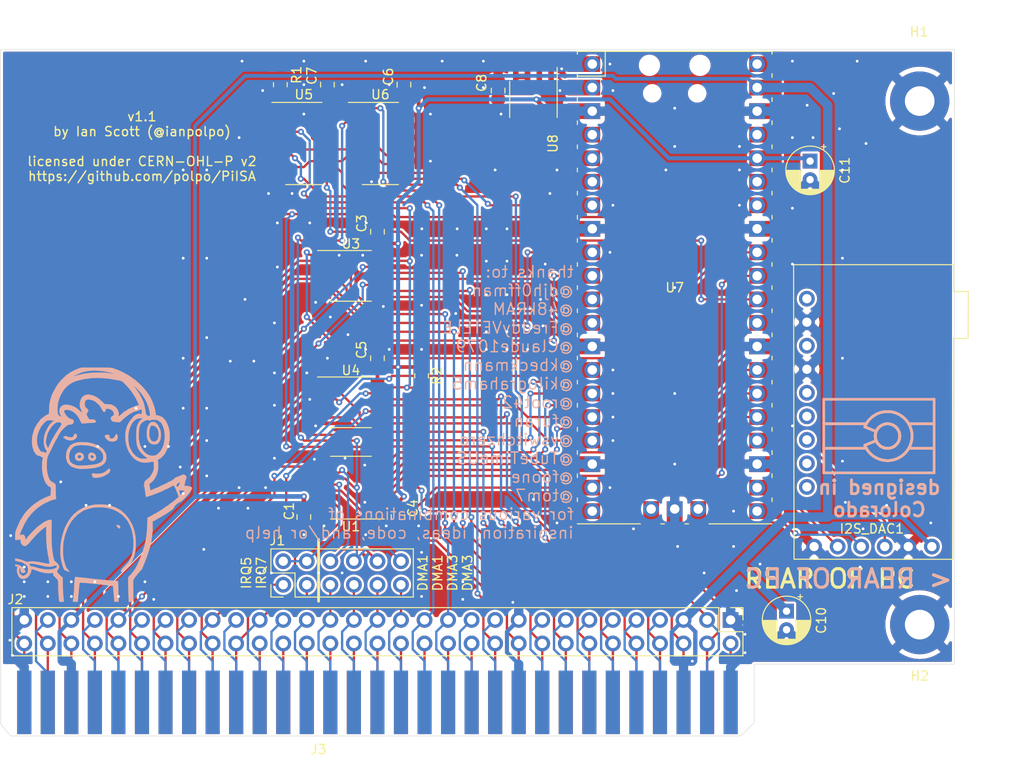
<source format=kicad_pcb>
(kicad_pcb (version 20211014) (generator pcbnew)
  (layers (0 "F.Cu" signal) (31 "B.Cu" signal) (34 "B.Paste" user) (35 "F.Paste" user) (36 "B.SilkS" user "B.Silkscreen") (37 "F.SilkS" user "F.Silkscreen") (38 "B.Mask" user) (39 "F.Mask" user) (44 "Edge.Cuts" user))
  (net 0 "")
  (net 1 "A0")
  (net 2 "A1")
  (net 3 "A2")
  (net 4 "A3")
  (net 5 "A4")
  (net 6 "A5")
  (net 7 "A6")
  (net 8 "A7")
  (net 9 "A8")
  (net 10 "A9")
  (net 11 "D0")
  (net 12 "D1")
  (net 13 "D2")
  (net 14 "D3")
  (net 15 "D4")
  (net 16 "D5")
  (net 17 "D6")
  (net 18 "D7")
  (net 19 "GND")
  (net 20 "~{IOW}")
  (net 21 "~{IOR}")
  (net 22 "RA9")
  (net 23 "RA8")
  (net 24 "+3V3")
  (net 25 "I{slash}OCHRDY")
  (net 26 "+5V")
  (net 27 "~{RIOR}")
  (net 28 "~{RIOW}")
  (net 29 "RESET")
  (net 30 "Net-(J2-Pad4)")
  (net 31 "Net-(J2-Pad5)")
  (net 33 "TC")
  (net 34 "IRQ5")
  (net 35 "IRQ7")
  (net 36 "DRQ1")
  (net 37 "DACK1")
  (net 38 "DRQ3")
  (net 39 "DACK3")
  (net 40 "Net-(J2-Pad6)")
  (net 41 "Net-(J2-Pad7)")
  (net 42 "BUSOE")
  (net 43 "RIRQ")
  (net 44 "RDACK")
  (net 45 "RDRQ")
  (net 46 "RTC")
  (net 47 "Net-(J2-Pad8)")
  (net 48 "IRQ")
  (net 49 "DACK")
  (net 50 "DRQ")
  (net 51 "Net-(J2-Pad9)")
  (net 52 "Net-(J2-Pad11)")
  (net 53 "Net-(J2-Pad12)")
  (net 54 "Net-(J2-Pad19)")
  (net 55 "Net-(J2-Pad20)")
  (net 56 "Net-(J2-Pad22)")
  (net 57 "Net-(J2-Pad24)")
  (net 58 "Net-(J2-Pad25)")
  (net 59 "Net-(J2-Pad26)")
  (net 60 "Net-(J2-Pad28)")
  (net 61 "Net-(J2-Pad30)")
  (net 62 "Net-(J2-Pad32)")
  (net 63 "RI{slash}OCHRDY")
  (net 64 "AEN")
  (net 65 "Net-(J2-Pad43)")
  (net 66 "Net-(J2-Pad44)")
  (net 67 "Net-(J2-Pad45)")
  (net 68 "Net-(J2-Pad46)")
  (net 69 "Net-(J2-Pad47)")
  (net 70 "Net-(J2-Pad48)")
  (net 71 "Net-(J2-Pad49)")
  (net 72 "Net-(J2-Pad50)")
  (net 73 "Net-(J2-Pad51)")
  (net 74 "Net-(J2-Pad52)")
  (net 75 "BCK")
  (net 76 "DIN")
  (net 77 "LRCK")
  (net 78 "ADS")
  (net 80 "~{BUSOE}")
  (net 81 "~{SPI_CS}")
  (net 82 "SPI_RX")
  (net 83 "SPI_TX")
  (net 84 "SPI_SCK")
  (net 85 "RUN")
  (net 88 "AD7")
  (net 89 "AD6")
  (net 90 "AD5")
  (net 91 "AD4")
  (net 92 "AD3")
  (net 93 "AD2")
  (net 94 "AD1")
  (net 95 "AD0")
  (net 99 "Net-(U5-Pad4)")
  (net 100 "Net-(U5-Pad6)")
  (net 103 "Net-(U6-Pad10)")
  (footprint "adlib:BUS_PC" (layer "F.Cu") (at 157.1625 132.0165)
    (fp_text reference "J3")
    (fp_text value "Bus_ISA_8bit")
  )
  (footprint "Package_SO:TSSOP-16_4.4x5mm_P0.65mm" (layer "F.Cu") (at 154.305 86.36)
    (fp_text reference "U3")
    (fp_text value "SN74CB3T3257")
  )
  (footprint "Package_SO:SOIC-14_3.9x8.7mm_P1.27mm" (layer "F.Cu") (at 157.48 72.0725)
    (fp_text reference "U6")
    (fp_text value "74LVC00")
  )
  (footprint "Package_SO:SOIC-8_3.9x4.9mm_P1.27mm" (layer "F.Cu") (at 173.99 67.31 -90)
    (fp_text reference "U8")
    (fp_text value "ESP-PSRAM32")
  )
  (footprint "Capacitor_SMD:C_0805_2012Metric" (layer "F.Cu") (at 157.165 81.5975 90)
    (fp_text reference "C3")
    (fp_text value "0.1uF")
  )
  (footprint "Capacitor_THT:CP_Radial_D5.0mm_P2.00mm" (layer "F.Cu") (at 201.295 122.552388 -90)
    (fp_text reference "C10")
    (fp_text value "10uF")
  )
  (footprint "Capacitor_SMD:C_0805_2012Metric" (layer "F.Cu") (at 151.765 65.72 90)
    (fp_text reference "C7")
    (fp_text value "0.1uF")
  )
  (footprint "Capacitor_SMD:C_0805_2012Metric" (layer "F.Cu") (at 149.225 112.395 -90)
    (fp_text reference "C1")
    (fp_text value "0.1uF")
  )
  (footprint "Package_SO:TSSOP-16_4.4x5mm_P0.65mm" (layer "F.Cu") (at 154.305 100.0125)
    (fp_text reference "U4")
    (fp_text value "SN74CB3T3257")
  )
  (footprint "Package_SO:SOIC-14_3.9x8.7mm_P1.27mm" (layer "F.Cu") (at 149.225 72.0725)
    (fp_text reference "U5")
    (fp_text value "74LVC04")
  )
  (footprint "PiGUS library:RPi_Pico_SMD_TH" (layer "F.Cu") (at 189.23 87.63)
    (fp_text reference "U7")
    (fp_text value "Pico")
  )
  (footprint "Capacitor_SMD:C_0805_2012Metric" (layer "F.Cu") (at 159.385 112.395 -90)
    (fp_text reference "C4")
    (fp_text value "0.1uF")
  )
  (footprint "Capacitor_THT:CP_Radial_D5.0mm_P2.00mm" (layer "F.Cu") (at 203.835 73.974888 -90)
    (fp_text reference "C11")
    (fp_text value "10uF")
  )
  (footprint "Capacitor_SMD:C_0805_2012Metric" (layer "F.Cu") (at 160.02 65.72 90)
    (fp_text reference "C6")
    (fp_text value "0.1uF")
  )
  (footprint "Resistor_SMD:R_0805_2012Metric" (layer "F.Cu") (at 146.685 65.7225 90)
    (fp_text reference "R1")
    (fp_text value "10K")
  )
  (footprint "MountingHole:MountingHole_3.2mm_M3_Pad" (layer "F.Cu") (at 215.6587 124.008)
    (fp_text reference "H2")
    (fp_text value "MountingHole_3.2mm_M3_Pad")
  )
  (footprint "Resistor_SMD:R_0805_2012Metric" (layer "F.Cu") (at 161.925 97.155 -90)
    (fp_text reference "R2")
    (fp_text value "10K")
  )
  (footprint "Connector_PinHeader_2.54mm:PinHeader_2x06_P2.54mm_Vertical" (layer "F.Cu") (at 147.0025 119.7025 90)
    (fp_text reference "J1")
    (fp_text value "IRQDMA_JP")
  )
  (footprint "PiGUS library:GY-PCM5102" (layer "F.Cu") (at 211.455 100.6475 90)
    (fp_text reference "I2S_DAC1")
    (fp_text value "I2S_DAC")
  )
  (footprint "Capacitor_SMD:C_0805_2012Metric" (layer "F.Cu") (at 170.18 66.3575 90)
    (fp_text reference "C8")
    (fp_text value "0.1uF")
  )
  (footprint "Package_SO:TSSOP-20_4.4x6.5mm_P0.65mm" (layer "F.Cu") (at 154.305 109.22 180)
    (fp_text reference "U1")
    (fp_text value "TXS0108EPW")
  )
  (footprint "Connector_PinHeader_2.54mm:PinHeader_2x31_P2.54mm_Vertical" (layer "F.Cu") (at 195.2625 123.5025 -90)
    (fp_text reference "J2")
    (fp_text value "Conn_02x31_Top_Bottom")
  )
  (footprint "MountingHole:MountingHole_3.2mm_M3_Pad" (layer "F.Cu") (at 215.6587 67.493)
    (fp_text reference "H1")
    (fp_text value "MountingHole_3.2mm_M3_Pad")
  )
  (footprint "Capacitor_SMD:C_0805_2012Metric" (layer "F.Cu") (at 157.1625 95.25 90)
    (fp_text reference "C5")
    (fp_text value "0.1uF")
  )
  (gr_line (start 211.420456 104.731007) (end 211.420456 104.731007) (layer "B.SilkS") (width 0.291041))
  (gr_line (start 213.734198 101.512615) (end 213.802238 101.563734) (layer "B.SilkS") (width 0.291041))
  (gr_line (start 211.074176 104.367509) (end 211.074176 104.367509) (layer "B.SilkS") (width 0.291041))
  (gr_line (start 213.040879 102.643385) (end 213.017783 102.624316) (layer "B.SilkS") (width 0.291041))
  (gr_line (start 214.819897 103.386694) (end 214.809468 103.299229) (layer "B.SilkS") (width 0.291041))
  (gr_line (start 211.289897 104.624902) (end 211.292094 104.626999) (layer "B.SilkS") (width 0.291041))
  (gr_line (start 212.750351 104.850923) (end 212.750351 104.850923) (layer "B.SilkS") (width 0.291041))
  (gr_line (start 211.365098 104.689533) (end 211.381827 104.702359) (layer "B.SilkS") (width 0.291041))
  (gr_line (start 211.113808 102.881628) (end 211.069771 102.946786) (layer "B.SilkS") (width 0.291041))
  (gr_line (start 210.883876 103.878924) (end 210.889644 103.910158) (layer "B.SilkS") (width 0.291041))
  (gr_line (start 214.809653 104.006898) (end 214.796456 104.093182) (layer "B.SilkS") (width 0.291041))
  (gr_line (start 213.275304 102.90138) (end 213.247596 102.862433) (layer "B.SilkS") (width 0.291041))
  (gr_line (start 210.938174 103.218975) (end 210.928299 103.248295) (layer "B.SilkS") (width 0.291041))
  (gr_line (start 211.731327 102.411767) (end 211.657439 102.441534) (layer "B.SilkS") (width 0.291041))
  (gr_line (start 210.31808 101.782711) (end 210.25817 101.844464) (layer "B.SilkS") (width 0.291041))
  (gr_line (start 213.492479 103.434726) (end 213.50032 103.488513) (layer "B.SilkS") (width 0.291041))
  (gr_line (start 213.804917 105.741685) (end 213.667049 105.842132) (layer "B.SilkS") (width 0.291041))
  (gr_line (start 212.565156 104.921606) (end 212.565156 104.921606) (layer "B.SilkS") (width 0.291041))
  (gr_line (start 211.127317 104.444285) (end 211.12915 104.446646) (layer "B.SilkS") (width 0.291041))
  (gr_line (start 212.695351 104.875404) (end 212.656431 104.890756) (layer "B.SilkS") (width 0.291041))
  (gr_line (start 209.809046 102.495127) (end 209.829281 102.454605) (layer "B.SilkS") (width 0.291041))
  (gr_line (start 213.163831 102.761293) (end 213.178947 102.778085) (layer "B.SilkS") (width 0.291041))
  (gr_line (start 211.710009 104.887662) (end 211.698732 104.883228) (layer "B.SilkS") (width 0.291041))
  (gr_line (start 212.861113 102.515611) (end 212.888016 102.531864) (layer "B.SilkS") (width 0.291041))
  (gr_line (start 213.494668 103.448296) (end 213.485884 103.398396) (layer "B.SilkS") (width 0.291041))
  (gr_line (start 213.503726 103.788925) (end 213.503726 103.788925) (layer "B.SilkS") (width 0.291041))
  (gr_line (start 211.220994 102.751117) (end 211.289329 102.683044) (layer "B.SilkS") (width 0.291041))
  (gr_line (start 212.187642 106.299576) (end 212.187642 106.299576) (layer "B.SilkS") (width 0.291041))
  (gr_line (start 211.542542 104.808484) (end 211.542542 104.808484) (layer "B.SilkS") (width 0.291041))
  (gr_line (start 211.563814 104.820337) (end 211.542542 104.808484) (layer "B.SilkS") (width 0.291041))
  (gr_line (start 212.873402 102.522464) (end 212.873402 102.522464) (layer "B.SilkS") (width 0.291041))
  (gr_line (start 211.808626 104.921229) (end 211.811484 104.922083) (layer "B.SilkS") (width 0.291041))
  (gr_line (start 209.989106 102.182606) (end 210.090398 102.041634) (layer "B.SilkS") (width 0.291041))
  (gr_line (start 210.98302 104.200206) (end 210.992222 104.219508) (layer "B.SilkS") (width 0.291041))
  (gr_line (start 209.896813 102.330826) (end 209.896813 102.330826) (layer "B.SilkS") (width 0.291041))
  (gr_line (start 214.518653 104.898401) (end 214.557632 104.823329) (layer "B.SilkS") (width 0.291041))
  (gr_line (start 214.626912 102.634593) (end 214.592445 102.556643) (layer "B.SilkS") (width 0.291041))
  (gr_line (start 213.40198 104.178524) (end 213.386972 104.211703) (layer "B.SilkS") (width 0.291041))
  (gr_line (start 210.88358 103.430275) (end 210.88926 103.39927) (layer "B.SilkS") (width 0.291041))
  (gr_line (start 212.717146 104.865945) (end 212.716048 104.866434) (layer "B.SilkS") (width 0.291041))
  (gr_line (start 214.594253 104.746915) (end 214.557632 104.823329) (layer "B.SilkS") (width 0.291041))
  (gr_line (start 213.49198 103.875066) (end 213.489823 103.887585) (layer "B.SilkS") (width 0.291041))
  (gr_line (start 213.503726 103.788925) (end 213.503726 103.788925) (layer "B.SilkS") (width 0.291041))
  (gr_line (start 214.689477 104.510112) (end 214.660224 104.590258) (layer "B.SilkS") (width 0.291041))
  (gr_line (start 214.281291 102.04393) (end 214.332248 102.112094) (layer "B.SilkS") (width 0.291041))
  (gr_line (start 212.081848 104.972426) (end 212.084309 104.972664) (layer "B.SilkS") (width 0.291041))
  (gr_line (start 212.464932 104.947264) (end 212.464932 104.947264) (layer "B.SilkS") (width 0.291041))
  (gr_line (start 211.984521 104.961135) (end 212.006105 104.964045) (layer "B.SilkS") (width 0.291041))
  (gr_line (start 211.069771 102.946786) (end 211.113808 102.881628) (layer "B.SilkS") (width 0.291041))
  (gr_line (start 212.158518 104.976104) (end 212.158518 104.976104) (layer "B.SilkS") (width 0.291041))
  (gr_line (start 211.003929 104.244075) (end 211.013831 104.263025) (layer "B.SilkS") (width 0.291041))
  (gr_line (start 213.507212 103.743139) (end 213.507212 103.743139) (layer "B.SilkS") (width 0.291041))
  (gr_line (start 211.001217 104.238617) (end 211.001217 104.238617) (layer "B.SilkS") (width 0.291041))
  (gr_line (start 212.056349 104.969972) (end 212.056349 104.969972) (layer "B.SilkS") (width 0.291041))
  (gr_line (start 212.895951 102.536923) (end 212.873402 102.522464) (layer "B.SilkS") (width 0.291041))
  (gr_line (start 211.036969 104.305603) (end 211.024963 104.284331) (layer "B.SilkS") (width 0.291041))
  (gr_line (start 213.49761 103.837262) (end 213.495879 103.849905) (layer "B.SilkS") (width 0.291041))
  (gr_line (start 212.798419 102.480554) (end 212.798419 102.480554) (layer "B.SilkS") (width 0.291041))
  (gr_line (start 213.289097 104.386312) (end 213.319079 104.339228) (layer "B.SilkS") (width 0.291041))
  (gr_line (start 214.518653 104.898401) (end 214.477366 104.972082) (layer "B.SilkS") (width 0.291041))
  (gr_line (start 214.594253 104.746915) (end 214.628466 104.669208) (layer "B.SilkS") (width 0.291041))
  (gr_line (start 214.118889 105.454647) (end 214.17601 105.391493) (layer "B.SilkS") (width 0.291041))
  (gr_line (start 210.895661 103.368522) (end 210.88926 103.39927) (layer "B.SilkS") (width 0.291041))
  (gr_line (start 213.250993 102.867409) (end 213.259209 102.878647) (layer "B.SilkS") (width 0.291041))
  (gr_line (start 213.187962 104.519093) (end 213.223483 104.476301) (layer "B.SilkS") (width 0.291041))
  (gr_line (start 210.090398 102.041634) (end 210.038657 102.111194) (layer "B.SilkS") (width 0.291041))
  (gr_poly (pts (xy 127.459298 111.038521) (xy 127.663128 111.048525) (xy 127.845254 111.0642) (xy 127.924624 111.074147) (xy 127.994303 111.08549) (xy 128.077429 111.101765) (xy 128.16087 111.119965) (xy 128.244362 111.139988) (xy 128.32764 111.161733) (xy 128.410441 111.185099) (xy 128.4925 111.209984) (xy 128.573553 111.236287) (xy 128.653337 111.263906) (xy 128.731587 111.292741) (xy 128.808039 111.322691) (xy 128.882429 111.353653) (xy 128.954493 111.385527) (xy 129.023968 111.418211) (xy 129.090588 111.451604) (xy 129.15409 111.485604) (xy 129.214209 111.520111) (xy 129.295431 111.567532) (xy 129.363919 111.60685) (xy 129.391146 111.622096) (xy 129.412498 111.633667) (xy 129.427078 111.641013) (xy 129.431549 111.642929) (xy 129.43399 111.643583) (xy 129.440756 111.647129) (xy 129.454893 111.657252) (xy 129.501668 111.69413) (xy 129.567079 111.748023) (xy 129.643893 111.81274) (xy 129.802786 111.949871) (xy 129.870397 112.009899) (xy 129.920471 112.055979) (xy 129.937496 112.072639) (xy 129.956663 112.092482) (xy 129.977335 112.114755) (xy 129.998875 112.138707) (xy 130.020647 112.163585) (xy 130.042013 112.188636) (xy 130.062338 112.213109) (xy 130.080984 112.236251) (xy 130.12034 112.285138) (xy 130.164327 112.338424) (xy 130.207388 112.389395) (xy 130.226835 112.411914) (xy 130.243967 112.431336) (xy 130.258394 112.449691) (xy 130.276268 112.47446) (xy 130.319941 112.539258) (xy 130.370155 112.617774) (xy 130.422076 112.702049) (xy 130.470872 112.784124) (xy 130.51171 112.856042) (xy 130.539756 112.909844) (xy 130.547473 112.927465) (xy 130.550179 112.937573) (xy 130.550549 112.939473) (xy 130.551636 112.942362) (xy 130.555812 112.950884) (xy 130.56242 112.962705) (xy 130.571169 112.977391) (xy 130.58177 112.994509) (xy 130.593934 113.013623) (xy 130.621792 113.056105) (xy 130.645189 113.094351) (xy 130.66983 113.140056) (xy 130.695455 113.192461) (xy 130.721804 113.250805) (xy 130.775631 113.382274) (xy 130.829225 113.528386) (xy 130.880505 113.683064) (xy 130.927386 113.840231) (xy 130.967785 113.993809) (xy 130.999617 114.137722) (xy 131.030201 114.304077) (xy 131.053984 114.442969) (xy 131.071805 114.564208) (xy 131.084504 114.677604) (xy 131.092921 114.792969) (xy 131.097893 114.920112) (xy 131.100261 115.068843) (xy 131.100864 115.248973) (xy 131.101168 115.402493) (xy 131.100054 115.531183) (xy 131.097262 115.64008) (xy 131.09253 115.734218) (xy 131.0856 115.818632) (xy 131.076209 115.898359) (xy 131.064098 115.978433) (xy 131.049007 116.06389) (xy 131.008878 116.278731) (xy 130.98727 116.397263) (xy 130.983428 116.416348) (xy 130.977605 116.439861) (xy 130.960878 116.497739) (xy 130.938827 116.566034) (xy 130.913187 116.639886) (xy 130.885695 116.714433) (xy 130.858087 116.784812) (xy 130.8321 116.846162) (xy 130.80947 116.893621) (xy 130.79829 116.915726) (xy 130.787168 116.93896) (xy 130.776393 116.962598) (xy 130.766255 116.985918) (xy 130.757043 117.008197) (xy 130.749047 117.028709) (xy 130.742555 117.046734) (xy 130.737858 117.061545) (xy 130.731535 117.079467) (xy 130.719573 117.104674) (xy 130.702756 117.136001) (xy 130.68187 117.172284) (xy 130.631029 117.255059) (xy 130.57333 117.343679) (xy 130.515052 117.428826) (xy 130.462475 117.501183) (xy 130.440286 117.529653) (xy 130.421878 117.55143) (xy 130.408036 117.565351) (xy 130.403071 117.569001) (xy 130.399543 117.57025) (xy 130.398349 117.570337) (xy 130.397087 117.570593) (xy 130.394367 117.571601) (xy 130.391409 117.573246) (xy 130.388237 117.575498) (xy 130.384877 117.578329) (xy 130.381354 117.58171) (xy 130.377694 117.585612) (xy 130.373922 117.590006) (xy 130.370063 117.594863) (xy 130.366142 117.600154) (xy 130.362185 117.60585) (xy 130.358218 117.611922) (xy 130.354265 117.618341) (xy 130.350351 117.625079) (xy 130.346503 117.632106) (xy 130.342746 117.639394) (xy 130.332762 117.655595) (xy 130.318789 117.67524) (xy 130.301177 117.697952) (xy 130.280276 117.723355) (xy 130.230014 117.780732) (xy 130.17081 117.844358) (xy 130.105471 117.911226) (xy 130.036804 117.978326) (xy 129.967617 118.042647) (xy 129.900715 118.10118) (xy 129.799159 118.187303) (xy 129.717976 118.256756) (xy 129.704334 118.267949) (xy 129.690335 118.278358) (xy 129.676081 118.287949) (xy 129.66168 118.296691) (xy 129.647235 118.304549) (xy 129.632852 118.311493) (xy 129.618635 118.317488) (xy 129.60469 118.322504) (xy 129.591121 118.326506) (xy 129.578033 118.329464) (xy 129.56553 118.331343) (xy 129.559532 118.331868) (xy 129.553719 118.332111) (xy 129.548106 118.332069) (xy 129.542704 118.331737) (xy 129.537527 118.331111) (xy 129.532589 118.330187) (xy 129.527903 118.328961) (xy 129.52348 118.327429) (xy 129.519336 118.325586) (xy 129.515482 118.32343) (xy 129.511705 118.320787) (xy 129.508243 118.317508) (xy 129.505093 118.313622) (xy 129.502252 118.309159) (xy 129.499716 118.304147) (xy 129.497483 118.298617) (xy 129.493912 118.286119) (xy 129.491514 118.271899) (xy 129.490261 118.256192) (xy 129.49013 118.239233) (xy 129.491096 118.221258) (xy 129.493132 118.202501) (xy 129.496213 118.183198) (xy 129.500314 118.163584) (xy 129.505411 118.143894) (xy 129.511476 118.124364) (xy 129.518486 118.105227) (xy 129.526415 118.08672) (xy 129.535237 118.069077) (xy 129.541249 118.058523) (xy 129.550806 118.044609) (xy 129.579687 118.007611) (xy 129.620144 117.959905) (xy 129.670439 117.903316) (xy 129.728838 117.839665) (xy 129.793603 117.770777) (xy 129.862998 117.698474) (xy 129.935287 117.624579) (xy 130.042404 117.515098) (xy 130.129177 117.424283) (xy 130.166101 117.384401) (xy 130.199339 117.347417) (xy 130.229358 117.31274) (xy 130.256623 117.279782) (xy 130.281603 117.247952) (xy 130.304763 117.216661) (xy 130.32657 117.18532) (xy 130.347491 117.153338) (xy 130.367992 117.120127) (xy 130.388541 117.085096) (xy 130.409603 117.047656) (xy 130.431645 117.007217) (xy 130.460907 116.953222) (xy 130.490719 116.896131) (xy 130.520242 116.837708) (xy 130.548635 116.77972) (xy 130.575061 116.723931) (xy 130.59868 116.672106) (xy 130.618652 116.626011) (xy 130.634139 116.587411) (xy 130.65704 116.522993) (xy 130.68214 116.442948) (xy 130.707934 116.35318) (xy 130.732918 116.259592) (xy 130.755587 116.168087) (xy 130.774436 116.08457) (xy 130.78796 116.014943) (xy 130.792255 115.987183) (xy 130.794655 115.96511) (xy 130.795209 115.954823) (xy 130.796777 115.939298) (xy 130.802371 115.895658) (xy 130.810281 115.840443) (xy 130.819348 115.779903) (xy 130.828473 115.679789) (xy 130.835399 115.536933) (xy 130.84001 115.368089) (xy 130.84219 115.190014) (xy 130.841824 115.019463) (xy 130.838795 114.873192) (xy 130.832988 114.767956) (xy 130.829007 114.735962) (xy 130.824287 114.72051) (xy 130.822353 114.71691) (xy 130.82027 114.711733) (xy 130.81576 114.697052) (xy 130.810961 114.677277) (xy 130.806075 114.653219) (xy 130.801305 114.625689) (xy 130.796853 114.595496) (xy 130.792922 114.563451) (xy 130.789714 114.530364) (xy 130.778457 114.432657) (xy 130.762165 114.321464) (xy 130.742052 114.202979) (xy 130.719335 114.083394) (xy 130.69523 113.968902) (xy 130.67095 113.865697) (xy 130.647712 113.779971) (xy 130.636864 113.745597) (xy 130.626732 113.717916) (xy 130.605047 113.662817) (xy 130.579195 113.595679) (xy 130.552417 113.524837) (xy 130.527954 113.458625) (xy 130.5038 113.398085) (xy 130.492099 113.369421) (xy 130.481034 113.342869) (xy 130.470896 113.319212) (xy 130.461973 113.29923) (xy 130.454555 113.283705) (xy 130.451501 113.277857) (xy 130.448931 113.273417) (xy 130.443872 113.264918) (xy 130.438089 113.25451) (xy 130.431785 113.242597) (xy 130.425163 113.229584) (xy 130.418425 113.215877) (xy 130.411774 113.20188) (xy 130.405412 113.187999) (xy 130.399543 113.174639) (xy 130.373418 113.116442) (xy 130.34589 113.059342) (xy 130.316828 113.00316) (xy 130.286103 112.94772) (xy 130.253583 112.892844) (xy 130.219138 112.838355) (xy 130.182639 112.784076) (xy 130.143955 112.72983) (xy 130.102956 112.675439) (xy 130.059512 112.620726) (xy 130.013492 112.565514) (xy 129.964767 112.509625) (xy 129.913205 112.452883) (xy 129.858677 112.39511) (xy 129.801053 112.336128) (xy 129.740202 112.275761) (xy 129.70275 112.239795) (xy 129.665153 112.204725) (xy 129.628425 112.171451) (xy 129.593578 112.140867) (xy 129.561625 112.113872) (xy 129.533578 112.091363) (xy 129.521336 112.082071) (xy 129.510451 112.074236) (xy 129.501049 112.067972) (xy 129.493257 112.063389) (xy 129.476506 112.053776) (xy 129.454633 112.040199) (xy 129.399109 112.003813) (xy 129.333862 111.959557) (xy 129.266067 111.912754) (xy 129.230622 111.888802) (xy 129.191791 111.863751) (xy 129.150819 111.838352) (xy 129.108949 111.813358) (xy 129.067427 111.789522) (xy 129.027496 111.767595) (xy 128.990402 111.748332) (xy 128.957387 111.732483) (xy 128.891638 111.701152) (xy 128.822185 111.668896) (xy 128.757363 111.639417) (xy 128.705504 111.61642) (xy 128.683843 111.606277) (xy 128.661864 111.596394) (xy 128.640174 111.587032) (xy 128.619382 111.578452) (xy 128.600094 111.570913) (xy 128.582919 111.564677) (xy 128.568464 111.560003) (xy 128.562447 111.558334) (xy 128.557338 111.557154) (xy 128.545868 111.55452) (xy 128.530405 111.550439) (xy 128.511585 111.545086) (xy 128.490045 111.538633) (xy 128.44135 111.523122) (xy 128.41547 111.514411) (xy 128.389415 111.505295) (xy 128.337315 111.488029) (xy 128.285621 111.47273) (xy 128.230107 111.458588) (xy 128.166547 111.444794) (xy 128.090718 111.430536) (xy 127.998394 111.415005) (xy 127.747359 111.376882) (xy 127.66131 111.364473) (xy 127.582177 111.354928) (xy 127.506227 111.348103) (xy 127.429727 111.343854) (xy 127.348944 111.342036) (xy 127.260145 111.342504) (xy 127.159597 111.345113) (xy 127.043567 111.349719) (xy 126.875993 111.357861) (xy 126.721614 111.366697) (xy 126.597332 111.37507) (xy 126.551758 111.378722) (xy 126.520046 111.381823) (xy 126.445953 111.393095) (xy 126.35606 111.41134) (xy 126.254475 111.435431) (xy 126.145308 111.46424) (xy 126.032668 111.496637) (xy 125.920665 111.531494) (xy 125.813409 111.567682) (xy 125.715007 111.604073) (xy 125.626223 111.638644) (xy 125.58361 111.654773) (xy 125.543689 111.669512) (xy 125.507588 111.682399) (xy 125.476436 111.692972) (xy 125.45136 111.700766) (xy 125.441454 111.703477) (xy 125.43349 111.705319) (xy 125.426203 111.707227) (xy 125.419175 111.709236) (xy 125.412437 111.711332) (xy 125.406018 111.7135) (xy 125.399945 111.715726) (xy 125.394249 111.717995) (xy 125.388958 111.720293) (xy 125.384101 111.722606) (xy 125.379707 111.724919) (xy 125.377693 111.726071) (xy 125.375805 111.727217) (xy 125.374048 111.728356) (xy 125.372424 111.729486) (xy 125.370938 111.730605) (xy 125.369593 111.731712) (xy 125.368393 111.732804) (xy 125.367341 111.73388) (xy 125.366441 111.734938) (xy 125.365696 111.735976) (xy 125.365111 111.736992) (xy 125.364688 111.737984) (xy 125.364432 111.738952) (xy 125.364345 111.739892) (xy 125.364224 111.740897) (xy 125.363862 111.742055) (xy 125.362445 111.744807) (xy 125.360146 111.748102) (xy 125.357014 111.751892) (xy 125.353102 111.756131) (xy 125.348458 111.760771) (xy 125.343135 111.765766) (xy 125.337182 111.771069) (xy 125.32359 111.782408) (xy 125.308089 111.794412) (xy 125.291083 111.806706) (xy 125.272977 111.818913) (xy 125.158167 111.895259) (xy 125.059678 111.961563) (xy 124.976932 112.018201) (xy 124.909351 112.065549) (xy 124.881065 112.085858) (xy 124.856354 112.103985) (xy 124.835144 112.119978) (xy 124.817364 112.133883) (xy 124.80294 112.145749) (xy 124.791801 112.155621) (xy 124.783875 112.163547) (xy 124.779088 112.169575) (xy 124.776355 112.173609) (xy 124.771925 112.179163) (xy 124.758367 112.194424) (xy 124.739195 112.214546) (xy 124.71519 112.238719) (xy 124.687134 112.266134) (xy 124.655808 112.29598) (xy 124.621993 112.327446) (xy 124.586471 112.359723) (xy 124.551768 112.392823) (xy 124.5186 112.424969) (xy 124.487804 112.455437) (xy 124.46022 112.483503) (xy 124.436688 112.508443) (xy 124.426704 112.519516) (xy 124.418047 112.529535) (xy 124.410822 112.538411) (xy 124.405135 112.546054) (xy 124.40109 112.552373) (xy 124.399717 112.555008) (xy 124.398793 112.557278) (xy 124.392966 112.567122) (xy 124.383204 112.581394) (xy 124.36997 112.599427) (xy 124.353725 112.620557) (xy 124.334935 112.644118) (xy 124.31406 112.669444) (xy 124.291565 112.69587) (xy 124.267912 112.72273) (xy 124.256463 112.735681) (xy 124.245306 112.748549) (xy 124.224118 112.773701) (xy 124.20484 112.797523) (xy 124.196071 112.808726) (xy 124.187964 112.819347) (xy 124.18058 112.829303) (xy 124.173982 112.83851) (xy 124.16823 112.846884) (xy 124.163385 112.854344) (xy 124.159511 112.860805) (xy 124.156667 112.866185) (xy 124.154915 112.870399) (xy 124.154468 112.872044) (xy 124.154318 112.873366) (xy 124.154289 112.874755) (xy 124.154204 112.876142) (xy 124.154063 112.877526) (xy 124.153869 112.878904) (xy 124.153623 112.880274) (xy 124.153325 112.881636) (xy 124.152977 112.882987) (xy 124.152582 112.884325) (xy 124.152139 112.885649) (xy 124.15165 112.886956) (xy 124.151117 112.888245) (xy 124.150541 112.889515) (xy 124.149924 112.890763) (xy 124.149266 112.891987) (xy 124.14857 112.893186) (xy 124.147836 112.894357) (xy 124.147065 112.8955) (xy 124.14626 112.896612) (xy 124.145422 112.897691) (xy 124.144551 112.898736) (xy 124.14365 112.899745) (xy 124.142719 112.900716) (xy 124.14176 112.901647) (xy 124.140775 112.902537) (xy 124.139764 112.903383) (xy 124.138729 112.904184) (xy 124.137672 112.904938) (xy 124.136593 112.905643) (xy 124.135494 112.906297) (xy 124.134377 112.906899) (xy 124.133243 112.907446) (xy 124.132093 112.907938) (xy 124.119303 112.919534) (xy 124.099228 112.946528) (xy 124.041418 113.038858) (xy 123.967055 113.169213) (xy 123.884531 113.321879) (xy 123.802239 113.481144) (xy 123.72857 113.631293) (xy 123.671918 113.756613) (xy 123.652595 113.805051) (xy 123.640673 113.84139) (xy 123.633429 113.866359) (xy 123.624854 113.894367) (xy 123.604867 113.955909) (xy 123.583027 114.018841) (xy 123.572137 114.048586) (xy 123.561651 114.075986) (xy 123.52622 114.173356) (xy 123.496751 114.257645) (xy 123.471796 114.333831) (xy 123.449909 114.406891) (xy 123.429642 114.481804) (xy 123.409549 114.563547) (xy 123.388182 114.657096) (xy 123.364096 114.76743) (xy 123.319337 114.970851) (xy 123.287543 115.113154) (xy 123.28271 115.143857) (xy 123.277588 115.193487) (xy 123.26717 115.339107) (xy 123.257678 115.529177) (xy 123.250502 115.742861) (xy 123.24577 115.97348) (xy 123.24645 116.186243) (xy 123.248846 116.286209) (xy 123.252628 116.382047) (xy 123.257807 116.473871) (xy 123.264392 116.561791) (xy 123.272395 116.64592) (xy 123.281828 116.726371) (xy 123.2927 116.803254) (xy 123.305022 116.876683) (xy 123.318806 116.94677) (xy 123.334062 117.013627) (xy 123.350801 117.077365) (xy 123.369035 117.138097) (xy 123.380726 117.177145) (xy 123.39589 117.230083) (xy 123.412443 117.289504) (xy 123.428301 117.347999) (xy 123.441814 117.398712) (xy 123.4563 117.449609) (xy 123.471574 117.500238) (xy 123.487452 117.550147) (xy 123.50375 117.598885) (xy 123.520283 117.645998) (xy 123.536867 117.691035) (xy 123.553317 117.733543) (xy 123.569449 117.77307) (xy 123.585077 117.809165) (xy 123.600019 117.841374) (xy 123.614089 117.869246) (xy 123.627102 117.892329) (xy 123.638875 117.91017) (xy 123.644238 117.916984) (xy 123.649222 117.922317) (xy 123.653804 117.926115) (xy 123.65796 117.928319) (xy 123.662322 117.930105) (xy 123.667042 117.93265) (xy 123.672073 117.935905) (xy 123.677368 117.939817) (xy 123.68288 117.944338) (xy 123.688562 117.949416) (xy 123.694368 117.955) (xy 123.700249 117.96104) (xy 123.706159 117.967485) (xy 123.712051 117.974284) (xy 123.717878 117.981387) (xy 123.723593 117.988744) (xy 123.729148 117.996303) (xy 123.734498 118.004014) (xy 123.739594 118.011827) (xy 123.74439 118.01969) (xy 123.755995 118.038085) (xy 123.770088 118.059432) (xy 123.786149 118.082978) (xy 123.803657 118.107972) (xy 123.822091 118.13366) (xy 123.84093 118.15929) (xy 123.859653 118.184109) (xy 123.87774 118.207366) (xy 123.886358 118.218383) (xy 123.894592 118.229172) (xy 123.902407 118.239678) (xy 123.909766 118.249849) (xy 123.916633 118.259628) (xy 123.922971 118.268963) (xy 123.928746 118.277798) (xy 123.93392 118.28608) (xy 123.938457 118.293754) (xy 123.942322 118.300766) (xy 123.945477 118.307062) (xy 123.947888 118.312587) (xy 123.948802 118.315044) (xy 123.949517 118.317288) (xy 123.950027 118.319312) (xy 123.950328 118.32111) (xy 123.950416 118.322674) (xy 123.950286 118.323998) (xy 123.949933 118.325075) (xy 123.949354 118.325899) (xy 123.94677 118.326747) (xy 123.941878 118.326541) (xy 123.934802 118.32533) (xy 123.925663 118.32316) (xy 123.901692 118.316133) (xy 123.870949 118.305836) (xy 123.834419 118.292644) (xy 123.793085 118.276935) (xy 123.747931 118.259085) (xy 123.69994 118.239469) (xy 123.651723 118.218812) (xy 123.605908 118.199688) (xy 123.563508 118.182474) (xy 123.525536 118.167547) (xy 123.493004 118.155282) (xy 123.466925 118.146055) (xy 123.456622 118.142699) (xy 123.448313 118.140244) (xy 123.442123 118.138736) (xy 123.438179 118.138223) (xy 123.430424 118.136737) (xy 123.422003 118.132354) (xy 123.403342 118.115347) (xy 123.382546 118.088103) (xy 123.359967 118.051522) (xy 123.335956 118.006506) (xy 123.310863 117.953955) (xy 123.285039 117.89477) (xy 123.258836 117.829851) (xy 123.206693 117.686416) (xy 123.157241 117.530855) (xy 123.113288 117.370374) (xy 123.094251 117.290541) (xy 123.077641 117.21218) (xy 123.055106 117.101364) (xy 123.036316 117.008335) (xy 123.015905 116.903501) (xy 123.000099 116.824049) (xy 122.987621 116.748504) (xy 122.978096 116.671049) (xy 122.971145 116.585868) (xy 122.966395 116.487143) (xy 122.963467 116.369058) (xy 122.961576 116.051542) (xy 122.961986 115.876988) (xy 122.963467 115.732559) (xy 122.966395 115.612033) (xy 122.971145 115.509189) (xy 122.978096 115.417805) (xy 122.987621 115.331659) (xy 123.000099 115.244529) (xy 123.015905 115.150194) (xy 123.038747 115.026181) (xy 123.057885 114.917448) (xy 123.071467 114.835571) (xy 123.075595 114.808321) (xy 123.077641 114.792125) (xy 123.081769 114.769939) (xy 123.084108 114.758049) (xy 123.086592 114.746131) (xy 123.089192 114.734561) (xy 123.091878 114.723714) (xy 123.094622 114.713967) (xy 123.096007 114.709623) (xy 123.097396 114.705696) (xy 123.101278 114.693618) (xy 123.107158 114.672974) (xy 123.123634 114.61062) (xy 123.144277 114.527893) (xy 123.16654 114.434055) (xy 123.190945 114.337028) (xy 123.220559 114.228744) (xy 123.253877 114.113919) (xy 123.289395 113.997272) (xy 123.325607 113.883518) (xy 123.361009 113.777376) (xy 123.394096 113.683561) (xy 123.423363 113.606792) (xy 123.461094 113.520535) (xy 123.50852 113.419114) (xy 123.561444 113.310748) (xy 123.61567 113.203655) (xy 123.667003 113.106054) (xy 123.711246 113.026163) (xy 123.729397 112.995428) (xy 123.744202 112.972202) (xy 123.755137 112.957513) (xy 123.758989 112.953691) (xy 123.761676 112.952389) (xy 123.762827 112.952353) (xy 123.763961 112.952247) (xy 123.765078 112.952073) (xy 123.766176 112.951834) (xy 123.767255 112.951532) (xy 123.768312 112.951168) (xy 123.769347 112.950746) (xy 123.770358 112.950267) (xy 123.771343 112.949733) (xy 123.772302 112.949148) (xy 123.773233 112.948513) (xy 123.774134 112.947831) (xy 123.775005 112.947104) (xy 123.775844 112.946333) (xy 123.776649 112.945522) (xy 123.777419 112.944672) (xy 123.778153 112.943786) (xy 123.77885 112.942867) (xy 123.779507 112.941915) (xy 123.780125 112.940934) (xy 123.780701 112.939926) (xy 123.781233 112.938894) (xy 123.781722 112.937838) (xy 123.782165 112.936762) (xy 123.782561 112.935669) (xy 123.782908 112.934559) (xy 123.783206 112.933436) (xy 123.783453 112.932301) (xy 123.783647 112.931157) (xy 123.783787 112.930007) (xy 123.783873 112.928852) (xy 123.783901 112.927695) (xy 123.784398 112.92334) (xy 123.785852 112.917739) (xy 123.791406 112.90315) (xy 123.800114 112.884618) (xy 123.811528 112.862834) (xy 123.825199 112.838488) (xy 123.840679 112.812273) (xy 123.875271 112.756994) (xy 123.911714 112.702526) (xy 123.929509 112.677324) (xy 123.946422 112.654396) (xy 123.962003 112.634435) (xy 123.975804 112.61813) (xy 123.987377 112.606174) (xy 123.992188 112.602043) (xy 123.996274 112.599257) (xy 123.999917 112.597236) (xy 124.003431 112.594897) (xy 124.0068 112.592269) (xy 124.01001 112.58938) (xy 124.013046 112.586259) (xy 124.015894 112.582936) (xy 124.01854 112.57944) (xy 124.020968 112.575798) (xy 124.023165 112.572041) (xy 124.025116 112.568197) (xy 124.026806 112.564295) (xy 124.028222 112.560365) (xy 124.029348 112.556434) (xy 124.030171 112.552532) (xy 124.030675 112.548688) (xy 124.030846 112.54493) (xy 124.031273 112.540832) (xy 124.032524 112.535988) (xy 124.034557 112.530464) (xy 124.037328 112.524325) (xy 124.040794 112.517637) (xy 124.04491 112.510464) (xy 124.049634 112.502871) (xy 124.054923 112.494924) (xy 124.060732 112.486687) (xy 124.067019 112.478226) (xy 124.07374 112.469606) (xy 124.080852 112.460892) (xy 124.088311 112.452149) (xy 124.096074 112.443442) (xy 124.104097 112.434836) (xy 124.112338 112.426396) (xy 124.180411 112.352965) (xy 124.236967 112.291311) (xy 124.261161 112.264602) (xy 124.282758 112.24048) (xy 124.301852 112.218825) (xy 124.318536 112.199517) (xy 124.332905 112.182438) (xy 124.345054 112.167467) (xy 124.355075 112.154486) (xy 124.363063 112.143376) (xy 124.369113 112.134016) (xy 124.37144 112.129955) (xy 124.373317 112.126287) (xy 124.374757 112.122997) (xy 124.375771 112.120071) (xy 124.376371 112.117492) (xy 124.376568 112.115247) (xy 124.376704 112.113996) (xy 124.377109 112.112565) (xy 124.3787 112.109184) (xy 124.381289 112.10516) (xy 124.384825 112.100546) (xy 124.389259 112.095397) (xy 124.394539 112.089766) (xy 124.400615 112.083709) (xy 124.407436 112.077279) (xy 124.414952 112.070531) (xy 124.423111 112.063519) (xy 124.431864 112.056297) (xy 124.441159 112.048919) (xy 124.450947 112.04144) (xy 124.461175 112.033914) (xy 124.471795 112.026395) (xy 124.482754 112.018938) (xy 124.506088 112.001349) (xy 124.532837 111.980547) (xy 124.562017 111.957256) (xy 124.592644 111.9322) (xy 124.623734 111.906102) (xy 124.654303 111.879686) (xy 124.683367 111.853675) (xy 124.709943 111.828792) (xy 124.723179 111.816709) (xy 124.73689 111.80459) (xy 124.765313 111.780561) (xy 124.794372 111.757342) (xy 124.823229 111.73557) (xy 124.851044 111.715882) (xy 124.864298 111.707019) (xy 124.876978 111.698915) (xy 124.888977 111.69165) (xy 124.900191 111.685304) (xy 124.910516 111.679956) (xy 124.919846 111.675687) (xy 124.939046 111.667077) (xy 124.960939 111.656355) (xy 124.984741 111.643955) (xy 125.009672 111.63031) (xy 125.03495 111.615855) (xy 125.059794 111.601024) (xy 125.083422 111.586251) (xy 125.105054 111.571969) (xy 125.127356 111.557239) (xy 125.1529 111.541178) (xy 125.180758 111.524307) (xy 125.210006 111.507146) (xy 125.239716 111.490217) (xy 125.268964 111.47404) (xy 125.296822 111.459137) (xy 125.322365 111.446028) (xy 125.437503 111.386452) (xy 125.496345 111.356781) (xy 125.523147 111.343696) (xy 125.547084 111.332434) (xy 125.570766 111.321027) (xy 125.598557 111.309243) (xy 125.629474 111.297402) (xy 125.662531 111.285822) (xy 125.696747 111.274821) (xy 125.731136 111.264716) (xy 125.764714 111.255828) (xy 125.796498 111.248473) (xy 125.826817 111.241899) (xy 125.856151 111.235238) (xy 125.883749 111.228635) (xy 125.908858 111.222235) (xy 125.930726 111.216182) (xy 125.94021 111.213331) (xy 125.948601 111.21062) (xy 125.955805 111.208069) (xy 125.961729 111.205696) (xy 125.966279 111.203517) (xy 125.96936 111.201552) (xy 125.976546 111.197181) (xy 125.987031 111.192393) (xy 126.018131 111.181527) (xy 126.063121 111.168866) (xy 126.122465 111.154324) (xy 126.196625 111.137815) (xy 126.286066 111.119251) (xy 126.512637 111.075612) (xy 126.57841 111.065251) (xy 126.654394 111.056387) (xy 126.831311 111.043123) (xy 127.032016 111.035763) (xy 127.245136 111.034248)) (layer "B.SilkS") (width 0.014) (fill solid))
  (gr_line (start 212.356029 102.341466) (end 212.339451 102.339464) (layer "B.SilkS") (width 0.291041))
  (gr_line (start 211.002613 104.241316) (end 210.992222 104.219508) (layer "B.SilkS") (width 0.291041))
  (gr_line (start 214.592445 102.556643) (end 214.555554 102.479999) (layer "B.SilkS") (width 0.291041))
  (gr_line (start 211.21971 104.554993) (end 211.21971 104.554993) (layer "B.SilkS") (width 0.291041))
  (gr_line (start 211.521884 102.510572) (end 211.60761 102.464638) (layer "B.SilkS") (width 0.291041))
  (gr_line (start 211.102659 104.410133) (end 211.102659 104.410133) (layer "B.SilkS") (width 0.291041))
  (gr_line (start 212.456945 101.021718) (end 212.545131 101.032322) (layer "B.SilkS") (width 0.291041))
  (gr_line (start 209.734888 102.661555) (end 209.752399 102.619312) (layer "B.SilkS") (width 0.291041))
  (gr_line (start 214.827454 103.831827) (end 214.820002 103.919764) (layer "B.SilkS") (width 0.291041))
  (gr_line (start 210.961384 103.157695) (end 210.961384 103.157695) (layer "B.SilkS") (width 0.291041))
  (gr_line (start 214.4747 104.976659) (end 214.4747 104.976659) (layer "B.SilkS") (width 0.291041))
  (gr_line (start 211.272653 104.608432) (end 211.272653 104.608432) (layer "B.SilkS") (width 0.291041))
  (gr_line (start 214.796456 104.093182) (end 214.780461 104.178565) (layer "B.SilkS") (width 0.291041))
  (gr_line (start 212.078647 104.972228) (end 212.081848 104.972426) (layer "B.SilkS") (width 0.291041))
  (gr_line (start 211.381827 104.702359) (end 211.36277 104.687609) (layer "B.SilkS") (width 0.291041))
  (gr_line (start 211.075783 104.370109) (end 211.075783 104.370109) (layer "B.SilkS") (width 0.291041))
  (gr_line (start 211.174281 104.503273) (end 211.174281 104.503273) (layer "B.SilkS") (width 0.291041))
  (gr_line (start 209.989106 105.12488) (end 210.090398 105.265852) (layer "B.SilkS") (width 0.291041))
  (gr_line (start 210.959923 103.161287) (end 210.959923 103.161287) (layer "B.SilkS") (width 0.291041))
  (gr_line (start 211.40089 104.716971) (end 211.40089 104.716971) (layer "B.SilkS") (width 0.291041))
  (gr_line (start 210.972173 104.175097) (end 210.972173 104.175097) (layer "B.SilkS") (width 0.291041))
  (gr_line (start 212.056349 104.969972) (end 212.078647 104.972228) (layer "B.SilkS") (width 0.291041))
  (gr_line (start 211.267445 102.703783) (end 211.325309 102.650901) (layer "B.SilkS") (width 0.291041))
  (gr_line (start 212.098651 101.009408) (end 212.010189 101.013876) (layer "B.SilkS") (width 0.291041))
  (gr_line (start 213.208312 102.812447) (end 213.242668 102.856256) (layer "B.SilkS") (width 0.291041))
  (gr_line (start 210.902774 103.338041) (end 210.91059 103.307837) (layer "B.SilkS") (width 0.291041))
  (gr_line (start 211.189594 104.52145) (end 211.160583 104.487008) (layer "B.SilkS") (width 0.291041))
  (gr_line (start 212.187642 101.00791) (end 212.098651 101.009408) (layer "B.SilkS") (width 0.291041))
  (gr_line (start 217.214725 102.330826) (end 217.214725 104.976659) (layer "B.SilkS") (width 0.291041))
  (gr_line (start 212.83003 104.809972) (end 212.83003 104.809972) (layer "B.SilkS") (width 0.291041))
  (gr_line (start 209.896813 102.330826) (end 209.896813 102.330826) (layer "B.SilkS") (width 0.291041))
  (gr_line (start 212.940368 104.741497) (end 212.985457 104.708798) (layer "B.SilkS") (width 0.291041))
  (gr_line (start 210.870951 103.524744) (end 210.874417 103.493021) (layer "B.SilkS") (width 0.291041))
  (gr_line (start 211.932127 104.951901) (end 211.932127 104.951901) (layer "B.SilkS") (width 0.291041))
  (gr_line (start 211.604196 104.841173) (end 211.604196 104.841173) (layer "B.SilkS") (width 0.291041))
  (gr_line (start 211.500843 104.784102) (end 211.480338 104.771548) (layer "B.SilkS") (width 0.291041))
  (gr_line (start 214.557632 104.823329) (end 214.518653 104.898401) (layer "B.SilkS") (width 0.291041))
  (gr_line (start 211.480338 104.771548) (end 211.460137 104.758265) (layer "B.SilkS") (width 0.291041))
  (gr_line (start 213.148427 102.74477) (end 213.163831 102.761293) (layer "B.SilkS") (width 0.291041))
  (gr_line (start 210.865119 103.621195) (end 210.864725 103.653743) (layer "B.SilkS") (width 0.291041))
  (gr_line (start 211.047644 102.98299) (end 211.099859 102.901382) (layer "B.SilkS") (width 0.291041))
  (gr_line (start 212.078647 104.972228) (end 212.078647 104.972228) (layer "B.SilkS") (width 0.291041))
  (gr_line (start 211.663846 106.247046) (end 211.57908 106.228401) (layer "B.SilkS") (width 0.291041))
  (gr_line (start 211.577902 101.079364) (end 211.493864 101.100812) (layer "B.SilkS") (width 0.291041))
  (gr_line (start 213.071216 104.637991) (end 213.111772 104.599994) (layer "B.SilkS") (width 0.291041))
  (gr_line (start 211.60761 102.464638) (end 211.696952 102.424969) (layer "B.SilkS") (width 0.291041))
  (gr_line (start 211.566453 104.821812) (end 211.585186 104.831363) (layer "B.SilkS") (width 0.291041))
  (gr_line (start 212.135876 102.331825) (end 212.135876 102.331825) (layer "B.SilkS") (width 0.291041))
  (gr_line (start 213.319079 104.339228) (end 213.347102 104.290824) (layer "B.SilkS") (width 0.291041))
  (gr_line (start 213.372528 106.016134) (end 213.216697 106.088865) (layer "B.SilkS") (width 0.291041))
  (gr_line (start 211.127317 104.444285) (end 211.127317 104.444285) (layer "B.SilkS") (width 0.291041))
  (gr_line (start 211.22178 104.557143) (end 211.205813 104.539515) (layer "B.SilkS") (width 0.291041))
  (gr_line (start 214.739557 102.958453) (end 214.715279 102.875778) (layer "B.SilkS") (width 0.291041))
  (gr_line (start 210.992222 104.219508) (end 210.992222 104.219508) (layer "B.SilkS") (width 0.291041))
  (gr_line (start 211.061595 104.347216) (end 211.061595 104.347216) (layer "B.SilkS") (width 0.291041))
  (gr_line (start 212.187642 104.976659) (end 212.187642 104.976659) (layer "B.SilkS") (width 0.291041))
  (gr_line (start 209.896813 102.330826) (end 209.989106 102.182606) (layer "B.SilkS") (width 0.291041))
  (gr_line (start 213.418865 104.138258) (end 213.438497 104.085137) (layer "B.SilkS") (width 0.291041))
  (gr_line (start 213.424979 104.121718) (end 213.424979 104.121718) (layer "B.SilkS") (width 0.291041))
  (gr_line (start 211.156792 104.482319) (end 211.156792 104.482319) (layer "B.SilkS") (width 0.291041))
  (gr_line (start 214.658906 102.713798) (end 214.626912 102.634593) (layer "B.SilkS") (width 0.291041))
  (gr_line (start 211.050344 104.329058) (end 211.061595 104.347216) (layer "B.SilkS") (width 0.291041))
  (gr_line (start 212.034481 104.967869) (end 212.034481 104.967869) (layer "B.SilkS") (width 0.291041))
  (gr_line (start 210.866293 103.58884) (end 210.86824 103.556686) (layer "B.SilkS") (width 0.291041))
  (gr_line (start 211.22178 104.557143) (end 211.223825 104.559391) (layer "B.SilkS") (width 0.291041))
  (gr_line (start 211.113808 102.881628) (end 211.069771 102.946786) (layer "B.SilkS") (width 0.291041))
  (gr_line (start 210.866318 103.719153) (end 210.868296 103.751555) (layer "B.SilkS") (width 0.291041))
  (gr_line (start 210.874417 103.493021) (end 210.87863 103.461529) (layer "B.SilkS") (width 0.291041))
  (gr_line (start 213.933185 101.672217) (end 213.99599 101.729477) (layer "B.SilkS") (width 0.291041))
  (gr_line (start 212.255673 102.332546) (end 212.255673 102.332546) (layer "B.SilkS") (width 0.291041))
  (gr_line (start 210.446332 105.644535) (end 210.382739 105.587129) (layer "B.SilkS") (width 0.291041))
  (gr_line (start 211.257347 104.593807) (end 211.257347 104.593807) (layer "B.SilkS") (width 0.291041))
  (gr_line (start 211.323453 104.654986) (end 211.325755 104.656904) (layer "B.SilkS") (width 0.291041))
  (gr_line (start 211.024963 104.284331) (end 211.026379 104.287036) (layer "B.SilkS") (width 0.291041))
  (gr_line (start 211.73873 104.898416) (end 211.73873 104.898416) (layer "B.SilkS") (width 0.291041))
  (gr_line (start 213.134169 104.577185) (end 213.134169 104.577185) (layer "B.SilkS") (width 0.291041))
  (gr_line (start 214.715279 102.875778) (end 214.739557 102.958453) (layer "B.SilkS") (width 0.291041))
  (gr_line (start 211.328681 101.151739) (end 211.493864 101.100812) (layer "B.SilkS") (width 0.291041))
  (gr_line (start 210.261086 105.466101) (end 210.203144 105.402558) (layer "B.SilkS") (width 0.291041))
  (gr_line (start 214.17601 105.391493) (end 214.059809 105.515954) (layer "B.SilkS") (width 0.291041))
  (gr_line (start 213.395622 103.114187) (end 213.374665 103.069702) (layer "B.SilkS") (width 0.291041))
  (gr_line (start 211.932127 104.951901) (end 211.935163 104.952549) (layer "B.SilkS") (width 0.291041))
  (gr_line (start 213.352118 103.026141) (end 213.328017 102.983542) (layer "B.SilkS") (width 0.291041))
  (gr_line (start 213.088806 104.621509) (end 213.088806 104.621509) (layer "B.SilkS") (width 0.291041))
  (gr_line (start 211.628749 104.852715) (end 211.606967 104.842476) (layer "B.SilkS") (width 0.291041))
  (gr_line (start 210.928299 103.248295) (end 210.919102 103.277918) (layer "B.SilkS") (width 0.291041))
  (gr_line (start 212.364322 102.342541) (end 212.388996 102.346079) (layer "B.SilkS") (width 0.291041))
  (gr_line (start 210.715232 105.850815) (end 210.860553 105.941593) (layer "B.SilkS") (width 0.291041))
  (gr_line (start 211.791084 104.91609) (end 211.811484 104.922083) (layer "B.SilkS") (width 0.291041))
  (gr_line (start 211.662826 101.060646) (end 211.577902 101.079364) (layer "B.SilkS") (width 0.291041))
  (gr_line (start 211.859115 104.935232) (end 211.880388 104.940729) (layer "B.SilkS") (width 0.291041))
  (gr_line (start 211.440095 104.744964) (end 211.442556 104.746717) (layer "B.SilkS") (width 0.291041))
  (gr_line (start 211.885311 102.365594) (end 211.983741 102.346473) (layer "B.SilkS") (width 0.291041))
  (gr_line (start 211.880388 104.940729) (end 211.880388 104.940729) (layer "B.SilkS") (width 0.291041))
  (gr_line (start 213.593243 101.416874) (end 213.664517 101.463644) (layer "B.SilkS") (width 0.291041))
  (gr_line (start 211.267445 102.703783) (end 211.212803 102.75997) (layer "B.SilkS") (width 0.291041))
  (gr_line (start 211.790185 104.915792) (end 211.789636 104.915627) (layer "B.SilkS") (width 0.291041))
  (gr_line (start 211.563814 104.820337) (end 211.563814 104.820337) (layer "B.SilkS") (width 0.291041))
  (gr_line (start 211.516653 102.513645) (end 211.585828 102.475545) (layer "B.SilkS") (width 0.291041))
  (gr_line (start 212.187642 102.330826) (end 212.135876 102.331825) (layer "B.SilkS") (width 0.291041))
  (gr_line (start 212.52531 104.93293) (end 212.52531 104.93293) (layer "B.SilkS") (width 0.291041))
  (gr_line (start 214.555554 102.479999) (end 214.516289 102.40471) (layer "B.SilkS") (width 0.291041))
  (gr_line (start 212.934898 104.745036) (end 212.932794 104.746518) (layer "B.SilkS") (width 0.291041))
  (gr_line (start 211.161538 102.819304) (end 211.113808 102.881628) (layer "B.SilkS") (width 0.291041))
  (gr_line (start 214.477366 104.972082) (end 214.518653 104.898401) (layer "B.SilkS") (width 0.291041))
  (gr_line (start 211.386236 102.601479) (end 211.325309 102.650901) (layer "B.SilkS") (width 0.291041))
  (gr_line (start 210.981803 104.197395) (end 210.982776 104.199651) (layer "B.SilkS") (width 0.291041))
  (gr_line (start 212.991341 104.70396) (end 212.97737 104.714662) (layer "B.SilkS") (width 0.291041))
  (gr_line (start 211.130942 104.449113) (end 211.144059 104.465888) (layer "B.SilkS") (width 0.291041))
  (gr_line (start 212.710743 102.438526) (end 212.661281 102.418321) (layer "B.SilkS") (width 0.291041))
  (gr_line (start 211.604196 104.841173) (end 211.606967 104.842476) (layer "B.SilkS") (width 0.291041))
  (gr_line (start 213.438497 104.085137) (end 213.455891 104.030977) (layer "B.SilkS") (width 0.291041))
  (gr_line (start 213.510559 103.653743) (end 213.509547 103.601579) (layer "B.SilkS") (width 0.291041))
  (gr_line (start 213.510559 103.653743) (end 213.510365 103.676258) (layer "B.SilkS") (width 0.291041))
  (gr_line (start 211.57908 106.228401) (end 211.495194 106.207036) (layer "B.SilkS") (width 0.291041))
  (gr_line (start 212.099749 102.333719) (end 212.081782 102.335032) (layer "B.SilkS") (width 0.291041))
  (gr_poly (pts (xy 125.992092 100.930537) (xy 125.992421 100.93057) (xy 125.992754 100.930636) (xy 125.993088 100.930735) (xy 125.993426 100.930867) (xy 125.993765 100.931033) (xy 125.994448 100.931466) (xy 125.995137 100.932038) (xy 125.995829 100.932749) (xy 125.996523 100.933604) (xy 125.997853 100.935161) (xy 125.99906 100.937038) (xy 126.000137 100.939203) (xy 126.001076 100.941629) (xy 126.001871 100.944287) (xy 126.002514 100.947147) (xy 126.002997 100.950181) (xy 126.003314 100.953359) (xy 126.003458 100.956654) (xy 126.00342 100.960035) (xy 126.003195 100.963474) (xy 126.002774 100.966942) (xy 126.002151 100.970409) (xy 126.001318 100.973848) (xy 126.000267 100.977229) (xy 125.998993 100.980524) (xy 125.997606 100.983911) (xy 125.996229 100.986673) (xy 125.995548 100.987823) (xy 125.994874 100.98882) (xy 125.994209 100.989666) (xy 125.993552 100.990363) (xy 125.992907 100.990911) (xy 125.992273 100.991312) (xy 125.991654 100.991568) (xy 125.991049 100.99168) (xy 125.990461 100.991648) (xy 125.98989 100.991475) (xy 125.989338 100.991162) (xy 125.988806 100.99071) (xy 125.988296 100.990121) (xy 125.98781 100.989395) (xy 125.987347 100.988535) (xy 125.986911 100.987541) (xy 125.98612 100.985159) (xy 125.985449 100.98226) (xy 125.984908 100.978854) (xy 125.984509 100.974953) (xy 125.984261 100.970566) (xy 125.984176 100.965706) (xy 125.983973 100.963196) (xy 125.983826 100.960761) (xy 125.983734 100.958402) (xy 125.983694 100.956123) (xy 125.983704 100.953925) (xy 125.983764 100.95181) (xy 125.98387 100.949782) (xy 125.984022 100.947842) (xy 125.984217 100.945992) (xy 125.984453 100.944234) (xy 125.98473 100.942572) (xy 125.985044 100.941007) (xy 125.985395 100.939542) (xy 125.98578 100.938178) (xy 125.986197 100.936918) (xy 125.986646 100.935764) (xy 125.987123 100.934719) (xy 125.987627 100.933785) (xy 125.988157 100.932964) (xy 125.98871 100.932258) (xy 125.989285 100.931669) (xy 125.98988 100.931201) (xy 125.990492 100.930854) (xy 125.990805 100.930728) (xy 125.991122 100.930632) (xy 125.991442 100.930569) (xy 125.991765 100.930537)) (layer "B.SilkS") (width 0.014) (fill solid))
  (gr_line (start 213.175901 104.532451) (end 213.175901 104.532451) (layer "B.SilkS") (width 0.291041))
  (gr_line (start 213.508723 103.720969) (end 213.508028 103.732071) (layer "B.SilkS") (width 0.291041))
  (gr_line (start 213.303932 102.944033) (end 213.331115 102.988557) (layer "B.SilkS") (width 0.291041))
  (gr_line (start 211.744141 104.900347) (end 211.732715 104.896222) (layer "B.SilkS") (width 0.291041))
  (gr_line (start 214.626912 102.634593) (end 214.658906 102.713798) (layer "B.SilkS") (width 0.291041))
  (gr_line (start 210.717771 105.85251) (end 210.647469 105.803842) (layer "B.SilkS") (width 0.291041))
  (gr_line (start 210.919102 103.277918) (end 210.91059 103.307837) (layer "B.SilkS") (width 0.291041))
  (gr_line (start 211.328024 104.658915) (end 211.328024 104.658915) (layer "B.SilkS") (width 0.291041))
  (gr_line (start 212.187642 101.00791) (end 212.187642 101.00791) (layer "B.SilkS") (width 0.291041))
  (gr_line (start 213.208312 102.812447) (end 213.166719 102.764438) (layer "B.SilkS") (width 0.291041))
  (gr_line (start 211.024963 104.284331) (end 211.024963 104.284331) (layer "B.SilkS") (width 0.291041))
  (gr_line (start 213.507212 103.743139) (end 213.508028 103.732071) (layer "B.SilkS") (width 0.291041))
  (gr_line (start 213.121277 104.590315) (end 213.111739 104.599648) (layer "B.SilkS") (width 0.291041))
  (gr_line (start 210.864725 103.653743) (end 210.864725 103.653743) (layer "B.SilkS") (width 0.291041))
  (gr_line (start 213.063531 102.662964) (end 213.040879 102.643385) (layer "B.SilkS") (width 0.291041))
  (gr_line (start 210.787153 101.410116) (end 210.715232 101.45667) (layer "B.SilkS") (width 0.291041))
  (gr_line (start 213.448378 105.976123) (end 213.522782 105.933752) (layer "B.SilkS") (width 0.291041))
  (gr_line (start 213.356569 103.034212) (end 213.380247 103.080954) (layer "B.SilkS") (width 0.291041))
  (gr_line (start 210.961384 103.157695) (end 209.734888 102.661555) (layer "B.SilkS") (width 0.291041))
  (gr_line (start 217.214725 102.330826) (end 214.4747 102.330826) (layer "B.SilkS") (width 0.291041))
  (gr_line (start 212.991089 102.603256) (end 213.015676 102.622639) (layer "B.SilkS") (width 0.291041))
  (gr_line (start 211.807336 102.386401) (end 211.885309 102.365593) (layer "B.SilkS") (width 0.291041))
  (gr_line (start 209.7706 102.577487) (end 209.789484 102.53609) (layer "B.SilkS") (width 0.291041))
  (gr_line (start 210.961384 104.14979) (end 210.963693 104.155466) (layer "B.SilkS") (width 0.291041))
  (gr_line (start 211.886447 104.942158) (end 211.886447 104.942158) (layer "B.SilkS") (width 0.291041))
  (gr_line (start 211.249414 106.127017) (end 211.169642 106.095168) (layer "B.SilkS") (width 0.291041))
  (gr_line (start 211.836685 104.929484) (end 211.84887 104.932593) (layer "B.SilkS") (width 0.291041))
  (gr_line (start 211.002613 104.241316) (end 211.003929 104.244075) (layer "B.SilkS") (width 0.291041))
  (gr_line (start 212.695351 104.875404) (end 212.695351 104.875404) (layer "B.SilkS") (width 0.291041))
  (gr_line (start 211.212803 102.75997) (end 211.161538 102.819304) (layer "B.SilkS") (width 0.291041))
  (gr_line (start 213.370387 101.290275) (end 213.446127 101.330138) (layer "B.SilkS") (width 0.291041))
  (gr_line (start 211.024963 104.284331) (end 211.024963 104.284331) (layer "B.SilkS") (width 0.291041))
  (gr_line (start 211.189594 104.52145) (end 211.189594 104.52145) (layer "B.SilkS") (width 0.291041))
  (gr_line (start 212.507205 102.36975) (end 212.480762 102.363469) (layer "B.SilkS") (width 0.291041))
  (gr_line (start 211.981439 104.960599) (end 211.981439 104.960599) (layer "B.SilkS") (width 0.291041))
  (gr_line (start 213.217321 104.483569) (end 213.217321 104.483569) (layer "B.SilkS") (width 0.291041))
  (gr_line (start 209.734888 102.661555) (end 209.734888 102.661555) (layer "B.SilkS") (width 0.291041))
  (gr_line (start 210.88926 103.39927) (end 210.88358 103.430275) (layer "B.SilkS") (width 0.291041))
  (gr_line (start 213.510559 103.653743) (end 213.510559 103.653743) (layer "B.SilkS") (width 0.291041))
  (gr_line (start 212.006105 104.964045) (end 212.006105 104.964045) (layer "B.SilkS") (width 0.291041))
  (gr_line (start 212.833774 102.500021) (end 212.861113 102.515611) (layer "B.SilkS") (width 0.291041))
  (gr_line (start 211.609659 104.843852) (end 211.628749 104.852715) (layer "B.SilkS") (width 0.291041))
  (gr_line (start 212.965663 104.723155) (end 212.934898 104.745036) (layer "B.SilkS") (width 0.291041))
  (gr_line (start 211.158704 104.484607) (end 211.144059 104.465888) (layer "B.SilkS") (width 0.291041))
  (gr_line (start 212.400096 104.959356) (end 212.378042 104.962795) (layer "B.SilkS") (width 0.291041))
  (gr_line (start 210.939307 104.091723) (end 210.929282 104.062205) (layer "B.SilkS") (width 0.291041))
  (gr_line (start 212.559461 102.383888) (end 212.53344 102.376558) (layer "B.SilkS") (width 0.291041))
  (gr_line (start 211.524173 104.798251) (end 211.524173 104.798251) (layer "B.SilkS") (width 0.291041))
  (gr_line (start 209.789484 102.53609) (end 209.7706 102.577487) (layer "B.SilkS") (width 0.291041))
  (gr_line (start 211.477758 104.769967) (end 211.477758 104.769967) (layer "B.SilkS") (width 0.291041))
  (gr_line (start 212.668762 102.42128) (end 212.68314 102.427013) (layer "B.SilkS") (width 0.291041))
  (gr_line (start 211.785204 104.914231) (end 211.788187 104.915124) (layer "B.SilkS") (width 0.291041))
  (gr_line (start 211.238615 104.574579) (end 211.22178 104.557143) (layer "B.SilkS") (width 0.291041))
  (gr_line (start 211.696952 102.424969) (end 211.789616 102.391857) (layer "B.SilkS") (width 0.291041))
  (gr_line (start 214.689477 104.510112) (end 214.716176 104.428821) (layer "B.SilkS") (width 0.291041))
  (gr_line (start 211.257347 104.593807) (end 211.257347 104.593807) (layer "B.SilkS") (width 0.291041))
  (gr_line (start 212.642405 104.896294) (end 212.695051 104.875702) (layer "B.SilkS") (width 0.291041))
  (gr_line (start 210.865125 103.686545) (end 210.866318 103.719153) (layer "B.SilkS") (width 0.291041))
  (gr_line (start 211.191559 104.523779) (end 211.205813 104.539515) (layer "B.SilkS") (width 0.291041))
  (gr_line (start 211.420456 104.731007) (end 211.437581 104.743297) (layer "B.SilkS") (width 0.291041))
  (gr_line (start 212.565156 104.921606) (end 212.52531 104.93293) (layer "B.SilkS") (width 0.291041))
  (gr_line (start 209.734888 104.64593) (end 209.752681 104.688842) (layer "B.SilkS") (width 0.291041))
  (gr_line (start 209.896813 102.330826) (end 209.896813 102.330826) (layer "B.SilkS") (width 0.291041))
  (gr_line (start 214.4747 102.330826) (end 214.383867 102.186052) (layer "B.SilkS") (width 0.291041))
  (gr_line (start 214.820002 103.919764) (end 214.827454 103.831827) (layer "B.SilkS") (width 0.291041))
  (gr_line (start 211.45007 102.555675) (end 211.516653 102.513645) (layer "B.SilkS") (width 0.291041))
  (gr_line (start 210.959923 103.161287) (end 210.961384 103.157695) (layer "B.SilkS") (width 0.291041))
  (gr_line (start 213.483743 103.919761) (end 213.495305 103.855097) (layer "B.SilkS") (width 0.291041))
  (gr_line (start 213.358582 104.268906) (end 213.358582 104.268906) (layer "B.SilkS") (width 0.291041))
  (gr_line (start 213.267314 102.88997) (end 213.275304 102.90138) (layer "B.SilkS") (width 0.291041))
  (gr_poly (pts (xy 131.508232 101.050309) (xy 131.508739 101.050384) (xy 131.509219 101.050505) (xy 131.509674 101.05067) (xy 131.510102 101.050881) (xy 131.510504 101.051137) (xy 131.510879 101.051438) (xy 131.511227 101.051785) (xy 131.511549 101.052178) (xy 131.511843 101.052617) (xy 131.512111 101.053101) (xy 131.512351 101.053631) (xy 131.512563 101.054208) (xy 131.512747 101.054831) (xy 131.513032 101.056215) (xy 131.513205 101.057786) (xy 131.513262 101.059545) (xy 131.513205 101.06005) (xy 131.513035 101.06064) (xy 131.51237 101.062058) (xy 131.511292 101.063772) (xy 131.509828 101.065757) (xy 131.508002 101.067988) (xy 131.505839 101.07044) (xy 131.503366 101.073088) (xy 131.500606 101.075905) (xy 131.494331 101.081948) (xy 131.487217 101.088368) (xy 131.479466 101.094961) (xy 131.471281 101.101526) (xy 131.464306 101.107139) (xy 131.458196 101.111939) (xy 131.452947 101.115921) (xy 131.448555 101.119082) (xy 131.445017 101.121418) (xy 131.442328 101.122926) (xy 131.441302 101.123368) (xy 131.440487 101.123602) (xy 131.439882 101.123626) (xy 131.439488 101.123442) (xy 131.439303 101.123048) (xy 131.439328 101.122443) (xy 131.439562 101.121628) (xy 131.440004 101.120601) (xy 131.441512 101.117913) (xy 131.443848 101.114375) (xy 131.447009 101.109983) (xy 131.450991 101.104734) (xy 131.455791 101.098624) (xy 131.461404 101.091649) (xy 131.464377 101.088024) (xy 131.467277 101.08456) (xy 131.470101 101.081256) (xy 131.472849 101.078115) (xy 131.475519 101.075136) (xy 131.478111 101.072321) (xy 131.480621 101.06967) (xy 131.48305 101.067185) (xy 131.485396 101.064867) (xy 131.487657 101.062715) (xy 131.489832 101.060732) (xy 131.49192 101.058918) (xy 131.493919 101.057274) (xy 131.495828 101.055801) (xy 131.497646 101.0545) (xy 131.499371 101.053371) (xy 131.501003 101.052416) (xy 131.502538 101.051636) (xy 131.503977 101.051031) (xy 131.505318 101.050603) (xy 131.50656 101.050351) (xy 131.507143 101.050293) (xy 131.5077 101.050278)) (layer "B.SilkS") (width 0.014) (fill solid))
  (gr_line (start 212.378042 104.962795) (end 212.339473 104.967703) (layer "B.SilkS") (width 0.291041))
  (gr_line (start 214.284167 105.259849) (end 214.17601 105.391493) (layer "B.SilkS") (width 0.291041))
  (gr_line (start 213.373112 104.241157) (end 213.397051 104.190283) (layer "B.SilkS") (width 0.291041))
  (gr_line (start 214.427651 102.253284) (end 214.471995 102.326209) (layer "B.SilkS") (width 0.291041))
  (gr_line (start 212.034481 104.967869) (end 212.006105 104.964045) (layer "B.SilkS") (width 0.291041))
  (gr_line (start 213.466645 103.991722) (end 213.464018 104.001293) (layer "B.SilkS") (width 0.291041))
  (gr_line (start 213.347102 104.290824) (end 213.373112 104.241157) (layer "B.SilkS") (width 0.291041))
  (gr_line (start 213.431647 104.103667) (end 213.424979 104.121718) (layer "B.SilkS") (width 0.291041))
  (gr_line (start 213.159317 104.550806) (end 213.159317 104.550806) (layer "B.SilkS") (width 0.291041))
  (gr_line (start 211.978297 104.960156) (end 211.978297 104.960156) (layer "B.SilkS") (width 0.291041))
  (gr_line (start 211.386236 102.601479) (end 211.45007 102.555675) (layer "B.SilkS") (width 0.291041))
  (gr_line (start 211.978297 104.960156) (end 211.981439 104.960599) (layer "B.SilkS") (width 0.291041))
  (gr_line (start 213.322579 104.333153) (end 213.310997 104.351859) (layer "B.SilkS") (width 0.291041))
  (gr_line (start 211.585186 104.831363) (end 211.604196 104.841173) (layer "B.SilkS") (width 0.291041))
  (gr_line (start 211.628749 104.852715) (end 211.628749 104.852715) (layer "B.SilkS") (width 0.291041))
  (gr_line (start 211.883457 104.941397) (end 211.883457 104.941397) (layer "B.SilkS") (width 0.291041))
  (gr_line (start 209.7706 102.577487) (end 209.752399 102.619312) (layer "B.SilkS") (width 0.291041))
  (gr_line (start 212.378042 104.962795) (end 212.378042 104.962795) (layer "B.SilkS") (width 0.291041))
  (gr_line (start 213.501564 103.498818) (end 213.494668 103.448296) (layer "B.SilkS") (width 0.291041))
  (gr_line (start 212.518093 102.372505) (end 212.518093 102.372505) (layer "B.SilkS") (width 0.291041))
  (gr_line (start 211.026379 104.287036) (end 211.026379 104.287036) (layer "B.SilkS") (width 0.291041))
  (gr_line (start 214.592445 102.556643) (end 214.626912 102.634593) (layer "B.SilkS") (width 0.291041))
  (gr_line (start 211.885309 102.365593) (end 211.807336 102.386401) (layer "B.SilkS") (width 0.291041))
  (gr_line (start 212.654304 102.415711) (end 212.668762 102.42128) (layer "B.SilkS") (width 0.291041))
  (gr_line (start 211.440067 102.56248) (end 211.521884 102.510572) (layer "B.SilkS") (width 0.291041))
  (gr_line (start 212.006105 104.964045) (end 212.006105 104.964045) (layer "B.SilkS") (width 0.291041))
  (gr_line (start 211.272653 104.608432) (end 211.272653 104.608432) (layer "B.SilkS") (width 0.291041))
  (gr_line (start 211.493864 101.100812) (end 211.41077 101.12495) (layer "B.SilkS") (width 0.291041))
  (gr_line (start 211.365098 104.689533) (end 211.365098 104.689533) (layer "B.SilkS") (width 0.291041))
  (gr_line (start 211.074176 104.367509) (end 211.075783 104.370109) (layer "B.SilkS") (width 0.291041))
  (gr_line (start 212.010542 106.293633) (end 211.922841 106.286265) (layer "B.SilkS") (width 0.291041))
  (gr_line (start 211.542542 104.808484) (end 211.561102 104.818941) (layer "B.SilkS") (width 0.291041))
  (gr_line (start 209.896813 104.976659) (end 209.874158 104.936943) (layer "B.SilkS") (width 0.291041))
  (gr_line (start 212.940479 102.566308) (end 212.96602 102.584475) (layer "B.SilkS") (width 0.291041))
  (gr_line (start 213.508028 103.732071) (end 213.508723 103.720969) (layer "B.SilkS") (width 0.291041))
  (gr_line (start 213.213822 104.487935) (end 213.199223 104.505523) (layer "B.SilkS") (width 0.291041))
  (gr_line (start 213.507212 103.743139) (end 213.503726 103.788925) (layer "B.SilkS") (width 0.291041))
  (gr_line (start 211.013831 104.263025) (end 211.013831 104.263025) (layer "B.SilkS") (width 0.291041))
  (gr_line (start 212.132867 104.975489) (end 212.132867 104.975489) (layer "B.SilkS") (width 0.291041))
  (gr_line (start 213.150706 104.560343) (end 213.187962 104.519093) (layer "B.SilkS") (width 0.291041))
  (gr_line (start 212.83003 104.809972) (end 212.815287 104.818048) (layer "B.SilkS") (width 0.291041))
  (gr_line (start 211.144059 104.465888) (end 211.144059 104.465888) (layer "B.SilkS") (width 0.291041))
  (gr_line (start 214.284167 102.047637) (end 214.17601 101.915993) (layer "B.SilkS") (width 0.291041))
  (gr_line (start 211.836685 104.929484) (end 211.836196 104.929358) (layer "B.SilkS") (width 0.291041))
  (gr_line (start 210.647469 105.803842) (end 210.578756 105.752931) (layer "B.SilkS") (width 0.291041))
  (gr_line (start 210.715232 101.45667) (end 210.860553 101.365892) (layer "B.SilkS") (width 0.291041))
  (gr_line (start 212.44024 104.952245) (end 212.403416 104.958826) (layer "B.SilkS") (width 0.291041))
  (gr_line (start 212.746577 104.852952) (end 212.796928 104.828101) (layer "B.SilkS") (width 0.291041))
  (gr_line (start 213.372528 101.291352) (end 213.216697 101.218621) (layer "B.SilkS") (width 0.291041))
  (gr_poly (pts (xy 125.330699 104.313964) (xy 125.685566 104.321334) (xy 125.818304 104.327117) (xy 125.895276 104.334029) (xy 125.976025 104.348942) (xy 126.060188 104.36536) (xy 126.144005 104.382472) (xy 126.223712 104.399469) (xy 126.295548 104.41554) (xy 126.35575 104.429874) (xy 126.400557 104.441662) (xy 126.416011 104.446347) (xy 126.426206 104.450093) (xy 126.524985 104.489603) (xy 126.550412 104.498478) (xy 126.593203 104.512446) (xy 126.647569 104.529192) (xy 126.677284 104.537883) (xy 126.707723 104.5464) (xy 126.738466 104.555487) (xy 126.770771 104.565847) (xy 126.803655 104.577133) (xy 126.836134 104.588998) (xy 126.867224 104.601095) (xy 126.895941 104.613076) (xy 126.921301 104.624593) (xy 126.932415 104.63007) (xy 126.94232 104.635301) (xy 127.038011 104.689788) (xy 127.124905 104.740137) (xy 127.20277 104.786145) (xy 127.271374 104.827609) (xy 127.330486 104.864328) (xy 127.379875 104.896098) (xy 127.419309 104.922717) (xy 127.448556 104.943982) (xy 127.47313 104.966028) (xy 127.500226 104.993718) (xy 127.529355 105.026327) (xy 127.560028 105.063132) (xy 127.591758 105.10341) (xy 127.624055 105.146437) (xy 127.656433 105.19149) (xy 127.688401 105.237845) (xy 127.719472 105.284779) (xy 127.749158 105.331568) (xy 127.77697 105.377489) (xy 127.80242 105.421819) (xy 127.825019 105.463833) (xy 127.84428 105.502809) (xy 127.859713 105.538022) (xy 127.870831 105.568751) (xy 127.890142 105.63964) (xy 127.90551 105.711279) (xy 127.916985 105.783258) (xy 127.924619 105.855168) (xy 127.928462 105.9266) (xy 127.928565 105.997146) (xy 127.924977 106.066397) (xy 127.917751 106.133945) (xy 127.906936 106.199379) (xy 127.892584 106.262293) (xy 127.874744 106.322277) (xy 127.853468 106.378921) (xy 127.828806 106.431818) (xy 127.815222 106.456734) (xy 127.800809 106.480559) (xy 127.785576 106.503243) (xy 127.769527 106.524735) (xy 127.752671 106.544983) (xy 127.735012 106.563937) (xy 127.727262 106.571801) (xy 127.719776 106.579622) (xy 127.712586 106.587356) (xy 127.705726 106.594959) (xy 127.699227 106.602389) (xy 127.693123 106.609602) (xy 127.687446 106.616555) (xy 127.682227 106.623204) (xy 127.677501 106.629505) (xy 127.6733 106.635416) (xy 127.669655 106.640893) (xy 127.6666 106.645892) (xy 127.664168 106.65037) (xy 127.66239 106.654284) (xy 127.661756 106.656016) (xy 127.661299 106.657591) (xy 127.661022 106.659002) (xy 127.660928 106.660246) (xy 127.660878 106.661171) (xy 127.660729 106.662095) (xy 127.660485 106.663015) (xy 127.660147 106.66393) (xy 127.659719 106.664838) (xy 127.659203 106.665736) (xy 127.657919 106.667499) (xy 127.656316 106.669204) (xy 127.654417 106.670837) (xy 127.652243 106.672382) (xy 127.649816 106.673827) (xy 127.647157 106.675156) (xy 127.644289 106.676354) (xy 127.641232 106.677408) (xy 127.638009 106.678303) (xy 127.634642 106.679024) (xy 127.631151 106.679557) (xy 127.627559 106.679887) (xy 127.623887 106.680001) (xy 127.622043 106.680029) (xy 127.620215 106.680114) (xy 127.618408 106.680253) (xy 127.616623 106.680444) (xy 127.614864 106.680686) (xy 127.613133 106.680977) (xy 127.611432 106.681315) (xy 127.609765 106.681698) (xy 127.608134 106.682125) (xy 127.606542 106.682593) (xy 127.604991 106.683101) (xy 127.603485 106.683647) (xy 127.602026 106.684229) (xy 127.600616 106.684845) (xy 127.599259 106.685494) (xy 127.597958 106.686174) (xy 127.596714 106.686883) (xy 127.59553 106.687618) (xy 127.59441 106.688379) (xy 127.593356 106.689164) (xy 127.592371 106.689971) (xy 127.591457 106.690797) (xy 127.590617 106.691641) (xy 127.589855 106.692502) (xy 127.589171 106.693377) (xy 127.58857 106.694265) (xy 127.588054 106.695163) (xy 127.587626 106.696071) (xy 127.587289 106.696986) (xy 127.587044 106.697907) (xy 127.586895 106.698831) (xy 127.586845 106.699756) (xy 127.586247 106.702061) (xy 127.584491 106.705231) (xy 127.581636 106.709203) (xy 127.577739 106.713917) (xy 127.572858 106.719311) (xy 127.567051 106.725324) (xy 127.55289 106.738959) (xy 127.53572 106.75433) (xy 127.516003 106.770946) (xy 127.494202 106.788314) (xy 127.470781 106.805942) (xy 127.451035 106.819796) (xy 127.429838 106.83355) (xy 127.407303 106.847158) (xy 127.383541 106.860578) (xy 127.358665 106.873767) (xy 127.332787 106.886681) (xy 127.306019 106.899277) (xy 127.278474 106.911511) (xy 127.221498 106.93472) (xy 127.162757 106.955961) (xy 127.103148 106.974887) (xy 127.073298 106.983373) (xy 127.043567 106.99115) (xy 127.020764 106.997401) (xy 126.985227 107.007819) (xy 126.941819 107.021015) (xy 126.895401 107.0356) (xy 126.818396 107.057446) (xy 126.721662 107.07841) (xy 126.607985 107.098304) (xy 126.480149 107.116938) (xy 126.193143 107.149677) (xy 125.882929 107.175124) (xy 125.571789 107.191774) (xy 125.282005 107.198121) (xy 125.152086 107.196961) (xy 125.035861 107.192661) (xy 124.936118 107.185033) (xy 124.85564 107.17389) (xy 124.780775 107.159068) (xy 124.702149 107.140976) (xy 124.622017 107.12028) (xy 124.542638 107.097645) (xy 124.466269 107.073737) (xy 124.395166 107.049222) (xy 124.331587 107.024764) (xy 124.303325 107.012764) (xy 124.27779 107.001029) (xy 124.114807 106.924475) (xy 124.098297 106.915175) (xy 124.078691 106.901469) (xy 124.056423 106.883812) (xy 124.031926 106.862662) (xy 124.005635 106.838472) (xy 123.977984 106.811701) (xy 123.949407 106.782802) (xy 123.920338 106.752231) (xy 123.891211 106.720446) (xy 123.862461 106.687901) (xy 123.83452 106.655051) (xy 123.807824 106.622354) (xy 123.782807 106.590265) (xy 123.759902 106.559239) (xy 123.739543 106.529732) (xy 123.722165 106.5022) (xy 123.716821 106.492735) (xy 123.711014 106.481113) (xy 123.698243 106.45204) (xy 123.684313 106.416252) (xy 123.66969 106.375024) (xy 123.654834 106.329629) (xy 123.640211 106.28134) (xy 123.626281 106.23143) (xy 123.61351 106.181173) (xy 123.59633 106.106549) (xy 123.58349 106.044427) (xy 123.578608 106.016607) (xy 123.574703 105.990176) (xy 123.571738 105.964556) (xy 123.569677 105.939167) (xy 123.568485 105.91343) (xy 123.568124 105.886768) (xy 123.568559 105.858601) (xy 123.569754 105.82835) (xy 123.570194 105.821635) (xy 123.890591 105.821635) (xy 123.89232 105.864987) (xy 123.896184 105.910742) (xy 123.902164 105.959694) (xy 123.910243 106.01264) (xy 123.920401 106.070376) (xy 123.946884 106.203398) (xy 123.95134 106.223217) (xy 123.957177 106.244457) (xy 123.964215 106.266747) (xy 123.972274 106.289712) (xy 123.981171 106.312982) (xy 123.990727 106.336183) (xy 124.00076 106.358943) (xy 124.01109 106.380889) (xy 124.021536 106.401648) (xy 124.031917 106.420849) (xy 124.042051 106.438117) (xy 124.051759 106.453082) (xy 124.060859 106.465369) (xy 124.065125 106.470393) (xy 124.069171 106.474608) (xy 124.072974 106.477967) (xy 124.076513 106.480424) (xy 124.079764 106.481932) (xy 124.082704 106.482445) (xy 124.08415 106.482524) (xy 124.085707 106.482759) (xy 124.089134 106.48368) (xy 124.092943 106.48518) (xy 124.097096 106.48723) (xy 124.101554 106.4898) (xy 124.106275 106.492863) (xy 124.11122 106.496389) (xy 124.11635 106.500348) (xy 124.121625 106.504713) (xy 124.127005 106.509454) (xy 124.132449 106.514543) (xy 124.137919 106.519949) (xy 124.143375 106.525646) (xy 124.148776 106.531602) (xy 124.154083 106.53779) (xy 124.159257 106.544181) (xy 124.173942 106.560498) (xy 124.193626 106.577827) (xy 124.217869 106.595967) (xy 124.246227 106.614714) (xy 124.278262 106.633867) (xy 124.31353 106.653222) (xy 124.35159 106.672577) (xy 124.392002 106.69173) (xy 124.434324 106.710477) (xy 124.478114 106.728617) (xy 124.522932 106.745946) (xy 124.568336 106.762263) (xy 124.613884 106.777364) (xy 124.659136 106.791047) (xy 124.70365 106.80311) (xy 124.746984 106.813349) (xy 124.823103 106.827824) (xy 124.904952 106.837929) (xy 124.997797 106.843693) (xy 125.106906 106.845145) (xy 125.237545 106.842314) (xy 125.394982 106.835229) (xy 125.584483 106.823919) (xy 125.811315 106.808413) (xy 126.074947 106.786963) (xy 126.192808 106.775959) (xy 126.302117 106.764617) (xy 126.403439 106.752828) (xy 126.497338 106.740477) (xy 126.584379 106.727454) (xy 126.665125 106.713646) (xy 126.740142 106.698941) (xy 126.809993 106.683227) (xy 126.875243 106.666391) (xy 126.936456 106.648322) (xy 126.994196 106.628907) (xy 127.049028 106.608034) (xy 127.101515 106.585592) (xy 127.152223 106.561468) (xy 127.187202 106.544058) (xy 127.219988 106.526953) (xy 127.250706 106.51005) (xy 127.279477 106.493248) (xy 127.306425 106.476447) (xy 127.331673 106.459544) (xy 127.355344 106.442439) (xy 127.37756 106.42503) (xy 127.398446 106.407216) (xy 127.418123 106.388895) (xy 127.436715 106.369967) (xy 127.454345 106.350329) (xy 127.471135 106.329882) (xy 127.48721 106.308523) (xy 127.502691 106.286151) (xy 127.517702 106.262664) (xy 127.525637 106.249428) (xy 127.532798 106.236412) (xy 127.539221 106.223375) (xy 127.544942 106.210073) (xy 127.549998 106.196265) (xy 127.554424 106.181708) (xy 127.558257 106.16616) (xy 127.561533 106.149379) (xy 127.564289 106.131121) (xy 127.566559 106.111145) (xy 127.568381 106.089209) (xy 127.56979 106.06507) (xy 127.571517 106.009213) (xy 127.572028 105.941636) (xy 127.571805 105.887348) (xy 127.570123 105.836304) (xy 127.566858 105.788161) (xy 127.561881 105.742576) (xy 127.555066 105.699205) (xy 127.546288 105.657703) (xy 127.535418 105.617729) (xy 127.522332 105.578937) (xy 127.506901 105.540984) (xy 127.488999 105.503527) (xy 127.4685 105.466222) (xy 127.445277 105.428725) (xy 127.419204 105.390693) (xy 127.390154 105.351782) (xy 127.358 105.311648) (xy 127.322616 105.269947) (xy 127.27886 105.221451) (xy 127.258371 105.200034) (xy 127.238345 105.18016) (xy 127.218435 105.161575) (xy 127.198294 105.144021) (xy 127.177574 105.127241) (xy 127.155927 105.110978) (xy 127.133008 105.094975) (xy 127.108468 105.078976) (xy 127.08196 105.062724) (xy 127.053137 105.045962) (xy 126.987156 105.00988) (xy 126.907748 104.968676) (xy 126.859899 104.944824) (xy 126.810181 104.921515) (xy 126.759037 104.898886) (xy 126.706913 104.877075) (xy 126.654253 104.856219) (xy 126.601503 104.836455) (xy 126.549108 104.817921) (xy 126.497512 104.800754) (xy 126.44716 104.785092) (xy 126.398498 104.771072) (xy 126.35197 104.758832) (xy 126.308021 104.74851) (xy 126.267096 104.740242) (xy 126.22964 104.734166) (xy 126.196098 104.730419) (xy 126.166915 104.72914) (xy 126.161308 104.728998) (xy 126.155624 104.728585) (xy 126.149905 104.727919) (xy 126.144189 104.727018) (xy 126.138516 104.725899) (xy 126.132926 104.724582) (xy 126.12746 104.723084) (xy 126.122156 104.721423) (xy 126.117055 104.719617) (xy 126.112196 104.717685) (xy 126.10762 104.715644) (xy 126.103365 104.713513) (xy 126.099472 104.711309) (xy 126.095981 104.709052) (xy 126.092931 104.706758) (xy 126.090362 104.704446) (xy 126.085735 104.701585) (xy 126.077537 104.698575) (xy 126.051198 104.692214) (xy 126.012879 104.685562) (xy 125.964112 104.678825) (xy 125.906432 104.672203) (xy 125.841373 104.665899) (xy 125.770468 104.660116) (xy 125.695251 104.655056) (xy 125.54366 104.645453) (xy 125.419677 104.638889) (xy 125.316645 104.635392) (xy 125.270906 104.634803) (xy 125.227909 104.634992) (xy 125.186822 104.635962) (xy 125.146813 104.637717) (xy 125.10705 104.64026) (xy 125.0667 104.643596) (xy 124.980916 104.652658) (xy 124.882804 104.664933) (xy 124.82148 104.673756) (xy 124.765057 104.682731) (xy 124.71317 104.69201) (xy 124.665454 104.701744) (xy 124.621544 104.712086) (xy 124.581073 104.723188) (xy 124.543678 104.735201) (xy 124.508992 104.748278) (xy 124.492551 104.755263) (xy 124.47665 104.76257) (xy 124.461243 104.77022) (xy 124.446286 104.77823) (xy 124.431732 104.78662) (xy 124.417536 104.795408) (xy 124.390034 104.814258) (xy 124.363415 104.834932) (xy 124.337313 104.85758) (xy 124.311362 104.882355) (xy 124.285199 104.909409) (xy 124.219971 104.980372) (xy 124.191589 105.01265) (xy 124.165739 105.043261) (xy 124.142205 105.072555) (xy 124.120768 105.100883) (xy 124.101213 105.128596) (xy 124.083321 105.156045) (xy 124.066877 105.183581) (xy 124.051662 105.211554) (xy 124.037461 105.240317) (xy 124.024055 105.270218) (xy 124.011228 105.30161) (xy 123.998762 105.334844) (xy 123.986441 105.370269) (xy 123.974048 105.408237) (xy 123.939761 105.518571) (xy 123.926044 105.567393) (xy 123.914589 105.613047) (xy 123.905376 105.656327) (xy 123.898388 105.69803) (xy 123.893606 105.738952) (xy 123.891013 105.779888) (xy 123.890591 105.821635) (xy 123.570194 105.821635) (xy 123.574278 105.759283) (xy 123.581407 105.674936) (xy 123.590735 105.580027) (xy 123.598616 105.504622) (xy 123.60214 105.473383) (xy 123.605455 105.446001) (xy 123.608611 105.422135) (xy 123.611658 105.401445) (xy 123.614647 105.383591) (xy 123.617629 105.368233) (xy 123.620654 105.355031) (xy 123.623773 105.343645) (xy 123.627037 105.333735) (xy 123.630497 105.324961) (xy 123.634202 105.316982) (xy 123.638204 105.309459) (xy 123.640084 105.30637) (xy 123.642014 105.302692) (xy 123.643988 105.298471) (xy 123.645998 105.293755) (xy 123.650098 105.283023) (xy 123.654255 105.270874) (xy 123.658413 105.257683) (xy 123.662513 105.243826) (xy 123.670307 105.21562) (xy 123.6757 105.197727) (xy 123.68428 105.175844) (xy 123.69576 105.150438) (xy 123.709857 105.121974) (xy 123.744752 105.057745) (xy 123.786679 104.986888) (xy 123.833353 104.913138) (xy 123.882486 104.840226) (xy 123.931793 104.771887) (xy 123.955797 104.740599) (xy 123.978988 104.711853) (xy 123.999276 104.689252) (xy 124.023799 104.666015) (xy 124.052223 104.642314) (xy 124.084209 104.618323) (xy 124.119422 104.594217) (xy 124.157525 104.570169) (xy 124.198183 104.546353) (xy 124.241057 104.522941) (xy 124.285813 104.500108) (xy 124.332113 104.478028) (xy 124.379622 104.456874) (xy 124.428002 104.436819) (xy 124.476917 104.418038) (xy 124.526032 104.400704) (xy 124.575009 104.38499) (xy 124.623512 104.37107) (xy 124.68822 104.353283) (xy 124.744824 104.338041) (xy 124.787074 104.326967) (xy 124.800864 104.3235) (xy 124.80872 104.321682) (xy 124.829035 104.318755) (xy 124.867056 104.316439) (xy 124.986482 104.31354)) (layer "B.SilkS") (width 0.014) (fill solid))
  (gr_line (start 211.516653 102.513645) (end 211.45007 102.555675) (layer "B.SilkS") (width 0.291041))
  (gr_line (start 212.815287 104.818048) (end 212.80469 104.823717) (layer "B.SilkS") (width 0.291041))
  (gr_line (start 214.4747 102.330826) (end 214.4747 102.330826) (layer "B.SilkS") (width 0.291041))
  (gr_line (start 213.483743 103.919761) (end 213.483743 103.919761) (layer "B.SilkS") (width 0.291041))
  (gr_line (start 209.874158 104.936943) (end 209.896813 104.976659) (layer "B.SilkS") (width 0.291041))
  (gr_line (start 211.789616 102.391857) (end 211.885311 102.365594) (layer "B.SilkS") (width 0.291041))
  (gr_line (start 211.983741 102.346473) (end 212.084616 102.334787) (layer "B.SilkS") (width 0.291041))
  (gr_line (start 211.386236 102.601479) (end 211.325309 102.650901) (layer "B.SilkS") (width 0.291041))
  (gr_line (start 213.3024 102.941942) (end 213.275304 102.90138) (layer "B.SilkS") (width 0.291041))
  (gr_line (start 212.314521 102.336841) (end 212.339495 102.33946) (layer "B.SilkS") (width 0.291041))
  (gr_line (start 209.850184 102.414533) (end 209.829281 102.454605) (layer "B.SilkS") (width 0.291041))
  (gr_line (start 213.99882 105.575363) (end 214.059809 105.515954) (layer "B.SilkS") (width 0.291041))
  (gr_line (start 209.771183 104.73132) (end 209.790389 104.773357) (layer "B.SilkS") (width 0.291041))
  (gr_line (start 213.99599 101.729477) (end 214.056948 101.788682) (layer "B.SilkS") (width 0.291041))
  (gr_line (start 211.789636 104.915627) (end 211.789636 104.915627) (layer "B.SilkS") (width 0.291041))
  (gr_line (start 210.919944 104.032377) (end 210.911303 104.002249) (layer "B.SilkS") (width 0.291041))
  (gr_line (start 211.187603 104.519234) (end 211.187603 104.519234) (layer "B.SilkS") (width 0.291041))
  (gr_line (start 209.809046 102.495127) (end 209.789484 102.53609) (layer "B.SilkS") (width 0.291041))
  (gr_line (start 214.4747 104.976659) (end 214.477366 104.972082) (layer "B.SilkS") (width 0.291041))
  (gr_line (start 211.929018 104.951345) (end 211.929018 104.951345) (layer "B.SilkS") (width 0.291041))
  (gr_line (start 212.991341 104.70396) (end 212.991341 104.70396) (layer "B.SilkS") (width 0.291041))
  (gr_line (start 213.216697 106.088865) (end 213.0557 106.151535) (layer "B.SilkS") (width 0.291041))
  (gr_line (start 205.308476 102.330826) (end 205.308476 102.330826) (layer "B.SilkS") (width 0.291041))
  (gr_line (start 213.510365 103.676258) (end 213.509763 103.698671) (layer "B.SilkS") (width 0.291041))
  (gr_line (start 211.381827 104.702359) (end 211.398443 104.715218) (layer "B.SilkS") (width 0.291041))
  (gr_line (start 213.506536 103.549925) (end 213.501564 103.498818) (layer "B.SilkS") (width 0.291041))
  (gr_line (start 210.87863 103.461529) (end 210.874417 103.493021) (layer "B.SilkS") (width 0.291041))
  (gr_line (start 214.833475 103.653743) (end 214.833475 103.653743) (layer "B.SilkS") (width 0.291041))
  (gr_line (start 211.289897 104.624902) (end 211.289897 104.624902) (layer "B.SilkS") (width 0.291041))
  (gr_line (start 212.372544 102.343672) (end 212.356029 102.341466) (layer "B.SilkS") (width 0.291041))
  (gr_line (start 211.25523 104.591638) (end 211.238615 104.574579) (layer "B.SilkS") (width 0.291041))
  (gr_line (start 210.14427 101.973965) (end 210.090398 102.041634) (layer "B.SilkS") (width 0.291041))
  (gr_line (start 212.719858 106.245047) (end 212.805421 106.225776) (layer "B.SilkS") (width 0.291041))
  (gr_line (start 211.763144 104.90673) (end 211.763144 104.90673) (layer "B.SilkS") (width 0.291041))
  (gr_line (start 209.810294 104.814946) (end 209.790389 104.773357) (layer "B.SilkS") (width 0.291041))
  (gr_line (start 213.214796 101.217814) (end 213.293259 101.252817) (layer "B.SilkS") (width 0.291041))
  (gr_line (start 211.036969 104.305603) (end 211.036969 104.305603) (layer "B.SilkS") (width 0.291041))
  (gr_line (start 213.456302 103.277871) (end 213.470424 103.329359) (layer "B.SilkS") (width 0.291041))
  (gr_line (start 214.827407 103.474967) (end 214.83195 103.564) (layer "B.SilkS") (width 0.291041))
  (gr_line (start 213.509763 103.698671) (end 213.508723 103.720969) (layer "B.SilkS") (width 0.291041))
  (gr_poly (pts (xy 133.035095 102.115283) (xy 133.050708 102.116246) (xy 133.065838 102.11782) (xy 133.080535 102.120018) (xy 133.094849 102.122856) (xy 133.108831 102.126345) (xy 133.122531 102.1305) (xy 133.136 102.135334) (xy 133.149286 102.140861) (xy 133.162441 102.147094) (xy 133.175514 102.154047) (xy 133.188556 102.161733) (xy 133.201617 102.170167) (xy 133.214747 102.179361) (xy 133.227997 102.189329) (xy 133.241416 102.200084) (xy 133.268964 102.224013) (xy 133.297792 102.251255) (xy 133.328303 102.28192) (xy 133.356306 102.31163) (xy 133.384251 102.34273) (xy 133.411386 102.374293) (xy 133.436959 102.405392) (xy 133.460216 102.435103) (xy 133.480405 102.462498) (xy 133.489114 102.475038) (xy 133.496775 102.486653) (xy 133.503292 102.497225) (xy 133.508572 102.50664) (xy 133.606425 102.694317) (xy 133.650605 102.77959) (xy 133.691311 102.85977) (xy 133.704499 102.888457) (xy 133.717173 102.920609) (xy 133.729283 102.95593) (xy 133.740778 102.994123) (xy 133.751607 103.034892) (xy 133.76172 103.077939) (xy 133.779595 103.169685) (xy 133.793997 103.266987) (xy 133.804521 103.367472) (xy 133.810762 103.468768) (xy 133.81215 103.518978) (xy 133.812315 103.568501) (xy 133.811229 103.613058) (xy 133.808953 103.658486) (xy 133.80557 103.704385) (xy 133.801163 103.750352) (xy 133.795816 103.795987) (xy 133.789612 103.840888) (xy 133.782633 103.884652) (xy 133.774964 103.926879) (xy 133.766687 103.967167) (xy 133.757885 104.005115) (xy 133.748642 104.040321) (xy 133.739041 104.072383) (xy 133.729165 104.100901) (xy 133.719098 104.125472) (xy 133.708921 104.145694) (xy 133.69872 104.161167) (xy 133.695312 104.165238) (xy 133.691596 104.169999) (xy 133.683402 104.181347) (xy 133.674455 104.194722) (xy 133.665074 104.20963) (xy 133.655577 104.22558) (xy 133.646283 104.24208) (xy 133.63751 104.258638) (xy 133.629575 104.274762) (xy 133.610208 104.309665) (xy 133.589114 104.34216) (xy 133.566249 104.372267) (xy 133.541563 104.400009) (xy 133.515011 104.425406) (xy 133.486546 104.448481) (xy 133.45612 104.469256) (xy 133.423686 104.487751) (xy 133.389197 104.50399) (xy 133.352607 104.517992) (xy 133.313868 104.529781) (xy 133.272934 104.539378) (xy 133.229757 104.546805) (xy 133.184289 104.552083) (xy 133.136486 104.555233) (xy 133.086298 104.556279) (xy 133.048768 104.555585) (xy 133.012128 104.55351) (xy 132.976399 104.55006) (xy 132.941604 104.545243) (xy 132.907764 104.539066) (xy 132.8749 104.531536) (xy 132.843035 104.52266) (xy 132.812189 104.512446) (xy 132.782386 104.5009) (xy 132.753646 104.488031) (xy 132.725992 104.473845) (xy 132.699444 104.458349) (xy 132.674025 104.441552) (xy 132.649756 104.423459) (xy 132.626659 104.404079) (xy 132.604756 104.383418) (xy 132.569545 104.346674) (xy 132.536986 104.310333) (xy 132.506952 104.2741) (xy 132.479316 104.237682) (xy 132.453952 104.200787) (xy 132.430732 104.163121) (xy 132.409532 104.124392) (xy 132.390223 104.084306) (xy 132.37268 104.042571) (xy 132.356775 103.998893) (xy 132.342382 103.95298) (xy 132.329375 103.904538) (xy 132.317626 103.853275) (xy 132.30701 103.798897) (xy 132.297399 103.741112) (xy 132.288668 103.679626) (xy 132.284018 103.627251) (xy 132.281105 103.552797) (xy 132.279812 103.463583) (xy 132.279961 103.39564) (xy 132.562775 103.39564) (xy 132.563161 103.49544) (xy 132.563687 103.538648) (xy 132.564473 103.577761) (xy 132.565548 103.613054) (xy 132.566942 103.644802) (xy 132.568684 103.673281) (xy 132.570801 103.698764) (xy 132.573323 103.721526) (xy 132.57628 103.741844) (xy 132.5797 103.759991) (xy 132.583611 103.776243) (xy 132.588044 103.790874) (xy 132.593026 103.804159) (xy 132.598587 103.816374) (xy 132.604756 103.827793) (xy 132.613949 103.844673) (xy 132.624589 103.865143) (xy 132.636271 103.88839) (xy 132.648589 103.913605) (xy 132.661139 103.939978) (xy 132.673515 103.966699) (xy 132.685312 103.992956) (xy 132.696126 104.01794) (xy 132.703823 104.03646) (xy 132.711285 104.053236) (xy 132.718682 104.068434) (xy 132.726184 104.082222) (xy 132.733961 104.094766) (xy 132.742182 104.106232) (xy 132.751019 104.116786) (xy 132.760641 104.126595) (xy 132.771217 104.135825) (xy 132.782919 104.144643) (xy 132.795915 104.153215) (xy 132.810377 104.161707) (xy 132.826474 104.170287) (xy 132.844375 104.179119) (xy 132.864252 104.188371) (xy 132.886274 104.198209) (xy 132.943249 104.223333) (xy 132.967224 104.233212) (xy 132.988794 104.241308) (xy 133.00841 104.247625) (xy 133.017627 104.250117) (xy 133.026525 104.252165) (xy 133.035161 104.25377) (xy 133.043591 104.254933) (xy 133.051872 104.255653) (xy 133.06006 104.255932) (xy 133.068212 104.255769) (xy 133.076385 104.255166) (xy 133.084634 104.254122) (xy 133.093017 104.252638) (xy 133.101589 104.250714) (xy 133.110408 104.248352) (xy 133.129012 104.242311) (xy 133.149279 104.23452) (xy 133.171663 104.224982) (xy 133.224587 104.200678) (xy 133.254661 104.186544) (xy 133.282055 104.172685) (xy 133.306981 104.158854) (xy 133.329654 104.144807) (xy 133.350287 104.130297) (xy 133.369093 104.115077) (xy 133.386286 104.098903) (xy 133.402078 104.081528) (xy 133.416685 104.062705) (xy 133.430318 104.04219) (xy 133.443192 104.019736) (xy 133.455519 103.995097) (xy 133.467514 103.968028) (xy 133.479389 103.938281) (xy 133.491358 103.905612) (xy 133.503635 103.869773) (xy 133.518616 103.821995) (xy 133.524894 103.799419) (xy 133.530413 103.7774) (xy 133.535208 103.7557) (xy 133.539316 103.734079) (xy 133.542773 103.712299) (xy 133.545615 103.690121) (xy 133.547878 103.667306) (xy 133.549599 103.643616) (xy 133.551557 103.592655) (xy 133.551778 103.535327) (xy 133.550553 103.469723) (xy 133.549304 103.421767) (xy 133.547505 103.374997) (xy 133.545301 103.3306) (xy 133.542836 103.289762) (xy 133.540256 103.253671) (xy 133.537704 103.223512) (xy 133.535326 103.200471) (xy 133.533267 103.185737) (xy 133.520939 103.134969) (xy 133.509653 103.091203) (xy 133.499062 103.053342) (xy 133.493918 103.036281) (xy 133.488818 103.020284) (xy 133.483717 103.005213) (xy 133.478573 102.990931) (xy 133.473343 102.977299) (xy 133.467982 102.964182) (xy 133.462447 102.95144) (xy 133.456696 102.938937) (xy 133.450683 102.926536) (xy 133.444368 102.914098) (xy 133.431839 102.890576) (xy 133.417532 102.86645) (xy 133.401632 102.841927) (xy 133.384329 102.817211) (xy 133.365811 102.79251) (xy 133.346265 102.768029) (xy 133.32588 102.743976) (xy 133.304843 102.720555) (xy 133.283344 102.697974) (xy 133.26157 102.676438) (xy 133.239709 102.656154) (xy 133.21795 102.637327) (xy 133.196479 102.620165) (xy 133.175487 102.604872) (xy 133.15516 102.591657) (xy 133.135686 102.580723) (xy 133.113798 102.570627) (xy 133.089187 102.561648) (xy 133.06231 102.553805) (xy 133.033629 102.547116) (xy 133.003602 102.541599) (xy 132.972689 102.537272) (xy 132.941349 102.534153) (xy 132.910041 102.53226) (xy 132.879226 102.531612) (xy 132.849361 102.532226) (xy 132.820908 102.534121) (xy 132.794325 102.537315) (xy 132.770071 102.541825) (xy 132.748606 102.54767) (xy 132.739063 102.551099) (xy 132.73039 102.554868) (xy 132.722643 102.55898) (xy 132.715881 102.563437) (xy 132.708604 102.569232) (xy 132.701537 102.576575) (xy 132.694601 102.585683) (xy 132.687714 102.596774) (xy 132.680799 102.610064) (xy 132.673776 102.625771) (xy 132.659084 102.665301) (xy 132.643004 102.717102) (xy 132.624898 102.782909) (xy 132.604129 102.864458) (xy 132.580061 102.963487) (xy 132.576483 102.985297) (xy 132.573193 103.019898) (xy 132.570251 103.065496) (xy 132.567714 103.120297) (xy 132.564087 103.250328) (xy 132.562775 103.39564) (xy 132.279961 103.39564) (xy 132.280024 103.366932) (xy 132.281625 103.270166) (xy 132.2845 103.180605) (xy 132.288532 103.105571) (xy 132.293607 103.052386) (xy 132.308177 102.953474) (xy 132.315392 102.909248) (xy 132.322661 102.868104) (xy 132.33006 102.829739) (xy 132.337666 102.793847) (xy 132.345553 102.760126) (xy 132.353799 102.728272) (xy 132.362479 102.69798) (xy 132.371669 102.668948) (xy 132.381445 102.64087) (xy 132.391883 102.613443) (xy 132.403058 102.586364) (xy 132.415048 102.559327) (xy 132.427928 102.532031) (xy 132.441774 102.50417) (xy 132.46224 102.464227) (xy 132.48292 102.426788) (xy 132.503853 102.391808) (xy 132.525078 102.359245) (xy 132.546637 102.329055) (xy 132.568569 102.301194) (xy 132.590912 102.275619) (xy 132.613708 102.252287) (xy 132.636996 102.231155) (xy 132.660815 102.212178) (xy 132.685206 102.195314) (xy 132.710209 102.180519) (xy 132.735862 102.16775) (xy 132.762207 102.156963) (xy 132.789282 102.148115) (xy 132.817128 102.141162) (xy 132.864567 102.131891) (xy 132.908068 102.124522) (xy 132.948031 102.119165) (xy 132.984857 102.115927) (xy 133.00222 102.115137) (xy 133.018949 102.114918)) (layer "B.SilkS") (width 0.014) (fill solid))
  (gr_line (start 211.956456 104.956253) (end 211.956456 104.956253) (layer "B.SilkS") (width 0.291041))
  (gr_line (start 211.838412 104.929993) (end 211.838412 104.929993) (layer "B.SilkS") (width 0.291041))
  (gr_line (start 213.247596 102.862433) (end 213.247596 102.862433) (layer "B.SilkS") (width 0.291041))
  (gr_line (start 212.454117 102.357721) (end 212.518093 102.372505) (layer "B.SilkS") (width 0.291041))
  (gr_line (start 209.871748 102.374918) (end 209.850184 102.414533) (layer "B.SilkS") (width 0.291041))
  (gr_line (start 211.144059 104.465888) (end 211.144059 104.465888) (layer "B.SilkS") (width 0.291041))
  (gr_line (start 211.087683 104.387823) (end 211.074176 104.367509) (layer "B.SilkS") (width 0.291041))
  (gr_line (start 210.961384 103.157695) (end 210.961384 103.157695) (layer "B.SilkS") (width 0.291041))
  (gr_line (start 211.460137 104.758265) (end 211.477758 104.769967) (layer "B.SilkS") (width 0.291041))
  (gr_line (start 211.732715 104.896222) (end 211.721337 104.891994) (layer "B.SilkS") (width 0.291041))
  (gr_line (start 213.868584 101.616952) (end 213.933185 101.672217) (layer "B.SilkS") (width 0.291041))
  (gr_line (start 211.907448 104.946636) (end 211.907448 104.946636) (layer "B.SilkS") (width 0.291041))
  (gr_line (start 210.961384 103.157695) (end 210.961384 103.157695) (layer "B.SilkS") (width 0.291041))
  (gr_line (start 214.383867 105.121434) (end 214.430418 105.049816) (layer "B.SilkS") (width 0.291041))
  (gr_line (start 211.885309 102.365593) (end 211.885309 102.365593) (layer "B.SilkS") (width 0.291041))
  (gr_line (start 211.480338 104.771548) (end 211.480338 104.771548) (layer "B.SilkS") (width 0.291041))
  (gr_line (start 211.087683 104.387823) (end 211.087683 104.387823) (layer "B.SilkS") (width 0.291041))
  (gr_line (start 213.175901 104.532451) (end 213.159317 104.550806) (layer "B.SilkS") (width 0.291041))
  (gr_line (start 211.748576 101.044699) (end 211.662826 101.060646) (layer "B.SilkS") (width 0.291041))
  (gr_line (start 213.199223 104.505523) (end 213.199223 104.505523) (layer "B.SilkS") (width 0.291041))
  (gr_line (start 214.471995 102.326209) (end 214.4747 102.330826) (layer "B.SilkS") (width 0.291041))
  (gr_line (start 212.888606 101.10338) (end 212.971902 101.128049) (layer "B.SilkS") (width 0.291041))
  (gr_line (start 212.339451 102.339464) (end 212.322813 102.337666) (layer "B.SilkS") (width 0.291041))
  (gr_line (start 211.718489 104.890676) (end 211.718489 104.890676) (layer "B.SilkS") (width 0.291041))
  (gr_line (start 212.238773 102.331798) (end 212.264155 102.333005) (layer "B.SilkS") (width 0.291041))
  (gr_line (start 213.039772 102.642611) (end 213.083958 102.681478) (layer "B.SilkS") (width 0.291041))
  (gr_line (start 211.36277 104.687609) (end 211.365098 104.689533) (layer "B.SilkS") (width 0.291041))
  (gr_line (start 212.44024 104.952245) (end 212.44024 104.952245) (layer "B.SilkS") (width 0.291041))
  (gr_line (start 212.187642 106.299576) (end 212.187642 106.299576) (layer "B.SilkS") (width 0.291041))
  (gr_line (start 211.013831 104.263025) (end 211.013831 104.263025) (layer "B.SilkS") (width 0.291041))
  (gr_line (start 212.718825 101.062225) (end 212.80423 101.081421) (layer "B.SilkS") (width 0.291041))
  (gr_line (start 210.992222 104.219508) (end 210.981803 104.197395) (layer "B.SilkS") (width 0.291041))
  (gr_line (start 211.029583 103.014621) (end 211.069771 102.946786) (layer "B.SilkS") (width 0.291041))
  (gr_line (start 213.432616 103.20578) (end 213.414951 103.159559) (layer "B.SilkS") (width 0.291041))
  (gr_line (start 210.889644 103.910158) (end 210.896144 103.94113) (layer "B.SilkS") (width 0.291041))
  (gr_line (start 211.029583 103.014621) (end 210.993402 103.084976) (layer "B.SilkS") (width 0.291041))
  (gr_line (start 211.744511 104.900492) (end 211.744141 104.900347) (layer "B.SilkS") (width 0.291041))
  (gr_line (start 211.482865 104.773208) (end 211.482865 104.773208) (layer "B.SilkS") (width 0.291041))
  (gr_line (start 212.697435 102.432909) (end 212.741904 102.45274) (layer "B.SilkS") (width 0.291041))
  (gr_line (start 211.257347 104.593807) (end 211.272653 104.608432) (layer "B.SilkS") (width 0.291041))
  (gr_line (start 211.287675 104.622905) (end 211.287675 104.622905) (layer "B.SilkS") (width 0.291041))
  (gr_line (start 213.054066 101.155379) (end 213.135048 101.185318) (layer "B.SilkS") (width 0.291041))
  (gr_line (start 212.545835 106.275067) (end 212.633312 106.261495) (layer "B.SilkS") (width 0.291041))
  (gr_line (start 211.561102 104.818941) (end 211.563814 104.820337) (layer "B.SilkS") (width 0.291041))
  (gr_line (start 213.178947 102.778085) (end 213.193775 102.795138) (layer "B.SilkS") (width 0.291041))
  (gr_line (start 211.84887 104.932593) (end 211.859115 104.935232) (layer "B.SilkS") (width 0.291041))
  (gr_line (start 209.734888 102.661555) (end 210.961384 103.157695) (layer "B.SilkS") (width 0.291041))
  (gr_line (start 210.961384 104.14979) (end 210.961384 104.14979) (layer "B.SilkS") (width 0.291041))
  (gr_line (start 211.047261 104.323846) (end 211.047261 104.323846) (layer "B.SilkS") (width 0.291041))
  (gr_line (start 213.24456 102.858564) (end 213.275065 102.900687) (layer "B.SilkS") (width 0.291041))
  (gr_line (start 213.134169 104.577185) (end 213.121277 104.590315) (layer "B.SilkS") (width 0.291041))
  (gr_line (start 211.161538 102.819304) (end 211.113808 102.881628) (layer "B.SilkS") (width 0.291041))
  (gr_line (start 211.956456 104.956253) (end 211.978297 104.960156) (layer "B.SilkS") (width 0.291041))
  (gr_line (start 213.522782 101.373733) (end 213.372528 101.291352) (layer "B.SilkS") (width 0.291041))
  (gr_line (start 212.129645 104.975409) (end 212.129645 104.975409) (layer "B.SilkS") (width 0.291041))
  (gr_line (start 211.292094 104.626999) (end 211.292094 104.626999) (layer "B.SilkS") (width 0.291041))
  (gr_line (start 212.081848 104.972426) (end 212.081848 104.972426) (layer "B.SilkS") (width 0.291041))
  (gr_line (start 211.836196 104.929358) (end 211.808626 104.921229) (layer "B.SilkS") (width 0.291041))
  (gr_line (start 211.493864 101.100812) (end 211.662826 101.060646) (layer "B.SilkS") (width 0.291041))
  (gr_line (start 211.606967 104.842476) (end 211.606967 104.842476) (layer "B.SilkS") (width 0.291041))
  (gr_line (start 210.147204 105.337049) (end 210.093324 105.269613) (layer "B.SilkS") (width 0.291041))
  (gr_line (start 214.477366 104.972082) (end 214.477366 104.972082) (layer "B.SilkS") (width 0.291041))
  (gr_line (start 211.521593 104.796683) (end 211.521593 104.796683) (layer "B.SilkS") (width 0.291041))
  (gr_line (start 210.864725 103.653743) (end 210.865119 103.621195) (layer "B.SilkS") (width 0.291041))
  (gr_line (start 210.200214 101.908229) (end 210.14427 101.973965) (layer "B.SilkS") (width 0.291041))
  (gr_line (start 210.868296 103.751555) (end 210.871049 103.783743) (layer "B.SilkS") (width 0.291041))
  (gr_line (start 211.493864 106.206673) (end 211.662826 106.246839) (layer "B.SilkS") (width 0.291041))
  (gr_line (start 211.100959 104.4076) (end 211.087683 104.387823) (layer "B.SilkS") (width 0.291041))
  (gr_line (start 214.716176 104.428821) (end 214.689477 104.510112) (layer "B.SilkS") (width 0.291041))
  (gr_line (start 212.914474 102.548767) (end 212.940479 102.566308) (layer "B.SilkS") (width 0.291041))
  (gr_line (start 211.12915 104.446646) (end 211.12915 104.446646) (layer "B.SilkS") (width 0.291041))
  (gr_line (start 205.308476 99.684993) (end 205.308476 99.684993) (layer "B.SilkS") (width 0.291041))
  (gr_line (start 211.307896 104.641035) (end 211.323453 104.654986) (layer "B.SilkS") (width 0.291041))
  (gr_line (start 211.477758 104.769967) (end 211.480338 104.771548) (layer "B.SilkS") (width 0.291041))
  (gr_line (start 212.80423 101.081421) (end 212.888606 101.10338) (layer "B.SilkS") (width 0.291041))
  (gr_line (start 210.883876 103.878924) (end 210.878848 103.847437) (layer "B.SilkS") (width 0.291041))
  (gr_line (start 210.86824 103.556686) (end 210.870951 103.524744) (layer "B.SilkS") (width 0.291041))
  (gr_line (start 212.52531 104.93293) (end 212.502165 104.938659) (layer "B.SilkS") (width 0.291041))
  (gr_line (start 211.323453 104.654986) (end 211.323453 104.654986) (layer "B.SilkS") (width 0.291041))
  (gr_line (start 211.048829 104.326406) (end 211.050344 104.329058) (layer "B.SilkS") (width 0.291041))
  (gr_line (start 213.376607 104.233729) (end 213.376607 104.233729) (layer "B.SilkS") (width 0.291041))
  (gr_line (start 214.809468 103.299229) (end 214.79617 103.212623) (layer "B.SilkS") (width 0.291041))
  (gr_line (start 212.913573 104.759264) (end 212.882504 104.779187) (layer "B.SilkS") (width 0.291041))
  (gr_line (start 212.633312 106.261495) (end 212.719858 106.245047) (layer "B.SilkS") (width 0.291041))
  (gr_line (start 213.508723 103.720969) (end 213.509763 103.698671) (layer "B.SilkS") (width 0.291041))
  (gr_line (start 213.522782 105.933752) (end 213.372528 106.016134) (layer "B.SilkS") (width 0.291041))
  (gr_line (start 213.247596 102.862433) (end 213.208312 102.812447) (layer "B.SilkS") (width 0.291041))
  (gr_line (start 214.17601 105.391493) (end 214.23112 105.326543) (layer "B.SilkS") (width 0.291041))
  (gr_line (start 211.935163 104.952549) (end 211.935163 104.952549) (layer "B.SilkS") (width 0.291041))
  (gr_line (start 210.896144 103.94113) (end 210.903366 103.97183) (layer "B.SilkS") (width 0.291041))
  (gr_line (start 213.462802 103.300617) (end 213.448578 103.252811) (layer "B.SilkS") (width 0.291041))
  (gr_line (start 210.980507 104.194637) (end 210.981803 104.197395) (layer "B.SilkS") (width 0.291041))
  (gr_line (start 213.0557 106.151535) (end 213.136818 106.121483) (layer "B.SilkS") (width 0.291041))
  (gr_line (start 211.403292 104.71881) (end 211.420456 104.731007) (layer "B.SilkS") (width 0.291041))
  (gr_line (start 214.381052 102.181895) (end 214.427651 102.253284) (layer "B.SilkS") (width 0.291041))
  (gr_line (start 211.328024 104.658915) (end 211.344296 104.672355) (layer "B.SilkS") (width 0.291041))
  (gr_line (start 211.500843 104.784102) (end 211.500843 104.784102) (layer "B.SilkS") (width 0.291041))
  (gr_line (start 211.22178 104.557143) (end 211.22178 104.557143) (layer "B.SilkS") (width 0.291041))
  (gr_line (start 212.364339 104.964939) (end 212.421744 104.955972) (layer "B.SilkS") (width 0.291041))
  (gr_line (start 211.001388 103.068525) (end 211.047644 102.98299) (layer "B.SilkS") (width 0.291041))
  (gr_line (start 213.505978 103.542976) (end 213.509406 103.598067) (layer "B.SilkS") (width 0.291041))
  (gr_line (start 212.031359 104.967452) (end 212.034481 104.967869) (layer "B.SilkS") (width 0.291041))
  (gr_line (start 213.081874 104.628011) (end 213.066839 104.641578) (layer "B.SilkS") (width 0.291041))
  (gr_line (start 211.072516 104.365015) (end 211.072516 104.365015) (layer "B.SilkS") (width 0.291041))
  (gr_line (start 210.878848 103.847437) (end 210.87457 103.815707) (layer "B.SilkS") (width 0.291041))
  (gr_line (start 205.308476 104.976659) (end 205.308476 104.976659) (layer "B.SilkS") (width 0.291041))
  (gr_line (start 212.502165 104.938659) (end 212.502165 104.938659) (layer "B.SilkS") (width 0.291041))
  (gr_line (start 213.259209 102.878647) (end 213.267314 102.88997) (layer "B.SilkS") (width 0.291041))
  (gr_line (start 213.159317 104.550806) (end 213.134169 104.577185) (layer "B.SilkS") (width 0.291041))
  (gr_line (start 212.882504 104.779187) (end 212.863057 104.790929) (layer "B.SilkS") (width 0.291041))
  (gr_line (start 211.412249 106.18299) (end 211.330303 106.156304) (layer "B.SilkS") (width 0.291041))
  (gr_line (start 211.934204 102.355122) (end 211.885309 102.365593) (layer "B.SilkS") (width 0.291041))
  (gr_line (start 210.992222 104.219508) (end 210.992222 104.219508) (layer "B.SilkS") (width 0.291041))
  (gr_line (start 211.835092 106.275924) (end 212.010189 106.29361) (layer "B.SilkS") (width 0.291041))
  (gr_line (start 211.325309 102.650901) (end 211.267445 102.703783) (layer "B.SilkS") (width 0.291041))
  (gr_line (start 213.434385 104.096146) (end 213.434385 104.096146) (layer "B.SilkS") (width 0.291041))
  (gr_line (start 210.86824 103.556686) (end 210.866293 103.58884) (layer "B.SilkS") (width 0.291041))
  (gr_line (start 211.662826 101.060646) (end 211.835092 101.031561) (layer "B.SilkS") (width 0.291041))
  (gr_line (start 212.187642 101.00791) (end 212.278149 101.009461) (layer "B.SilkS") (width 0.291041))
  (gr_line (start 213.522782 105.933752) (end 213.59569 105.889071) (layer "B.SilkS") (width 0.291041))
  (gr_line (start 211.026379 104.287036) (end 211.036969 104.305603) (layer "B.SilkS") (width 0.291041))
  (gr_line (start 211.832439 104.928346) (end 211.835468 104.929127) (layer "B.SilkS") (width 0.291041))
  (gr_line (start 210.961384 104.14979) (end 210.961384 104.14979) (layer "B.SilkS") (width 0.291041))
  (gr_line (start 210.864725 103.653743) (end 210.864725 103.653743) (layer "B.SilkS") (width 0.291041))
  (gr_line (start 217.214725 102.330826) (end 217.214725 102.330826) (layer "B.SilkS") (width 0.291041))
  (gr_line (start 205.308476 104.976659) (end 205.308476 104.976659) (layer "B.SilkS") (width 0.291041))
  (gr_line (start 210.961384 104.14979) (end 210.950011 104.120921) (layer "B.SilkS") (width 0.291041))
  (gr_line (start 212.084616 102.334787) (end 212.187642 102.330826) (layer "B.SilkS") (width 0.291041))
  (gr_line (start 214.4747 104.976659) (end 214.383867 105.121434) (layer "B.SilkS") (width 0.291041))
  (gr_line (start 209.752681 104.688842) (end 209.734888 104.64593) (layer "B.SilkS") (width 0.291041))
  (gr_line (start 212.859756 104.792873) (end 212.83003 104.809972) (layer "B.SilkS") (width 0.291041))
  (gr_line (start 211.741667 104.899414) (end 211.744511 104.900492) (layer "B.SilkS") (width 0.291041))
  (gr_line (start 214.059809 105.515954) (end 214.118889 105.454647) (layer "B.SilkS") (width 0.291041))
  (gr_line (start 214.228231 101.977457) (end 214.281291 102.04393) (layer "B.SilkS") (width 0.291041))
  (gr_line (start 213.495305 103.855097) (end 213.503726 103.788925) (layer "B.SilkS") (width 0.291041))
  (gr_line (start 211.189594 104.52145) (end 211.189594 104.52145) (layer "B.SilkS") (width 0.291041))
  (gr_line (start 211.205813 104.539515) (end 211.205813 104.539515) (layer "B.SilkS") (width 0.291041))
  (gr_line (start 213.736809 105.792987) (end 213.804917 105.741685) (layer "B.SilkS") (width 0.291041))
  (gr_line (start 211.698732 104.883228) (end 211.698732 104.883228) (layer "B.SilkS") (width 0.291041))
  (gr_line (start 214.831962 103.743137) (end 214.827454 103.831827) (layer "B.SilkS") (width 0.291041))
  (gr_line (start 213.0557 101.15595) (end 212.88995 101.103752) (layer "B.SilkS") (width 0.291041))
  (gr_line (start 213.039772 102.642611) (end 213.039772 102.642611) (layer "B.SilkS") (width 0.291041))
  (gr_line (start 209.896813 104.976659) (end 209.896813 104.976659) (layer "B.SilkS") (width 0.291041))
  (gr_line (start 212.68314 102.427013) (end 212.697435 102.432909) (layer "B.SilkS") (width 0.291041))
  (gr_line (start 213.208312 102.812447) (end 213.208312 102.812447) (layer "B.SilkS") (width 0.291041))
  (gr_line (start 209.829281 102.454605) (end 209.809046 102.495127) (layer "B.SilkS") (width 0.291041))
  (gr_line (start 210.993402 103.084976) (end 210.961384 103.157695) (layer "B.SilkS") (width 0.291041))
  (gr_line (start 212.457478 106.285712) (end 212.545835 106.275067) (layer "B.SilkS") (width 0.291041))
  (gr_line (start 211.238615 104.574579) (end 211.253081 104.589561) (layer "B.SilkS") (width 0.291041))
  (gr_poly (pts (xy 126.337611 105.424739) (xy 126.340085 105.424905) (xy 126.342363 105.425202) (xy 126.344462 105.425629) (xy 126.3464 105.426186) (xy 126.348192 105.426873) (xy 126.349856 105.427691) (xy 126.351409 105.428638) (xy 126.352866 105.429716) (xy 126.354245 105.430925) (xy 126.355563 105.432263) (xy 126.356836 105.433732) (xy 126.358081 105.435331) (xy 126.359314 105.43706) (xy 126.361815 105.440909) (xy 126.36447 105.445279) (xy 126.3662 105.447591) (xy 126.36858 105.449885) (xy 126.371568 105.452143) (xy 126.37512 105.454346) (xy 126.379193 105.456477) (xy 126.383744 105.458518) (xy 126.388729 105.460451) (xy 126.394104 105.462256) (xy 126.399827 105.463917) (xy 126.405853 105.465415) (xy 126.41214 105.466733) (xy 126.418644 105.467851) (xy 126.425322 105.468752) (xy 126.43213 105.469419) (xy 126.439025 105.469832) (xy 126.445963 105.469973) (xy 126.452865 105.470315) (xy 126.460553 105.471314) (xy 126.468942 105.472936) (xy 126.477949 105.475144) (xy 126.487493 105.477901) (xy 126.497488 105.481173) (xy 126.507852 105.484922) (xy 126.518502 105.489112) (xy 126.529355 105.493707) (xy 126.540327 105.498671) (xy 126.551335 105.503968) (xy 126.562296 105.509561) (xy 126.573127 105.515415) (xy 126.583745 105.521493) (xy 126.594066 105.52776) (xy 126.604007 105.534178) (xy 126.621729 105.547311) (xy 126.638768 105.561655) (xy 126.655108 105.577136) (xy 126.67073 105.593676) (xy 126.685618 105.611201) (xy 126.699754 105.629633) (xy 126.713122 105.648897) (xy 126.725704 105.668917) (xy 126.748442 105.710922) (xy 126.767829 105.755039) (xy 126.78373 105.800661) (xy 126.796006 105.84718) (xy 126.80452 105.893989) (xy 126.809135 105.940479) (xy 126.809937 105.963415) (xy 126.809712 105.986043) (xy 126.808444 106.008288) (xy 126.806115 106.030074) (xy 126.802708 106.051324) (xy 126.798206 106.071963) (xy 126.792592 106.091914) (xy 126.785848 106.111103) (xy 126.777958 106.129452) (xy 126.768903 106.146886) (xy 126.758668 106.163328) (xy 126.747234 106.178704) (xy 126.730546 106.19797) (xy 126.712934 106.21595) (xy 126.694456 106.232645) (xy 126.675172 106.248056) (xy 126.655141 106.262184) (xy 126.634422 106.275032) (xy 126.613074 106.2866) (xy 126.591158 106.29689) (xy 126.568731 106.305902) (xy 126.545853 106.31364) (xy 126.522584 106.320103) (xy 126.498983 106.325293) (xy 126.475108 106.329212) (xy 126.45102 106.33186) (xy 126.426777 106.33324) (xy 126.402438 106.333352) (xy 126.378064 106.332198) (xy 126.353712 106.32978) (xy 126.329443 106.326098) (xy 126.305315 106.321154) (xy 126.281388 106.31495) (xy 126.257721 106.307486) (xy 126.234373 106.298764) (xy 126.211404 106.288786) (xy 126.188872 106.277553) (xy 126.166838 106.265065) (xy 126.145359 106.251326) (xy 126.124496 106.236335) (xy 126.104307 106.220094) (xy 126.084853 106.202605) (xy 126.066191 106.183868) (xy 126.048382 106.163886) (xy 126.034865 106.146316) (xy 126.022549 106.127474) (xy 126.01142 106.107464) (xy 126.001462 106.086388) (xy 125.992663 106.06435) (xy 125.985006 106.041454) (xy 125.978478 106.017801) (xy 125.973064 105.993495) (xy 125.968749 105.968639) (xy 125.96552 105.943337) (xy 125.963362 105.917691) (xy 125.96226 105.891804) (xy 125.9622 105.86578) (xy 125.963167 105.839721) (xy 125.964047 105.828164) (xy 126.203613 105.828164) (xy 126.204348 105.838253) (xy 126.206082 105.848654) (xy 126.208823 105.859351) (xy 126.212575 105.870325) (xy 126.217346 105.88156) (xy 126.22314 105.893036) (xy 126.229964 105.904738) (xy 126.237823 105.916646) (xy 126.246724 105.928744) (xy 126.256671 105.941014) (xy 126.267672 105.953438) (xy 126.279732 105.965999) (xy 126.292857 105.978678) (xy 126.311002 105.996077) (xy 126.327588 106.011258) (xy 126.342793 106.024262) (xy 126.349932 106.02996) (xy 126.356792 106.035128) (xy 126.363396 106.039772) (xy 126.369765 106.043896) (xy 126.375921 106.047505) (xy 126.381887 106.050605) (xy 126.387685 106.053201) (xy 126.393337 106.055297) (xy 126.398864 106.056898) (xy 126.404291 106.058009) (xy 126.409637 106.058636) (xy 126.414926 106.058783) (xy 126.42018 106.058455) (xy 126.425421 106.057657) (xy 126.43067 106.056395) (xy 126.435951 106.054672) (xy 126.441286 106.052495) (xy 126.446696 106.049868) (xy 126.452203 106.046796) (xy 126.45783 106.043284) (xy 126.4636 106.039337) (xy 126.469533 106.03496) (xy 126.481981 106.024936) (xy 126.495351 106.013251) (xy 126.501848 106.006922) (xy 126.507911 106.000443) (xy 126.513539 105.993821) (xy 126.518734 105.987066) (xy 126.523494 105.980186) (xy 126.527821 105.973191) (xy 126.531713 105.966087) (xy 126.535171 105.958885) (xy 126.538195 105.951592) (xy 126.540785 105.944217) (xy 126.542941 105.936769) (xy 126.544663 105.929256) (xy 126.545951 105.921687) (xy 126.546805 105.914071) (xy 126.547224 105.906416) (xy 126.54721 105.89873) (xy 126.546761 105.891023) (xy 126.545878 105.883303) (xy 126.544562 105.875578) (xy 126.542811 105.867857) (xy 126.540626 105.860149) (xy 126.538007 105.852462) (xy 126.534954 105.844806) (xy 126.531467 105.837187) (xy 126.527546 105.829615) (xy 126.52319 105.8221) (xy 126.518401 105.814648) (xy 126.513178 105.807269) (xy 126.50752 105.799972) (xy 126.501428 105.792764) (xy 126.494903 105.785655) (xy 126.487943 105.778653) (xy 126.481702 105.772263) (xy 126.475055 105.766079) (xy 126.468062 105.760134) (xy 126.460779 105.75446) (xy 126.453265 105.74909) (xy 126.445576 105.744057) (xy 126.437773 105.739392) (xy 126.429911 105.735129) (xy 126.422049 105.7313) (xy 126.414245 105.727938) (xy 126.406557 105.725075) (xy 126.399043 105.722744) (xy 126.39176 105.720977) (xy 126.384767 105.719806) (xy 126.37812 105.719266) (xy 126.374946 105.719241) (xy 126.371879 105.719387) (xy 126.354727 105.72018) (xy 126.338463 105.721621) (xy 126.323093 105.723692) (xy 126.308624 105.726376) (xy 126.295061 105.729654) (xy 126.28241 105.733511) (xy 126.270676 105.737927) (xy 126.259867 105.742885) (xy 126.249987 105.748368) (xy 126.241043 105.754358) (xy 126.23304 105.760836) (xy 126.225984 105.767787) (xy 126.219882 105.775191) (xy 126.214738 105.783032) (xy 126.21056 105.791292) (xy 126.207352 105.799952) (xy 126.205121 105.808996) (xy 126.203873 105.818406) (xy 126.203613 105.828164) (xy 125.964047 105.828164) (xy 125.965146 105.813732) (xy 125.968125 105.787914) (xy 125.972087 105.762371) (xy 125.977019 105.737206) (xy 125.982905 105.712522) (xy 125.989732 105.688422) (xy 125.997485 105.66501) (xy 126.00615 105.642388) (xy 126.015712 105.620659) (xy 126.026156 105.599928) (xy 126.037469 105.580295) (xy 126.049635 105.561866) (xy 126.062641 105.544742) (xy 126.076471 105.529028) (xy 126.091112 105.514825) (xy 126.106548 105.502238) (xy 126.122766 105.491369) (xy 126.139751 105.482321) (xy 126.17332 105.468777) (xy 126.190886 105.461961) (xy 126.208278 105.455464) (xy 126.224976 105.449546) (xy 126.240458 105.444468) (xy 126.254204 105.440489) (xy 126.260263 105.438993) (xy 126.265693 105.43787) (xy 126.280069 105.434426) (xy 126.292727 105.431503) (xy 126.3038 105.429102) (xy 126.308784 105.428096) (xy 126.313423 105.42722) (xy 126.317732 105.426475) (xy 126.321729 105.42586) (xy 126.32543 105.425376) (xy 126.328852 105.425021) (xy 126.332012 105.424797) (xy 126.334926 105.424703)) (layer "B.SilkS") (width 0.014) (fill solid))
  (gr_line (start 212.368293 106.29338) (end 212.457478 106.285712) (layer "B.SilkS") (width 0.291041))
  (gr_line (start 211.651021 104.86306) (end 211.653766 104.864337) (layer "B.SilkS") (width 0.291041))
  (gr_line (start 211.160583 104.487008) (end 211.160583 104.487008) (layer "B.SilkS") (width 0.291041))
  (gr_line (start 211.187603 104.519234) (end 211.189594 104.52145) (layer "B.SilkS") (width 0.291041))
  (gr_line (start 210.864725 103.653743) (end 210.865125 103.686545) (layer "B.SilkS") (width 0.291041))
  (gr_line (start 211.500843 104.784102) (end 211.500843 104.784102) (layer "B.SilkS") (width 0.291041))
  (gr_line (start 214.383867 102.186052) (end 214.284167 102.047637) (layer "B.SilkS") (width 0.291041))
  (gr_line (start 211.167752 101.213108) (end 211.089031 101.247608) (layer "B.SilkS") (width 0.291041))
  (gr_line (start 211.307896 104.641035) (end 211.307896 104.641035) (layer "B.SilkS") (width 0.291041))
  (gr_line (start 214.79617 103.212623) (end 214.780052 103.126926) (layer "B.SilkS") (width 0.291041))
  (gr_line (start 209.789484 102.53609) (end 209.809046 102.495127) (layer "B.SilkS") (width 0.291041))
  (gr_line (start 211.907448 104.946636) (end 211.929018 104.951345) (layer "B.SilkS") (width 0.291041))
  (gr_line (start 205.308476 104.976659) (end 205.308476 102.330826) (layer "B.SilkS") (width 0.291041))
  (gr_line (start 211.832439 104.928346) (end 211.832439 104.928346) (layer "B.SilkS") (width 0.291041))
  (gr_line (start 212.656431 104.890756) (end 212.656431 104.890756) (layer "B.SilkS") (width 0.291041))
  (gr_line (start 210.91059 103.307837) (end 210.919102 103.277918) (layer "B.SilkS") (width 0.291041))
  (gr_line (start 211.325755 104.656904) (end 211.325755 104.656904) (layer "B.SilkS") (width 0.291041))
  (gr_line (start 212.388996 102.346079) (end 212.454117 102.357721) (layer "B.SilkS") (width 0.291041))
  (gr_line (start 211.292094 104.626999) (end 211.257347 104.593807) (layer "B.SilkS") (width 0.291041))
  (gr_line (start 213.667049 105.842132) (end 213.522782 105.933752) (layer "B.SilkS") (width 0.291041))
  (gr_line (start 212.028184 104.967128) (end 212.028184 104.967128) (layer "B.SilkS") (width 0.291041))
  (gr_line (start 211.673199 104.872499) (end 211.673199 104.872499) (layer "B.SilkS") (width 0.291041))
  (gr_line (start 211.744511 104.900492) (end 211.7646 104.90722) (layer "B.SilkS") (width 0.291041))
  (gr_line (start 211.013686 106.023946) (end 210.937619 105.984651) (layer "B.SilkS") (width 0.291041))
  (gr_line (start 209.896813 104.976659) (end 205.308476 104.976659) (layer "B.SilkS") (width 0.291041))
  (gr_line (start 210.961384 103.157695) (end 210.959923 103.161287) (layer "B.SilkS") (width 0.291041))
  (gr_line (start 212.97737 104.714662) (end 212.97737 104.714662) (layer "B.SilkS") (width 0.291041))
  (gr_line (start 210.948718 103.18997) (end 210.959923 103.161287) (layer "B.SilkS") (width 0.291041))
  (gr_line (start 214.820002 103.919764) (end 214.809653 104.006898) (layer "B.SilkS") (width 0.291041))
  (gr_line (start 210.950011 104.120921) (end 210.961384 104.14979) (layer "B.SilkS") (width 0.291041))
  (gr_line (start 213.871322 105.68828) (end 213.935974 105.632822) (layer "B.SilkS") (width 0.291041))
  (gr_line (start 217.214725 107.622492) (end 205.308476 107.622492) (layer "B.SilkS") (width 0.291041))
  (gr_line (start 212.081848 104.972426) (end 212.085017 104.97273) (layer "B.SilkS") (width 0.291041))
  (gr_line (start 214.83195 103.564) (end 214.833475 103.653743) (layer "B.SilkS") (width 0.291041))
  (gr_line (start 211.84887 104.932593) (end 211.835468 104.929127) (layer "B.SilkS") (width 0.291041))
  (gr_line (start 213.0557 106.151535) (end 212.88995 106.203733) (layer "B.SilkS") (width 0.291041))
  (gr_line (start 212.272566 104.97365) (end 212.272566 104.97365) (layer "B.SilkS") (width 0.291041))
  (gr_line (start 213.475249 103.349157) (end 213.462802 103.300617) (layer "B.SilkS") (width 0.291041))
  (gr_line (start 213.223483 104.476301) (end 213.257213 104.432022) (layer "B.SilkS") (width 0.291041))
  (gr_line (start 213.487533 103.900062) (end 213.482579 103.924894) (layer "B.SilkS") (width 0.291041))
  (gr_line (start 213.275304 102.90138) (end 213.275304 102.90138) (layer "B.SilkS") (width 0.291041))
  (gr_line (start 211.981439 104.960599) (end 211.981439 104.960599) (layer "B.SilkS") (width 0.291041))
  (gr_line (start 214.809468 103.299229) (end 214.819897 103.386694) (layer "B.SilkS") (width 0.291041))
  (gr_line (start 210.715232 101.45667) (end 210.644849 101.505515) (layer "B.SilkS") (width 0.291041))
  (gr_line (start 212.717146 104.865945) (end 212.717146 104.865945) (layer "B.SilkS") (width 0.291041))
  (gr_line (start 211.521593 104.796683) (end 211.500843 104.784102) (layer "B.SilkS") (width 0.291041))
  (gr_line (start 214.827454 103.831827) (end 214.831962 103.743137) (layer "B.SilkS") (width 0.291041))
  (gr_line (start 211.653766 104.864337) (end 211.653766 104.864337) (layer "B.SilkS") (width 0.291041))
  (gr_line (start 212.815287 104.818048) (end 212.815287 104.818048) (layer "B.SilkS") (width 0.291041))
  (gr_line (start 212.518093 102.372505) (end 212.580852 102.390344) (layer "B.SilkS") (width 0.291041))
  (gr_line (start 212.873402 102.522464) (end 212.852738 102.510571) (layer "B.SilkS") (width 0.291041))
  (gr_line (start 211.981439 104.960599) (end 211.984521 104.961135) (layer "B.SilkS") (width 0.291041))
  (gr_line (start 213.111739 104.599648) (end 213.111739 104.599648) (layer "B.SilkS") (width 0.291041))
  (gr_line (start 213.350181 104.284953) (end 213.350181 104.284953) (layer "B.SilkS") (width 0.291041))
  (gr_line (start 213.213822 104.487935) (end 213.213822 104.487935) (layer "B.SilkS") (width 0.291041))
  (gr_line (start 214.4747 102.330826) (end 217.214725 102.330826) (layer "B.SilkS") (width 0.291041))
  (gr_line (start 213.293259 101.252817) (end 213.370387 101.290275) (layer "B.SilkS") (width 0.291041))
  (gr_line (start 211.002613 104.241316) (end 211.002613 104.241316) (layer "B.SilkS") (width 0.291041))
  (gr_line (start 210.980507 104.194637) (end 210.980507 104.194637) (layer "B.SilkS") (width 0.291041))
  (gr_line (start 213.343878 104.296118) (end 213.343878 104.296118) (layer "B.SilkS") (width 0.291041))
  (gr_line (start 214.477366 104.972082) (end 214.477366 104.972082) (layer "B.SilkS") (width 0.291041))
  (gr_line (start 211.36277 104.687609) (end 211.363743 104.688409) (layer "B.SilkS") (width 0.291041))
  (gr_line (start 213.11676 102.712552) (end 213.132736 102.728521) (layer "B.SilkS") (width 0.291041))
  (gr_line (start 211.212803 102.75997) (end 211.267445 102.703783) (layer "B.SilkS") (width 0.291041))
  (gr_line (start 211.480338 104.771548) (end 211.482865 104.773208) (layer "B.SilkS") (width 0.291041))
  (gr_line (start 210.981803 104.197395) (end 210.98302 104.200206) (layer "B.SilkS") (width 0.291041))
  (gr_line (start 212.046047 102.338387) (end 212.028282 102.340426) (layer "B.SilkS") (width 0.291041))
  (gr_line (start 211.64819 104.861856) (end 211.651021 104.86306) (layer "B.SilkS") (width 0.291041))
  (gr_line (start 214.4747 104.976659) (end 217.214725 104.976659) (layer "B.SilkS") (width 0.291041))
  (gr_line (start 211.050344 104.329058) (end 211.050344 104.329058) (layer "B.SilkS") (width 0.291041))
  (gr_line (start 217.214725 104.976659) (end 214.4747 104.976659) (layer "B.SilkS") (width 0.291041))
  (gr_line (start 209.734888 104.64593) (end 210.961384 104.14979) (layer "B.SilkS") (width 0.291041))
  (gr_line (start 214.4747 104.976659) (end 214.4747 104.976659) (layer "B.SilkS") (width 0.291041))
  (gr_line (start 210.576064 101.556612) (end 210.508934 101.60992) (layer "B.SilkS") (width 0.291041))
  (gr_line (start 213.397051 104.190283) (end 213.418865 104.138258) (layer "B.SilkS") (width 0.291041))
  (gr_line (start 213.446127 101.330138) (end 213.52043 101.372355) (layer "B.SilkS") (width 0.291041))
  (gr_line (start 210.866293 103.58884) (end 210.865119 103.621195) (layer "B.SilkS") (width 0.291041))
  (gr_line (start 217.214725 107.622492) (end 217.214725 107.622492) (layer "B.SilkS") (width 0.291041))
  (gr_line (start 214.660224 104.590258) (end 214.628466 104.669208) (layer "B.SilkS") (width 0.291041))
  (gr_line (start 213.083958 102.681478) (end 213.083958 102.681478) (layer "B.SilkS") (width 0.291041))
  (gr_line (start 212.081848 104.972426) (end 212.081848 104.972426) (layer "B.SilkS") (width 0.291041))
  (gr_line (start 214.557632 104.823329) (end 214.594253 104.746915) (layer "B.SilkS") (width 0.291041))
  (gr_line (start 212.805421 106.225776) (end 212.88995 106.203733) (layer "B.SilkS") (width 0.291041))
  (gr_line (start 213.503726 103.788925) (end 213.507212 103.743139) (layer "B.SilkS") (width 0.291041))
  (gr_line (start 211.7646 104.90722) (end 211.7646 104.90722) (layer "B.SilkS") (width 0.291041))
  (gr_line (start 211.566453 104.821812) (end 211.566453 104.821812) (layer "B.SilkS") (width 0.291041))
  (gr_line (start 211.788187 104.915124) (end 211.788187 104.915124) (layer "B.SilkS") (width 0.291041))
  (gr_line (start 212.255673 102.332546) (end 212.187642 102.330826) (layer "B.SilkS") (width 0.291041))
  (gr_line (start 211.100959 104.4076) (end 211.100959 104.4076) (layer "B.SilkS") (width 0.291041))
  (gr_line (start 211.40089 104.716971) (end 211.40089 104.716971) (layer "B.SilkS") (width 0.291041))
  (gr_line (start 211.160583 104.487008) (end 211.174281 104.503273) (layer "B.SilkS") (width 0.291041))
  (gr_line (start 210.860553 101.365892) (end 211.011551 101.284599) (layer "B.SilkS") (width 0.291041))
  (gr_line (start 211.100959 104.4076) (end 211.102659 104.410133) (layer "B.SilkS") (width 0.291041))
  (gr_line (start 209.771183 104.73132) (end 209.752681 104.688842) (layer "B.SilkS") (width 0.291041))
  (gr_line (start 211.21971 104.554993) (end 211.22178 104.557143) (layer "B.SilkS") (width 0.291041))
  (gr_line (start 212.322813 102.337666) (end 212.306115 102.336073) (layer "B.SilkS") (width 0.291041))
  (gr_line (start 211.542542 104.808484) (end 211.521593 104.796683) (layer "B.SilkS") (width 0.291041))
  (gr_line (start 211.130942 104.449113) (end 211.130942 104.449113) (layer "B.SilkS") (width 0.291041))
  (gr_line (start 211.883457 104.941397) (end 211.84887 104.932593) (layer "B.SilkS") (width 0.291041))
  (gr_line (start 210.91059 103.307837) (end 210.902774 103.338041) (layer "B.SilkS") (width 0.291041))
  (gr_line (start 213.322579 104.333153) (end 213.322579 104.333153) (layer "B.SilkS") (width 0.291041))
  (gr_line (start 214.716176 104.428821) (end 214.740272 104.346434) (layer "B.SilkS") (width 0.291041))
  (gr_line (start 205.308476 102.330826) (end 205.308476 99.684993) (layer "B.SilkS") (width 0.291041))
  (gr_line (start 217.214725 99.684993) (end 217.214725 102.330826) (layer "B.SilkS") (width 0.291041))
  (gr_line (start 210.090398 102.041634) (end 210.200214 101.908229) (layer "B.SilkS") (width 0.291041))
  (gr_line (start 211.40089 104.716971) (end 211.381827 104.702359) (layer "B.SilkS") (width 0.291041))
  (gr_line (start 211.289329 102.683044) (end 211.362451 102.620068) (layer "B.SilkS") (width 0.291041))
  (gr_line (start 213.935974 105.632822) (end 213.804917 105.741685) (layer "B.SilkS") (width 0.291041))
  (gr_line (start 212.107169 104.974007) (end 212.107169 104.974007) (layer "B.SilkS") (width 0.291041))
  (gr_line (start 211.935163 104.952549) (end 211.956456 104.956253) (layer "B.SilkS") (width 0.291041))
  (gr_line (start 214.761717 104.262998) (end 214.740272 104.346434) (layer "B.SilkS") (width 0.291041))
  (gr_line (start 211.023482 104.281698) (end 211.023482 104.281698) (layer "B.SilkS") (width 0.291041))
  (gr_line (start 211.069771 102.946786) (end 211.029583 103.014621) (layer "B.SilkS") (width 0.291041))
  (gr_line (start 212.580852 102.390344) (end 212.580852 102.390344) (layer "B.SilkS") (width 0.291041))
  (gr_line (start 211.673199 104.872499) (end 211.693043 104.880947) (layer "B.SilkS") (width 0.291041))
  (gr_line (start 212.132867 104.975489) (end 212.136081 104.975674) (layer "B.SilkS") (width 0.291041))
  (gr_line (start 211.763144 104.90673) (end 211.744511 104.900492) (layer "B.SilkS") (width 0.291041))
  (gr_line (start 214.688378 102.79421) (end 214.715279 102.875778) (layer "B.SilkS") (width 0.291041))
  (gr_line (start 211.069771 102.946786) (end 211.029583 103.014621) (layer "B.SilkS") (width 0.291041))
  (gr_line (start 211.482865 104.773208) (end 211.500843 104.784102) (layer "B.SilkS") (width 0.291041))
  (gr_line (start 212.719858 106.245047) (end 212.545835 106.275067) (layer "B.SilkS") (width 0.291041))
  (gr_line (start 210.862905 105.942954) (end 210.789602 105.898894) (layer "B.SilkS") (width 0.291041))
  (gr_line (start 213.166719 102.764438) (end 213.122904 102.71848) (layer "B.SilkS") (width 0.291041))
  (gr_line (start 211.253081 104.589561) (end 211.253081 104.589561) (layer "B.SilkS") (width 0.291041))
  (gr_line (start 212.006105 104.964045) (end 211.981439 104.960599) (layer "B.SilkS") (width 0.291041))
  (gr_line (start 211.398443 104.715218) (end 211.398443 104.715218) (layer "B.SilkS") (width 0.291041))
  (gr_line (start 213.52043 101.372355) (end 213.593243 101.416874) (layer "B.SilkS") (width 0.291041))
  (gr_line (start 212.545131 101.032322) (end 212.632441 101.045841) (layer "B.SilkS") (width 0.291041))
  (gr_line (start 211.835468 104.929127) (end 211.835468 104.929127) (layer "B.SilkS") (width 0.291041))
  (gr_line (start 213.193775 102.795138) (end 213.208312 102.812447) (layer "B.SilkS") (width 0.291041))
  (gr_line (start 212.187642 106.299576) (end 212.098828 106.298084) (layer "B.SilkS") (width 0.291041))
  (gr_line (start 212.31525 104.970402) (end 212.31525 104.970402) (layer "B.SilkS") (width 0.291041))
  (gr_line (start 211.205813 104.539515) (end 211.21971 104.554993) (layer "B.SilkS") (width 0.291041))
  (gr_line (start 205.308476 102.330826) (end 205.308476 102.330826) (layer "B.SilkS") (width 0.291041))
  (gr_line (start 211.292094 104.626999) (end 211.292094 104.626999) (layer "B.SilkS") (width 0.291041))
  (gr_line (start 211.087683 104.387823) (end 211.087683 104.387823) (layer "B.SilkS") (width 0.291041))
  (gr_line (start 210.903366 103.97183) (end 210.896144 103.94113) (layer "B.SilkS") (width 0.291041))
  (gr_line (start 210.865119 103.621195) (end 210.866293 103.58884) (layer "B.SilkS") (width 0.291041))
  (gr_line (start 211.932127 104.951901) (end 211.907448 104.946636) (layer "B.SilkS") (width 0.291041))
  (gr_line (start 213.088806 104.621509) (end 213.081874 104.628011) (layer "B.SilkS") (width 0.291041))
  (gr_line (start 210.895661 103.368522) (end 210.902774 103.338041) (layer "B.SilkS") (width 0.291041))
  (gr_line (start 213.510365 103.676258) (end 213.510559 103.653743) (layer "B.SilkS") (width 0.291041))
  (gr_line (start 213.039217 104.665503) (end 213.039217 104.665503) (layer "B.SilkS") (width 0.291041))
  (gr_line (start 211.160583 104.487008) (end 211.160583 104.487008) (layer "B.SilkS") (width 0.291041))
  (gr_line (start 212.187642 106.299576) (end 212.27833 106.298018) (layer "B.SilkS") (width 0.291041))
  (gr_line (start 212.158518 104.976104) (end 212.181147 104.976646) (layer "B.SilkS") (width 0.291041))
  (gr_line (start 211.442556 104.746717) (end 211.460137 104.758265) (layer "B.SilkS") (width 0.291041))
  (gr_line (start 211.563814 104.820337) (end 211.566453 104.821812) (layer "B.SilkS") (width 0.291041))
  (gr_line (start 210.889644 103.910158) (end 210.883876 103.878924) (layer "B.SilkS") (width 0.291041))
  (gr_line (start 213.136818 106.121483) (end 213.216697 106.088865) (layer "B.SilkS") (width 0.291041))
  (gr_line (start 214.658906 102.713798) (end 214.688378 102.79421) (layer "B.SilkS") (width 0.291041))
  (gr_line (start 213.039217 104.665503) (end 213.021258 104.680445) (layer "B.SilkS") (width 0.291041))
  (gr_line (start 211.807336 102.386401) (end 211.731327 102.411767) (layer "B.SilkS") (width 0.291041))
  (gr_line (start 209.752681 104.688842) (end 209.771183 104.73132) (layer "B.SilkS") (width 0.291041))
  (gr_line (start 212.697435 102.432909) (end 212.697435 102.432909) (layer "B.SilkS") (width 0.291041))
  (gr_line (start 211.542542 104.808484) (end 211.542542 104.808484) (layer "B.SilkS") (width 0.291041))
  (gr_line (start 210.789602 105.898894) (end 210.717771 105.85251) (layer "B.SilkS") (width 0.291041))
  (gr_line (start 211.440095 104.744964) (end 211.440095 104.744964) (layer "B.SilkS") (width 0.291041))
  (gr_line (start 210.871049 103.783743) (end 210.87457 103.815707) (layer "B.SilkS") (width 0.291041))
  (gr_line (start 212.88995 101.103752) (end 212.719858 101.062438) (layer "B.SilkS") (width 0.291041))
  (gr_line (start 212.010586 102.342706) (end 211.992961 102.345226) (layer "B.SilkS") (width 0.291041))
  (gr_line (start 214.796456 104.093182) (end 214.809653 104.006898) (layer "B.SilkS") (width 0.291041))
  (gr_line (start 211.585186 104.831363) (end 211.585186 104.831363) (layer "B.SilkS") (width 0.291041))
  (gr_line (start 211.272653 104.608432) (end 211.287675 104.622905) (layer "B.SilkS") (width 0.291041))
  (gr_line (start 211.100959 104.4076) (end 211.100959 104.4076) (layer "B.SilkS") (width 0.291041))
  (gr_line (start 213.470424 103.329359) (end 213.482498 103.381659) (layer "B.SilkS") (width 0.291041))
  (gr_line (start 211.606967 104.842476) (end 211.606967 104.842476) (layer "B.SilkS") (width 0.291041))
  (gr_line (start 211.036969 104.305603) (end 211.047261 104.323846) (layer "B.SilkS") (width 0.291041))
  (gr_line (start 211.662826 106.246839) (end 211.835092 106.275924) (layer "B.SilkS") (width 0.291041))
  (gr_line (start 211.585828 102.475545) (end 211.657439 102.441534) (layer "B.SilkS") (width 0.291041))
  (gr_line (start 214.688378 102.79421) (end 214.658906 102.713798) (layer "B.SilkS") (width 0.291041))
  (gr_line (start 213.199223 104.505523) (end 213.175901 104.532451) (layer "B.SilkS") (width 0.291041))
  (gr_line (start 211.362451 102.620068) (end 211.440067 102.56248) (layer "B.SilkS") (width 0.291041))
  (gr_line (start 213.450042 104.049202) (end 213.445597 104.06304) (layer "B.SilkS") (width 0.291041))
  (gr_line (start 214.4747 102.330826) (end 214.4747 102.330826) (layer "B.SilkS") (width 0.291041))
  (gr_line (start 211.048829 104.326406) (end 211.048829 104.326406) (layer "B.SilkS") (width 0.291041))
  (gr_line (start 211.811484 104.922083) (end 211.832439 104.928346) (layer "B.SilkS") (width 0.291041))
  (gr_line (start 212.031359 104.967452) (end 212.031359 104.967452) (layer "B.SilkS") (width 0.291041))
  (gr_line (start 212.289359 102.334688) (end 212.272544 102.333512) (layer "B.SilkS") (width 0.291041))
  (gr_line (start 213.386972 104.211703) (end 213.376607 104.233729) (layer "B.SilkS") (width 0.291041))
  (gr_line (start 211.859115 104.935232) (end 211.838412 104.929993) (layer "B.SilkS") (width 0.291041))
  (gr_line (start 212.034481 104.967869) (end 212.034481 104.967869) (layer "B.SilkS") (width 0.291041))
  (gr_line (start 213.422098 103.177514) (end 213.440179 103.227241) (layer "B.SilkS") (width 0.291041))
  (gr_line (start 211.437581 104.743297) (end 211.440095 104.744964) (layer "B.SilkS") (width 0.291041))
  (gr_line (start 211.934204 102.355122) (end 211.934204 102.355122) (layer "B.SilkS") (width 0.291041))
  (gr_line (start 210.982776 104.199651) (end 210.982776 104.199651) (layer "B.SilkS") (width 0.291041))
  (gr_line (start 213.135048 101.185318) (end 213.214796 101.217814) (layer "B.SilkS") (width 0.291041))
  (gr_line (start 213.499188 103.824578) (end 213.499188 103.824578) (layer "B.SilkS") (width 0.291041))
  (gr_line (start 211.328681 106.155747) (end 211.493864 106.206673) (layer "B.SilkS") (width 0.291041))
  (gr_line (start 214.059809 105.515954) (end 213.935974 105.632822) (layer "B.SilkS") (width 0.291041))
  (gr_line (start 212.187642 104.976659) (end 212.187642 104.976659) (layer "B.SilkS") (width 0.291041))
  (gr_line (start 211.922841 106.286265) (end 211.835786 106.276018) (layer "B.SilkS") (width 0.291041))
  (gr_line (start 212.588696 104.914674) (end 212.642405 104.896294) (layer "B.SilkS") (width 0.291041))
  (gr_line (start 212.639385 104.897324) (end 212.639385 104.897324) (layer "B.SilkS") (width 0.291041))
  (gr_line (start 213.470011 103.979306) (end 213.466645 103.991722) (layer "B.SilkS") (width 0.291041))
  (gr_line (start 213.017783 102.624316) (end 212.994251 102.605765) (layer "B.SilkS") (width 0.291041))
  (gr_line (start 211.585828 102.475545) (end 211.516653 102.513645) (layer "B.SilkS") (width 0.291041))
  (gr_line (start 214.17601 101.915993) (end 214.059809 101.791532) (layer "B.SilkS") (width 0.291041))
  (gr_line (start 210.972173 104.175097) (end 210.972173 104.175097) (layer "B.SilkS") (width 0.291041))
  (gr_line (start 210.31808 101.782711) (end 210.443521 101.665399) (layer "B.SilkS") (width 0.291041))
  (gr_line (start 212.421744 104.955972) (end 212.47831 104.944568) (layer "B.SilkS") (width 0.291041))
  (gr_line (start 211.12915 104.446646) (end 211.11518 104.427391) (layer "B.SilkS") (width 0.291041))
  (gr_line (start 213.083958 102.681478) (end 213.1005 102.696869) (layer "B.SilkS") (width 0.291041))
  (gr_line (start 210.981803 104.197395) (end 210.981803 104.197395) (layer "B.SilkS") (width 0.291041))
  (gr_line (start 211.440095 104.744964) (end 211.420456 104.731007) (layer "B.SilkS") (width 0.291041))
  (gr_line (start 211.437581 104.743297) (end 211.437581 104.743297) (layer "B.SilkS") (width 0.291041))
  (gr_line (start 211.289897 104.624902) (end 211.292094 104.626999) (layer "B.SilkS") (width 0.291041))
  (gr_line (start 210.903366 103.97183) (end 210.911303 104.002249) (layer "B.SilkS") (width 0.291041))
  (gr_line (start 213.029092 104.674278) (end 213.071216 104.637991) (layer "B.SilkS") (width 0.291041))
  (gr_line (start 210.379883 101.723009) (end 210.31808 101.782711) (layer "B.SilkS") (width 0.291041))
  (gr_line (start 209.752399 102.619312) (end 209.734888 102.661555) (layer "B.SilkS") (width 0.291041))
  (gr_line (start 212.084309 104.972664) (end 212.084309 104.972664) (layer "B.SilkS") (width 0.291041))
  (gr_line (start 210.959923 103.161287) (end 210.959923 103.161287) (layer "B.SilkS") (width 0.291041))
  (gr_line (start 212.107169 104.974007) (end 212.129645 104.975409) (layer "B.SilkS") (width 0.291041))
  (gr_line (start 212.403416 104.958826) (end 212.403416 104.958826) (layer "B.SilkS") (width 0.291041))
  (gr_line (start 212.945918 102.570256) (end 212.921135 102.553313) (layer "B.SilkS") (width 0.291041))
  (gr_line (start 210.874417 103.493021) (end 210.870951 103.524744) (layer "B.SilkS") (width 0.291041))
  (gr_line (start 211.45007 102.555675) (end 211.386236 102.601479) (layer "B.SilkS") (width 0.291041))
  (gr_line (start 211.563814 104.820337) (end 211.563814 104.820337) (layer "B.SilkS") (width 0.291041))
  (gr_line (start 213.503726 103.788925) (end 213.499188 103.824578) (layer "B.SilkS") (width 0.291041))
  (gr_line (start 211.907448 104.946636) (end 211.883457 104.941397) (layer "B.SilkS") (width 0.291041))
  (gr_line (start 210.961384 103.157695) (end 210.993402 103.084976) (layer "B.SilkS") (width 0.291041))
  (gr_line (start 211.036969 104.305603) (end 211.036969 104.305603) (layer "B.SilkS") (width 0.291041))
  (gr_line (start 211.883457 104.941397) (end 211.886447 104.942158) (layer "B.SilkS") (width 0.291041))
  (gr_line (start 210.961384 103.157695) (end 211.001388 103.068525) (layer "B.SilkS") (width 0.291041))
  (gr_line (start 211.398443 104.715218) (end 211.40089 104.716971) (layer "B.SilkS") (width 0.291041))
  (gr_line (start 211.102659 104.410133) (end 211.11518 104.427391) (layer "B.SilkS") (width 0.291041))
  (gr_line (start 211.628749 104.852715) (end 211.64819 104.861856) (layer "B.SilkS") (width 0.291041))
  (gr_line (start 211.838412 104.929993) (end 211.838412 104.929993) (layer "B.SilkS") (width 0.291041))
  (gr_line (start 211.325755 104.656904) (end 211.328024 104.658915) (layer "B.SilkS") (width 0.291041))
  (gr_line (start 211.524173 104.798251) (end 211.542542 104.808484) (layer "B.SilkS") (width 0.291041))
  (gr_line (start 212.584471 104.915918) (end 212.584471 104.915918) (layer "B.SilkS") (width 0.291041))
  (gr_line (start 212.775381 104.838739) (end 212.766273 104.84323) (layer "B.SilkS") (width 0.291041))
  (gr_line (start 213.111772 104.599994) (end 213.150706 104.560343) (layer "B.SilkS") (width 0.291041))
  (gr_line (start 212.852738 102.510571) (end 212.806522 102.484695) (layer "B.SilkS") (width 0.291041))
  (gr_line (start 210.868296 103.751555) (end 210.866318 103.719153) (layer "B.SilkS") (width 0.291041))
  (gr_line (start 212.80469 104.823717) (end 212.775381 104.838739) (layer "B.SilkS") (width 0.291041))
  (gr_line (start 211.013831 104.263025) (end 211.002613 104.241316) (layer "B.SilkS") (width 0.291041))
  (gr_line (start 211.061595 104.347216) (end 211.072516 104.365015) (layer "B.SilkS") (width 0.291041))
  (gr_line (start 213.380247 103.080954) (end 213.402105 103.128737) (layer "B.SilkS") (width 0.291041))
  (gr_line (start 211.011551 106.022887) (end 211.167752 106.094378) (layer "B.SilkS") (width 0.291041))
  (gr_line (start 213.217321 104.483569) (end 213.213822 104.487935) (layer "B.SilkS") (width 0.291041))
  (gr_line (start 213.804917 105.741685) (end 213.871322 105.68828) (layer "B.SilkS") (width 0.291041))
  (gr_line (start 211.836685 104.929484) (end 211.836685 104.929484) (layer "B.SilkS") (width 0.291041))
  (gr_line (start 210.320971 105.527638) (end 210.261086 105.466101) (layer "B.SilkS") (width 0.291041))
  (gr_line (start 211.158704 104.484607) (end 211.158704 104.484607) (layer "B.SilkS") (width 0.291041))
  (gr_line (start 212.034481 104.967869) (end 212.056349 104.969972) (layer "B.SilkS") (width 0.291041))
  (gr_line (start 210.929282 104.062205) (end 210.919944 104.032377) (layer "B.SilkS") (width 0.291041))
  (gr_line (start 212.081782 102.335032) (end 212.063881 102.336588) (layer "B.SilkS") (width 0.291041))
  (gr_line (start 211.981439 104.960599) (end 211.984521 104.961135) (layer "B.SilkS") (width 0.291041))
  (gr_line (start 212.339473 104.967703) (end 212.339473 104.967703) (layer "B.SilkS") (width 0.291041))
  (gr_line (start 211.835468 104.929127) (end 211.836685 104.929484) (layer "B.SilkS") (width 0.291041))
  (gr_line (start 213.376607 104.233729) (end 213.358582 104.268906) (layer "B.SilkS") (width 0.291041))
  (gr_line (start 210.860553 101.365892) (end 210.787153 101.410116) (layer "B.SilkS") (width 0.291041))
  (gr_line (start 211.363743 104.688409) (end 211.363743 104.688409) (layer "B.SilkS") (width 0.291041))
  (gr_line (start 212.610837 102.400093) (end 212.585262 102.391735) (layer "B.SilkS") (width 0.291041))
  (gr_line (start 211.381827 104.702359) (end 211.381827 104.702359) (layer "B.SilkS") (width 0.291041))
  (gr_line (start 211.956456 104.956253) (end 211.956456 104.956253) (layer "B.SilkS") (width 0.291041))
  (gr_line (start 217.214725 104.976659) (end 217.214725 104.976659) (layer "B.SilkS") (width 0.291041))
  (gr_line (start 213.802238 101.563734) (end 213.868584 101.616952) (layer "B.SilkS") (width 0.291041))
  (gr_line (start 213.237469 104.457944) (end 213.237469 104.457944) (layer "B.SilkS") (width 0.291041))
  (gr_line (start 211.12915 104.446646) (end 211.130942 104.449113) (layer "B.SilkS") (width 0.291041))
  (gr_line (start 211.808626 104.921229) (end 211.808626 104.921229) (layer "B.SilkS") (width 0.291041))
  (gr_line (start 210.961384 104.14979) (end 209.734888 104.64593) (layer "B.SilkS") (width 0.291041))
  (gr_line (start 210.87457 103.815707) (end 210.871049 103.783743) (layer "B.SilkS") (width 0.291041))
  (gr_line (start 211.403292 104.71881) (end 211.403292 104.71881) (layer "B.SilkS") (width 0.291041))
  (gr_line (start 205.308476 99.684993) (end 217.214725 99.684993) (layer "B.SilkS") (width 0.291041))
  (gr_line (start 211.087683 104.387823) (end 211.099213 104.405173) (layer "B.SilkS") (width 0.291041))
  (gr_line (start 212.741904 102.45274) (end 212.751152 102.45692) (layer "B.SilkS") (width 0.291041))
  (gr_line (start 214.430418 105.049816) (end 214.4747 104.976659) (layer "B.SilkS") (width 0.291041))
  (gr_line (start 211.885309 102.365593) (end 211.807336 102.386401) (layer "B.SilkS") (width 0.291041))
  (gr_line (start 211.791084 104.91609) (end 211.791084 104.91609) (layer "B.SilkS") (width 0.291041))
  (gr_line (start 209.899591 104.981395) (end 209.899591 104.981395) (layer "B.SilkS") (width 0.291041))
  (gr_line (start 212.766273 104.84323) (end 212.766273 104.84323) (layer "B.SilkS") (width 0.291041))
  (gr_line (start 211.091047 106.060798) (end 211.013686 106.023946) (layer "B.SilkS") (width 0.291041))
  (gr_line (start 211.744141 104.900347) (end 211.744141 104.900347) (layer "B.SilkS") (width 0.291041))
  (gr_line (start 213.667049 105.842132) (end 213.736809 105.792987) (layer "B.SilkS") (width 0.291041))
  (gr_line (start 212.863057 104.790929) (end 212.859756 104.792873) (layer "B.SilkS") (width 0.291041))
  (gr_line (start 212.368293 106.29338) (end 212.187642 106.299576) (layer "B.SilkS") (width 0.291041))
  (gr_line (start 213.132736 102.728521) (end 213.148427 102.74477) (layer "B.SilkS") (width 0.291041))
  (gr_line (start 212.289406 102.334687) (end 212.314521 102.336841) (layer "B.SilkS") (width 0.291041))
  (gr_line (start 212.339473 104.967703) (end 212.31525 104.970402) (layer "B.SilkS") (width 0.291041))
  (gr_line (start 211.003929 104.244075) (end 211.003929 104.244075) (layer "B.SilkS") (width 0.291041))
  (gr_line (start 212.803089 102.482948) (end 212.803089 102.482948) (layer "B.SilkS") (width 0.291041))
  (gr_line (start 210.992222 104.219508) (end 211.001217 104.238617) (layer "B.SilkS") (width 0.291041))
  (gr_line (start 209.899591 104.981395) (end 209.896813 104.976659) (layer "B.SilkS") (width 0.291041))
  (gr_line (start 212.010189 106.29361) (end 212.187642 106.299576) (layer "B.SilkS") (width 0.291041))
  (gr_line (start 212.533979 104.930783) (end 212.588696 104.914674) (layer "B.SilkS") (width 0.291041))
  (gr_line (start 213.412114 104.154321) (end 213.412114 104.154321) (layer "B.SilkS") (width 0.291041))
  (gr_line (start 211.174281 104.503273) (end 211.174281 104.503273) (layer "B.SilkS") (width 0.291041))
  (gr_line (start 210.981803 104.197395) (end 210.981803 104.197395) (layer "B.SilkS") (width 0.291041))
  (gr_line (start 212.028282 102.340426) (end 212.010586 102.342706) (layer "B.SilkS") (width 0.291041))
  (gr_line (start 211.45007 102.555675) (end 211.386236 102.601479) (layer "B.SilkS") (width 0.291041))
  (gr_line (start 210.972173 104.175097) (end 210.980507 104.194637) (layer "B.SilkS") (width 0.291041))
  (gr_line (start 214.761165 103.042186) (end 214.739557 102.958453) (layer "B.SilkS") (width 0.291041))
  (gr_line (start 211.25523 104.591638) (end 211.25523 104.591638) (layer "B.SilkS") (width 0.291041))
  (gr_line (start 212.656431 104.890756) (end 212.639385 104.897324) (layer "B.SilkS") (width 0.291041))
  (gr_line (start 211.785204 104.914231) (end 211.785204 104.914231) (layer "B.SilkS") (width 0.291041))
  (gr_line (start 211.835092 101.031561) (end 211.748576 101.044699) (layer "B.SilkS") (width 0.291041))
  (gr_line (start 213.482579 103.924894) (end 213.482261 103.926264) (layer "B.SilkS") (width 0.291041))
  (gr_line (start 213.279551 104.4) (end 213.274636 104.407038) (layer "B.SilkS") (width 0.291041))
  (gr_line (start 209.810294 104.814946) (end 209.830894 104.856078) (layer "B.SilkS") (width 0.291041))
  (gr_line (start 212.272544 102.333512) (end 212.255673 102.332546) (layer "B.SilkS") (width 0.291041))
  (gr_line (start 214.4747 102.330826) (end 214.4747 102.330826) (layer "B.SilkS") (width 0.291041))
  (gr_line (start 212.750351 104.850923) (end 212.717146 104.865945) (layer "B.SilkS") (width 0.291041))
  (gr_line (start 211.811484 104.922083) (end 211.811484 104.922083) (layer "B.SilkS") (width 0.291041))
  (gr_line (start 213.358582 104.268906) (end 213.350181 104.284953) (layer "B.SilkS") (width 0.291041))
  (gr_line (start 205.308476 104.976659) (end 209.896813 104.976659) (layer "B.SilkS") (width 0.291041))
  (gr_line (start 211.693043 104.880947) (end 211.695927 104.882051) (layer "B.SilkS") (width 0.291041))
  (gr_line (start 210.870951 103.524744) (end 210.86824 103.556686) (layer "B.SilkS") (width 0.291041))
  (gr_line (start 211.651021 104.86306) (end 211.628749 104.852715) (layer "B.SilkS") (width 0.291041))
  (gr_line (start 213.331115 102.988557) (end 213.356569 103.034212) (layer "B.SilkS") (width 0.291041))
  (gr_line (start 214.739557 102.958453) (end 214.761165 103.042186) (layer "B.SilkS") (width 0.291041))
  (gr_line (start 205.308476 102.330826) (end 209.896813 102.330826) (layer "B.SilkS") (width 0.291041))
  (gr_line (start 212.278149 101.009461) (end 212.367934 101.014081) (layer "B.SilkS") (width 0.291041))
  (gr_line (start 211.984521 104.961135) (end 211.984521 104.961135) (layer "B.SilkS") (width 0.291041))
  (gr_line (start 213.374665 103.069702) (end 213.352118 103.026141) (layer "B.SilkS") (width 0.291041))
  (gr_line (start 213.1005 102.696869) (end 213.11676 102.712552) (layer "B.SilkS") (width 0.291041))
  (gr_line (start 210.644849 101.505515) (end 210.576064 101.556612) (layer "B.SilkS") (width 0.291041))
  (gr_line (start 210.038657 102.111194) (end 209.989106 102.182606) (layer "B.SilkS") (width 0.291041))
  (gr_line (start 213.664517 101.463644) (end 213.734198 101.512615) (layer "B.SilkS") (width 0.291041))
  (gr_line (start 212.213267 102.33107) (end 212.238773 102.331798) (layer "B.SilkS") (width 0.291041))
  (gr_line (start 209.893969 102.335767) (end 209.871748 102.374918) (layer "B.SilkS") (width 0.291041))
  (gr_line (start 211.657439 102.441534) (end 211.585828 102.475545) (layer "B.SilkS") (width 0.291041))
  (gr_line (start 209.734888 104.64593) (end 209.734888 104.64593) (layer "B.SilkS") (width 0.291041))
  (gr_line (start 210.963693 104.155466) (end 210.972173 104.175097) (layer "B.SilkS") (width 0.291041))
  (gr_line (start 211.36277 104.687609) (end 211.36277 104.687609) (layer "B.SilkS") (width 0.291041))
  (gr_line (start 213.081874 104.628011) (end 213.081874 104.628011) (layer "B.SilkS") (width 0.291041))
  (gr_line (start 213.667049 101.465353) (end 213.522782 101.373733) (layer "B.SilkS") (width 0.291041))
  (gr_line (start 213.122904 102.71848) (end 213.08573 102.683046) (layer "B.SilkS") (width 0.291041))
  (gr_line (start 211.22178 104.557143) (end 211.22178 104.557143) (layer "B.SilkS") (width 0.291041))
  (gr_line (start 211.791084 104.91609) (end 211.790185 104.915792) (layer "B.SilkS") (width 0.291041))
  (gr_line (start 213.166719 102.764438) (end 213.166719 102.764438) (layer "B.SilkS") (width 0.291041))
  (gr_line (start 212.117781 102.33265) (end 212.099749 102.333719) (layer "B.SilkS") (width 0.291041))
  (gr_line (start 211.606967 104.842476) (end 211.585186 104.831363) (layer "B.SilkS") (width 0.291041))
  (gr_line (start 210.51169 105.699815) (end 210.446332 105.644535) (layer "B.SilkS") (width 0.291041))
  (gr_line (start 213.343878 104.296118) (end 213.322579 104.333153) (layer "B.SilkS") (width 0.291041))
  (gr_line (start 213.445597 104.06304) (end 213.434385 104.096146) (layer "B.SilkS") (width 0.291041))
  (gr_line (start 213.255937 104.433337) (end 213.24757 104.444688) (layer "B.SilkS") (width 0.291041))
  (gr_line (start 211.25523 104.591638) (end 211.25523 104.591638) (layer "B.SilkS") (width 0.291041))
  (gr_line (start 213.440179 103.227241) (end 213.456302 103.277871) (layer "B.SilkS") (width 0.291041))
  (gr_line (start 209.852183 104.896746) (end 209.874158 104.936943) (layer "B.SilkS") (width 0.291041))
  (gr_line (start 213.274636 104.407038) (end 213.274636 104.407038) (layer "B.SilkS") (width 0.291041))
  (gr_line (start 212.803089 102.482948) (end 212.833774 102.500021) (layer "B.SilkS") (width 0.291041))
  (gr_line (start 211.929018 104.951345) (end 211.932127 104.951901) (layer "B.SilkS") (width 0.291041))
  (gr_line (start 209.991983 105.12912) (end 209.944639 105.056142) (layer "B.SilkS") (width 0.291041))
  (gr_line (start 211.360389 104.68577) (end 211.360389 104.68577) (layer "B.SilkS") (width 0.291041))
  (gr_line (start 212.272566 104.97365) (end 212.251784 104.975032) (layer "B.SilkS") (width 0.291041))
  (gr_line (start 214.83195 103.564) (end 214.827407 103.474967) (layer "B.SilkS") (width 0.291041))
  (gr_line (start 211.808626 104.921229) (end 211.808626 104.921229) (layer "B.SilkS") (width 0.291041))
  (gr_line (start 212.932794 104.746518) (end 212.913573 104.759264) (layer "B.SilkS") (width 0.291041))
  (gr_line (start 213.464018 104.001293) (end 213.453574 104.038037) (layer "B.SilkS") (width 0.291041))
  (gr_line (start 213.257213 104.432022) (end 213.289097 104.386312) (layer "B.SilkS") (width 0.291041))
  (gr_line (start 212.893879 104.772317) (end 212.940368 104.741497) (layer "B.SilkS") (width 0.291041))
  (gr_line (start 210.911303 104.002249) (end 210.919944 104.032377) (layer "B.SilkS") (width 0.291041))
  (gr_line (start 211.859115 104.935232) (end 211.859115 104.935232) (layer "B.SilkS") (width 0.291041))
  (gr_line (start 210.090398 105.265852) (end 210.200214 105.399257) (layer "B.SilkS") (width 0.291041))
  (gr_line (start 211.074176 104.367509) (end 211.061595 104.347216) (layer "B.SilkS") (width 0.291041))
  (gr_line (start 211.657439 102.441534) (end 211.585828 102.475545) (layer "B.SilkS") (width 0.291041))
  (gr_line (start 212.454117 102.357721) (end 212.454117 102.357721) (layer "B.SilkS") (width 0.291041))
  (gr_line (start 211.325309 102.650901) (end 211.386236 102.601479) (layer "B.SilkS") (width 0.291041))
  (gr_line (start 211.698732 104.883228) (end 211.718489 104.890676) (layer "B.SilkS") (width 0.291041))
  (gr_line (start 212.882504 104.779187) (end 212.882504 104.779187) (layer "B.SilkS") (width 0.291041))
  (gr_line (start 212.107169 104.974007) (end 212.107169 104.974007) (layer "B.SilkS") (width 0.291041))
  (gr_line (start 210.88926 103.39927) (end 210.895661 103.368522) (layer "B.SilkS") (width 0.291041))
  (gr_line (start 210.578756 105.752931) (end 210.51169 105.699815) (layer "B.SilkS") (width 0.291041))
  (gr_line (start 211.011551 101.284599) (end 211.167752 101.213108) (layer "B.SilkS") (width 0.291041))
  (gr_line (start 213.216697 101.218621) (end 213.0557 101.15595) (layer "B.SilkS") (width 0.291041))
  (gr_line (start 212.187642 101.00791) (end 212.187642 101.00791) (layer "B.SilkS") (width 0.291041))
  (gr_line (start 212.010189 101.013876) (end 211.922317 101.021273) (layer "B.SilkS") (width 0.291041))
  (gr_line (start 214.4747 102.330826) (end 214.516289 102.40471) (layer "B.SilkS") (width 0.291041))
  (gr_line (start 210.935372 101.32404) (end 210.860553 101.365892) (layer "B.SilkS") (width 0.291041))
  (gr_line (start 212.028184 104.967128) (end 212.031359 104.967452) (layer "B.SilkS") (width 0.291041))
  (gr_line (start 213.08573 102.683046) (end 213.063531 102.662964) (layer "B.SilkS") (width 0.291041))
  (gr_line (start 210.937619 105.984651) (end 210.862905 105.942954) (layer "B.SilkS") (width 0.291041))
  (gr_line (start 211.442556 104.746717) (end 211.442556 104.746717) (layer "B.SilkS") (width 0.291041))
  (gr_line (start 211.718489 104.890676) (end 211.73873 104.898416) (layer "B.SilkS") (width 0.291041))
  (gr_line (start 213.24757 104.444688) (end 213.237469 104.457944) (layer "B.SilkS") (width 0.291041))
  (gr_line (start 211.835468 104.929127) (end 211.835468 104.929127) (layer "B.SilkS") (width 0.291041))
  (gr_line (start 211.606967 104.842476) (end 211.609659 104.843852) (layer "B.SilkS") (width 0.291041))
  (gr_line (start 211.64819 104.861856) (end 211.64819 104.861856) (layer "B.SilkS") (width 0.291041))
  (gr_line (start 212.306115 102.336073) (end 212.289359 102.334688) (layer "B.SilkS") (width 0.291041))
  (gr_line (start 211.307896 104.641035) (end 211.289897 104.624902) (layer "B.SilkS") (width 0.291041))
  (gr_line (start 211.253081 104.589561) (end 211.25523 104.591638) (layer "B.SilkS") (width 0.291041))
  (gr_line (start 211.15774 102.823993) (end 211.220994 102.751117) (layer "B.SilkS") (width 0.291041))
  (gr_line (start 213.208312 102.812447) (end 213.208312 102.812447) (layer "B.SilkS") (width 0.291041))
  (gr_line (start 213.455891 104.030977) (end 213.470992 103.975833) (layer "B.SilkS") (width 0.291041))
  (gr_line (start 212.846047 104.801204) (end 212.893879 104.772317) (layer "B.SilkS") (width 0.291041))
  (gr_line (start 212.085017 104.97273) (end 212.107169 104.974007) (layer "B.SilkS") (width 0.291041))
  (gr_line (start 212.661281 102.418321) (end 212.610837 102.400093) (layer "B.SilkS") (width 0.291041))
  (gr_line (start 211.205813 104.539515) (end 211.205813 104.539515) (layer "B.SilkS") (width 0.291041))
  (gr_line (start 214.740272 104.346434) (end 214.761717 104.262998) (layer "B.SilkS") (width 0.291041))
  (gr_line (start 214.833475 103.653743) (end 214.831962 103.743137) (layer "B.SilkS") (width 0.291041))
  (gr_line (start 211.113808 102.881628) (end 211.161538 102.819304) (layer "B.SilkS") (width 0.291041))
  (gr_line (start 211.174281 104.503273) (end 211.187603 104.519234) (layer "B.SilkS") (width 0.291041))
  (gr_line (start 212.632441 101.045841) (end 212.718825 101.062225) (layer "B.SilkS") (width 0.291041))
  (gr_line (start 214.780461 104.178565) (end 214.761717 104.262998) (layer "B.SilkS") (width 0.291041))
  (gr_line (start 210.902774 103.338041) (end 210.895661 103.368522) (layer "B.SilkS") (width 0.291041))
  (gr_line (start 210.382739 105.587129) (end 210.320971 105.527638) (layer "B.SilkS") (width 0.291041))
  (gr_line (start 214.740272 104.346434) (end 214.716176 104.428821) (layer "B.SilkS") (width 0.291041))
  (gr_line (start 214.23112 105.326543) (end 214.284167 105.259849) (layer "B.SilkS") (width 0.291041))
  (gr_line (start 211.223825 104.559391) (end 211.223825 104.559391) (layer "B.SilkS") (width 0.291041))
  (gr_line (start 205.308476 107.622492) (end 205.308476 107.622492) (layer "B.SilkS") (width 0.291041))
  (gr_line (start 211.099859 102.901382) (end 211.15774 102.823993) (layer "B.SilkS") (width 0.291041))
  (gr_line (start 213.507212 103.743139) (end 213.507212 103.743139) (layer "B.SilkS") (width 0.291041))
  (gr_line (start 211.363743 104.688409) (end 211.328024 104.658915) (layer "B.SilkS") (width 0.291041))
  (gr_line (start 211.789636 104.915627) (end 211.763144 104.90673) (layer "B.SilkS") (width 0.291041))
  (gr_line (start 212.158518 104.976104) (end 212.158518 104.976104) (layer "B.SilkS") (width 0.291041))
  (gr_line (start 213.122904 102.71848) (end 213.122904 102.71848) (layer "B.SilkS") (width 0.291041))
  (gr_line (start 211.790185 104.915792) (end 211.808626 104.921229) (layer "B.SilkS") (width 0.291041))
  (gr_line (start 214.780052 103.126926) (end 214.79617 103.212623) (layer "B.SilkS") (width 0.291041))
  (gr_line (start 211.167752 106.094378) (end 211.328681 106.155747) (layer "B.SilkS") (width 0.291041))
  (gr_line (start 209.790389 104.773357) (end 209.771183 104.73132) (layer "B.SilkS") (width 0.291041))
  (gr_line (start 211.40089 104.716971) (end 211.40089 104.716971) (layer "B.SilkS") (width 0.291041))
  (gr_line (start 211.651021 104.86306) (end 211.651021 104.86306) (layer "B.SilkS") (width 0.291041))
  (gr_line (start 213.350181 104.284953) (end 213.343878 104.296118) (layer "B.SilkS") (width 0.291041))
  (gr_line (start 214.3351 105.191462) (end 214.383867 105.121434) (layer "B.SilkS") (width 0.291041))
  (gr_line (start 210.959923 103.161287) (end 210.948718 103.18997) (layer "B.SilkS") (width 0.291041))
  (gr_line (start 211.061595 104.347216) (end 211.061595 104.347216) (layer "B.SilkS") (width 0.291041))
  (gr_line (start 209.734888 104.64593) (end 209.734888 104.64593) (layer "B.SilkS") (width 0.291041))
  (gr_line (start 211.741667 104.899414) (end 211.741667 104.899414) (layer "B.SilkS") (width 0.291041))
  (gr_line (start 211.024963 104.284331) (end 211.013831 104.263025) (layer "B.SilkS") (width 0.291041))
  (gr_line (start 210.508934 101.60992) (end 210.443521 101.665399) (layer "B.SilkS") (width 0.291041))
  (gr_line (start 210.911303 104.002249) (end 210.903366 103.97183) (layer "B.SilkS") (width 0.291041))
  (gr_line (start 212.798419 102.480554) (end 212.803089 102.482948) (layer "B.SilkS") (width 0.291041))
  (gr_line (start 214.660224 104.590258) (end 214.689477 104.510112) (layer "B.SilkS") (width 0.291041))
  (gr_line (start 210.443521 105.642087) (end 210.576064 105.750874) (layer "B.SilkS") (width 0.291041))
  (gr_line (start 213.066839 104.641578) (end 213.039217 104.665503) (layer "B.SilkS") (width 0.291041))
  (gr_line (start 211.267445 102.703783) (end 211.212803 102.75997) (layer "B.SilkS") (width 0.291041))
  (gr_line (start 211.992961 102.345226) (end 211.983741 102.346476) (layer "B.SilkS") (width 0.291041))
  (gr_line (start 212.006105 104.964045) (end 212.028184 104.967128) (layer "B.SilkS") (width 0.291041))
  (gr_line (start 210.982776 104.199651) (end 210.972173 104.175097) (layer "B.SilkS") (width 0.291041))
  (gr_poly (pts (xy 127.327418 96.259342) (xy 127.739488 96.261184) (xy 127.905898 96.262955) (xy 128.048998 96.265457) (xy 128.171117 96.268813) (xy 128.274586 96.273145) (xy 128.361732 96.278577) (xy 128.434887 96.285232) (xy 128.466946 96.289056) (xy 128.49638 96.293233) (xy 128.523481 96.297776) (xy 128.548539 96.302702) (xy 128.571848 96.308025) (xy 128.593696 96.313762) (xy 128.614376 96.319928) (xy 128.634179 96.326537) (xy 128.672318 96.34115) (xy 128.710442 96.357724) (xy 128.723942 96.363343) (xy 128.743433 96.370727) (xy 128.796565 96.389517) (xy 128.862198 96.411549) (xy 128.932693 96.434276) (xy 128.970568 96.446464) (xy 129.011136 96.460475) (xy 129.05315 96.475818) (xy 129.095367 96.492) (xy 129.136542 96.508529) (xy 129.175431 96.524913) (xy 129.210789 96.54066) (xy 129.241373 96.555279) (xy 129.269713 96.569932) (xy 129.298633 96.584063) (xy 129.327321 96.597385) (xy 129.354967 96.609607) (xy 129.380761 96.620439) (xy 129.403893 96.629594) (xy 129.423553 96.63678) (xy 129.438929 96.64171) (xy 129.456937 96.648411) (xy 129.48333 96.659782) (xy 129.556613 96.694146) (xy 129.649458 96.740029) (xy 129.752548 96.792654) (xy 129.856564 96.847247) (xy 129.952187 96.899033) (xy 130.0301 96.943237) (xy 130.080984 96.975085) (xy 130.087688 96.979739) (xy 130.094797 96.984422) (xy 130.11 96.99376) (xy 130.126129 97.002866) (xy 130.14272 97.011509) (xy 130.159312 97.019457) (xy 130.175441 97.02648) (xy 130.183187 97.029572) (xy 130.190643 97.032345) (xy 130.197753 97.034771) (xy 130.204457 97.036821) (xy 130.211786 97.039354) (xy 130.220725 97.043192) (xy 130.242926 97.054454) (xy 130.270046 97.069941) (xy 130.301074 97.088988) (xy 130.334995 97.110928) (xy 130.370797 97.135097) (xy 130.407467 97.160828) (xy 130.443992 97.187456) (xy 130.480436 97.214456) (xy 130.515143 97.239546) (xy 130.547304 97.262206) (xy 130.576108 97.281913) (xy 130.600745 97.298148) (xy 130.620404 97.310389) (xy 130.628113 97.314849) (xy 130.634275 97.318116) (xy 130.638787 97.320123) (xy 130.640392 97.320635) (xy 130.641548 97.320807) (xy 130.643655 97.321092) (xy 130.64625 97.321926) (xy 130.649301 97.323281) (xy 130.652776 97.325129) (xy 130.656641 97.327439) (xy 130.660864 97.330183) (xy 130.665413 97.333333) (xy 130.670255 97.336858) (xy 130.680687 97.344923) (xy 130.691901 97.354145) (xy 130.703636 97.364293) (xy 130.715631 97.375135) (xy 130.728972 97.386985) (xy 130.74457 97.400022) (xy 130.761905 97.413811) (xy 130.780454 97.427919) (xy 130.799699 97.441911) (xy 130.819117 97.455353) (xy 130.838188 97.467811) (xy 130.856391 97.478851) (xy 130.882137 97.495383) (xy 130.909107 97.513293) (xy 130.965123 97.552047) (xy 131.021254 97.592711) (xy 131.074318 97.632883) (xy 131.098705 97.652033) (xy 131.121131 97.670161) (xy 131.141199 97.686964) (xy 131.15851 97.702143) (xy 131.172667 97.715398) (xy 131.183272 97.726427) (xy 131.189927 97.734933) (xy 131.191649 97.738144) (xy 131.192234 97.740612) (xy 131.192392 97.74187) (xy 131.19286 97.743325) (xy 131.194698 97.746801) (xy 131.197687 97.750992) (xy 131.201764 97.755853) (xy 131.206869 97.761337) (xy 131.21294 97.767395) (xy 131.227732 97.781049) (xy 131.24565 97.79644) (xy 131.266202 97.81319) (xy 131.288895 97.830925) (xy 131.313237 97.849267) (xy 131.348919 97.87687) (xy 131.390562 97.911848) (xy 131.488259 98.000328) (xy 131.599384 98.107503) (xy 131.716992 98.226167) (xy 131.834136 98.349113) (xy 131.943872 98.469137) (xy 132.039254 98.579032) (xy 132.079392 98.62793) (xy 132.113337 98.671593) (xy 132.125529 98.687471) (xy 132.139574 98.705085) (xy 132.155008 98.723856) (xy 132.171369 98.743206) (xy 132.188192 98.762557) (xy 132.205015 98.781329) (xy 132.221375 98.798943) (xy 132.236809 98.814821) (xy 132.243662 98.822684) (xy 132.250309 98.830501) (xy 132.256717 98.838223) (xy 132.262853 98.845805) (xy 132.268686 98.853198) (xy 132.274183 98.860356) (xy 132.279311 98.867232) (xy 132.284037 98.873779) (xy 132.288329 98.879949) (xy 132.292154 98.885696) (xy 132.29548 98.890973) (xy 132.298275 98.895733) (xy 132.300505 98.899929) (xy 132.302138 98.903513) (xy 132.303142 98.906439) (xy 132.303398 98.90764) (xy 132.303484 98.908659) (xy 132.303939 98.911541) (xy 132.305273 98.915508) (xy 132.307439 98.920488) (xy 132.310391 98.926408) (xy 132.31846 98.940781) (xy 132.329104 98.958048) (xy 132.341949 98.97763) (xy 132.356616 98.998948) (xy 132.37273 99.021424) (xy 132.389915 99.044479) (xy 132.445361 99.119937) (xy 132.502429 99.200864) (xy 132.558338 99.283007) (xy 132.610312 99.362111) (xy 132.655573 99.433923) (xy 132.691341 99.494188) (xy 132.704797 99.518661) (xy 132.714839 99.538652) (xy 132.721119 99.55363) (xy 132.722739 99.559072) (xy 132.723289 99.563062) (xy 132.723801 99.56724) (xy 132.725301 99.57322) (xy 132.731045 99.590149) (xy 132.740088 99.612982) (xy 132.751997 99.64085) (xy 132.766336 99.672885) (xy 132.782672 99.708219) (xy 132.819598 99.785312) (xy 132.838695 99.824791) (xy 132.86044 99.873687) (xy 132.909733 99.993633) (xy 132.963192 100.132969) (xy 133.016536 100.27951) (xy 133.065481 100.421074) (xy 133.105745 100.545477) (xy 133.133044 100.640536) (xy 133.140493 100.673254) (xy 133.143095 100.694067) (xy 133.143294 100.698365) (xy 133.143881 100.703791) (xy 133.146143 100.717681) (xy 133.149736 100.735045) (xy 133.154516 100.755186) (xy 133.160338 100.777411) (xy 133.167057 100.801025) (xy 133.174528 100.825333) (xy 133.182607 100.849642) (xy 133.190208 100.877322) (xy 133.198041 100.91134) (xy 133.205873 100.950393) (xy 133.213475 100.993179) (xy 133.220613 101.038396) (xy 133.227056 101.084741) (xy 133.232573 101.130913) (xy 133.236933 101.175609) (xy 133.25422 101.383043) (xy 133.328303 101.390451) (xy 133.355395 101.3941) (xy 133.385414 101.399388) (xy 133.41787 101.406159) (xy 133.452277 101.414257) (xy 133.524986 101.433815) (xy 133.599634 101.456817) (xy 133.672313 101.482017) (xy 133.706695 101.495054) (xy 133.739119 101.508173) (xy 133.769098 101.521221) (xy 133.796143 101.53404) (xy 133.819766 101.546476) (xy 133.839478 101.558373) (xy 133.858848 101.570136) (xy 133.877755 101.581176) (xy 133.895735 101.591233) (xy 133.912327 101.600045) (xy 133.919957 101.603903) (xy 133.927067 101.607352) (xy 133.933597 101.61036) (xy 133.939491 101.612894) (xy 133.944691 101.614922) (xy 133.949138 101.61641) (xy 133.952774 101.617327) (xy 133.954271 101.617561) (xy 133.955543 101.61764) (xy 133.959669 101.617804) (xy 133.964153 101.618283) (xy 133.968963 101.619062) (xy 133.974068 101.620124) (xy 133.985033 101.623028) (xy 133.99679 101.626862) (xy 134.009082 101.631491) (xy 134.021653 101.636783) (xy 134.034246 101.642603) (xy 134.046603 101.648817) (xy 134.058468 101.655291) (xy 134.069585 101.661892) (xy 134.079696 101.668486) (xy 134.088545 101.674939) (xy 134.095874 101.681117) (xy 134.098889 101.684061) (xy 134.101427 101.686886) (xy 134.103458 101.689575) (xy 134.104948 101.692112) (xy 134.105865 101.69448) (xy 134.106178 101.696662) (xy 134.106113 101.697777) (xy 134.105921 101.698805) (xy 134.105604 101.699746) (xy 134.105165 101.700603) (xy 134.104607 101.701374) (xy 134.103932 101.702061) (xy 134.103143 101.702664) (xy 134.102243 101.703183) (xy 134.101234 101.703619) (xy 134.100119 101.703972) (xy 134.097584 101.704432) (xy 134.094657 101.704567) (xy 134.091362 101.704379) (xy 134.087719 101.703873) (xy 134.083751 101.703053) (xy 134.079479 101.701921) (xy 134.074925 101.700482) (xy 134.07011 101.698739) (xy 134.065056 101.696696) (xy 134.059786 101.694356) (xy 134.05432 101.691723) (xy 134.049146 101.689033) (xy 134.043834 101.686524) (xy 134.038422 101.684202) (xy 134.032944 101.682077) (xy 134.027437 101.680153) (xy 134.021937 101.67844) (xy 134.016481 101.676943) (xy 134.011105 101.675671) (xy 134.005844 101.674631) (xy 134.000735 101.673829) (xy 133.995814 101.673273) (xy 133.991118 101.67297) (xy 133.986682 101.672928) (xy 133.982542 101.673154) (xy 133.978735 101.673654) (xy 133.975298 101.674437) (xy 133.973785 101.67516) (xy 133.972487 101.675939) (xy 133.9714 101.676771) (xy 133.970523 101.677654) (xy 133.969851 101.678586) (xy 133.969383 101.679565) (xy 133.969116 101.680587) (xy 133.969047 101.681652) (xy 133.969173 101.682757) (xy 133.969492 101.683899) (xy 133.97 101.685077) (xy 133.970696 101.686287) (xy 133.971577 101.687529) (xy 133.972639 101.688798) (xy 133.975298 101.691414) (xy 133.978651 101.694117) (xy 133.982677 101.696888) (xy 133.987354 101.69971) (xy 133.992661 101.702565) (xy 133.998575 101.705434) (xy 134.005075 101.7083) (xy 134.01214 101.711143) (xy 134.019747 101.713947) (xy 134.028525 101.718023) (xy 134.038142 101.723255) (xy 134.059596 101.736901) (xy 134.083525 101.754301) (xy 134.109342 101.774873) (xy 134.136462 101.798036) (xy 134.164297 101.823206) (xy 134.192263 101.849801) (xy 134.219773 101.877239) (xy 134.246241 101.904938) (xy 134.271081 101.932315) (xy 134.293707 101.958787) (xy 134.313534 101.983773) (xy 134.329975 102.00669) (xy 134.342444 102.026955) (xy 134.347006 102.035911) (xy 134.350355 102.043986) (xy 134.352418 102.051107) (xy 134.353122 102.057201) (xy 134.353492 102.061876) (xy 134.354579 102.067513) (xy 134.356345 102.074033) (xy 134.358756 102.081355) (xy 134.361774 102.089401) (xy 134.365363 102.098092) (xy 134.369488 102.107346) (xy 134.374113 102.117085) (xy 134.384714 102.137699) (xy 134.396878 102.159297) (xy 134.410316 102.181243) (xy 134.417421 102.192147) (xy 134.424737 102.202899) (xy 134.447256 102.239145) (xy 134.470614 102.28358) (xy 134.495188 102.336986) (xy 134.521353 102.400145) (xy 134.549487 102.473838) (xy 134.579964 102.558845) (xy 134.613162 102.65595) (xy 134.649456 102.765932) (xy 134.670141 102.838532) (xy 134.688649 102.919481) (xy 134.704943 103.007694) (xy 134.718986 103.102085) (xy 134.730744 103.201569) (xy 134.740179 103.305062) (xy 134.747256 103.411477) (xy 134.751938 103.51973) (xy 134.754189 103.628735) (xy 134.753973 103.737408) (xy 134.751254 103.844662) (xy 134.745996 103.949413) (xy 134.738161 104.050576) (xy 134.727716 104.147065) (xy 134.714622 104.237795) (xy 134.698844 104.321682) (xy 134.659643 104.513989) (xy 134.645019 104.586645) (xy 134.640065 104.612743) (xy 134.637108 104.630362) (xy 134.626159 104.679511) (xy 134.609472 104.737175) (xy 134.587677 104.802031) (xy 134.561405 104.872753) (xy 134.531283 104.948019) (xy 134.497942 105.026505) (xy 134.424119 105.187839) (xy 134.344972 105.346163) (xy 134.304974 105.420887) (xy 134.265534 105.490886) (xy 134.227281 105.554838) (xy 134.190843 105.611417) (xy 134.156851 105.6593) (xy 134.125933 105.697163) (xy 134.081396 105.746267) (xy 134.039349 105.791812) (xy 133.999616 105.833942) (xy 133.962024 105.872802) (xy 133.926401 105.908536) (xy 133.892572 105.94129) (xy 133.860363 105.971208) (xy 133.829601 105.998434) (xy 133.800112 106.023114) (xy 133.771724 106.045392) (xy 133.744261 106.065413) (xy 133.71755 106.083321) (xy 133.691418 106.099262) (xy 133.665692 106.113379) (xy 133.640197 106.125818) (xy 133.61476 106.136723) (xy 133.560431 106.159565) (xy 133.515364 106.178703) (xy 133.484187 106.192285) (xy 133.475255 106.196414) (xy 133.472705 106.197711) (xy 133.471531 106.198459) (xy 133.470776 106.199662) (xy 133.470354 106.202298) (xy 133.470451 106.211578) (xy 133.471705 106.225719) (xy 133.474001 106.244144) (xy 133.477223 106.266272) (xy 133.481255 106.291526) (xy 133.491288 106.349094) (xy 133.496903 106.388803) (xy 133.501715 106.439996) (xy 133.508959 106.569299) (xy 133.513078 106.721928) (xy 133.514129 106.882803) (xy 133.512171 107.036849) (xy 133.507261 107.168988) (xy 133.503717 107.222131) (xy 133.499457 107.264144) (xy 133.494488 107.293141) (xy 133.49174 107.30217) (xy 133.488817 107.307238) (xy 133.486098 107.310356) (xy 133.483502 107.314121) (xy 133.481036 107.318487) (xy 133.478708 107.323406) (xy 133.476524 107.328832) (xy 133.474493 107.334717) (xy 133.47262 107.341014) (xy 133.470914 107.347677) (xy 133.469381 107.354657) (xy 133.468029 107.36191) (xy 133.466866 107.369386) (xy 133.465897 107.37704) (xy 133.465132 107.384824) (xy 133.464576 107.392691) (xy 133.464237 107.400595) (xy 133.464122 107.408487) (xy 133.463895 107.416976) (xy 133.46323 107.426627) (xy 133.460688 107.448963) (xy 133.4567 107.474597) (xy 133.451467 107.502634) (xy 133.445192 107.532176) (xy 133.438078 107.562325) (xy 133.430327 107.592185) (xy 133.422142 107.620858) (xy 133.40613 107.67507) (xy 133.392201 107.723032) (xy 133.381513 107.759418) (xy 133.377746 107.771606) (xy 133.375223 107.778903) (xy 133.372735 107.787898) (xy 133.367357 107.802363) (xy 133.349332 107.844807) (xy 133.323958 107.900446) (xy 133.29404 107.963494) (xy 133.262386 108.028163) (xy 133.231802 108.088664) (xy 133.205097 108.139211) (xy 133.185076 108.174015) (xy 133.173159 108.193495) (xy 133.158959 108.215493) (xy 133.125231 108.265075) (xy 133.08693 108.318824) (xy 133.047096 108.372804) (xy 133.008766 108.423081) (xy 132.97498 108.465718) (xy 132.948776 108.496779) (xy 132.939466 108.506739) (xy 132.933192 108.512329) (xy 132.930132 108.514029) (xy 132.926536 108.516322) (xy 132.922449 108.519165) (xy 132.917913 108.522515) (xy 132.907669 108.53056) (xy 132.896151 108.540109) (xy 132.883707 108.550817) (xy 132.870685 108.562334) (xy 132.857431 108.574315) (xy 132.844293 108.586412) (xy 132.810569 108.617048) (xy 132.76527 108.657408) (xy 132.664024 108.746926) (xy 132.545489 108.853112) (xy 132.582531 109.03091) (xy 132.616486 109.201302) (xy 132.646737 109.356879) (xy 132.652274 109.386044) (xy 132.657695 109.413791) (xy 132.662885 109.439397) (xy 132.667727 109.462138) (xy 132.672107 109.481291) (xy 132.675907 109.496132) (xy 132.677554 109.501709) (xy 132.679013 109.505937) (xy 132.680269 109.508725) (xy 132.680817 109.509551) (xy 132.681308 109.509984) (xy 132.681864 109.510403) (xy 132.682603 109.510737) (xy 132.684607 109.511151) (xy 132.687277 109.511232) (xy 132.690569 109.510987) (xy 132.69444 109.510424) (xy 132.698846 109.50955) (xy 132.703744 109.508372) (xy 132.70909 109.506897) (xy 132.714842 109.505133) (xy 132.720955 109.503087) (xy 132.727387 109.500766) (xy 132.734093 109.498177) (xy 132.741032 109.495327) (xy 132.748158 109.492225) (xy 132.755429 109.488876) (xy 132.762801 109.485289) (xy 132.897077 109.42417) (xy 133.177668 109.300081) (xy 133.202574 109.290054) (xy 133.226902 109.280518) (xy 133.250072 109.271736) (xy 133.271506 109.263966) (xy 133.290625 109.257469) (xy 133.30685 109.252506) (xy 133.313696 109.250681) (xy 133.319602 109.249337) (xy 133.324495 109.248507) (xy 133.328303 109.248223) (xy 133.333277 109.24734) (xy 133.341591 109.244745) (xy 133.367467 109.234757) (xy 133.404398 109.218922) (xy 133.45085 109.197908) (xy 133.566181 109.143001) (xy 133.631993 109.11044) (xy 133.70119 109.075361) (xy 133.836739 109.008763) (xy 133.950295 108.953741) (xy 133.995135 108.932452) (xy 134.03005 108.916314) (xy 134.053562 108.906079) (xy 134.060582 108.903411) (xy 134.064197 108.902501) (xy 135.466843 108.902501) (xy 135.508822 109.021034) (xy 135.52076 109.050432) (xy 135.532557 109.075641) (xy 135.538431 109.086668) (xy 135.544303 109.09664) (xy 135.550185 109.105553) (xy 135.556089 109.113406) (xy 135.562025 109.120195) (xy 135.568005 109.125918) (xy 135.574041 109.130572) (xy 135.580142 109.134155) (xy 135.586322 109.136663) (xy 135.59259 109.138094) (xy 135.598959 109.138445) (xy 135.60544 109.137714) (xy 135.612044 109.135898) (xy 135.618781 109.132994) (xy 135.625665 109.128999) (xy 135.632705 109.123911) (xy 135.639914 109.117726) (xy 135.647302 109.110443) (xy 135.654881 109.102059) (xy 135.662662 109.09257) (xy 135.670656 109.081974) (xy 135.678875 109.070269) (xy 135.696033 109.043519) (xy 135.714225 109.012298) (xy 135.733542 108.976584) (xy 135.75106 108.942031) (xy 135.768114 108.905741) (xy 135.784243 108.868757) (xy 135.798982 108.832121) (xy 135.81187 108.796873) (xy 135.817474 108.780096) (xy 135.822442 108.764057) (xy 135.826715 108.748886) (xy 135.830236 108.734713) (xy 135.832947 108.721669) (xy 135.834789 108.709884) (xy 135.836526 108.699359) (xy 135.838035 108.68912) (xy 135.83932 108.679221) (xy 135.840384 108.669717) (xy 135.841231 108.660661) (xy 135.841865 108.652107) (xy 135.842289 108.644111) (xy 135.842506 108.636726) (xy 135.842522 108.630007) (xy 135.842338 108.624008) (xy 135.841959 108.618782) (xy 135.841388 108.614385) (xy 135.840629 108.610871) (xy 135.84018 108.609462) (xy 135.839685 108.608294) (xy 135.839146 108.607374) (xy 135.838561 108.606708) (xy 135.837932 108.606303) (xy 135.83726 108.606167) (xy 135.835416 108.606594) (xy 135.832701 108.607845) (xy 135.829169 108.609878) (xy 135.824873 108.612649) (xy 135.814209 108.620231) (xy 135.801143 108.630244) (xy 135.78611 108.642341) (xy 135.769542 108.656173) (xy 135.751875 108.671395) (xy 135.733542 108.687659) (xy 135.644643 108.762669) (xy 135.597414 108.80191) (xy 135.555742 108.835826) (xy 135.466843 108.902501) (xy 134.064197 108.902501) (xy 134.075729 108.899718) (xy 134.096493 108.891812) (xy 134.160506 108.863298) (xy 134.245817 108.822282) (xy 134.34201 108.774089) (xy 134.438666 108.724045) (xy 134.525366 108.677472) (xy 134.591694 108.639697) (xy 134.613963 108.625772) (xy 134.627231 108.616044) (xy 134.631073 108.6124) (xy 134.635161 108.608887) (xy 134.639451 108.605518) (xy 134.6439 108.602308) (xy 134.648465 108.599272) (xy 134.653103 108.596424) (xy 134.657769 108.593779) (xy 134.662421 108.59135) (xy 134.667015 108.589154) (xy 134.671507 108.587203) (xy 134.675855 108.585512) (xy 134.680015 108.584097) (xy 134.683944 108.582971) (xy 134.687597 108.582148) (xy 134.690932 108.581644) (xy 134.693905 108.581473) (xy 134.695511 108.581444) (xy 134.697087 108.581359) (xy 134.698631 108.581219) (xy 134.700142 108.581025) (xy 134.701618 108.580778) (xy 134.703059 108.58048) (xy 134.704463 108.580133) (xy 134.705828 108.579737) (xy 134.707154 108.579294) (xy 134.708438 108.578805) (xy 134.70968 108.578272) (xy 134.710878 108.577696) (xy 134.712031 108.577079) (xy 134.713137 108.576421) (xy 134.714196 108.575724) (xy 134.715205 108.57499) (xy 134.716163 108.57422) (xy 134.717069 108.573415) (xy 134.717922 108.572576) (xy 134.718721 108.571705) (xy 134.719463 108.570804) (xy 134.720148 108.569873) (xy 134.720774 108.568914) (xy 134.72134 108.567929) (xy 134.721844 108.566918) (xy 134.722286 108.565883) (xy 134.722663 108.564826) (xy 134.722975 108.563747) (xy 134.72322 108.562648) (xy 134.723396 108.561531) (xy 134.723503 108.560397) (xy 134.723539 108.559247) (xy 134.723589 108.558075) (xy 134.723739 108.556878) (xy 134.723985 108.555656) (xy 134.724325 108.554414) (xy 134.725281 108.551879) (xy 134.726587 108.549292) (xy 134.728227 108.546677) (xy 134.730181 108.544054) (xy 134.732431 108.541446) (xy 134.73496 108.538874) (xy 134.73775 108.53636) (xy 134.740782 108.533926) (xy 134.744038 108.531593) (xy 134.747501 108.529382) (xy 134.751151 108.527317) (xy 134.754972 108.525418) (xy 134.758944 108.523707) (xy 134.763051 108.522206) (xy 134.764874 108.52154) (xy 134.766637 108.520933) (xy 134.768341 108.520384) (xy 134.769982 108.519895) (xy 134.77156 108.519466) (xy 134.773073 108.519096) (xy 134.77452 108.518788) (xy 134.7759 108.51854) (xy 134.777211 108.518354) (xy 134.778452 108.518229) (xy 134.779621 108.518168) (xy 134.780718 108.518169) (xy 134.78174 108.518233) (xy 134.782687 108.518361) (xy 134.783558 108.518553) (xy 134.78435 108.51881) (xy 134.785062 108.519132) (xy 134.785693 108.51952) (xy 134.786242 108.519973) (xy 134.786708 108.520493) (xy 134.787088 108.52108) (xy 134.787382 108.521735) (xy 134.787589 108.522457) (xy 134.787706 108.523247) (xy 134.787733 108.524107) (xy 134.787668 108.525035) (xy 134.78751 108.526033) (xy 134.787257 108.527101) (xy 134.786909 108.52824) (xy 134.786463 108.529449) (xy 134.785919 108.530731) (xy 134.785275 108.532084) (xy 134.781934 108.537724) (xy 134.779381 108.542593) (xy 134.777712 108.546674) (xy 134.777018 108.549949) (xy 134.777067 108.551278) (xy 134.777396 108.552398) (xy 134.778015 108.553308) (xy 134.778938 108.554005) (xy 134.780175 108.554487) (xy 134.781739 108.554751) (xy 134.785893 108.554618) (xy 134.791494 108.553587) (xy 134.798636 108.551642) (xy 134.807413 108.548763) (xy 134.817919 108.544933) (xy 134.844494 108.534346) (xy 134.879114 108.519737) (xy 134.89107 108.514725) (xy 134.901952 108.509854) (xy 134.911784 108.505092) (xy 134.920593 108.500405) (xy 134.924622 108.49808) (xy 134.928404 108.495762) (xy 134.931942 108.493447) (xy 134.935241 108.49113) (xy 134.938303 108.488808) (xy 134.941131 108.486477) (xy 134.943728 108.484131) (xy 134.946098 108.481769) (xy 134.948243 108.479384) (xy 134.950168 108.476974) (xy 134.951874 108.474534) (xy 134.953366 108.47206) (xy 134.954646 108.469548) (xy 134.955718 108.466994) (xy 134.956585 108.464394) (xy 134.957249 108.461743) (xy 134.957714 108.459039) (xy 134.957984 108.456276) (xy 134.958061 108.45345) (xy 134.957948 108.450559) (xy 134.95765 108.447596) (xy 134.957168 108.444559) (xy 134.956506 108.441444) (xy 134.955667 108.438245) (xy 134.953526 108.432573) (xy 134.951736 108.427595) (xy 134.950301 108.423312) (xy 134.949223 108.419724) (xy 134.948508 108.41683) (xy 134.948287 108.415643) (xy 134.948157 108.41463) (xy 134.94812 108.413791) (xy 134.948176 108.413126) (xy 134.948325 108.412634) (xy 134.948567 108.412315) (xy 134.948904 108.412171) (xy 134.949335 108.412199) (xy 134.949861 108.412402) (xy 134.950482 108.412778) (xy 134.951199 108.413328) (xy 134.952013 108.414052) (xy 134.95393 108.416019) (xy 134.956239 108.418682) (xy 134.958941 108.422039) (xy 134.962042 108.42609) (xy 134.965544 108.430836) (xy 134.967971 108.433919) (xy 134.970607 108.436691) (xy 134.973428 108.439157) (xy 134.976411 108.441326) (xy 134.979533 108.443204) (xy 134.982772 108.444797) (xy 134.986104 108.446113) (xy 134.989506 108.447158) (xy 134.992955 108.447938) (xy 134.996428 108.448462) (xy 134.999902 108.448735) (xy 135.003353 108.448764) (xy 135.00676 108.448556) (xy 135.010098 108.448118) (xy 135.013345 108.447457) (xy 135.016477 108.446579) (xy 135.019472 108.445492) (xy 135.022307 108.444201) (xy 135.024958 108.442714) (xy 135.027402 108.441038) (xy 135.029616 108.439179) (xy 135.031578 108.437144) (xy 135.033264 108.434939) (xy 135.034651 108.432573) (xy 135.035651 108.430206) (xy 135.073319 108.430206) (xy 135.073344 108.430968) (xy 135.073583 108.431454) (xy 135.074039 108.431664) (xy 135.074715 108.431602) (xy 135.075614 108.43127) (xy 135.076737 108.430672) (xy 135.079671 108.428686) (xy 135.083538 108.425666) (xy 135.08836 108.421632) (xy 135.094159 108.416608) (xy 135.108773 108.403673) (xy 135.113257 108.399046) (xy 135.11744 108.394441) (xy 135.121313 108.389879) (xy 135.124863 108.385383) (xy 135.128081 108.380974) (xy 135.130955 108.376673) (xy 135.133474 108.372502) (xy 135.135629 108.368483) (xy 135.137406 108.364638) (xy 135.138151 108.362787) (xy 135.138797 108.360988) (xy 135.139344 108.359243) (xy 135.13979 108.357555) (xy 135.140134 108.355926) (xy 135.140374 108.354361) (xy 135.14051 108.35286) (xy 135.140539 108.351427) (xy 135.14046 108.350064) (xy 135.140273 108.348775) (xy 135.139975 108.347562) (xy 135.139565 108.346427) (xy 135.139043 108.345374) (xy 135.138406 108.344405) (xy 135.137451 108.34379) (xy 135.136442 108.343331) (xy 135.13538 108.343026) (xy 135.134268 108.342872) (xy 135.133109 108.342866) (xy 135.131906 108.343005) (xy 135.130661 108.343288) (xy 135.129377 108.343711) (xy 135.128057 108.344271) (xy 135.126704 108.344966) (xy 135.123908 108.34675) (xy 135.121011 108.349039) (xy 135.118033 108.351814) (xy 135.114998 108.355052) (xy 135.111927 108.35873) (xy 135.108842 108.362829) (xy 135.105763 108.367325) (xy 135.102714 108.372198) (xy 135.099715 108.377425) (xy 135.096789 108.382986) (xy 135.093956 108.388857) (xy 135.084261 108.406712) (xy 135.08051 108.413783) (xy 135.077519 108.419647) (xy 135.075308 108.424324) (xy 135.073901 108.427836) (xy 135.073506 108.429163) (xy 135.073319 108.430206) (xy 135.035651 108.430206) (xy 135.035716 108.430051) (xy 135.036436 108.42738) (xy 135.036788 108.424568) (xy 135.036749 108.42162) (xy 135.036296 108.418543) (xy 135.035405 108.415345) (xy 135.034054 108.412032) (xy 135.03222 108.408612) (xy 135.030949 108.405974) (xy 135.030354 108.403166) (xy 135.030404 108.400207) (xy 135.031067 108.397113) (xy 135.032311 108.393904) (xy 135.034103 108.390597) (xy 135.036411 108.38721) (xy 135.039204 108.383763) (xy 135.046113 108.376754) (xy 135.054575 108.369718) (xy 135.064332 108.362796) (xy 135.075126 108.356136) (xy 135.086702 108.34988) (xy 135.098803 108.344174) (xy 135.111171 108.339163) (xy 135.123551 108.334991) (xy 135.135684 108.331803) (xy 135.147314 108.329743) (xy 135.152861 108.329182) (xy 135.158185 108.328957) (xy 135.163255 108.329087) (xy 135.16804 108.329589) (xy 135.170166 108.329727) (xy 135.172373 108.329681) (xy 135.174657 108.329453) (xy 135.177011 108.329049) (xy 135.17943 108.32847) (xy 135.181909 108.327722) (xy 135.187023 108.32573) (xy 135.192312 108.323102) (xy 135.197731 108.319865) (xy 135.203236 108.31605) (xy 135.208785 108.311686) (xy 135.214334 108.3068) (xy 135.21984 108.301422) (xy 135.225258 108.295581) (xy 135.230547 108.289306) (xy 135.235662 108.282626) (xy 135.24056 108.27557) (xy 135.245197 108.268167) (xy 135.24953 108.260445) (xy 135.259878 108.243851) (xy 135.270613 108.228284) (xy 135.281832 108.213672) (xy 135.293634 108.199943) (xy 135.306115 108.187024) (xy 135.319375 108.174844) (xy 135.33351 108.163328) (xy 135.348618 108.152406) (xy 135.364796 108.142005) (xy 135.382143 108.132053) (xy 135.400756 108.122476) (xy 135.420733 108.113204) (xy 135.442171 108.104163) (xy 135.465169 108.095281) (xy 135.489823 108.086486) (xy 135.516231 108.077705) (xy 135.577408 108.056725) (xy 135.645877 108.031635) (xy 135.718513 108.003651) (xy 135.792191 107.973989) (xy 135.863786 107.943864) (xy 135.930171 107.914491) (xy 135.988222 107.887085) (xy 136.034814 107.862863) (xy 136.05301 107.853869) (xy 136.071455 107.845861) (xy 136.090109 107.838828) (xy 136.108931 107.832758) (xy 136.127882 107.827639) (xy 136.146921 107.82346) (xy 136.166008 107.820209) (xy 136.185103 107.817874) (xy 136.204165 107.816443) (xy 136.223155 107.815905) (xy 136.242031 107.816247) (xy 136.260754 107.817459) (xy 136.279284 107.819528) (xy 136.297579 107.822442) (xy 136.315601 107.826191) (xy 136.333309 107.830761) (xy 136.350662 107.836142) (xy 136.36762 107.842321) (xy 136.384143 107.849287) (xy 136.400191 107.857028) (xy 136.415724 107.865532) (xy 136.430701 107.874788) (xy 136.445081 107.884784) (xy 136.458826 107.895507) (xy 136.471894 107.906947) (xy 136.484246 107.919091) (xy 136.495841 107.931928) (xy 136.506638 107.945446) (xy 136.516598 107.959633) (xy 136.525681 107.974478) (xy 136.533845 107.989968) (xy 136.541051 108.006092) (xy 136.548312 108.023831) (xy 136.554344 108.041045) (xy 136.55913 108.057905) (xy 136.562658 108.07458) (xy 136.564913 108.091241) (xy 136.56588 108.108058) (xy 136.565545 108.1252) (xy 136.563893 108.142837) (xy 136.560909 108.16114) (xy 136.556581 108.180279) (xy 136.550892 108.200424) (xy 136.543828 108.221744) (xy 136.535376 108.244409) (xy 136.52552 108.268591) (xy 136.514246 108.294458) (xy 136.50154 108.322181) (xy 136.496394 108.333097) (xy 136.491165 108.345385) (xy 136.480588 108.373538) (xy 136.470069 108.405568) (xy 136.459868 108.440406) (xy 136.450246 108.47698) (xy 136.441463 108.514219) (xy 136.433779 108.551054) (xy 136.427455 108.586412) (xy 136.421692 108.620984) (xy 136.415611 108.655556) (xy 136.409355 108.689202) (xy 136.403071 108.720996) (xy 136.396902 108.750012) (xy 136.390994 108.775324) (xy 136.385491 108.796006) (xy 136.382936 108.804321) (xy 136.380537 108.811131) (xy 136.375815 108.824249) (xy 136.371007 108.83922) (xy 136.366256 108.85558) (xy 136.361707 108.872866) (xy 136.357506 108.890615) (xy 136.353797 108.908365) (xy 136.350725 108.925651) (xy 136.348434 108.942011) (xy 136.341026 109.013625) (xy 136.526235 109.03091) (xy 136.591007 109.037925) (xy 136.651197 109.045124) (xy 136.707024 109.052577) (xy 136.758709 109.060351) (xy 136.806473 109.068516) (xy 136.850537 109.077141) (xy 136.89112 109.086293) (xy 136.928445 109.096043) (xy 136.96273 109.106458) (xy 136.994198 109.117607) (xy 137.023069 109.12956) (xy 137.049563 109.142384) (xy 137.073901 109.156148) (xy 137.096304 109.170922) (xy 137.116992 109.186774) (xy 137.136186 109.203772) (xy 137.190515 109.255631) (xy 137.089266 109.455657) (xy 137.051361 109.530565) (xy 137.017536 109.593289) (xy 137.000536 109.622281) (xy 136.982612 109.650863) (xy 136.963119 109.679916) (xy 136.941408 109.710317) (xy 136.916833 109.742948) (xy 136.888745 109.778685) (xy 136.819441 109.862998) (xy 136.728318 109.970289) (xy 136.610195 110.107589) (xy 136.551954 110.174167) (xy 136.494078 110.238547) (xy 136.436817 110.300495) (xy 136.380421 110.359781) (xy 136.325138 110.416173) (xy 136.27122 110.46944) (xy 136.218915 110.51935) (xy 136.168473 110.565671) (xy 136.120143 110.608173) (xy 136.074176 110.646623) (xy 136.03082 110.68079) (xy 135.990326 110.710442) (xy 135.952942 110.735349) (xy 135.918919 110.755278) (xy 135.888507 110.769999) (xy 135.874732 110.775333) (xy 135.861953 110.779278) (xy 135.839576 110.785914) (xy 135.816485 110.794191) (xy 135.768496 110.815351) (xy 135.718647 110.842117) (xy 135.667601 110.87385) (xy 135.616019 110.90991) (xy 135.564564 110.949655) (xy 135.513898 110.992447) (xy 135.464682 111.037644) (xy 135.417579 111.084606) (xy 135.37325 111.132693) (xy 135.332358 111.181265) (xy 135.295564 111.229682) (xy 135.26353 111.277302) (xy 135.236919 111.323487) (xy 135.225854 111.345841) (xy 135.216393 111.367595) (xy 135.208618 111.388671) (xy 135.202612 111.408987) (xy 135.200685 111.41537) (xy 135.197726 111.422433) (xy 135.193806 111.430105) (xy 135.188992 111.438311) (xy 135.183353 111.446981) (xy 135.176958 111.456041) (xy 135.169876 111.46542) (xy 135.162175 111.475044) (xy 135.153924 111.484842) (xy 135.145193 111.494742) (xy 135.136049 111.50467) (xy 135.126561 111.514555) (xy 135.116798 111.524324) (xy 135.106829 111.533905) (xy 135.096723 111.543226) (xy 135.086548 111.552214) (xy 135.017577 111.605654) (xy 134.929738 111.670439) (xy 134.829398 111.742168) (xy 134.722922 111.816444) (xy 134.616678 111.888868) (xy 134.517033 111.955042) (xy 134.430351 112.010566) (xy 134.363001 112.051041) (xy 134.291155 112.091864) (xy 134.191991 112.14982) (xy 134.078937 112.217035) (xy 133.96542 112.285639) (xy 133.85661 112.351233) (xy 133.756135 112.410345) (xy 133.712495 112.435445) (xy 133.675106 112.456493) (xy 133.645357 112.47268) (xy 133.624637 112.483195) (xy 133.576405 112.509471) (xy 133.498078 112.5545) (xy 133.400304 112.61203) (xy 133.293732 112.675811) (xy 133.240904 112.706495) (xy 133.190594 112.735154) (xy 133.14393 112.761151) (xy 133.102041 112.783849) (xy 133.066056 112.802611) (xy 133.037103 112.816801) (xy 133.025616 112.821982) (xy 133.01631 112.825782) (xy 133.009327 112.82812) (xy 133.004807 112.828917) (xy 133.001426 112.829116) (xy 132.997785 112.829698) (xy 132.993911 112.830642) (xy 132.989836 112.831926) (xy 132.985587 112.833529) (xy 132.981193 112.835428) (xy 132.976683 112.837602) (xy 132.972087 112.840029) (xy 132.967432 112.842688) (xy 132.962749 112.845556) (xy 132.958066 112.848613) (xy 132.953411 112.851836) (xy 132.948815 112.855204) (xy 132.944306 112.858695) (xy 132.939912 112.862287) (xy 132.935663 112.865959) (xy 132.929987 112.872538) (xy 132.924984 112.88051) (xy 132.920632 112.890284) (xy 132.91691 112.902267) (xy 132.913795 112.91687) (xy 132.911266 112.9345) (xy 132.907881 112.980479) (xy 132.906578 113.043474) (xy 132.907186 113.126755) (xy 132.913437 113.367255) (xy 132.916452 113.473548) (xy 132.918106 113.576773) (xy 132.918429 113.675714) (xy 132.91745 113.769157) (xy 132.915198 113.855887) (xy 132.911701 113.934687) (xy 132.906989 114.004343) (xy 132.90109 114.063639) (xy 132.877322 114.26922) (xy 132.86671 114.362981) (xy 132.859109 114.434055) (xy 132.856118 114.462396) (xy 132.852781 114.491315) (xy 132.849212 114.520004) (xy 132.845527 114.54765) (xy 132.841842 114.573444) (xy 132.838273 114.596576) (xy 132.834936 114.616235) (xy 132.831945 114.631611) (xy 132.829066 114.645651) (xy 132.826042 114.661515) (xy 132.819907 114.696743) (xy 132.814235 114.73336) (xy 132.811789 114.750959) (xy 132.80972 114.76743) (xy 132.799804 114.842016) (xy 132.78873 114.916832) (xy 132.77673 114.990723) (xy 132.764035 115.062529) (xy 132.750878 115.131095) (xy 132.737489 115.195262) (xy 132.7241 115.253872) (xy 132.710942 115.305769) (xy 132.703678 115.335731) (xy 132.69682 115.365808) (xy 132.690541 115.395191) (xy 132.685013 115.423068) (xy 132.680412 115.448631) (xy 132.67691 115.471068) (xy 132.674682 115.48957) (xy 132.6741 115.497092) (xy 132.673901 115.503326) (xy 132.673787 115.509368) (xy 132.673452 115.515436) (xy 132.672908 115.521497) (xy 132.672165 115.527518) (xy 132.671233 115.533466) (xy 132.670125 115.53931) (xy 132.668849 115.545016) (xy 132.667419 115.550553) (xy 132.665844 115.555886) (xy 132.664134 115.560985) (xy 132.662302 115.565816) (xy 132.660358 115.570347) (xy 132.658312 115.574545) (xy 132.656176 115.578377) (xy 132.653961 115.581812) (xy 132.651676 115.584816) (xy 132.648794 115.589151) (xy 132.644823 115.597381) (xy 132.633889 115.624675) (xy 132.619424 115.664992) (xy 132.601979 115.716623) (xy 132.560345 115.847002) (xy 132.513387 116.002152) (xy 132.466892 116.157341) (xy 132.426648 116.28799) (xy 132.397053 116.380672) (xy 132.387623 116.408579) (xy 132.382506 116.421958) (xy 132.380656 116.424526) (xy 132.378816 116.427567) (xy 132.376999 116.431036) (xy 132.375214 116.434884) (xy 132.373472 116.439065) (xy 132.371784 116.443532) (xy 132.370162 116.448238) (xy 132.368616 116.453135) (xy 132.367156 116.458177) (xy 132.365794 116.463317) (xy 132.363407 116.473701) (xy 132.362403 116.478852) (xy 132.36154 116.483912) (xy 132.360829 116.488835) (xy 132.360281 116.493573) (xy 132.35927 116.498718) (xy 132.358096 116.503947) (xy 132.356771 116.509226) (xy 132.355304 116.514524) (xy 132.353707 116.519807) (xy 132.351991 116.525043) (xy 132.350166 116.530199) (xy 132.348243 116.535244) (xy 132.346234 116.540143) (xy 132.344148 116.544866) (xy 132.341998 116.549379) (xy 132.339793 116.553649) (xy 132.337545 116.557644) (xy 132.335265 116.561332) (xy 132.332962 116.56468) (xy 132.330649 116.567655) (xy 132.328629 116.571028) (xy 132.326293 116.575537) (xy 132.320809 116.587643) (xy 132.314457 116.603337) (xy 132.307497 116.621984) (xy 132.30019 116.642945) (xy 132.292796 116.665585) (xy 132.285575 116.689266) (xy 132.278789 116.713353) (xy 132.271545 116.739489) (xy 132.262969 116.767333) (xy 132.253352 116.796045) (xy 132.242982 116.824786) (xy 132.23215 116.852717) (xy 132.221143 116.878998) (xy 132.210252 116.90279) (xy 132.204941 116.913491) (xy 132.199767 116.923254) (xy 132.195198 116.932592) (xy 132.190767 116.942041) (xy 132.186495 116.951541) (xy 132.182404 116.96103) (xy 132.174851 116.979729) (xy 132.171432 116.988816) (xy 132.168282 116.997647) (xy 132.16542 117.006159) (xy 132.16287 117.014292) (xy 132.160653 117.021983) (xy 132.15879 117.029171) (xy 132.157303 117.035795) (xy 132.156214 117.041794) (xy 132.155545 117.047105) (xy 132.155317 117.051668) (xy 132.155204 117.055888) (xy 132.154873 117.0602) (xy 132.15434 117.064576) (xy 132.153619 117.068992) (xy 132.152725 117.073423) (xy 132.151671 117.077842) (xy 132.150472 117.082226) (xy 132.149144 117.086548) (xy 132.147699 117.090783) (xy 132.146154 117.094906) (xy 132.144521 117.098892) (xy 132.142816 117.102715) (xy 132.141053 117.106349) (xy 132.139247 117.109771) (xy 132.137412 117.112953) (xy 132.135562 117.115872) (xy 132.133135 117.118527) (xy 132.130503 117.121833) (xy 132.127689 117.125747) (xy 132.12472 117.130226) (xy 132.118416 117.140702) (xy 132.111793 117.152914) (xy 132.105056 117.166515) (xy 132.098405 117.181158) (xy 132.092043 117.196495) (xy 132.086174 117.21218) (xy 132.049194 117.312337) (xy 132.006572 117.42355) (xy 131.960767 117.539739) (xy 131.914238 117.654829) (xy 131.869445 117.762742) (xy 131.828849 117.857401) (xy 131.794909 117.932728) (xy 131.770084 117.982647) (xy 131.763616 117.994958) (xy 131.756305 118.007747) (xy 131.748234 118.020911) (xy 131.739486 118.034351) (xy 131.730146 118.047964) (xy 131.720295 118.06165) (xy 131.710018 118.075307) (xy 131.699397 118.088833) (xy 131.688515 118.102128) (xy 131.677456 118.11509) (xy 131.666303 118.127618) (xy 131.655139 118.139611) (xy 131.644048 118.150967) (xy 131.633112 118.161585) (xy 131.622415 118.171364) (xy 131.612039 118.180202) (xy 131.601977 118.189019) (xy 131.592197 118.197835) (xy 131.58275 118.206594) (xy 131.573686 118.215237) (xy 131.565056 118.223707) (xy 131.556911 118.231944) (xy 131.549302 118.239893) (xy 131.542278 118.247494) (xy 131.535891 118.25469) (xy 131.530191 118.261423) (xy 131.525229 118.267635) (xy 131.521056 118.273269) (xy 131.517722 118.278265) (xy 131.515278 118.282568) (xy 131.514406 118.28444) (xy 131.513775 118.286117) (xy 131.513391 118.287592) (xy 131.513262 118.288857) (xy 131.512551 118.291853) (xy 131.510465 118.296154) (xy 131.507076 118.301679) (xy 131.502458 118.308343) (xy 131.489821 118.324756) (xy 131.473133 118.344729) (xy 131.452973 118.367595) (xy 131.429918 118.39269) (xy 131.404548 118.419347) (xy 131.377443 118.446902) (xy 131.349555 118.475571) (xy 131.321957 118.505397) (xy 131.295401 118.535455) (xy 131.270639 118.564818) (xy 131.248423 118.592561) (xy 131.238506 118.605535) (xy 131.229507 118.617757) (xy 131.221521 118.629111) (xy 131.214642 118.639481) (xy 131.208964 118.648751) (xy 131.204581 118.656805) (xy 131.199935 118.665124) (xy 131.19438 118.674275) (xy 131.180852 118.694696) (xy 131.164602 118.717317) (xy 131.146241 118.741384) (xy 131.126374 118.766146) (xy 131.10561 118.790849) (xy 131.084557 118.814743) (xy 131.063823 118.837073) (xy 131.052928 118.848424) (xy 131.041603 118.861083) (xy 131.029937 118.874915) (xy 131.018022 118.889781) (xy 130.993805 118.922068) (xy 130.969675 118.956843) (xy 130.946356 118.993007) (xy 130.92457 119.029461) (xy 130.914478 119.047452) (xy 130.905041 119.065104) (xy 130.896349 119.082278) (xy 130.888493 119.098836) (xy 130.814409 119.256879) (xy 130.829225 120.400232) (xy 130.846512 121.546055) (xy 130.332868 121.546055) (xy 130.318051 121.242313) (xy 130.299838 120.752437) (xy 130.27607 119.997713) (xy 130.270948 119.809692) (xy 130.266814 119.643691) (xy 130.263845 119.498112) (xy 130.262218 119.371362) (xy 130.261963 119.314549) (xy 130.26211 119.261845) (xy 130.262681 119.213051) (xy 130.263699 119.167966) (xy 130.265185 119.126392) (xy 130.267161 119.088129) (xy 130.26965 119.052979) (xy 130.272675 119.02074) (xy 130.276256 118.991215) (xy 130.280416 118.964203) (xy 130.285178 118.939505) (xy 130.290564 118.916922) (xy 130.296595 118.896255) (xy 130.303294 118.877303) (xy 130.310683 118.859868) (xy 130.318784 118.84375) (xy 130.327619 118.82875) (xy 130.337211 118.814668) (xy 130.347581 118.801306) (xy 130.358753 118.788462) (xy 130.370747 118.775939) (xy 130.383586 118.763537) (xy 130.411889 118.738296) (xy 130.431551 118.720679) (xy 130.454936 118.697946) (xy 130.510397 118.640059) (xy 130.573324 118.570481) (xy 130.63877 118.495057) (xy 130.701784 118.419632) (xy 130.757419 118.350054) (xy 130.800726 118.292167) (xy 130.81621 118.269434) (xy 130.826757 118.251817) (xy 130.833519 118.240222) (xy 130.842422 118.226196) (xy 130.853062 118.210318) (xy 130.865033 118.193167) (xy 130.87793 118.175321) (xy 130.891348 118.15736) (xy 130.904882 118.139862) (xy 130.918127 118.123406) (xy 130.957763 118.075821) (xy 130.975544 118.053573) (xy 130.992132 118.032114) (xy 131.00765 118.011262) (xy 131.022219 117.990837) (xy 131.035964 117.970659) (xy 131.049007 117.950545) (xy 131.061471 117.930316) (xy 131.073479 117.909789) (xy 131.085155 117.888786) (xy 131.09662 117.867124) (xy 131.119414 117.821101) (xy 131.142845 117.770274) (xy 131.15621 117.741012) (xy 131.170125 117.711201) (xy 131.184213 117.681678) (xy 131.198099 117.653285) (xy 131.211406 117.626859) (xy 131.223758 117.60324) (xy 131.234779 117.583267) (xy 131.244093 117.567781) (xy 131.252254 117.553774) (xy 131.261688 117.536295) (xy 131.272048 117.516038) (xy 131.282987 117.493697) (xy 131.294157 117.469968) (xy 131.305212 117.445543) (xy 131.315803 117.421119) (xy 131.325585 117.397389) (xy 131.335597 117.373099) (xy 131.346883 117.347073) (xy 131.359095 117.320122) (xy 131.371886 117.293054) (xy 131.384909 117.266681) (xy 131.397816 117.241813) (xy 131.410259 117.21926) (xy 131.421892 117.199832) (xy 131.427386 117.19093) (xy 131.432739 117.181862) (xy 131.437926 117.172692) (xy 131.442921 117.163486) (xy 131.447699 117.154309) (xy 131.452234 117.145226) (xy 131.456502 117.136302) (xy 131.460477 117.127602) (xy 131.464134 117.119192) (xy 131.467447 117.111136) (xy 131.470391 117.1035) (xy 131.472941 117.096348) (xy 131.475071 117.089747) (xy 131.476756 117.08376) (xy 131.477971 117.078454) (xy 131.47869 117.073893) (xy 131.480485 117.061875) (xy 131.483899 117.046507) (xy 131.488761 117.02826) (xy 131.494896 117.007603) (xy 131.510291 116.960944) (xy 131.528696 116.910292) (xy 131.548722 116.859408) (xy 131.568979 116.812054) (xy 131.578761 116.790877) (xy 131.588079 116.771993) (xy 131.596761 116.755873) (xy 131.604632 116.742987) (xy 131.607841 116.737785) (xy 131.610974 116.732395) (xy 131.614014 116.72686) (xy 131.616941 116.721225) (xy 131.619737 116.715531) (xy 131.622386 116.709823) (xy 131.624868 116.704144) (xy 131.627165 116.698537) (xy 131.62926 116.693045) (xy 131.631135 116.687714) (xy 131.63277 116.682584) (xy 131.634149 116.6777) (xy 131.635253 116.673106) (xy 131.636064 116.668845) (xy 131.636564 116.664959) (xy 131.636734 116.661494) (xy 131.637046 116.65711) (xy 131.637959 116.651428) (xy 131.641442 116.63653) (xy 131.646892 116.617522) (xy 131.65402 116.595128) (xy 131.662538 116.570072) (xy 131.672155 116.543076) (xy 131.682583 116.514865) (xy 131.693531 116.486163) (xy 131.722538 116.415152) (xy 131.753338 116.333868) (xy 131.784949 116.245465) (xy 131.816386 116.153097) (xy 131.846666 116.059919) (xy 131.874804 115.969085) (xy 131.899817 115.883749) (xy 131.92072 115.807066) (xy 131.929354 115.776632) (xy 131.938393 115.746951) (xy 131.947547 115.718774) (xy 131.956528 115.692855) (xy 131.965046 115.669945) (xy 131.972811 115.650797) (xy 131.976321 115.642869) (xy 131.979535 115.636164) (xy 131.982415 115.630775) (xy 131.984927 115.626798) (xy 131.987845 115.622677) (xy 131.991023 115.616867) (xy 131.994433 115.609472) (xy 131.998045 115.600598) (xy 132.005762 115.578831) (xy 132.013942 115.552405) (xy 132.022354 115.52216) (xy 132.030765 115.488933) (xy 132.038945 115.453564) (xy 132.046663 115.416894) (xy 132.060244 115.342271) (xy 132.073826 115.271815) (xy 132.085556 115.213397) (xy 132.093581 115.174889) (xy 132.110057 115.108716) (xy 132.130931 115.017771) (xy 132.152269 114.918955) (xy 132.170135 114.829168) (xy 132.172797 114.815354) (xy 132.175228 114.800151) (xy 132.177428 114.784023) (xy 132.179395 114.767432) (xy 132.181132 114.75084) (xy 132.182636 114.734712) (xy 132.184951 114.705696) (xy 132.185065 114.699162) (xy 132.185399 114.692557) (xy 132.185944 114.685922) (xy 132.186687 114.679302) (xy 132.187619 114.67274) (xy 132.188728 114.666279) (xy 132.190003 114.659963) (xy 132.191433 114.653836) (xy 132.193009 114.647939) (xy 132.194718 114.642318) (xy 132.19655 114.637015) (xy 132.198495 114.632074) (xy 132.20054 114.627538) (xy 132.202676 114.62345) (xy 132.204892 114.619854) (xy 132.207176 114.616794) (xy 132.209574 114.612652) (xy 132.212125 114.605884) (xy 132.217594 114.585077) (xy 132.223411 114.555589) (xy 132.229401 114.518635) (xy 132.235392 114.475429) (xy 132.241208 114.427189) (xy 132.246677 114.375128) (xy 132.251626 114.320463) (xy 132.262623 114.211112) (xy 132.272925 114.112411) (xy 132.281838 114.035009) (xy 132.285557 114.007623) (xy 132.288668 113.989555) (xy 132.291885 113.962898) (xy 132.295883 113.909182) (xy 132.305645 113.733659) (xy 132.316796 113.489145) (xy 132.328179 113.201802) (xy 132.337671 112.920209) (xy 132.3467 112.688158) (xy 132.353877 112.530191) (xy 132.356336 112.486657) (xy 132.357812 112.470847) (xy 132.362799 112.467543) (xy 132.373632 112.461548) (xy 132.410288 112.442757) (xy 132.462686 112.417021) (xy 132.525734 112.386886) (xy 132.596113 112.35104) (xy 132.668344 112.313112) (xy 132.734093 112.277498) (xy 132.761932 112.261934) (xy 132.785025 112.248598) (xy 132.827276 112.224057) (xy 132.869296 112.200442) (xy 132.888699 112.189851) (xy 132.906222 112.180532) (xy 132.921255 112.172835) (xy 132.933192 112.167105) (xy 132.945019 112.160449) (xy 132.959739 112.151825) (xy 132.995546 112.130064) (xy 133.035983 112.104598) (xy 133.07642 112.078205) (xy 133.09579 112.06552) (xy 133.114697 112.053587) (xy 133.132677 112.042697) (xy 133.149269 112.033138) (xy 133.156899 112.028948) (xy 133.164008 112.025199) (xy 133.170538 112.021928) (xy 133.176432 112.01917) (xy 133.181631 112.016963) (xy 133.186078 112.015341) (xy 133.189715 112.014342) (xy 133.191211 112.014086) (xy 133.192484 112.014) (xy 133.199969 112.012436) (xy 133.211849 112.007967) (xy 133.227542 112.000929) (xy 133.246465 111.99166) (xy 133.291672 111.967771) (xy 133.342812 111.938991) (xy 133.395224 111.908013) (xy 133.444251 111.877526) (xy 133.485234 111.850222) (xy 133.501252 111.838605) (xy 133.513512 111.828792) (xy 133.523799 111.820877) (xy 133.539325 111.810387) (xy 133.559307 111.797755) (xy 133.582965 111.783416) (xy 133.609516 111.767803) (xy 133.63818 111.751351) (xy 133.69872 111.717667) (xy 133.73061 111.699835) (xy 133.764469 111.680123) (xy 133.799253 111.659196) (xy 133.833922 111.637718) (xy 133.867433 111.616357) (xy 133.898745 111.595776) (xy 133.926816 111.576643) (xy 133.950604 111.559622) (xy 134.127902 111.431172) (xy 134.199462 111.380303) (xy 134.263297 111.335829) (xy 134.322153 111.295869) (xy 134.378782 111.258543) (xy 134.435931 111.22197) (xy 134.49635 111.184268) (xy 134.531641 111.161319) (xy 134.564762 111.139123) (xy 134.59493 111.1182) (xy 134.608664 111.108379) (xy 134.621366 111.099072) (xy 134.63294 111.090343) (xy 134.643287 111.082258) (xy 134.652311 111.074882) (xy 134.659913 111.068281) (xy 134.665995 111.062518) (xy 134.670461 111.05766) (xy 134.672057 111.05559) (xy 134.673212 111.053771) (xy 134.673914 111.052211) (xy 134.674151 111.050917) (xy 134.675005 111.048526) (xy 134.677517 111.0451) (xy 134.681606 111.040705) (xy 134.687192 111.035405) (xy 134.702539 111.022354) (xy 134.722922 111.006467) (xy 134.747703 110.988264) (xy 134.776246 110.968268) (xy 134.807915 110.946998) (xy 134.842072 110.924976) (xy 134.894514 110.89012) (xy 134.954504 110.847545) (xy 135.020507 110.79856) (xy 135.090985 110.744474) (xy 135.239214 110.62624) (xy 135.386894 110.503317) (xy 135.521724 110.386183) (xy 135.580478 110.33306) (xy 135.631407 110.285312) (xy 135.672975 110.244249) (xy 135.703644 110.211181) (xy 135.721876 110.187416) (xy 135.725848 110.179432) (xy 135.726134 110.174265) (xy 135.688301 110.08687) (xy 135.643871 109.980722) (xy 135.549569 109.748285) (xy 135.471935 109.549186) (xy 135.463011 109.524799) (xy 135.760706 109.524799) (xy 135.761608 109.529006) (xy 135.764217 109.53761) (xy 135.773979 109.566163) (xy 135.788835 109.606755) (xy 135.807626 109.655681) (xy 135.817065 109.682483) (xy 135.826648 109.712207) (xy 135.836058 109.743842) (xy 135.844976 109.776374) (xy 135.853084 109.808791) (xy 135.860063 109.840078) (xy 135.865595 109.869225) (xy 135.869362 109.895216) (xy 135.87124 109.907536) (xy 135.873162 109.919453) (xy 135.877078 109.941866) (xy 135.879044 109.952254) (xy 135.880995 109.962022) (xy 135.882917 109.971118) (xy 135.884795 109.979487) (xy 135.886616 109.987074) (xy 135.888364 109.993826) (xy 135.890026 109.999688) (xy 135.891586 110.004606) (xy 135.893031 110.008525) (xy 135.894345 110.011392) (xy 135.894949 110.012414) (xy 135.895515 110.013152) (xy 135.896041 110.0136) (xy 135.896525 110.013751) (xy 135.89856 110.01264) (xy 135.902732 110.009381) (xy 135.917014 109.99685) (xy 135.938414 109.977027) (xy 135.965978 109.95078) (xy 136.035778 109.882484) (xy 136.118774 109.798909) (xy 136.15243 109.764285) (xy 136.182204 109.733401) (xy 136.208266 109.706005) (xy 136.230787 109.681842) (xy 136.240773 109.670894) (xy 136.249937 109.66066) (xy 136.258301 109.651108) (xy 136.265885 109.642205) (xy 136.272712 109.633922) (xy 136.278802 109.626225) (xy 136.284177 109.619084) (xy 136.288858 109.612466) (xy 136.292866 109.60634) (xy 136.296222 109.600675) (xy 136.298948 109.595438) (xy 136.301065 109.590598) (xy 136.301902 109.588317) (xy 136.302595 109.586123) (xy 136.303145 109.584013) (xy 136.303557 109.581983) (xy 136.303833 109.580027) (xy 136.303974 109.578144) (xy 136.303985 109.576328) (xy 136.303868 109.574575) (xy 136.303624 109.572883) (xy 136.303258 109.571246) (xy 136.302771 109.56966) (xy 136.302167 109.568123) (xy 136.301447 109.56663) (xy 136.300615 109.565176) (xy 136.299674 109.563758) (xy 136.298625 109.562373) (xy 136.296216 109.559681) (xy 136.293411 109.55707) (xy 136.290231 109.554509) (xy 136.286697 109.551964) (xy 136.280741 109.548348) (xy 136.273077 109.544913) (xy 136.263735 109.541665) (xy 136.252743 109.538614) (xy 136.240131 109.535764) (xy 136.225927 109.533125) (xy 136.19286 109.528505) (xy 136.153773 109.52481) (xy 136.108898 109.522099) (xy 136.058467 109.520431) (xy 136.002711 109.519862) (xy 135.954026 109.519972) (xy 135.908641 109.520286) (xy 135.867538 109.520773) (xy 135.831702 109.521404) (xy 135.802117 109.522152) (xy 135.779767 109.522986) (xy 135.765635 109.523878) (xy 135.761959 109.524337) (xy 135.760706 109.524799) (xy 135.463011 109.524799) (xy 135.448341 109.484711) (xy 135.441919 109.465192) (xy 135.439678 109.455657) (xy 135.43899 109.448634) (xy 135.436979 109.439696) (xy 135.429313 109.416638) (xy 135.417328 109.387603) (xy 135.401672 109.353715) (xy 135.382991 109.316093) (xy 135.361934 109.27586) (xy 135.31528 109.192043) (xy 135.266889 109.111236) (xy 135.243661 109.074765) (xy 135.221942 109.04241) (xy 135.202379 109.015293) (xy 135.185619 108.994536) (xy 135.17231 108.981259) (xy 135.167152 108.977776) (xy 135.163099 108.976584) (xy 135.155412 108.979381) (xy 135.138637 108.987388) (xy 135.082226 109.016712) (xy 135.002663 109.059928) (xy 134.908747 109.112403) (xy 134.81379 109.164879) (xy 134.734343 109.208094) (xy 134.702969 109.224782) (xy 134.67851 109.237419) (xy 134.661982 109.245425) (xy 134.657007 109.247511) (xy 134.654395 109.248223) (xy 134.652809 109.248394) (xy 134.65085 109.248898) (xy 134.648551 109.24972) (xy 134.645945 109.250846) (xy 134.643064 109.252262) (xy 134.63994 109.253952) (xy 134.636607 109.255903) (xy 134.633096 109.2581) (xy 134.629441 109.260529) (xy 134.625674 109.263174) (xy 134.621827 109.266022) (xy 134.617933 109.269059) (xy 134.614024 109.272268) (xy 134.610134 109.275638) (xy 134.606294 109.279151) (xy 134.602538 109.282795) (xy 134.597834 109.286638) (xy 134.59211 109.290734) (xy 134.585445 109.295047) (xy 134.57792 109.299541) (xy 134.560605 109.308926) (xy 134.540801 109.318602) (xy 134.519145 109.328277) (xy 134.496274 109.337663) (xy 134.472824 109.34647) (xy 134.449432 109.354408) (xy 134.424361 109.363939) (xy 134.396107 109.375553) (xy 134.365654 109.388787) (xy 134.333985 109.403179) (xy 134.302085 109.418266) (xy 134.270937 109.433584) (xy 134.241525 109.448671) (xy 134.214834 109.463063) (xy 134.151767 109.497747) (xy 134.07886 109.535411) (xy 134.001092 109.573711) (xy 133.923439 109.610305) (xy 133.85088 109.642847) (xy 133.788392 109.668993) (xy 133.76248 109.678936) (xy 133.740952 109.6864) (xy 133.724431 109.691094) (xy 133.713538 109.692723) (xy 133.710165 109.693036) (xy 133.705656 109.693953) (xy 133.69355 109.697469) (xy 133.677855 109.703011) (xy 133.659209 109.710318) (xy 133.638248 109.719129) (xy 133.615608 109.729186) (xy 133.591926 109.740226) (xy 133.567839 109.75199) (xy 133.540941 109.76477) (xy 133.509152 109.778767) (xy 133.473601 109.793573) (xy 133.435416 109.808785) (xy 133.395726 109.823998) (xy 133.35566 109.838805) (xy 133.316347 109.852802) (xy 133.278914 109.865584) (xy 133.242191 109.878365) (xy 133.203211 109.892362) (xy 133.163189 109.907169) (xy 133.12334 109.922381) (xy 133.08488 109.937593) (xy 133.049025 109.9524) (xy 133.016989 109.966397) (xy 132.989989 109.979178) (xy 132.965792 109.990942) (xy 132.941797 110.001982) (xy 132.91867 110.012039) (xy 132.897077 110.020851) (xy 132.877683 110.028158) (xy 132.869019 110.031166) (xy 132.861154 110.033699) (xy 132.854172 110.035727) (xy 132.848156 110.037215) (xy 132.843189 110.038132) (xy 132.839354 110.038445) (xy 132.834571 110.038844) (xy 132.827716 110.040013) (xy 132.808293 110.044503) (xy 132.782098 110.051598) (xy 132.750145 110.060979) (xy 132.673013 110.085326) (xy 132.585002 110.114997) (xy 132.522531 110.136337) (xy 132.46723 110.155029) (xy 132.418629 110.171146) (xy 132.396693 110.178261) (xy 132.376256 110.184759) (xy 132.357259 110.19065) (xy 132.339643 110.195941) (xy 132.323348 110.200644) (xy 132.308317 110.204765) (xy 132.294491 110.208315) (xy 132.281811 110.211303) (xy 132.270217 110.213737) (xy 132.259652 110.215627) (xy 132.250056 110.216981) (xy 132.241371 110.217809) (xy 132.233538 110.21812) (xy 132.229922 110.218084) (xy 132.226498 110.217922) (xy 132.223257 110.217636) (xy 132.220192 110.217226) (xy 132.217296 110.216693) (xy 132.214562 110.216039) (xy 132.211982 110.215264) (xy 132.209548 110.214371) (xy 132.207254 110.213359) (xy 132.205093 110.212231) (xy 132.203056 110.210986) (xy 132.201136 110.209628) (xy 132.199327 110.208155) (xy 132.197621 110.206571) (xy 132.196009 110.204875) (xy 132.194486 110.203069) (xy 132.191675 110.199131) (xy 132.189128 110.194766) (xy 132.186786 110.189984) (xy 132.18459 110.184792) (xy 132.182482 110.179202) (xy 132.18014 110.172997) (xy 132.177751 110.165562) (xy 132.172874 110.147408) (xy 132.16794 110.12555) (xy 132.163035 110.100798) (xy 132.158245 110.073962) (xy 132.153658 110.045853) (xy 132.149361 110.017281) (xy 132.14544 109.989056) (xy 132.130006 109.87114) (xy 132.118276 109.779153) (xy 132.100064 109.639321) (xy 132.068887 109.408737) (xy 132.052064 109.288892) (xy 132.036167 109.181548) (xy 132.023048 109.098282) (xy 132.018109 109.069294) (xy 132.014559 109.050667) (xy 132.009533 109.03137) (xy 132.007364 109.023955) (xy 132.005376 109.018062) (xy 132.003532 109.013719) (xy 132.002653 109.012135) (xy 132.001797 109.010948) (xy 132.000959 109.010161) (xy 132.000134 109.009777) (xy 131.999319 109.009798) (xy 131.998508 109.010229) (xy 131.997697 109.011073) (xy 131.996881 109.012332) (xy 131.995218 109.016109) (xy 131.993483 109.021586) (xy 131.99164 109.028789) (xy 131.989651 109.037742) (xy 131.987482 109.048472) (xy 131.982456 109.075361) (xy 131.96517 109.161792) (xy 131.960232 109.070422) (xy 131.960346 109.061172) (xy 131.960681 109.051983) (xy 131.961225 109.042918) (xy 131.961968 109.034037) (xy 131.9629 109.025401) (xy 131.964008 109.017074) (xy 131.965283 109.009115) (xy 131.966714 109.001587) (xy 131.968289 108.99455) (xy 131.969998 108.988068) (xy 131.97183 108.9822) (xy 131.973775 108.977008) (xy 131.97582 108.972555) (xy 131.976878 108.970624) (xy 131.977956 108.968901) (xy 131.979055 108.967392) (xy 131.980172 108.966107) (xy 131.981306 108.965053) (xy 131.982456 108.964237) (xy 131.985175 108.961938) (xy 131.987771 108.957889) (xy 131.990237 108.95219) (xy 131.992566 108.944944) (xy 131.994749 108.93625) (xy 131.996781 108.926211) (xy 132.00036 108.9025) (xy 132.003244 108.874623) (xy 132.005375 108.843388) (xy 132.006697 108.809607) (xy 132.00715 108.77409) (xy 132.007295 108.74089) (xy 132.007965 108.711292) (xy 132.00951 108.684734) (xy 132.012282 108.660649) (xy 132.016631 108.638475) (xy 132.019506 108.627928) (xy 132.022907 108.617646) (xy 132.026878 108.60756) (xy 132.031463 108.597599) (xy 132.036705 108.587692) (xy 132.042649 108.577769) (xy 132.049337 108.567758) (xy 132.056815 108.557591) (xy 132.074312 108.536502) (xy 132.095493 108.513937) (xy 132.120706 108.489331) (xy 132.150304 108.462122) (xy 132.184637 108.431743) (xy 132.268912 108.359223) (xy 132.375846 108.26836) (xy 132.421801 108.22858) (xy 132.463188 108.19211) (xy 132.500335 108.158607) (xy 132.533572 108.127726) (xy 132.563227 108.099124) (xy 132.589631 108.072458) (xy 132.613112 108.047383) (xy 132.633999 108.023556) (xy 132.652622 108.000634) (xy 132.669309 107.978272) (xy 132.684391 107.956127) (xy 132.698195 107.933855) (xy 132.711051 107.911114) (xy 132.723289 107.887558) (xy 132.738381 107.859888) (xy 132.753733 107.832883) (xy 132.768912 107.80721) (xy 132.783482 107.783533) (xy 132.797011 107.762519) (xy 132.809064 107.744832) (xy 132.814402 107.737445) (xy 132.819207 107.73114) (xy 132.823427 107.725999) (xy 132.827007 107.722106) (xy 132.834836 107.714496) (xy 132.843458 107.703821) (xy 132.852796 107.690261) (xy 132.862775 107.67399) (xy 132.884348 107.634031) (xy 132.907572 107.58536) (xy 132.931837 107.529398) (xy 132.956537 107.46756) (xy 132.981063 107.401266) (xy 133.004807 107.331933) (xy 133.012327 107.302543) (xy 133.019127 107.265929) (xy 133.025182 107.223027) (xy 133.030466 107.174776) (xy 133.038622 107.065971) (xy 133.043392 106.947009) (xy 133.044573 106.825384) (xy 133.041964 106.708592) (xy 133.035361 106.604127) (xy 133.030499 106.558861) (xy 133.024562 106.519486) (xy 133.004807 106.420709) (xy 132.871456 106.425648) (xy 132.843569 106.427717) (xy 132.815971 106.430162) (xy 132.789415 106.432897) (xy 132.764652 106.435834) (xy 132.742437 106.438887) (xy 132.723521 106.441969) (xy 132.708656 106.444993) (xy 132.702978 106.446456) (xy 132.698595 106.447872) (xy 132.694667 106.44975) (xy 132.690323 106.451668) (xy 132.680576 106.455551) (xy 132.669729 106.459376) (xy 132.658158 106.462998) (xy 132.64624 106.466273) (xy 132.634351 106.469056) (xy 132.628535 106.470218) (xy 132.622867 106.471202) (xy 132.617395 106.471991) (xy 132.612165 106.472567) (xy 132.530674 106.487384) (xy 132.404733 106.509608) (xy 132.353154 106.517834) (xy 132.298744 106.52402) (xy 132.241967 106.528209) (xy 132.183292 106.530444) (xy 132.123184 106.53077) (xy 132.06211 106.529229) (xy 132.000537 106.525865) (xy 131.938932 106.520721) (xy 131.877761 106.513841) (xy 131.81749 106.505268) (xy 131.758587 106.495045) (xy 131.701518 106.483217) (xy 131.64675 106.469825) (xy 131.594749 106.454915) (xy 131.545981 106.438528) (xy 131.500915 106.420709) (xy 131.461404 106.40404) (xy 131.407076 106.381815) (xy 131.283604 106.331808) (xy 131.268831 106.325652) (xy 131.254206 106.319253) (xy 131.239821 106.31266) (xy 131.225765 106.305918) (xy 131.212128 106.299074) (xy 131.199001 106.292177) (xy 131.186475 106.285272) (xy 131.17464 106.278407) (xy 131.163586 106.271628) (xy 131.153403 106.264984) (xy 131.144184 106.25852) (xy 131.136016 106.252285) (xy 131.128992 106.246324) (xy 131.123201 106.240685) (xy 131.120797 106.238001) (xy 131.118734 106.235415) (xy 131.117026 106.232933) (xy 131.115682 106.230561) (xy 131.112971 106.225821) (xy 131.109503 106.220886) (xy 131.105334 106.215792) (xy 131.100518 106.210574) (xy 131.095108 106.20527) (xy 131.089159 106.199915) (xy 131.082726 106.194546) (xy 131.075862 106.189198) (xy 131.068621 106.183908) (xy 131.061059 106.178713) (xy 131.05323 106.173647) (xy 131.045186 106.168748) (xy 131.036984 106.164051) (xy 131.028677 106.159594) (xy 131.020319 106.155411) (xy 131.011965 106.151539) (xy 130.998105 106.145492) (xy 130.984087 106.138236) (xy 130.969577 106.129433) (xy 130.954241 106.118741) (xy 130.937749 106.105821) (xy 130.919766 106.090333) (xy 130.899959 106.071937) (xy 130.877997 106.050292) (xy 130.826274 105.995897) (xy 130.761933 105.924428) (xy 130.682313 105.833164) (xy 130.584751 105.719387) (xy 130.56642 105.697887) (xy 130.55027 105.678651) (xy 130.536226 105.661513) (xy 130.529969 105.653679) (xy 130.524211 105.646307) (xy 130.518941 105.639376) (xy 130.514149 105.632866) (xy 130.509827 105.626755) (xy 130.505965 105.621024) (xy 130.502553 105.615651) (xy 130.499582 105.610614) (xy 130.497042 105.605895) (xy 130.494925 105.601471) (xy 130.493219 105.597322) (xy 130.491917 105.593427) (xy 130.491008 105.589766) (xy 130.490482 105.586317) (xy 130.490361 105.584665) (xy 130.490332 105.583059) (xy 130.490394 105.581496) (xy 130.490546 105.579973) (xy 130.490787 105.578487) (xy 130.491115 105.577037) (xy 130.49153 105.575618) (xy 130.492031 105.57423) (xy 130.493282 105.571531) (xy 130.494861 105.568921) (xy 130.496757 105.566377) (xy 130.498961 105.563879) (xy 130.501464 105.561407) (xy 130.504255 105.558939) (xy 130.507326 105.556455) (xy 130.510667 105.553934) (xy 130.517178 105.549121) (xy 130.522821 105.544833) (xy 130.527596 105.541015) (xy 130.531503 105.537613) (xy 130.533131 105.536051) (xy 130.534541 105.534572) (xy 130.535735 105.533171) (xy 130.536712 105.531839) (xy 130.537471 105.530571) (xy 130.538014 105.52936) (xy 130.53834 105.528198) (xy 130.538448 105.527079) (xy 130.53834 105.525996) (xy 130.538014 105.524943) (xy 130.537471 105.523912) (xy 130.536712 105.522897) (xy 130.535735 105.521891) (xy 130.534541 105.520888) (xy 130.533131 105.51988) (xy 130.531503 105.51886) (xy 130.529658 105.517823) (xy 130.527596 105.51676) (xy 130.522821 105.514534) (xy 130.517178 105.512127) (xy 130.510667 105.509484) (xy 130.506475 105.508154) (xy 130.502246 105.506947) (xy 130.498003 105.50587) (xy 130.493767 105.504931) (xy 130.48956 105.504137) (xy 130.485404 105.503494) (xy 130.48132 105.50301) (xy 130.47733 105.502693) (xy 130.473456 105.50255) (xy 130.469719 105.502587) (xy 130.466141 105.502813) (xy 130.462745 105.503234) (xy 130.459551 105.503857) (xy 130.456581 105.50469) (xy 130.455187 105.505188) (xy 130.453857 105.50574) (xy 130.452594 105.506349) (xy 130.451401 105.507015) (xy 130.446274 105.509119) (xy 130.443679 105.509655) (xy 130.44106 105.509841) (xy 130.438411 105.509668) (xy 130.43573 105.50913) (xy 130.430256 105.506937) (xy 130.424608 105.50321) (xy 130.418758 105.497898) (xy 130.412676 105.490952) (xy 130.406333 105.48232) (xy 130.399702 105.471951) (xy 130.392752 105.459796) (xy 130.385454 105.445802) (xy 130.377781 105.429921) (xy 130.369702 105.412101) (xy 130.361189 105.392291) (xy 130.342746 105.3465) (xy 130.320675 105.293176) (xy 130.293974 105.231054) (xy 130.241498 105.111904) (xy 130.214397 105.047775) (xy 130.184431 104.96883) (xy 130.153596 104.881319) (xy 130.123891 104.791493) (xy 130.097311 104.705602) (xy 130.075853 104.629898) (xy 130.061513 104.570632) (xy 130.057637 104.549116) (xy 130.05629 104.534053) (xy 130.056176 104.529805) (xy 130.055841 104.52542) (xy 130.055297 104.520933) (xy 130.054554 104.516382) (xy 130.053622 104.511801) (xy 130.052513 104.507227) (xy 130.051238 104.502697) (xy 130.049808 104.498247) (xy 130.048232 104.493912) (xy 130.046523 104.489729) (xy 130.044691 104.485734) (xy 130.042746 104.481964) (xy 130.040701 104.478454) (xy 130.038565 104.47524) (xy 130.036349 104.47236) (xy 130.034065 104.469848) (xy 130.031204 104.465591) (xy 130.029994 104.462734) (xy 130.132361 104.462734) (xy 130.132493 104.467371) (xy 130.132843 104.472317) (xy 130.132864 104.474805) (xy 130.132928 104.477177) (xy 130.133032 104.47943) (xy 130.133176 104.481563) (xy 130.133357 104.483575) (xy 130.133575 104.485465) (xy 130.133829 104.48723) (xy 130.134116 104.48887) (xy 130.134436 104.490384) (xy 130.134787 104.49177) (xy 130.135168 104.493026) (xy 130.135577 104.494152) (xy 130.136014 104.495145) (xy 130.136476 104.496006) (xy 130.136963 104.496731) (xy 130.137473 104.497321) (xy 130.138004 104.497773) (xy 130.138556 104.498086) (xy 130.139127 104.498259) (xy 130.139715 104.49829) (xy 130.14032 104.498179) (xy 130.14094 104.497923) (xy 130.141573 104.497522) (xy 130.142219 104.496973) (xy 130.142875 104.496277) (xy 130.143541 104.495431) (xy 130.144215 104.494433) (xy 130.144896 104.493284) (xy 130.145582 104.49198) (xy 130.146272 104.490522) (xy 130.146965 104.488907) (xy 130.14766 104.487134) (xy 130.148325 104.4855) (xy 130.148934 104.48384) (xy 130.149984 104.480459) (xy 130.150817 104.47702) (xy 130.151441 104.473552) (xy 130.151861 104.470084) (xy 130.152087 104.466645) (xy 130.152124 104.463264) (xy 130.151981 104.45997) (xy 130.151663 104.456792) (xy 130.15118 104.453758) (xy 130.150537 104.450898) (xy 130.149743 104.44824) (xy 130.148804 104.445814) (xy 130.148282 104.444697) (xy 130.147727 104.443649) (xy 130.147139 104.442673) (xy 130.14652 104.441772) (xy 130.14587 104.440952) (xy 130.14519 104.440215) (xy 130.144496 104.439361) (xy 130.143804 104.438649) (xy 130.143115 104.438077) (xy 130.142431 104.437644) (xy 130.141755 104.437346) (xy 130.141088 104.437181) (xy 130.140432 104.437148) (xy 130.139788 104.437243) (xy 130.139159 104.437465) (xy 130.138546 104.437812) (xy 130.137952 104.43828) (xy 130.137377 104.438869) (xy 130.136824 104.439575) (xy 130.136294 104.440396) (xy 130.135312 104.442375) (xy 130.134447 104.444789) (xy 130.133711 104.447618) (xy 130.13312 104.450845) (xy 130.132689 104.454452) (xy 130.13243 104.458421) (xy 130.132361 104.462734) (xy 130.029994 104.462734) (xy 130.028195 104.458484) (xy 130.021833 104.436356) (xy 130.015182 104.404735) (xy 130.008444 104.364896) (xy 130.001822 104.318112) (xy 129.995518 104.265656) (xy 129.989736 104.208801) (xy 129.984676 104.148821) (xy 129.974209 104.013643) (xy 129.966917 103.883823) (xy 129.964059 103.796032) (xy 130.293371 103.796032) (xy 130.2949 103.9454) (xy 130.299323 104.091642) (xy 130.306437 104.225643) (xy 130.31604 104.338287) (xy 130.321711 104.383752) (xy 130.327929 104.420459) (xy 130.341163 104.485784) (xy 130.354166 104.554118) (xy 130.374848 104.667404) (xy 130.378986 104.688254) (xy 130.383877 104.709654) (xy 130.389346 104.730997) (xy 130.395221 104.751673) (xy 130.401327 104.771077) (xy 130.407491 104.788599) (xy 130.410541 104.796465) (xy 130.41354 104.803633) (xy 130.416466 104.810026) (xy 130.419299 104.81557) (xy 130.437163 104.850335) (xy 130.465909 104.908483) (xy 130.540301 105.062515) (xy 130.560674 105.103993) (xy 130.582436 105.146167) (xy 130.604892 105.187877) (xy 130.627349 105.227967) (xy 130.649111 105.265279) (xy 130.669484 105.298655) (xy 130.687773 105.326938) (xy 130.703285 105.34897) (xy 130.716891 105.36752) (xy 130.729715 105.38578) (xy 130.74144 105.40323) (xy 130.751747 105.419349) (xy 130.756269 105.426746) (xy 130.760317 105.433616) (xy 130.763852 105.439892) (xy 130.766833 105.44551) (xy 130.769221 105.450404) (xy 130.770976 105.454509) (xy 130.772059 105.457761) (xy 130.772335 105.459047) (xy 130.772428 105.460094) (xy 130.773803 105.466094) (xy 130.777378 105.473826) (xy 130.790612 105.494011) (xy 130.811094 105.519694) (xy 130.837792 105.549921) (xy 130.869669 105.583736) (xy 130.905692 105.620184) (xy 130.986035 105.697161) (xy 131.070546 105.773213) (xy 131.111778 105.808504) (xy 131.150948 105.840698) (xy 131.187021 105.868841) (xy 131.218964 105.891978) (xy 131.24574 105.909153) (xy 131.266317 105.919412) (xy 131.270972 105.921348) (xy 131.275655 105.923444) (xy 131.280338 105.925684) (xy 131.284993 105.928054) (xy 131.289589 105.930541) (xy 131.294099 105.933128) (xy 131.298493 105.935803) (xy 131.302742 105.93855) (xy 131.306817 105.941354) (xy 131.31069 105.944202) (xy 131.314332 105.947079) (xy 131.317713 105.949971) (xy 131.320804 105.952862) (xy 131.323578 105.955739) (xy 131.326003 105.958587) (xy 131.328053 105.961392) (xy 131.328805 105.962773) (xy 131.329668 105.964139) (xy 131.331709 105.966813) (xy 131.334141 105.969401) (xy 131.336928 105.971887) (xy 131.340033 105.974258) (xy 131.34342 105.976498) (xy 131.347053 105.978594) (xy 131.350896 105.98053) (xy 131.354912 105.982293) (xy 131.359066 105.983868) (xy 131.363321 105.98524) (xy 131.367642 105.986395) (xy 131.371991 105.987319) (xy 131.376333 105.987997) (xy 131.380631 105.988414) (xy 131.38485 105.988556) (xy 131.389875 105.988812) (xy 131.395649 105.989564) (xy 131.40211 105.990786) (xy 131.409198 105.992453) (xy 131.416849 105.99454) (xy 131.425003 105.997021) (xy 131.442574 106.003064) (xy 131.461418 106.01038) (xy 131.481043 106.018768) (xy 131.500957 106.028023) (xy 131.52067 106.037945) (xy 131.550163 106.052236) (xy 131.565299 106.058352) (xy 131.581133 106.063836) (xy 131.597994 106.068726) (xy 131.616211 106.073062) (xy 131.636115 106.076885) (xy 131.658033 106.080234) (xy 131.709231 106.08567) (xy 131.772438 106.089687) (xy 131.850288 106.092605) (xy 131.945414 106.094742) (xy 132.032318 106.095292) (xy 132.070332 106.095252) (xy 132.104925 106.094973) (xy 132.136248 106.094435) (xy 132.164452 106.093613) (xy 132.189691 106.092489) (xy 132.212115 106.091038) (xy 132.231876 106.08924) (xy 132.249127 106.087074) (xy 132.26402 106.084516) (xy 132.270629 106.083084) (xy 132.276706 106.081546) (xy 132.282269 106.0799) (xy 132.287337 106.078142) (xy 132.29193 106.076271) (xy 132.296066 106.074283) (xy 132.299764 106.072175) (xy 132.303044 106.069945) (xy 132.305924 106.067591) (xy 132.308423 106.065109) (xy 132.313167 106.06021) (xy 132.317205 106.05567) (xy 132.318957 106.053519) (xy 132.320528 106.051441) (xy 132.321917 106.049428) (xy 132.323123 106.047475) (xy 132.324145 106.045577) (xy 132.324981 106.043727) (xy 132.32563 106.04192) (xy 132.32609 106.040149) (xy 132.32636 106.038409) (xy 132.326439 106.036694) (xy 132.326325 106.034998) (xy 132.326017 106.033314) (xy 132.325514 106.031639) (xy 132.324815 106.029964) (xy 132.323917 106.028285) (xy 132.32282 106.026596) (xy 132.321522 106.02489) (xy 132.320022 106.023162) (xy 132.318319 106.021406) (xy 132.31641 106.019617) (xy 132.314296 106.017787) (xy 132.311974 106.015912) (xy 132.306701 106.012001) (xy 132.300583 106.007836) (xy 132.293607 106.003372) (xy 132.22934 105.962924) (xy 132.164588 105.918702) (xy 132.099735 105.871102) (xy 132.035164 105.820518) (xy 131.971258 105.767344) (xy 131.908402 105.711973) (xy 131.846978 105.654802) (xy 131.78737 105.596223) (xy 131.729962 105.536631) (xy 131.675136 105.476421) (xy 131.623276 105.415987) (xy 131.574766 105.355722) (xy 131.52999 105.296022) (xy 131.489329 105.237281) (xy 131.453169 105.179892) (xy 131.421892 105.124251) (xy 131.345094 104.972549) (xy 131.313236 104.905088) (xy 131.28534 104.841306) (xy 131.261104 104.779767) (xy 131.240229 104.719035) (xy 131.222414 104.657673) (xy 131.207359 104.594246) (xy 131.194764 104.527317) (xy 131.184329 104.455451) (xy 131.175753 104.377211) (xy 131.168736 104.291161) (xy 131.158178 104.089887) (xy 131.150254 103.84014) (xy 131.147098 103.637645) (xy 131.416954 103.637645) (xy 131.418102 103.711121) (xy 131.419655 103.780487) (xy 131.421555 103.844181) (xy 131.423744 103.90064) (xy 131.426166 103.948303) (xy 131.42876 103.985605) (xy 131.431471 104.010984) (xy 131.432851 104.018714) (xy 131.434239 104.022878) (xy 131.435627 104.025504) (xy 131.437008 104.028719) (xy 131.438374 104.032477) (xy 131.439718 104.03673) (xy 131.442314 104.046536) (xy 131.444735 104.057759) (xy 131.446925 104.070024) (xy 131.448825 104.082955) (xy 131.450378 104.096175) (xy 131.451525 104.109308) (xy 131.457114 104.165317) (xy 131.464634 104.22134) (xy 131.474108 104.27745) (xy 131.485557 104.33372) (xy 131.499003 104.39022) (xy 131.514467 104.447025) (xy 131.531972 104.504206) (xy 131.551538 104.561835) (xy 131.573188 104.619985) (xy 131.596943 104.678728) (xy 131.622825 104.738137) (xy 131.650856 104.798284) (xy 131.681057 104.859241) (xy 131.713451 104.921081) (xy 131.748058 104.983875) (xy 131.784901 105.047697) (xy 131.836635 105.131191) (xy 131.891675 105.210261) (xy 131.949797 105.284766) (xy 132.010777 105.354564) (xy 132.074391 105.419516) (xy 132.140414 105.479479) (xy 132.208621 105.534312) (xy 132.278789 105.583875) (xy 132.350694 105.628027) (xy 132.42411 105.666626) (xy 132.498815 105.699531) (xy 132.574583 105.726602) (xy 132.65119 105.747697) (xy 132.728412 105.762674) (xy 132.806024 105.771394) (xy 132.883804 105.773714) (xy 132.941275 105.772011) (xy 132.995387 105.768655) (xy 133.046481 105.763497) (xy 133.094902 105.75639) (xy 133.140994 105.747184) (xy 133.1851 105.735732) (xy 133.227563 105.721885) (xy 133.268728 105.705496) (xy 133.308938 105.686415) (xy 133.348536 105.664494) (xy 133.387867 105.639586) (xy 133.427274 105.611541) (xy 133.467101 105.580212) (xy 133.50769 105.54545) (xy 133.549387 105.507106) (xy 133.592534 105.465033) (xy 133.627511 105.429138) (xy 133.662021 105.390979) (xy 133.696003 105.350664) (xy 133.729395 105.308301) (xy 133.762136 105.264) (xy 133.794165 105.217868) (xy 133.825419 105.170014) (xy 133.855838 105.120547) (xy 133.88536 105.069575) (xy 133.913923 105.017206) (xy 133.941467 104.96355) (xy 133.967928 104.908715) (xy 133.993247 104.852809) (xy 134.017361 104.79594) (xy 134.040208 104.738218) (xy 134.061729 104.679751) (xy 134.078668 104.627935) (xy 134.095148 104.570242) (xy 134.126281 104.440331) (xy 134.154231 104.296239) (xy 134.178101 104.14419) (xy 134.196993 103.990404) (xy 134.210011 103.841104) (xy 134.216257 103.702512) (xy 134.21656 103.639175) (xy 134.214834 103.580848) (xy 134.211757 103.519806) (xy 134.207812 103.462006) (xy 134.202593 103.403743) (xy 134.195696 103.341312) (xy 134.186715 103.27101) (xy 134.175246 103.189133) (xy 134.143219 102.975835) (xy 134.139187 102.953924) (xy 134.133645 102.929151) (xy 134.118486 102.872311) (xy 134.098639 102.807888) (xy 134.075001 102.738459) (xy 134.048469 102.666599) (xy 134.019941 102.594884) (xy 133.990313 102.525889) (xy 133.960482 102.46219) (xy 133.945139 102.431057) (xy 133.930809 102.40111) (xy 133.917811 102.373073) (xy 133.906462 102.347669) (xy 133.897081 102.325622) (xy 133.889986 102.307656) (xy 133.887395 102.300429) (xy 133.885495 102.294494) (xy 133.884326 102.28994) (xy 133.883928 102.286859) (xy 133.881553 102.281086) (xy 133.874648 102.272274) (xy 133.863548 102.260684) (xy 133.848584 102.246576) (xy 133.808398 102.21185) (xy 133.756752 102.170178) (xy 133.696309 102.123645) (xy 133.62973 102.074333) (xy 133.559679 102.024327) (xy 133.488817 101.97571) (xy 133.453203 101.952665) (xy 133.437118 101.943164) (xy 133.421525 101.934887) (xy 133.405931 101.927738) (xy 133.389846 101.921623) (xy 133.372777 101.916449) (xy 133.354232 101.912121) (xy 133.33372 101.908546) (xy 133.310747 101.905629) (xy 133.284823 101.903277) (xy 133.255455 101.901395) (xy 133.18442 101.898664) (xy 133.093706 101.896687) (xy 133.049254 101.895477) (xy 133.009186 101.894652) (xy 132.97314 101.894245) (xy 132.940755 101.894295) (xy 132.911669 101.894836) (xy 132.885521 101.895906) (xy 132.861948 101.89754) (xy 132.840588 101.899774) (xy 132.821081 101.902645) (xy 132.803064 101.906189) (xy 132.786176 101.910441) (xy 132.770054 101.915439) (xy 132.754338 101.921219) (xy 132.738665 101.927816) (xy 132.722674 101.935266) (xy 132.706003 101.943607) (xy 132.672188 101.960642) (xy 132.657988 101.967373) (xy 132.645232 101.972931) (xy 132.633647 101.977332) (xy 132.62821 101.979103) (xy 132.622963 101.98059) (xy 132.617875 101.981795) (xy 132.612909 101.982719) (xy 132.608033 101.983365) (xy 132.603213 101.983735) (xy 132.598414 101.983829) (xy 132.593603 101.98365) (xy 132.588746 101.9832) (xy 132.583809 101.982481) (xy 132.578758 101.981493) (xy 132.573559 101.98024) (xy 132.562583 101.976944) (xy 132.550607 101.972605) (xy 132.537362 101.967239) (xy 132.505978 101.953484) (xy 132.484276 101.944547) (xy 132.462584 101.937201) (xy 132.440741 101.931476) (xy 132.418583 101.927401) (xy 132.395948 101.925004) (xy 132.372672 101.924314) (xy 132.348593 101.925361) (xy 132.323548 101.928172) (xy 132.297375 101.932779) (xy 132.26991 101.939208) (xy 132.240992 101.947489) (xy 132.210456 101.957652) (xy 132.17814 101.969724) (xy 132.143882 101.983735) (xy 132.107519 101.999714) (xy 132.068887 102.01769) (xy 132.018781 102.042241) (xy 131.970389 102.068593) (xy 131.923806 102.096639) (xy 131.879125 102.126268) (xy 131.836442 102.157374) (xy 131.795849 102.189847) (xy 131.757441 102.223579) (xy 131.721312 102.258461) (xy 131.687556 102.294385) (xy 131.656267 102.331242) (xy 131.627539 102.368924) (xy 131.601467 102.407322) (xy 131.578143 102.446327) (xy 131.557663 102.485832) (xy 131.54012 102.525728) (xy 131.525609 102.565906) (xy 131.51416 102.605181) (xy 131.503012 102.651256) (xy 131.481892 102.761147) (xy 131.462797 102.890252) (xy 131.446278 103.033249) (xy 131.432885 103.184811) (xy 131.423166 103.339614) (xy 131.417673 103.492334) (xy 131.416954 103.637645) (xy 131.147098 103.637645) (xy 131.146665 103.60984) (xy 131.147012 103.398842) (xy 131.151295 103.207465) (xy 131.159514 103.036027) (xy 131.165099 102.957884) (xy 131.171668 102.884845) (xy 131.179221 102.816951) (xy 131.187758 102.75424) (xy 131.197279 102.696752) (xy 131.207784 102.644528) (xy 131.219273 102.597607) (xy 131.231745 102.556029) (xy 131.24039 102.531738) (xy 131.25043 102.505473) (xy 131.273803 102.448839) (xy 131.30007 102.389775) (xy 131.327436 102.331927) (xy 131.354108 102.27894) (xy 131.378291 102.234461) (xy 131.388889 102.216551) (xy 131.398192 102.202136) (xy 131.405975 102.191671) (xy 131.412016 102.185612) (xy 131.416462 102.180374) (xy 131.423976 102.170564) (xy 131.446587 102.13931) (xy 131.476606 102.096018) (xy 131.493381 102.071159) (xy 131.510793 102.044854) (xy 131.519233 102.031525) (xy 131.527842 102.018442) (xy 131.536561 102.005677) (xy 131.545326 101.993304) (xy 131.554077 101.981393) (xy 131.562752 101.970018) (xy 131.57129 101.95925) (xy 131.579628 101.949162) (xy 131.587707 101.939827) (xy 131.595463 101.931317) (xy 131.602836 101.923704) (xy 131.609763 101.91706) (xy 131.616185 101.911458) (xy 131.622038 101.90697) (xy 131.624733 101.905167) (xy 131.627262 101.903669) (xy 131.629619 101.902486) (xy 131.631795 101.901626) (xy 131.636384 101.899869) (xy 131.64177 101.897406) (xy 131.647878 101.894285) (xy 131.654638 101.890552) (xy 131.669821 101.881441) (xy 131.686741 101.870449) (xy 131.704818 101.857952) (xy 131.723474 101.844327) (xy 131.742129 101.829949) (xy 131.760206 101.815195) (xy 131.844167 101.741112) (xy 131.74292 101.741112) (xy 131.721587 101.740895) (xy 131.700515 101.740302) (xy 131.680195 101.739419) (xy 131.66112 101.738334) (xy 131.643781 101.737133) (xy 131.62867 101.735903) (xy 131.616279 101.734731) (xy 131.6071 101.733704) (xy 131.588261 101.730153) (xy 131.565429 101.728674) (xy 131.539123 101.729141) (xy 131.509866 101.731428) (xy 131.478178 101.735407) (xy 131.44458 101.740953) (xy 131.409593 101.747939) (xy 131.373738 101.756238) (xy 131.337536 101.765723) (xy 131.301507 101.776268) (xy 131.266172 101.787746) (xy 131.232053 101.800031) (xy 131.199671 101.812996) (xy 131.169546 101.826515) (xy 131.142198 101.84046) (xy 131.11815 101.854706) (xy 131.099502 101.867081) (xy 131.077313 101.883438) (xy 131.052208 101.903188) (xy 131.024813 101.925741) (xy 130.965658 101.9769) (xy 130.904853 102.032197) (xy 130.847404 102.086916) (xy 130.798319 102.136339) (xy 130.778478 102.15759) (xy 130.762604 102.175748) (xy 130.751325 102.190224) (xy 130.747603 102.195897) (xy 130.745265 102.200428) (xy 130.741185 102.208956) (xy 130.732995 102.22466) (xy 130.706371 102.273894) (xy 130.626732 102.417739) (xy 130.594749 102.476938) (xy 130.564528 102.536075) (xy 130.536036 102.595263) (xy 130.50924 102.654613) (xy 130.484108 102.714239) (xy 130.460608 102.774251) (xy 130.438707 102.834763) (xy 130.418372 102.895886) (xy 130.399571 102.957733) (xy 130.382271 103.020415) (xy 130.366439 103.084045) (xy 130.352044 103.148734) (xy 130.339052 103.214596) (xy 130.327432 103.281742) (xy 130.317149 103.350284) (xy 130.308173 103.420334) (xy 130.299805 103.524384) (xy 130.294938 103.652655) (xy 130.293371 103.796032) (xy 129.964059 103.796032) (xy 129.962853 103.758988) (xy 129.962065 103.638764) (xy 129.964606 103.522781) (xy 129.970525 103.410664) (xy 129.979873 103.302042) (xy 129.992702 103.196541) (xy 130.009061 103.09379) (xy 130.029001 102.993415) (xy 130.052572 102.895044) (xy 130.079827 102.798305) (xy 130.110814 102.702824) (xy 130.145585 102.60823) (xy 130.184191 102.514149) (xy 130.226681 102.42021) (xy 130.247188 102.378928) (xy 130.270466 102.335124) (xy 130.296102 102.289404) (xy 130.323684 102.24237) (xy 130.3528 102.194628) (xy 130.383038 102.146781) (xy 130.413984 102.099432) (xy 130.445227 102.053188) (xy 130.476354 102.00865) (xy 130.506953 101.966424) (xy 130.536612 101.927114) (xy 130.564918 101.891323) (xy 130.591458 101.859657) (xy 130.615821 101.832718) (xy 130.637594 101.811111) (xy 130.656365 101.79544) (xy 130.660698 101.791805) (xy 130.665336 101.787424) (xy 130.670234 101.782363) (xy 130.675349 101.776688) (xy 130.680637 101.770462) (xy 130.686056 101.763752) (xy 130.697111 101.749138) (xy 130.708165 101.733366) (xy 130.718873 101.716958) (xy 130.728886 101.700434) (xy 130.737858 101.684316) (xy 130.74582 101.669376) (xy 130.75485 101.654221) (xy 130.775873 101.623443) (xy 130.80044 101.592339) (xy 130.828068 101.561267) (xy 130.858272 101.530587) (xy 130.890566 101.500655) (xy 130.924467 101.47183) (xy 130.959488 101.44447) (xy 130.995147 101.418933) (xy 131.030958 101.395578) (xy 131.066435 101.374762) (xy 131.101096 101.356843) (xy 131.134454 101.34218) (xy 131.166025 101.331131) (xy 131.180989 101.327074) (xy 131.195324 101.324054) (xy 131.208971 101.322116) (xy 131.221868 101.321306) (xy 131.224022 101.321199) (xy 131.226316 101.32088) (xy 131.231292 101.319628) (xy 131.236746 101.317595) (xy 131.242626 101.314824) (xy 131.248883 101.311359) (xy 131.255466 101.307242) (xy 131.262323 101.302518) (xy 131.269404 101.29723) (xy 131.27666 101.29142) (xy 131.284038 101.285133) (xy 131.291488 101.278412) (xy 131.29896 101.271301) (xy 131.306404 101.263842) (xy 131.313767 101.256079) (xy 131.321001 101.248055) (xy 131.328053 101.239815) (xy 131.334765 101.232266) (xy 131.340999 101.225375) (xy 131.346741 101.219164) (xy 131.351976 101.213654) (xy 131.356691 101.208868) (xy 131.36087 101.204828) (xy 131.3645 101.201554) (xy 131.366104 101.200212) (xy 131.367565 101.199069) (xy 131.368881 101.198129) (xy 131.370051 101.197394) (xy 131.371073 101.196867) (xy 131.371944 101.196551) (xy 131.372664 101.196449) (xy 131.372966 101.196478) (xy 131.37323 101.196562) (xy 131.373454 101.196701) (xy 131.37364 101.196894) (xy 131.373786 101.197144) (xy 131.373893 101.197448) (xy 131.373987 101.198227) (xy 131.373919 101.199232) (xy 131.373689 101.200467) (xy 131.373295 101.201934) (xy 131.372734 101.203637) (xy 131.372005 101.205577) (xy 131.371105 101.207758) (xy 131.370034 101.210182) (xy 131.365816 101.218468) (xy 131.362563 101.225775) (xy 131.36049 101.232162) (xy 131.359809 101.237693) (xy 131.360058 101.240155) (xy 131.360734 101.242427) (xy 131.361866 101.244515) (xy 131.363479 101.246427) (xy 131.365601 101.248171) (xy 131.368257 101.249755) (xy 131.375282 101.252471) (xy 131.384766 101.254637) (xy 131.396923 101.256315) (xy 131.411967 101.257566) (xy 131.430111 101.258451) (xy 131.476553 101.259373) (xy 131.537956 101.25957) (xy 131.730572 101.25957) (xy 131.74539 101.133628) (xy 131.74777 101.108473) (xy 131.749384 101.081481) (xy 131.750273 101.053128) (xy 131.750483 101.023893) (xy 131.750056 100.994252) (xy 131.749036 100.964684) (xy 131.747466 100.935666) (xy 131.74539 100.907675) (xy 131.742851 100.881188) (xy 131.739892 100.856685) (xy 131.736556 100.83464) (xy 131.732888 100.815534) (xy 131.728931 100.799842) (xy 131.724728 100.788042) (xy 131.722547 100.783751) (xy 131.720322 100.780612) (xy 131.718056 100.778685) (xy 131.715757 100.778029) (xy 131.707028 100.779201) (xy 131.692465 100.782548) (xy 131.648888 100.794736) (xy 131.591131 100.812539) (xy 131.5253 100.8339) (xy 131.457502 100.856767) (xy 131.393841 100.879083) (xy 131.340425 100.898795) (xy 131.303359 100.913848) (xy 131.287598 100.921339) (xy 131.270331 100.928858) (xy 131.252138 100.936204) (xy 131.233598 100.943173) (xy 131.215289 100.949564) (xy 131.197791 100.955173) (xy 131.181682 100.959799) (xy 131.16754 100.963237) (xy 131.131677 100.97087) (xy 131.096404 100.978922) (xy 131.061846 100.98735) (xy 131.028132 100.996112) (xy 130.995387 101.005162) (xy 130.963738 101.014459) (xy 130.933312 101.023958) (xy 130.904235 101.033616) (xy 130.876634 101.04339) (xy 130.850636 101.053237) (xy 130.826366 101.063112) (xy 130.803953 101.072973) (xy 130.783521 101.082776) (xy 130.765199 101.092478) (xy 130.749112 101.102035) (xy 130.735387 101.111404) (xy 130.718168 101.124402) (xy 130.696724 101.138992) (xy 130.671924 101.154682) (xy 130.644635 101.170979) (xy 130.615725 101.187392) (xy 130.586063 101.203429) (xy 130.556516 101.218597) (xy 130.527954 101.232406) (xy 130.514162 101.238504) (xy 130.500621 101.244724) (xy 130.487405 101.251018) (xy 130.47459 101.257332) (xy 130.462253 101.263618) (xy 130.45047 101.269824) (xy 130.439316 101.2759) (xy 130.428867 101.281795) (xy 130.4192 101.287459) (xy 130.41039 101.29284) (xy 130.402513 101.297889) (xy 130.395645 101.302554) (xy 130.389863 101.306785) (xy 130.385242 101.310531) (xy 130.381858 101.313742) (xy 130.380653 101.315131) (xy 130.379787 101.316367) (xy 130.377346 101.319392) (xy 130.372875 101.323776) (xy 130.358295 101.336277) (xy 130.336943 101.353178) (xy 130.309716 101.373782) (xy 130.277512 101.397396) (xy 130.241228 101.423325) (xy 130.20176 101.450875) (xy 130.160006 101.47935) (xy 130.116347 101.509505) (xy 130.071415 101.541859) (xy 130.026483 101.57537) (xy 129.982824 101.608997) (xy 129.941711 101.641698) (xy 129.904419 101.672431) (xy 129.87222 101.700154) (xy 129.846387 101.723826) (xy 129.719828 101.845446) (xy 129.56734 101.992996) (xy 129.394479 102.160918) (xy 129.248782 102.160918) (xy 129.206763 102.16038) (xy 129.162544 102.158815) (xy 129.069592 102.152892) (xy 128.974094 102.143728) (xy 128.880217 102.131901) (xy 128.792127 102.117991) (xy 128.751555 102.110436) (xy 128.713992 102.102577) (xy 128.67996 102.094486) (xy 128.64998 102.086236) (xy 128.624572 102.077899) (xy 128.604257 102.069548) (xy 128.584482 102.05919) (xy 128.565059 102.046759) (xy 128.546106 102.032439) (xy 128.527742 102.016416) (xy 128.510088 101.998874) (xy 128.493262 101.979997) (xy 128.477383 101.959969) (xy 128.462572 101.938976) (xy 128.448947 101.917201) (xy 128.436629 101.89483) (xy 128.425735 101.872046) (xy 128.416386 101.849034) (xy 128.408701 101.825979) (xy 128.402799 101.803065) (xy 128.3988 101.780477) (xy 128.396823 101.758398) (xy 128.396706 101.745465) (xy 128.397273 101.7326) (xy 128.398515 101.719816) (xy 128.400421 101.707124) (xy 128.402983 101.694534) (xy 128.406189 101.682059) (xy 128.41003 101.66971) (xy 128.414495 101.657498) (xy 128.419576 101.645434) (xy 128.425262 101.63353) (xy 128.431542 101.621797) (xy 128.438408 101.610246) (xy 128.453855 101.587736) (xy 128.471524 101.56609) (xy 128.491334 101.545399) (xy 128.513205 101.525754) (xy 128.537059 101.507244) (xy 128.562816 101.489961) (xy 128.590396 101.473995) (xy 128.619719 101.459436) (xy 128.650706 101.446374) (xy 128.683278 101.434901) (xy 128.690692 101.432059) (xy 128.697212 101.428954) (xy 128.702872 101.425378) (xy 128.707703 101.421126) (xy 128.711738 101.415991) (xy 128.71501 101.409768) (xy 128.717551 101.402249) (xy 128.719394 101.393229) (xy 128.720572 101.382502) (xy 128.721116 101.369861) (xy 128.72106 101.3551) (xy 128.720436 101.338014) (xy 128.717614 101.296038) (xy 128.712912 101.242284) (xy 128.710555 101.215334) (xy 128.708064 101.190822) (xy 128.705364 101.168523) (xy 128.702378 101.148214) (xy 128.69903 101.129671) (xy 128.695245 101.112668) (xy 128.690945 101.096982) (xy 128.686056 101.082388) (xy 128.683367 101.075431) (xy 128.680502 101.068663) (xy 128.677452 101.062055) (xy 128.674206 101.055581) (xy 128.667093 101.042919) (xy 128.659086 101.030452) (xy 128.650109 101.017957) (xy 128.640088 101.005208) (xy 128.628945 100.991981) (xy 128.616604 100.978053) (xy 128.582404 100.940684) (xy 128.548236 100.906324) (xy 128.51396 100.874916) (xy 128.479434 100.846401) (xy 128.444518 100.820723) (xy 128.40907 100.797823) (xy 128.372948 100.777643) (xy 128.336013 100.760125) (xy 128.298123 100.745212) (xy 128.259137 100.732846) (xy 128.218914 100.722968) (xy 128.177313 100.715521) (xy 128.134192 100.710447) (xy 128.089411 100.707688) (xy 128.042828 100.707187) (xy 127.994303 100.708885) (xy 127.846137 100.716293) (xy 127.846137 100.829887) (xy 127.845986 100.842208) (xy 127.845531 100.854167) (xy 127.844774 100.865764) (xy 127.843716 100.876999) (xy 127.842358 100.887873) (xy 127.8407 100.898385) (xy 127.838744 100.908535) (xy 127.836491 100.918324) (xy 127.833941 100.927751) (xy 127.831095 100.936816) (xy 127.827954 100.945519) (xy 127.82452 100.953861) (xy 127.820792 100.961841) (xy 127.816773 100.969459) (xy 127.812462 100.976715) (xy 127.807861 100.98361) (xy 127.80297 100.990143) (xy 127.797791 100.996314) (xy 127.792325 101.002123) (xy 127.786571 101.007571) (xy 127.780532 101.012657) (xy 127.774208 101.017381) (xy 127.767601 101.021744) (xy 127.76071 101.025745) (xy 127.753537 101.029384) (xy 127.746082 101.032661) (xy 127.738348 101.035577) (xy 127.730334 101.03813) (xy 127.722041 101.040323) (xy 127.713471 101.042153) (xy 127.704624 101.043622) (xy 127.695501 101.044729) (xy 127.679108 101.045671) (xy 127.664025 101.045553) (xy 127.649998 101.044126) (xy 127.636775 101.04114) (xy 127.624101 101.036345) (xy 127.611723 101.029492) (xy 127.599389 101.020331) (xy 127.586845 101.008613) (xy 127.573839 100.994088) (xy 127.560116 100.976505) (xy 127.545423 100.955617) (xy 127.529508 100.931173) (xy 127.512117 100.902923) (xy 127.492997 100.870618) (xy 127.448556 100.792845) (xy 127.383434 100.677143) (xy 127.330872 100.584911) (xy 127.308523 100.546393) (xy 127.28838 100.512298) (xy 127.270133 100.482147) (xy 127.25347 100.455458) (xy 127.238081 100.431749) (xy 127.223654 100.41054) (xy 127.209878 100.391349) (xy 127.196442 100.373696) (xy 127.183035 100.357099) (xy 127.169345 100.341077) (xy 127.155063 100.325149) (xy 127.139876 100.308835) (xy 127.110286 100.278533) (xy 127.077484 100.246308) (xy 127.004674 100.178109) (xy 126.926308 100.108289) (xy 126.847247 100.0409) (xy 126.772353 99.979994) (xy 126.737988 99.953237) (xy 126.706489 99.929621) (xy 126.678461 99.909651) (xy 126.654514 99.893833) (xy 126.635255 99.882675) (xy 126.621292 99.876682) (xy 126.607513 99.872105) (xy 126.590695 99.865993) (xy 126.550605 99.850443) (xy 126.463248 99.814946) (xy 126.416853 99.795561) (xy 126.369549 99.778169) (xy 126.321645 99.762796) (xy 126.273448 99.749467) (xy 126.225266 99.738206) (xy 126.177405 99.72904) (xy 126.130174 99.721994) (xy 126.08388 99.717094) (xy 126.03883 99.714363) (xy 125.995332 99.713828) (xy 125.953693 99.715515) (xy 125.914221 99.719448) (xy 125.877224 99.725652) (xy 125.843008 99.734154) (xy 125.811881 99.744977) (xy 125.797572 99.751268) (xy 125.784151 99.758149) (xy 125.75684 99.774202) (xy 125.732235 99.790146) (xy 125.710205 99.806278) (xy 125.690621 99.822895) (xy 125.673352 99.840293) (xy 125.658267 99.858769) (xy 125.645238 99.87862) (xy 125.634132 99.900142) (xy 125.624821 99.923632) (xy 125.617174 99.949386) (xy 125.611061 99.977701) (xy 125.606351 100.008874) (xy 125.602914 100.043202) (xy 125.600621 100.08098) (xy 125.59934 100.122506) (xy 125.598943 100.168076) (xy 125.599694 100.214883) (xy 125.601137 100.257429) (xy 125.603441 100.296141) (xy 125.606776 100.331445) (xy 125.611311 100.363768) (xy 125.614082 100.378946) (xy 125.617218 100.393538) (xy 125.620738 100.407598) (xy 125.624665 100.42118) (xy 125.62902 100.434337) (xy 125.633824 100.447123) (xy 125.639098 100.45959) (xy 125.644863 100.471792) (xy 125.651142 100.483782) (xy 125.657954 100.495614) (xy 125.665322 100.507342) (xy 125.673266 100.519018) (xy 125.681807 100.530695) (xy 125.690968 100.542428) (xy 125.711232 100.566272) (xy 125.734227 100.590978) (xy 125.760123 100.616971) (xy 125.78909 100.644678) (xy 125.812849 100.666689) (xy 125.83586 100.689037) (xy 125.857952 100.711478) (xy 125.878955 100.733772) (xy 125.898699 100.755674) (xy 125.917014 100.776944) (xy 125.93373 100.797338) (xy 125.948678 100.816614) (xy 125.961686 100.83453) (xy 125.972586 100.850844) (xy 125.981207 100.865313) (xy 125.984609 100.87178) (xy 125.987379 100.877694) (xy 125.989493 100.883027) (xy 125.990931 100.887746) (xy 125.991673 100.891823) (xy 125.991695 100.895226) (xy 125.990978 100.897926) (xy 125.9895 100.899892) (xy 125.98724 100.901094) (xy 125.984176 100.901501) (xy 125.982794 100.901537) (xy 125.981429 100.901644) (xy 125.980082 100.901819) (xy 125.978755 100.902061) (xy 125.977449 100.902368) (xy 125.976167 100.902738) (xy 125.974911 100.90317) (xy 125.973681 100.903662) (xy 125.97248 100.904212) (xy 125.97131 100.904817) (xy 125.970173 100.905477) (xy 125.96907 100.906189) (xy 125.968003 100.906952) (xy 125.966974 100.907764) (xy 125.965985 100.908623) (xy 125.965038 100.909527) (xy 125.964134 100.910474) (xy 125.963275 100.911463) (xy 125.962463 100.912492) (xy 125.9617 100.913559) (xy 125.960988 100.914662) (xy 125.960328 100.915799) (xy 125.959723 100.916969) (xy 125.959173 100.91817) (xy 125.958681 100.919399) (xy 125.958249 100.920656) (xy 125.957879 100.921938) (xy 125.957572 100.923244) (xy 125.95733 100.924571) (xy 125.957154 100.925918) (xy 125.957048 100.927283) (xy 125.957012 100.928665) (xy 125.9565 100.932435) (xy 125.955001 100.938109) (xy 125.949257 100.954671) (xy 125.940213 100.977369) (xy 125.928305 101.005218) (xy 125.913966 101.037234) (xy 125.89763 101.072433) (xy 125.879731 101.109831) (xy 125.860704 101.148445) (xy 125.844602 101.181171) (xy 125.830511 101.210109) (xy 125.818359 101.235582) (xy 125.808074 101.257911) (xy 125.803608 101.267998) (xy 125.799583 101.277419) (xy 125.795987 101.286215) (xy 125.792813 101.294427) (xy 125.790052 101.302094) (xy 125.787694 101.309257) (xy 125.78573 101.315957) (xy 125.784151 101.322232) (xy 125.782949 101.328124) (xy 125.782113 101.333673) (xy 125.781636 101.338919) (xy 125.781508 101.343902) (xy 125.78172 101.348663) (xy 125.782263 101.353242) (xy 125.783128 101.357678) (xy 125.784306 101.362013) (xy 125.785787 101.366287) (xy 125.787564 101.370539) (xy 125.789626 101.37481) (xy 125.791965 101.37914) (xy 125.794571 101.38357) (xy 125.797437 101.38814) (xy 125.803907 101.397859) (xy 125.815044 101.412729) (xy 125.829566 101.434399) (xy 125.846925 101.461799) (xy 125.866569 101.493859) (xy 125.910517 101.567672) (xy 125.957012 101.647274) (xy 126.068137 101.842359) (xy 126.315082 101.847298) (xy 126.363265 101.849017) (xy 126.407918 101.851441) (xy 126.449213 101.854639) (xy 126.487326 101.858681) (xy 126.522428 101.863633) (xy 126.538905 101.866473) (xy 126.554695 101.869566) (xy 126.569819 101.872922) (xy 126.5843 101.876548) (xy 126.598158 101.880454) (xy 126.611415 101.884648) (xy 126.624094 101.889139) (xy 126.636216 101.893935) (xy 126.647802 101.899044) (xy 126.658875 101.904476) (xy 126.669455 101.910239) (xy 126.679566 101.916342) (xy 126.689228 101.922792) (xy 126.698463 101.9296) (xy 126.707293 101.936773) (xy 126.715739 101.944319) (xy 126.723824 101.952249) (xy 126.731569 101.960569) (xy 126.738995 101.969289) (xy 126.746125 101.978417) (xy 126.75298 101.987963) (xy 126.759582 101.997933) (xy 126.764003 102.005179) (xy 126.768008 102.012551) (xy 126.771602 102.020028) (xy 126.774789 102.027591) (xy 126.777572 102.035222) (xy 126.779956 102.042899) (xy 126.781945 102.050605) (xy 126.783543 102.05832) (xy 126.784754 102.066023) (xy 126.785581 102.073696) (xy 126.78603 102.08132) (xy 126.786104 102.088874) (xy 126.785807 102.09634) (xy 126.785144 102.103698) (xy 126.784117 102.110928) (xy 126.782733 102.118011) (xy 126.780993 102.124928) (xy 126.778904 102.131658) (xy 126.776468 102.138184) (xy 126.773689 102.144485) (xy 126.770573 102.150542) (xy 126.767122 102.156335) (xy 126.763341 102.161845) (xy 126.759234 102.167052) (xy 126.754806 102.171938) (xy 126.750059 102.176482) (xy 126.744999 102.180665) (xy 126.739629 102.184468) (xy 126.733953 102.187872) (xy 126.727975 102.190856) (xy 126.7217 102.193401) (xy 126.715132 102.195489) (xy 126.657515 102.203269) (xy 126.536637 102.214666) (xy 126.172471 102.243335) (xy 125.757373 102.271541) (xy 125.426081 102.289329) (xy 125.25322 102.296737) (xy 125.112463 102.025098) (xy 125.002263 101.809947) (xy 124.960013 101.726797) (xy 124.944834 101.696088) (xy 124.934662 101.674437) (xy 124.930414 101.666546) (xy 124.926024 101.658651) (xy 124.921526 101.650806) (xy 124.916952 101.643067) (xy 124.912334 101.635487) (xy 124.907706 101.62812) (xy 124.903099 101.621021) (xy 124.898547 101.614244) (xy 124.894081 101.607843) (xy 124.889735 101.601873) (xy 124.88554 101.596387) (xy 124.881531 101.59144) (xy 124.877738 101.587086) (xy 124.874194 101.58338) (xy 124.870933 101.580376) (xy 124.867987 101.578128) (xy 124.865098 101.576399) (xy 124.862007 101.574019) (xy 124.858741 101.571031) (xy 124.855332 101.567479) (xy 124.851806 101.563405) (xy 124.848193 101.558855) (xy 124.844523 101.55387) (xy 124.840824 101.548495) (xy 124.837124 101.542772) (xy 124.833454 101.536746) (xy 124.829841 101.530459) (xy 124.826316 101.523955) (xy 124.822906 101.517277) (xy 124.819641 101.510469) (xy 124.816549 101.503575) (xy 124.81366 101.496637) (xy 124.807077 101.484816) (xy 124.797575 101.470717) (xy 124.785244 101.454433) (xy 124.770174 101.436058) (xy 124.732183 101.393412) (xy 124.684323 101.343531) (xy 124.627318 101.287168) (xy 124.561892 101.225075) (xy 124.488769 101.158005) (xy 124.408671 101.086709) (xy 124.378377 101.062607) (xy 124.343424 101.038584) (xy 124.304361 101.014836) (xy 124.261739 100.991558) (xy 124.216107 100.968946) (xy 124.168016 100.947195) (xy 124.118014 100.9265) (xy 124.066653 100.907057) (xy 124.014481 100.889061) (xy 123.962049 100.872707) (xy 123.909906 100.85819) (xy 123.858602 100.845707) (xy 123.808687 100.835452) (xy 123.760712 100.82762) (xy 123.715225 100.822408) (xy 123.672776 100.82001) (xy 123.654727 100.819966) (xy 123.63716 100.820294) (xy 123.620083 100.820992) (xy 123.603502 100.822055) (xy 123.587421 100.823479) (xy 123.571847 100.825262) (xy 123.556786 100.827399) (xy 123.542243 100.829887) (xy 123.528225 100.832723) (xy 123.514737 100.835902) (xy 123.501786 100.839421) (xy 123.489377 100.843276) (xy 123.477515 100.847464) (xy 123.466208 100.851982) (xy 123.455461 100.856825) (xy 123.445279 100.86199) (xy 123.435668 100.867473) (xy 123.426635 100.873271) (xy 123.418186 100.87938) (xy 123.410325 100.885796) (xy 123.40306 100.892517) (xy 123.396396 100.899537) (xy 123.390338 100.906855) (xy 123.384893 100.914465) (xy 123.380067 100.922365) (xy 123.375865 100.93055) (xy 123.372293 100.939018) (xy 123.369358 100.947764) (xy 123.367064 100.956785) (xy 123.365419 100.966077) (xy 123.364427 100.975637) (xy 123.364096 100.985461) (xy 123.364732 100.996337) (xy 123.366609 101.008541) (xy 123.373896 101.036635) (xy 123.385583 101.069142) (xy 123.401292 101.105461) (xy 123.420647 101.144993) (xy 123.443272 101.187136) (xy 123.468792 101.231291) (xy 123.496828 101.276856) (xy 123.527007 101.323232) (xy 123.55895 101.369817) (xy 123.592283 101.416012) (xy 123.626629 101.461215) (xy 123.661611 101.504827) (xy 123.696854 101.546247) (xy 123.73198 101.584875) (xy 123.766615 101.620109) (xy 123.783876 101.636091) (xy 123.803995 101.652463) (xy 123.826703 101.669095) (xy 123.851734 101.685858) (xy 123.878819 101.702621) (xy 123.907692 101.719253) (xy 123.938084 101.735626) (xy 123.969727 101.751607) (xy 124.002354 101.767068) (xy 124.035698 101.781877) (xy 124.06949 101.795905) (xy 124.103463 101.809021) (xy 124.137349 101.821096) (xy 124.170881 101.831999) (xy 124.20379 101.841599) (xy 124.23581 101.849767) (xy 124.255574 101.854974) (xy 124.274115 101.861328) (xy 124.282925 101.864931) (xy 124.291426 101.868818) (xy 124.299619 101.872985) (xy 124.307501 101.877432) (xy 124.315072 101.882158) (xy 124.322331 101.887161) (xy 124.329277 101.89244) (xy 124.335909 101.897993) (xy 124.342226 101.90382) (xy 124.348228 101.909918) (xy 124.353914 101.916287) (xy 124.359282 101.922924) (xy 124.364331 101.92983) (xy 124.369062 101.937001) (xy 124.373472 101.944438) (xy 124.377561 101.952138) (xy 124.381329 101.960101) (xy 124.384773 101.968324) (xy 124.387894 101.976807) (xy 124.39069 101.985548) (xy 124.395304 102.003799) (xy 124.39861 102.023067) (xy 124.400598 102.043341) (xy 124.401262 102.064609) (xy 124.400886 102.084228) (xy 124.399757 102.103261) (xy 124.397876 102.121701) (xy 124.395243 102.139541) (xy 124.391857 102.156773) (xy 124.387719 102.17339) (xy 124.382828 102.189385) (xy 124.377185 102.20475) (xy 124.37079 102.219479) (xy 124.363642 102.233563) (xy 124.355742 102.246997) (xy 124.347089 102.259772) (xy 124.337684 102.271882) (xy 124.327526 102.283319) (xy 124.316616 102.294076) (xy 124.304954 102.304145) (xy 124.283606 102.321238) (xy 124.263817 102.336475) (xy 124.245295 102.349968) (xy 124.227745 102.36183) (xy 124.210876 102.372173) (xy 124.194393 102.381108) (xy 124.178005 102.388749) (xy 124.161417 102.395206) (xy 124.144338 102.400593) (xy 124.126474 102.405021) (xy 124.107532 102.408603) (xy 124.087218 102.41145) (xy 124.065241 102.413675) (xy 124.041307 102.415391) (xy 123.986396 102.417739) (xy 123.932637 102.419027) (xy 123.909878 102.420219) (xy 123.889239 102.422023) (xy 123.870249 102.424622) (xy 123.852438 102.428201) (xy 123.835336 102.432945) (xy 123.818474 102.439039) (xy 123.801379 102.446666) (xy 123.783583 102.456012) (xy 123.764615 102.46726) (xy 123.744004 102.480595) (xy 123.721281 102.496202) (xy 123.695975 102.514265) (xy 123.635734 102.558498) (xy 123.592059 102.591755) (xy 123.547355 102.627425) (xy 123.501929 102.665201) (xy 123.456082 102.704774) (xy 123.41012 102.745838) (xy 123.364347 102.788084) (xy 123.319065 102.831206) (xy 123.274578 102.874895) (xy 123.231192 102.918846) (xy 123.189209 102.962749) (xy 123.148933 103.006297) (xy 123.110669 103.049184) (xy 123.07472 103.091101) (xy 123.041389 103.131741) (xy 123.010982 103.170797) (xy 122.983801 103.207961) (xy 122.941112 103.273214) (xy 122.889538 103.357247) (xy 122.832697 103.453609) (xy 122.774207 103.555845) (xy 122.717685 103.657502) (xy 122.666748 103.752127) (xy 122.625013 103.833267) (xy 122.596099 103.894468) (xy 122.593266 103.901756) (xy 122.59034 103.908783) (xy 122.587341 103.915521) (xy 122.584292 103.92194) (xy 122.581213 103.928012) (xy 122.578128 103.933709) (xy 122.575057 103.939) (xy 122.572022 103.943856) (xy 122.569044 103.94825) (xy 122.566147 103.952152) (xy 122.564735 103.95391) (xy 122.563351 103.955533) (xy 122.561997 103.957019) (xy 122.560677 103.958364) (xy 122.559394 103.959565) (xy 122.558149 103.960617) (xy 122.556946 103.961517) (xy 122.555787 103.962262) (xy 122.554675 103.962847) (xy 122.553613 103.96327) (xy 122.552603 103.963526) (xy 122.551649 103.963612) (xy 122.54975 103.964608) (xy 122.546879 103.967528) (xy 122.538491 103.978737) (xy 122.527036 103.996429) (xy 122.513063 104.019792) (xy 122.497123 104.048017) (xy 122.479764 104.080293) (xy 122.461538 104.115811) (xy 122.442993 104.15376) (xy 122.401668 104.237335) (xy 122.358723 104.322299) (xy 122.319019 104.398929) (xy 122.301902 104.43108) (xy 122.287418 104.457501) (xy 122.2312 104.566272) (xy 122.150673 104.727596) (xy 122.050236 104.932908) (xy 121.934288 105.17364) (xy 121.895085 105.253588) (xy 121.84477 105.352057) (xy 121.789825 105.457008) (xy 121.736732 105.556403) (xy 121.701518 105.622779) (xy 121.671253 105.684583) (xy 121.657714 105.714512) (xy 121.645097 105.744187) (xy 121.633298 105.773906) (xy 121.622212 105.803965) (xy 121.611733 105.834661) (xy 121.601757 105.86629) (xy 121.582893 105.933534) (xy 121.564783 106.008071) (xy 121.546585 106.092273) (xy 121.546094 106.094558) (xy 121.545553 106.096778) (xy 121.544968 106.098926) (xy 121.544347 106.100994) (xy 121.543697 106.102975) (xy 121.543025 106.104862) (xy 121.542339 106.106647) (xy 121.541646 106.108325) (xy 121.540953 106.109886) (xy 121.540267 106.111325) (xy 121.539595 106.112633) (xy 121.538945 106.113804) (xy 121.538324 106.11483) (xy 121.537739 106.115704) (xy 121.537198 106.116419) (xy 121.536707 106.116968) (xy 121.530028 106.134249) (xy 121.523906 106.169786) (xy 121.513479 106.286703) (xy 121.505714 106.449865) (xy 121.5009 106.641415) (xy 121.499328 106.8435) (xy 121.501286 107.038263) (xy 121.507064 107.207849) (xy 121.516951 107.334404) (xy 121.528432 107.420813) (xy 121.542355 107.508253) (xy 121.558499 107.596019) (xy 121.576643 107.683405) (xy 121.596566 107.769706) (xy 121.618049 107.854217) (xy 121.64087 107.936231) (xy 121.664809 108.015044) (xy 121.689646 108.08995) (xy 121.715158 108.160244) (xy 121.741126 108.225221) (xy 121.76733 108.284175) (xy 121.793548 108.3364) (xy 121.81956 108.381192) (xy 121.845145 108.417845) (xy 121.857708 108.432899) (xy 121.870082 108.445654) (xy 121.882877 108.457371) (xy 121.898703 108.47098) (xy 121.937452 108.502412) (xy 121.982336 108.537028) (xy 122.029361 108.571904) (xy 122.074535 108.604118) (xy 122.113863 108.630746) (xy 122.130086 108.641053) (xy 122.143351 108.648867) (xy 122.153158 108.653823) (xy 122.156608 108.655116) (xy 122.159007 108.655557) (xy 122.162687 108.655976) (xy 122.16721 108.657206) (xy 122.17856 108.661923) (xy 122.192616 108.66936) (xy 122.208936 108.67917) (xy 122.227079 108.691006) (xy 122.246605 108.704521) (xy 122.26707 108.719366) (xy 122.288035 108.735196) (xy 122.309058 108.751662) (xy 122.329698 108.768417) (xy 122.349512 108.785115) (xy 122.368061 108.801407) (xy 122.384902 108.816947) (xy 122.399594 108.831388) (xy 122.411697 108.844381) (xy 122.420768 108.85558) (xy 122.426069 108.865035) (xy 122.430877 108.877048) (xy 122.439135 108.910641) (xy 122.445771 108.960151) (xy 122.451019 109.029368) (xy 122.455109 109.122083) (xy 122.458273 109.242088) (xy 122.462748 109.579129) (xy 122.465044 109.722911) (xy 122.46815 109.856594) (xy 122.471951 109.978181) (xy 122.476331 110.085674) (xy 122.481173 110.177077) (xy 122.486363 110.250393) (xy 122.491784 110.303626) (xy 122.494545 110.322087) (xy 122.497321 110.334778) (xy 122.503528 110.35498) (xy 122.508086 110.373117) (xy 122.510734 110.38938) (xy 122.511212 110.403961) (xy 122.510555 110.41068) (xy 122.509258 110.417051) (xy 122.507288 110.423098) (xy 122.504613 110.428843) (xy 122.5012 110.434312) (xy 122.497017 110.439528) (xy 122.49203 110.444516) (xy 122.486208 110.449298) (xy 122.479518 110.4539) (xy 122.471927 110.458345) (xy 122.453913 110.466859) (xy 122.431905 110.475034) (xy 122.405643 110.483061) (xy 122.374866 110.49113) (xy 122.339315 110.499435) (xy 122.252846 110.517517) (xy 122.21005 110.526855) (xy 122.169309 110.536193) (xy 122.13152 110.545299) (xy 122.09758 110.553942) (xy 122.068385 110.56189) (xy 122.044834 110.568913) (xy 122.035455 110.572004) (xy 122.027823 110.574778) (xy 122.02205 110.577204) (xy 122.018249 110.579253) (xy 122.010165 110.584289) (xy 121.995715 110.591755) (xy 121.975709 110.601305) (xy 121.950956 110.612591) (xy 121.890455 110.638983) (xy 121.820693 110.668153) (xy 121.784862 110.682651) (xy 121.748423 110.698018) (xy 121.71239 110.713732) (xy 121.677774 110.729272) (xy 121.645589 110.744117) (xy 121.616848 110.757748) (xy 121.592564 110.769642) (xy 121.573749 110.779278) (xy 121.565893 110.78399) (xy 121.557205 110.788842) (xy 121.53771 110.798841) (xy 121.516016 110.809013) (xy 121.492874 110.819098) (xy 121.469038 110.828836) (xy 121.44526 110.837966) (xy 121.422293 110.846228) (xy 121.400888 110.853362) (xy 121.390342 110.856884) (xy 121.379145 110.860934) (xy 121.355203 110.870416) (xy 121.329872 110.881402) (xy 121.303962 110.893489) (xy 121.278284 110.906271) (xy 121.253647 110.919341) (xy 121.230862 110.932296) (xy 121.21074 110.944729) (xy 121.173351 110.966107) (xy 121.141287 110.984242) (xy 121.128337 110.991371) (xy 121.11802 110.996821) (xy 121.113985 110.998826) (xy 121.110771 111.000304) (xy 121.108433 111.001216) (xy 121.107024 111.001529) (xy 121.102652 111.003015) (xy 121.094276 111.007403) (xy 121.066162 111.024448) (xy 120.969043 111.088576) (xy 120.826086 111.186968) (xy 120.647707 111.312678) (xy 120.616873 111.334174) (xy 120.582537 111.359172) (xy 120.545828 111.386775) (xy 120.507875 111.416085) (xy 120.469806 111.446206) (xy 120.43275 111.47624) (xy 120.397835 111.50529) (xy 120.36619 111.532459) (xy 120.324629 111.568866) (xy 120.278409 111.610733) (xy 120.176043 111.706747) (xy 120.067195 111.812311) (xy 119.959967 111.919235) (xy 119.862462 112.019329) (xy 119.782784 112.104405) (xy 119.752162 112.138751) (xy 119.729035 112.166272) (xy 119.714416 112.185942) (xy 119.710614 112.192514) (xy 119.709318 112.19674) (xy 119.708549 112.200341) (xy 119.706294 112.205523) (xy 119.702628 112.212187) (xy 119.697627 112.220238) (xy 119.683924 112.240104) (xy 119.665794 112.26434) (xy 119.643844 112.292165) (xy 119.618682 112.322796) (xy 119.590915 112.355453) (xy 119.561151 112.389354) (xy 119.544901 112.407421) (xy 119.528615 112.426348) (xy 119.512372 112.446013) (xy 119.496251 112.466294) (xy 119.464698 112.508207) (xy 119.434592 112.551104) (xy 119.40657 112.594001) (xy 119.393539 112.615142) (xy 119.381268 112.635914) (xy 119.369836 112.656194) (xy 119.359323 112.67586) (xy 119.349808 112.694787) (xy 119.341371 112.712853) (xy 119.333942 112.729335) (xy 119.326501 112.74539) (xy 119.319097 112.760939) (xy 119.311776 112.775901) (xy 119.304586 112.790198) (xy 119.297572 112.80375) (xy 119.290783 112.816477) (xy 119.284265 112.8283) (xy 119.278066 112.839139) (xy 119.272231 112.848914) (xy 119.26681 112.857546) (xy 119.261847 112.864955) (xy 119.257391 112.871063) (xy 119.253489 112.875788) (xy 119.250187 112.879052) (xy 119.248776 112.880111) (xy 119.247532 112.880775) (xy 119.237932 112.88876) (xy 119.224323 112.905527) (xy 119.207271 112.930022) (xy 119.187339 112.961186) (xy 119.141095 113.039302) (xy 119.090105 113.131424) (xy 119.038883 113.229102) (xy 118.991945 113.323886) (xy 118.953803 113.407326) (xy 118.939442 113.442152) (xy 118.928974 113.470973) (xy 118.920225 113.49886) (xy 118.910839 113.526458) (xy 118.901106 113.553014) (xy 118.891315 113.577776) (xy 118.886488 113.589249) (xy 118.881755 113.599991) (xy 118.877153 113.609908) (xy 118.872717 113.618907) (xy 118.868483 113.626893) (xy 118.864489 113.633772) (xy 118.860769 113.63945) (xy 118.85736 113.643833) (xy 118.846175 113.659688) (xy 118.832357 113.683392) (xy 118.798556 113.750097) (xy 118.759431 113.835437) (xy 118.718454 113.930907) (xy 118.679097 114.027996) (xy 118.644833 114.118199) (xy 118.619136 114.193006) (xy 118.610584 114.221977) (xy 118.605477 114.243909) (xy 118.60075 114.277965) (xy 118.599421 114.291522) (xy 118.599149 114.302905) (xy 118.599494 114.307814) (xy 118.600207 114.312219) (xy 118.601322 114.316133) (xy 118.602872 114.319569) (xy 118.604893 114.32254) (xy 118.607418 114.325059) (xy 118.610482 114.32714) (xy 118.61412 114.328796) (xy 118.618365 114.330039) (xy 118.623252 114.330882) (xy 118.628816 114.33134) (xy 118.635091 114.331424) (xy 118.64991 114.330527) (xy 118.667984 114.328294) (xy 118.68959 114.324832) (xy 118.715 114.320245) (xy 118.778338 114.308115) (xy 118.797597 114.304209) (xy 118.815616 114.300823) (xy 118.832484 114.297958) (xy 118.848292 114.295614) (xy 118.863131 114.29379) (xy 118.877091 114.292488) (xy 118.890263 114.291707) (xy 118.902736 114.291446) (xy 118.914602 114.291707) (xy 118.92595 114.292488) (xy 118.936871 114.29379) (xy 118.947456 114.295614) (xy 118.957795 114.297958) (xy 118.967979 114.300823) (xy 118.978097 114.304209) (xy 118.98824 114.308115) (xy 118.996165 114.311747) (xy 119.00418 114.316132) (xy 119.012259 114.321226) (xy 119.020377 114.326988) (xy 119.036624 114.34034) (xy 119.052716 114.355844) (xy 119.068446 114.373157) (xy 119.083608 114.391935) (xy 119.097996 114.411834) (xy 119.111404 114.432511) (xy 119.123625 114.453623) (xy 119.134454 114.474825) (xy 119.143683 114.495773) (xy 119.151108 114.516125) (xy 119.156521 114.535536) (xy 119.158409 114.544782) (xy 119.159717 114.553663) (xy 119.160419 114.562138) (xy 119.16049 114.570163) (xy 119.159903 114.577695) (xy 119.158632 114.584691) (xy 119.157359 114.589345) (xy 119.156317 114.594024) (xy 119.155507 114.598696) (xy 119.154928 114.603328) (xy 119.154581 114.607887) (xy 119.154465 114.612342) (xy 119.154581 114.616659) (xy 119.154928 114.620806) (xy 119.155507 114.624751) (xy 119.155883 114.626637) (xy 119.156317 114.628461) (xy 119.156809 114.630217) (xy 119.157359 114.631903) (xy 119.157967 114.633513) (xy 119.158632 114.635044) (xy 119.159356 114.636492) (xy 119.160137 114.637853) (xy 119.160976 114.639123) (xy 119.161873 114.640297) (xy 119.162828 114.641372) (xy 119.163841 114.642343) (xy 119.164912 114.643207) (xy 119.16604 114.643958) (xy 119.167948 114.645309) (xy 119.169957 114.647474) (xy 119.172053 114.650398) (xy 119.174221 114.654028) (xy 119.176446 114.65831) (xy 119.178716 114.663188) (xy 119.181014 114.668608) (xy 119.183327 114.674517) (xy 119.187938 114.687583) (xy 119.192433 114.701952) (xy 119.196696 114.717188) (xy 119.200613 114.732858) (xy 119.202312 114.741569) (xy 119.204169 114.749644) (xy 119.20618 114.757084) (xy 119.208344 114.76389) (xy 119.210658 114.770064) (xy 119.21312 114.775605) (xy 119.215727 114.780515) (xy 119.218478 114.784794) (xy 119.221369 114.788444) (xy 119.2244 114.791466) (xy 119.227567 114.79386) (xy 119.230868 114.795627) (xy 119.234302 114.796768) (xy 119.237865 114.797285) (xy 119.241555 114.797177) (xy 119.245371 114.796447) (xy 119.24931 114.795094) (xy 119.25337 114.79312) (xy 119.257548 114.790526) (xy 119.261842 114.787312) (xy 119.266251 114.783479) (xy 119.270771 114.779029) (xy 119.2754 114.773962) (xy 119.280137 114.768279) (xy 119.284978 114.761982) (xy 119.289922 114.75507) (xy 119.300109 114.739408) (xy 119.31068 114.7213) (xy 119.321615 114.700754) (xy 119.326754 114.690991) (xy 119.332863 114.680295) (xy 119.339869 114.668774) (xy 119.347699 114.656537) (xy 119.365545 114.630348) (xy 119.385821 114.602595) (xy 119.40795 114.574149) (xy 119.431351 114.545876) (xy 119.443349 114.532075) (xy 119.455448 114.518644) (xy 119.467576 114.50569) (xy 119.47966 114.493322) (xy 119.531673 114.43637) (xy 119.590168 114.371084) (xy 119.647736 114.305799) (xy 119.696971 114.248848) (xy 119.757352 114.179226) (xy 119.835067 114.094237) (xy 119.924994 113.99912) (xy 120.022012 113.899112) (xy 120.120997 113.799452) (xy 120.216828 113.705377) (xy 120.304382 113.622125) (xy 120.378538 113.554934) (xy 120.463217 113.480387) (xy 120.529984 113.422047) (xy 120.557419 113.398302) (xy 120.581297 113.377828) (xy 120.601928 113.360364) (xy 120.619617 113.345648) (xy 120.634673 113.333422) (xy 120.647403 113.323423) (xy 120.658115 113.315393) (xy 120.667115 113.30907) (xy 120.674712 113.304193) (xy 120.681213 113.300504) (xy 120.686926 113.29774) (xy 120.692157 113.295642) (xy 120.695879 113.29429) (xy 120.70052 113.292121) (xy 120.706015 113.289185) (xy 120.712298 113.285532) (xy 120.72697 113.276281) (xy 120.744015 113.264773) (xy 120.762912 113.251413) (xy 120.783141 113.236606) (xy 120.804179 113.220757) (xy 120.825507 113.204272) (xy 120.937471 113.119278) (xy 121.035024 113.048002) (xy 121.079536 113.016802) (xy 121.121812 112.988185) (xy 121.162308 112.961869) (xy 121.20148 112.937572) (xy 121.239784 112.91501) (xy 121.277676 112.893903) (xy 121.315611 112.873968) (xy 121.354046 112.854922) (xy 121.393435 112.836485) (xy 121.434235 112.818373) (xy 121.521891 112.781997) (xy 121.593533 112.754968) (xy 121.62569 112.743342) (xy 121.655626 112.732917) (xy 121.683508 112.72365) (xy 121.709501 112.715496) (xy 121.733772 112.708413) (xy 121.756488 112.702358) (xy 121.777814 112.697286) (xy 121.797918 112.693155) (xy 121.816966 112.689921) (xy 121.835124 112.687541) (xy 121.852558 112.685971) (xy 121.869436 112.685167) (xy 121.885922 112.685088) (xy 121.902185 112.685688) (xy 122.015779 112.693097) (xy 122.008371 113.866083) (xy 122.008371 114.364525) (xy 122.012075 114.806941) (xy 122.019483 115.158606) (xy 122.024577 115.289555) (xy 122.030596 115.384793) (xy 122.04685 115.572798) (xy 122.067097 115.772032) (xy 122.090239 115.974275) (xy 122.115174 116.17131) (xy 122.140804 116.354917) (xy 122.166029 116.516878) (xy 122.18975 116.648974) (xy 122.210865 116.742987) (xy 122.213504 116.751287) (xy 122.217618 116.76633) (xy 122.229695 116.813057) (xy 122.245939 116.875989) (xy 122.265193 116.947949) (xy 122.271213 116.970844) (xy 122.277236 116.992313) (xy 122.283267 117.012379) (xy 122.289309 117.031062) (xy 122.295365 117.048386) (xy 122.301439 117.064371) (xy 122.307535 117.07904) (xy 122.313656 117.092413) (xy 122.319806 117.104513) (xy 122.325989 117.115361) (xy 122.329093 117.120323) (xy 122.332208 117.12498) (xy 122.335332 117.129335) (xy 122.338466 117.13339) (xy 122.341612 117.137149) (xy 122.344768 117.140614) (xy 122.347937 117.143788) (xy 122.351117 117.146673) (xy 122.35431 117.149273) (xy 122.357517 117.151589) (xy 122.360737 117.153625) (xy 122.363971 117.155384) (xy 122.392078 117.172052) (xy 122.422374 117.193004) (xy 122.454385 117.217717) (xy 122.487636 117.245672) (xy 122.521654 117.276347) (xy 122.555965 117.309222) (xy 122.590096 117.343775) (xy 122.623571 117.379485) (xy 122.655918 117.415832) (xy 122.686662 117.452295) (xy 122.715331 117.488353) (xy 122.741448 117.523484) (xy 122.764542 117.557169) (xy 122.784138 117.588886) (xy 122.799762 117.618114) (xy 122.81094 117.644333) (xy 122.815743 117.659444) (xy 122.819964 117.675861) (xy 122.823599 117.69327) (xy 122.826644 117.711355) (xy 122.829096 117.729801) (xy 122.830951 117.748295) (xy 122.832206 117.766521) (xy 122.832856 117.784165) (xy 122.832899 117.800912) (xy 122.832331 117.816447) (xy 122.831147 117.830455) (xy 122.829345 117.842622) (xy 122.826921 117.852633) (xy 122.825474 117.856732) (xy 122.823871 117.860174) (xy 122.82211 117.862919) (xy 122.820192 117.864929) (xy 122.818115 117.866164) (xy 122.815879 117.866584) (xy 122.814736 117.866641) (xy 122.813622 117.866812) (xy 122.812539 117.867093) (xy 122.811485 117.867481) (xy 122.810462 117.867974) (xy 122.809471 117.86857) (xy 122.808511 117.869265) (xy 122.807583 117.870056) (xy 122.805826 117.871919) (xy 122.804202 117.874136) (xy 122.802716 117.876686) (xy 122.801371 117.879548) (xy 122.800171 117.882698) (xy 122.799118 117.886116) (xy 122.798218 117.889781) (xy 122.797474 117.893669) (xy 122.796888 117.89776) (xy 122.796466 117.902032) (xy 122.796209 117.906464) (xy 122.796123 117.911032) (xy 122.79581 117.915914) (xy 122.794893 117.921258) (xy 122.793405 117.927007) (xy 122.791377 117.933103) (xy 122.788843 117.939489) (xy 122.785836 117.946107) (xy 122.782387 117.952898) (xy 122.778529 117.959805) (xy 122.774295 117.966769) (xy 122.769717 117.973734) (xy 122.764828 117.980641) (xy 122.759661 117.987432) (xy 122.754247 117.99405) (xy 122.74862 118.000435) (xy 122.742813 118.006532) (xy 122.736857 118.012281) (xy 122.730701 118.018344) (xy 122.724302 118.025366) (xy 122.717708 118.033263) (xy 122.710966 118.041952) (xy 122.704123 118.051351) (xy 122.697225 118.061375) (xy 122.69032 118.071942) (xy 122.683455 118.082968) (xy 122.670032 118.106066) (xy 122.657333 118.130003) (xy 122.651372 118.142078) (xy 122.645733 118.154114) (xy 122.640463 118.166026) (xy 122.63561 118.177732) (xy 122.628666 118.196116) (xy 122.622655 118.212522) (xy 122.617585 118.227169) (xy 122.613462 118.240279) (xy 122.611758 118.246326) (xy 122.610294 118.252072) (xy 122.609071 118.257544) (xy 122.608089 118.262769) (xy 122.60735 118.267776) (xy 122.606853 118.272591) (xy 122.606601 118.277243) (xy 122.606594 118.281758) (xy 122.606833 118.286165) (xy 122.607319 118.290491) (xy 122.608052 118.294764) (xy 122.609034 118.299011) (xy 122.610266 118.303259) (xy 122.611749 118.307538) (xy 122.613482 118.311873) (xy 122.615468 118.316292) (xy 122.617708 118.320824) (xy 122.620201 118.325495) (xy 122.625954 118.335368) (xy 122.632734 118.34613) (xy 122.640549 118.358002) (xy 122.653804 118.377856) (xy 122.668571 118.398526) (xy 122.684857 118.420022) (xy 122.70267 118.442349) (xy 122.742905 118.489529) (xy 122.789333 118.540124) (xy 122.842011 118.594191) (xy 122.900998 118.651789) (xy 122.966351 118.712975) (xy 123.038129 118.777808) (xy 123.215929 118.935853) (xy 123.215929 119.321086) (xy 123.217791 119.523093) (xy 123.222951 119.755052) (xy 123.240623 120.253609) (xy 123.263852 120.706328) (xy 123.275958 120.880989) (xy 123.287543 121.002777) (xy 123.297537 121.088668) (xy 123.308225 121.186133) (xy 123.327054 121.365785) (xy 123.341871 121.546055) (xy 123.094926 121.546055) (xy 123.045094 121.545607) (xy 122.998155 121.544319) (xy 122.955152 121.542278) (xy 122.935452 121.541003) (xy 122.917127 121.539573) (xy 122.900306 121.537997) (xy 122.88512 121.536288) (xy 122.8717 121.534456) (xy 122.860175 121.532511) (xy 122.850676 121.530466) (xy 122.843333 121.52833) (xy 122.84051 121.527231) (xy 122.838276 121.526114) (xy 122.836645 121.52498) (xy 122.835635 121.52383) (xy 122.83419 121.520748) (xy 122.832645 121.51619) (xy 122.829307 121.502994) (xy 122.825738 121.484936) (xy 122.822053 121.462711) (xy 122.818368 121.437014) (xy 122.814799 121.408538) (xy 122.811461 121.377979) (xy 122.808471 121.346031) (xy 122.801795 121.248912) (xy 122.790259 121.100629) (xy 122.759082 120.731139) (xy 122.74496 120.517532) (xy 122.733153 120.274292) (xy 122.72505 120.031052) (xy 122.72204 119.817445) (xy 122.721486 119.72348) (xy 122.719918 119.632004) (xy 122.717482 119.545275) (xy 122.714323 119.465548) (xy 122.710585 119.395082) (xy 122.706413 119.336134) (xy 122.701952 119.290961) (xy 122.699658 119.274246) (xy 122.697346 119.26182) (xy 122.693675 119.247144) (xy 122.689045 119.232621) (xy 122.683309 119.218053) (xy 122.676317 119.203247) (xy 122.667922 119.188008) (xy 122.657974 119.172138) (xy 122.646327 119.155444) (xy 122.632831 119.13773) (xy 122.617339 119.1188) (xy 122.599701 119.09846) (xy 122.57977 119.076514) (xy 122.557398 119.052766) (xy 122.504734 118.999084) (xy 122.440524 118.935853) (xy 122.392649 118.890072) (xy 122.347842 118.846027) (xy 122.307087 118.80476) (xy 122.271367 118.767313) (xy 122.255702 118.750347) (xy 122.241666 118.734728) (xy 122.22938 118.720584) (xy 122.218968 118.708046) (xy 122.210553 118.697245) (xy 122.204258 118.68831) (xy 122.200205 118.681372) (xy 122.199058 118.678693) (xy 122.198518 118.676561) (xy 122.198462 118.67321) (xy 122.198301 118.669664) (xy 122.197708 118.66213) (xy 122.196825 118.654249) (xy 122.19574 118.64631) (xy 122.194539 118.638603) (xy 122.193309 118.631416) (xy 122.19111 118.619763) (xy 122.190212 118.616646) (xy 122.189369 118.612881) (xy 122.18783 118.603597) (xy 122.186465 118.592286) (xy 122.185245 118.579327) (xy 122.183123 118.549963) (xy 122.181232 118.518517) (xy 122.178763 118.439495) (xy 121.823163 118.451843) (xy 121.726377 118.455537) (xy 121.640154 118.457321) (xy 121.562323 118.457138) (xy 121.490714 118.454929) (xy 121.423156 118.450636) (xy 121.357479 118.444202) (xy 121.291513 118.435568) (xy 121.223088 118.424676) (xy 121.128424 118.404969) (xy 121.013532 118.377217) (xy 120.887586 118.344025) (xy 120.759758 118.307996) (xy 120.639223 118.271736) (xy 120.535154 118.237848) (xy 120.456725 118.208938) (xy 120.429993 118.197164) (xy 120.41311 118.18761) (xy 120.409943 118.185561) (xy 120.405137 118.183139) (xy 120.391001 118.177308) (xy 120.371481 118.170377) (xy 120.347361 118.162608) (xy 120.31942 118.154259) (xy 120.288442 118.145591) (xy 120.255205 118.136866) (xy 120.220493 118.128343) (xy 120.186818 118.118895) (xy 120.154821 118.109244) (xy 120.125256 118.099651) (xy 120.111619 118.094958) (xy 120.098873 118.090376) (xy 120.087111 118.08594) (xy 120.076426 118.08168) (xy 120.066914 118.077631) (xy 120.058667 118.073823) (xy 120.051781 118.070291) (xy 120.046349 118.067066) (xy 120.042465 118.064181) (xy 120.041133 118.062876) (xy 120.040224 118.061669) (xy 120.038381 118.059385) (xy 120.035666 118.057169) (xy 120.032134 118.055033) (xy 120.027838 118.052988) (xy 120.022833 118.051044) (xy 120.017174 118.049211) (xy 120.010914 118.047502) (xy 120.004108 118.045927) (xy 119.99681 118.044496) (xy 119.989074 118.043221) (xy 119.980955 118.042112) (xy 119.972507 118.04118) (xy 119.963784 118.040437) (xy 119.95484 118.039892) (xy 119.94573 118.039557) (xy 119.936507 118.039443) (xy 119.842668 118.039443) (xy 119.810565 118.217244) (xy 119.803326 118.254449) (xy 119.794784 118.293102) (xy 119.785258 118.332102) (xy 119.775067 118.370349) (xy 119.764529 118.406744) (xy 119.753961 118.440188) (xy 119.743683 118.46958) (xy 119.734013 118.493822) (xy 119.726974 118.509513) (xy 119.720648 118.523272) (xy 119.714994 118.535135) (xy 119.709974 118.54514) (xy 119.705547 118.553321) (xy 119.703544 118.556739) (xy 119.701674 118.559716) (xy 119.699932 118.562254) (xy 119.698314 118.564359) (xy 119.696814 118.566036) (xy 119.695428 118.567288) (xy 119.69415 118.568121) (xy 119.692976 118.568539) (xy 119.6919 118.568546) (xy 119.690918 118.568147) (xy 119.690025 118.567346) (xy 119.689215 118.566149) (xy 119.688484 118.564559) (xy 119.687826 118.562581) (xy 119.687238 118.56022) (xy 119.686713 118.55748) (xy 119.685834 118.55088) (xy 119.685151 118.54282) (xy 119.684624 118.533334) (xy 119.684126 118.523383) (xy 119.683539 118.514846) (xy 119.682828 118.507749) (xy 119.681961 118.502118) (xy 119.680907 118.497976) (xy 119.680299 118.496473) (xy 119.679632 118.495351) (xy 119.678901 118.494614) (xy 119.678104 118.494266) (xy 119.677234 118.49431) (xy 119.676289 118.494748) (xy 119.675265 118.495584) (xy 119.674157 118.496821) (xy 119.671674 118.500512) (xy 119.668807 118.505844) (xy 119.665524 118.512845) (xy 119.661793 118.521538) (xy 119.65758 118.531949) (xy 119.647582 118.558028) (xy 119.641134 118.575995) (xy 119.634888 118.594337) (xy 119.629047 118.612506) (xy 119.623814 118.629951) (xy 119.619391 118.646123) (xy 119.615981 118.660471) (xy 119.614719 118.66679) (xy 119.613786 118.672447) (xy 119.613208 118.677373) (xy 119.61301 118.6815) (xy 119.612609 118.687143) (xy 119.612349 118.692033) (xy 119.612256 118.696172) (xy 119.612354 118.699557) (xy 119.612483 118.700968) (xy 119.612669 118.702191) (xy 119.612916 118.703225) (xy 119.613227 118.704071) (xy 119.613605 118.70473) (xy 119.614052 118.7052) (xy 119.614573 118.705482) (xy 119.615171 118.705576) (xy 119.615848 118.705482) (xy 119.616607 118.7052) (xy 119.617453 118.70473) (xy 119.618388 118.704071) (xy 119.619415 118.703225) (xy 119.620537 118.702191) (xy 119.623081 118.699557) (xy 119.626044 118.696172) (xy 119.629452 118.692033) (xy 119.63333 118.687143) (xy 119.637704 118.6815) (xy 119.645127 118.670966) (xy 119.648171 118.666828) (xy 119.650785 118.663442) (xy 119.652979 118.660809) (xy 119.654764 118.658928) (xy 119.655506 118.658269) (xy 119.656151 118.657799) (xy 119.656699 118.657517) (xy 119.657151 118.657423) (xy 119.65751 118.657517) (xy 119.657775 118.657799) (xy 119.657949 118.658269) (xy 119.658034 118.658928) (xy 119.658029 118.659774) (xy 119.657938 118.660809) (xy 119.657498 118.663442) (xy 119.656726 118.666828) (xy 119.655632 118.670966) (xy 119.654227 118.675857) (xy 119.652521 118.6815) (xy 119.652022 118.683345) (xy 119.651454 118.685172) (xy 119.650819 118.686979) (xy 119.650119 118.688763) (xy 119.649358 118.690523) (xy 119.648538 118.692254) (xy 119.646733 118.695621) (xy 119.644726 118.698844) (xy 119.642537 118.701901) (xy 119.640189 118.704769) (xy 119.637704 118.707428) (xy 119.635103 118.709855) (xy 119.633766 118.710975) (xy 119.632408 118.712029) (xy 119.631033 118.713014) (xy 119.629641 118.713928) (xy 119.628237 118.714768) (xy 119.626823 118.715531) (xy 119.625402 118.716214) (xy 119.623976 118.716815) (xy 119.622549 118.717331) (xy 119.621122 118.717759) (xy 119.619699 118.718097) (xy 119.618283 118.718341) (xy 119.616875 118.71849) (xy 119.615479 118.71854) (xy 119.613809 118.718627) (xy 119.612042 118.718883) (xy 119.60824 118.719891) (xy 119.604112 118.721536) (xy 119.599698 118.723788) (xy 119.595038 118.726619) (xy 119.590172 118.73) (xy 119.58514 118.733902) (xy 119.579981 118.738296) (xy 119.574735 118.743153) (xy 119.569443 118.748444) (xy 119.564143 118.754141) (xy 119.558875 118.760213) (xy 119.55368 118.766633) (xy 119.548597 118.773371) (xy 119.543666 118.780398) (xy 119.538927 118.787686) (xy 119.517287 118.817492) (xy 119.49152 118.846601) (xy 119.462013 118.874833) (xy 119.429152 118.902014) (xy 119.393325 118.927964) (xy 119.354919 118.952507) (xy 119.314321 118.975466) (xy 119.271918 118.996663) (xy 119.228097 119.015921) (xy 119.183245 119.033063) (xy 119.137749 119.047912) (xy 119.091996 119.06029) (xy 119.046373 119.07002) (xy 119.001268 119.076925) (xy 118.957067 119.080827) (xy 118.914157 119.08155) (xy 118.894462 119.080635) (xy 118.874753 119.07883) (xy 118.855061 119.076157) (xy 118.835415 119.072637) (xy 118.815844 119.068292) (xy 118.79638 119.063145) (xy 118.777051 119.057216) (xy 118.757888 119.050528) (xy 118.73892 119.043101) (xy 118.720177 119.034958) (xy 118.701689 119.026121) (xy 118.683486 119.016611) (xy 118.665598 119.00645) (xy 118.648054 118.995659) (xy 118.61412 118.972277) (xy 118.581922 118.946637) (xy 118.566548 118.933025) (xy 118.551699 118.918913) (xy 118.537402 118.904325) (xy 118.52369 118.88928) (xy 118.51059 118.873801) (xy 118.498133 118.85791) (xy 118.486349 118.841629) (xy 118.475268 118.824978) (xy 118.464919 118.80798) (xy 118.455332 118.790656) (xy 118.446538 118.773029) (xy 118.438566 118.755119) (xy 118.431446 118.736949) (xy 118.425207 118.71854) (xy 118.417968 118.696798) (xy 118.409426 118.672856) (xy 118.3999 118.647525) (xy 118.389709 118.621615) (xy 118.37917 118.595937) (xy 118.368603 118.571301) (xy 118.358325 118.548516) (xy 118.348654 118.528395) (xy 118.343594 118.51851) (xy 118.338618 118.508354) (xy 118.329015 118.487533) (xy 118.320048 118.466538) (xy 118.311921 118.445977) (xy 118.304836 118.426458) (xy 118.298995 118.408588) (xy 118.296605 118.400461) (xy 118.294602 118.392975) (xy 118.293011 118.386205) (xy 118.291857 118.380228) (xy 118.289195 118.368343) (xy 118.286764 118.356922) (xy 118.282597 118.336394) (xy 118.279356 118.320497) (xy 118.278082 118.314864) (xy 118.277533 118.312727) (xy 118.277041 118.311082) (xy 118.274308 118.297724) (xy 118.272545 118.276906) (xy 118.27168 118.249736) (xy 118.271639 118.217321) (xy 118.273742 118.141184) (xy 118.278275 118.057348) (xy 118.284661 117.97467) (xy 118.29232 117.902005) (xy 118.296446 117.872194) (xy 118.300674 117.848207) (xy 118.30493 117.831151) (xy 118.307047 117.825568) (xy 118.309143 117.822133) (xy 118.312527 117.817149) (xy 118.313975 117.814729) (xy 118.315259 117.812352) (xy 118.316377 117.810011) (xy 118.317326 117.8077) (xy 118.318105 117.805415) (xy 118.318712 117.803149) (xy 118.319146 117.800899) (xy 118.319405 117.798657) (xy 118.319486 117.796419) (xy 118.319388 117.794179) (xy 118.319109 117.791931) (xy 118.318647 117.789672) (xy 118.318001 117.787394) (xy 118.317169 117.785092) (xy 118.316149 117.782762) (xy 118.314938 117.780397) (xy 118.313536 117.777992) (xy 118.311941 117.775543) (xy 118.31015 117.773042) (xy 118.308162 117.770486) (xy 118.303587 117.765183) (xy 118.298202 117.75959) (xy 118.291992 117.753665) (xy 118.284943 117.747364) (xy 118.277041 117.740642) (xy 118.270451 117.736074) (xy 118.26368 117.731647) (xy 118.25678 117.727386) (xy 118.249799 117.723317) (xy 118.24279 117.719466) (xy 118.235803 117.715856) (xy 118.228888 117.712514) (xy 118.222095 117.709465) (xy 118.215477 117.706735) (xy 118.209083 117.704348) (xy 118.202963 117.70233) (xy 118.197169 117.700706) (xy 118.191752 117.699502) (xy 118.186761 117.698743) (xy 118.182248 117.698454) (xy 118.180186 117.698494) (xy 118.178263 117.698661) (xy 118.172548 117.699443) (xy 118.16698 117.699937) (xy 118.161561 117.700147) (xy 118.156293 117.700074) (xy 118.15118 117.699721) (xy 118.146222 117.699089) (xy 118.141423 117.698182) (xy 118.136784 117.697001) (xy 118.132308 117.695549) (xy 118.127997 117.693828) (xy 118.123853 117.69184) (xy 118.119879 117.689588) (xy 118.116076 117.687073) (xy 118.112448 117.684299) (xy 118.111789 117.68372) (xy 118.337569 117.68372) (xy 118.337701 117.686102) (xy 118.33811 117.688491) (xy 118.338789 117.690874) (xy 118.339734 117.69324) (xy 118.340937 117.695574) (xy 118.342394 117.697866) (xy 118.344098 117.700101) (xy 118.346044 117.702268) (xy 118.348225 117.704353) (xy 118.350636 117.706344) (xy 118.353271 117.708228) (xy 118.356123 117.709993) (xy 118.359188 117.711626) (xy 118.362459 117.713114) (xy 118.36593 117.714445) (xy 118.369596 117.715606) (xy 118.37345 117.716584) (xy 118.377487 117.717367) (xy 118.381701 117.717942) (xy 118.386085 117.718296) (xy 118.390635 117.718417) (xy 118.392472 117.718367) (xy 118.394279 117.718218) (xy 118.396053 117.717974) (xy 118.397793 117.717636) (xy 118.399496 117.717208) (xy 118.401161 117.716692) (xy 118.402787 117.716091) (xy 118.404371 117.715407) (xy 118.405912 117.714645) (xy 118.407407 117.713805) (xy 118.408856 117.712891) (xy 118.410255 117.711906) (xy 118.411604 117.710852) (xy 118.412901 117.709732) (xy 118.414143 117.708548) (xy 118.415329 117.707304) (xy 118.416458 117.706003) (xy 118.417526 117.704646) (xy 118.418533 117.703236) (xy 118.419477 117.701777) (xy 118.420356 117.700271) (xy 118.421168 117.69872) (xy 118.421911 117.697128) (xy 118.422583 117.695497) (xy 118.423184 117.69383) (xy 118.42371 117.692129) (xy 118.42416 117.690398) (xy 118.424532 117.688639) (xy 118.424825 117.686854) (xy 118.425036 117.685047) (xy 118.425164 117.683219) (xy 118.425207 117.681375) (xy 118.425028 117.674804) (xy 118.424464 117.668979) (xy 118.424028 117.666344) (xy 118.423482 117.663892) (xy 118.422822 117.661623) (xy 118.422043 117.659535) (xy 118.421142 117.657629) (xy 118.420113 117.655902) (xy 118.418952 117.654355) (xy 118.417654 117.652986) (xy 118.416216 117.651793) (xy 118.414631 117.650778) (xy 118.412897 117.649937) (xy 118.411008 117.649272) (xy 118.40896 117.648779) (xy 118.406748 117.64846) (xy 118.404368 117.648313) (xy 118.401815 117.648336) (xy 118.399085 117.648529) (xy 118.396173 117.648892) (xy 118.389786 117.65012) (xy 118.382618 117.652015) (xy 118.374632 117.654568) (xy 118.365792 117.657771) (xy 118.356063 117.661619) (xy 118.352763 117.663086) (xy 118.349804 117.664699) (xy 118.347181 117.666446) (xy 118.344888 117.668314) (xy 118.342918 117.67029) (xy 118.341266 117.672363) (xy 118.339926 117.674518) (xy 118.338892 117.676745) (xy 118.338159 117.679029) (xy 118.33772 117.681358) (xy 118.337569 117.68372) (xy 118.111789 117.68372) (xy 118.108996 117.681267) (xy 118.105723 117.677979) (xy 118.10263 117.674438) (xy 118.099721 117.670646) (xy 118.096997 117.666605) (xy 118.094461 117.662318) (xy 118.092114 117.657787) (xy 118.08996 117.653014) (xy 118.088 117.648001) (xy 118.086237 117.642751) (xy 118.084673 117.637266) (xy 118.08331 117.631548) (xy 118.082151 117.625599) (xy 118.081197 117.619422) (xy 118.079916 117.606392) (xy 118.079485 117.592476) (xy 118.079565 117.580277) (xy 118.079895 117.569546) (xy 118.080608 117.56019) (xy 118.081839 117.552115) (xy 118.08269 117.548528) (xy 118.08372 117.545226) (xy 118.084947 117.542197) (xy 118.086387 117.53943) (xy 118.088056 117.536912) (xy 118.089972 117.534632) (xy 118.092151 117.532578) (xy 118.09461 117.530739) (xy 118.097366 117.529102) (xy 118.100435 117.527655) (xy 118.103834 117.526388) (xy 118.10758 117.525288) (xy 118.111689 117.524344) (xy 118.116179 117.523544) (xy 118.126366 117.522327) (xy 118.138275 117.521544) (xy 118.152039 117.521102) (xy 118.185671 117.520861) (xy 118.196745 117.520975) (xy 118.207703 117.521314) (xy 118.218488 117.52187) (xy 118.229041 117.522636) (xy 118.239304 117.523604) (xy 118.249221 117.524767) (xy 118.258732 117.526119) (xy 118.26778 117.527652) (xy 118.276307 117.529358) (xy 118.284256 117.531231) (xy 118.291568 117.533262) (xy 118.298185 117.535446) (xy 118.30405 117.537774) (xy 118.309105 117.54024) (xy 118.31131 117.541523) (xy 118.313291 117.542836) (xy 118.315041 117.544181) (xy 118.316552 117.545555) (xy 118.319405 117.547896) (xy 118.323285 117.550273) (xy 118.32812 117.552664) (xy 118.333838 117.555047) (xy 118.340366 117.557402) (xy 118.347632 117.559706) (xy 118.355564 117.561938) (xy 118.364088 117.564076) (xy 118.382629 117.567982) (xy 118.402674 117.571253) (xy 118.413079 117.572595) (xy 118.423645 117.573713) (xy 118.434296 117.574585) (xy 118.444963 117.575189) (xy 118.455924 117.575795) (xy 118.466556 117.57668) (xy 118.476819 117.577832) (xy 118.486673 117.579241) (xy 118.496079 117.580896) (xy 118.504996 117.582786) (xy 118.513386 117.5849) (xy 118.521207 117.587228) (xy 118.52842 117.589758) (xy 118.534987 117.59248) (xy 118.538014 117.59391) (xy 118.540865 117.595383) (xy 118.543535 117.596899) (xy 118.546017 117.598456) (xy 118.548308 117.600053) (xy 118.550402 117.601689) (xy 118.552294 117.603361) (xy 118.55398 117.605069) (xy 118.555454 117.606812) (xy 118.556712 117.608587) (xy 118.557748 117.610394) (xy 118.558557 117.612232) (xy 118.560173 117.615441) (xy 118.562223 117.618574) (xy 118.564678 117.621613) (xy 118.567509 117.62454) (xy 118.570687 117.627337) (xy 118.574184 117.629985) (xy 118.57797 117.632467) (xy 118.582017 117.634764) (xy 118.586295 117.636859) (xy 118.590776 117.638734) (xy 118.59543 117.640369) (xy 118.600229 117.641748) (xy 118.605144 117.642852) (xy 118.610145 117.643662) (xy 118.615205 117.644162) (xy 118.620293 117.644333) (xy 118.626577 117.645028) (xy 118.634248 117.647062) (xy 118.643201 117.650353) (xy 118.653332 117.654823) (xy 118.676713 117.666975) (xy 118.70356 117.682879) (xy 118.73304 117.701894) (xy 118.764322 117.723379) (xy 118.796573 117.746694) (xy 118.828961 117.7712) (xy 118.860655 117.796256) (xy 118.890823 117.821221) (xy 118.918632 117.845455) (xy 118.94325 117.868319) (xy 118.963846 117.889171) (xy 118.979588 117.907372) (xy 118.985378 117.915278) (xy 118.989643 117.922281) (xy 118.992278 117.928301) (xy 118.993179 117.933258) (xy 118.993208 117.934871) (xy 118.993293 117.936467) (xy 118.993434 117.938044) (xy 118.993628 117.9396) (xy 118.993875 117.941133) (xy 118.994172 117.94264) (xy 118.99452 117.944118) (xy 118.994916 117.945567) (xy 118.995359 117.946982) (xy 118.995847 117.948364) (xy 118.99638 117.949707) (xy 118.996956 117.951012) (xy 118.997573 117.952275) (xy 118.998231 117.953494) (xy 118.998928 117.954667) (xy 118.999662 117.955792) (xy 119.000432 117.956866) (xy 119.001237 117.957887) (xy 119.002076 117.958853) (xy 119.002946 117.959761) (xy 119.003848 117.96061) (xy 119.004778 117.961397) (xy 119.005737 117.96212) (xy 119.006723 117.962776) (xy 119.007734 117.963363) (xy 119.008768 117.96388) (xy 119.009826 117.964323) (xy 119.010904 117.964691) (xy 119.012003 117.964981) (xy 119.01312 117.96519) (xy 119.014254 117.965318) (xy 119.015404 117.965361) (xy 119.016662 117.965569) (xy 119.018116 117.966187) (xy 119.021583 117.968612) (xy 119.025752 117.972556) (xy 119.030568 117.97794) (xy 119.035978 117.984684) (xy 119.041927 117.992709) (xy 119.055224 118.012281) (xy 119.070026 118.036021) (xy 119.085899 118.063291) (xy 119.102409 118.093454) (xy 119.119121 118.125875) (xy 119.200613 118.28639) (xy 119.148754 118.355533) (xy 119.13888 118.367334) (xy 119.127838 118.378203) (xy 119.115719 118.388147) (xy 119.102616 118.397176) (xy 119.08862 118.405296) (xy 119.073821 118.412517) (xy 119.058311 118.418846) (xy 119.042182 118.424292) (xy 119.025525 118.428862) (xy 119.008431 118.432565) (xy 118.990992 118.435408) (xy 118.973298 118.437401) (xy 118.955442 118.438551) (xy 118.937514 118.438866) (xy 118.919607 118.438355) (xy 118.90181 118.437025) (xy 118.884216 118.434885) (xy 118.866916 118.431943) (xy 118.850001 118.428206) (xy 118.833563 118.423684) (xy 118.817692 118.418384) (xy 118.802481 118.412315) (xy 118.788021 118.405484) (xy 118.774402 118.3979) (xy 118.761717 118.38957) (xy 118.750056 118.380504) (xy 118.739511 118.370708) (xy 118.730174 118.360192) (xy 118.722135 118.348963) (xy 118.715486 118.33703) (xy 118.710319 118.3244) (xy 118.706724 118.311082) (xy 118.703618 118.297384) (xy 118.699933 118.282529) (xy 118.695785 118.266979) (xy 118.69129 118.251198) (xy 118.686563 118.235649) (xy 118.681721 118.220794) (xy 118.676878 118.207096) (xy 118.672152 118.195019) (xy 118.667314 118.181601) (xy 118.662158 118.164073) (xy 118.656829 118.143189) (xy 118.65147 118.119701) (xy 118.646227 118.09436) (xy 118.641245 118.06792) (xy 118.636668 118.041133) (xy 118.632641 118.014751) (xy 118.629994 117.993433) (xy 118.627557 117.974781) (xy 118.62525 117.958683) (xy 118.624121 117.951556) (xy 118.622994 117.945026) (xy 118.62186 117.939079) (xy 118.620709 117.9337) (xy 118.619531 117.928875) (xy 118.618316 117.924591) (xy 118.617054 117.920832) (xy 118.615734 117.917587) (xy 118.614348 117.914839) (xy 118.612885 117.912576) (xy 118.611335 117.910783) (xy 118.610524 117.910058) (xy 118.609688 117.909446) (xy 118.608826 117.908945) (xy 118.607935 117.908552) (xy 118.607015 117.908266) (xy 118.606065 117.908085) (xy 118.605083 117.908009) (xy 118.604068 117.908033) (xy 118.601935 117.908382) (xy 118.599656 117.909116) (xy 118.597219 117.910222) (xy 118.594617 117.911687) (xy 118.591838 117.913495) (xy 118.588873 117.915634) (xy 118.585711 117.918089) (xy 118.57876 117.923891) (xy 118.570904 117.930788) (xy 118.564273 117.937378) (xy 118.558253 117.944264) (xy 118.552819 117.95157) (xy 118.547946 117.959419) (xy 118.543608 117.967933) (xy 118.539781 117.977236) (xy 118.536438 117.98745) (xy 118.533554 117.998699) (xy 118.531104 118.011105) (xy 118.529064 118.024792) (xy 118.527406 118.039882) (xy 118.526107 118.056499) (xy 118.525141 118.074765) (xy 118.524482 118.094803) (xy 118.523985 118.14069) (xy 118.524509 118.186138) (xy 118.526097 118.229007) (xy 118.528771 118.26938) (xy 118.532551 118.30734) (xy 118.53746 118.34297) (xy 118.543519 118.376355) (xy 118.55075 118.407575) (xy 118.554812 118.422401) (xy 118.559175 118.436716) (xy 118.563841 118.450533) (xy 118.568815 118.46386) (xy 118.574097 118.47671) (xy 118.579692 118.489091) (xy 118.585602 118.501015) (xy 118.591828 118.512491) (xy 118.598375 118.523531) (xy 118.605245 118.534144) (xy 118.61244 118.544341) (xy 118.619964 118.554133) (xy 118.627819 118.56353) (xy 118.636007 118.572541) (xy 118.644532 118.581179) (xy 118.653396 118.589452) (xy 118.662601 118.597372) (xy 118.672152 118.604949) (xy 118.706437 118.629955) (xy 118.739 118.652205) (xy 118.769972 118.67172) (xy 118.799482 118.688523) (xy 118.81373 118.695913) (xy 118.827661 118.702634) (xy 118.841293 118.708687) (xy 118.85464 118.714075) (xy 118.867719 118.718802) (xy 118.880547 118.722869) (xy 118.89314 118.72628) (xy 118.905514 118.729037) (xy 118.917686 118.731142) (xy 118.929671 118.7326) (xy 118.941486 118.733411) (xy 118.953147 118.73358) (xy 118.964671 118.733108) (xy 118.976074 118.731999) (xy 118.987372 118.730255) (xy 118.998581 118.727879) (xy 119.009718 118.724874) (xy 119.020799 118.721241) (xy 119.03184 118.716985) (xy 119.042858 118.712108) (xy 119.053868 118.706612) (xy 119.064887 118.7005) (xy 119.075932 118.693775) (xy 119.087018 118.686439) (xy 119.10197 118.676764) (xy 119.118658 118.666452) (xy 119.136504 118.655793) (xy 119.154928 118.645075) (xy 119.191198 118.624625) (xy 119.222838 118.607416) (xy 119.235531 118.600391) (xy 119.24813 118.592311) (xy 119.27296 118.573157) (xy 119.297152 118.550307) (xy 119.320535 118.524111) (xy 119.342934 118.49492) (xy 119.364175 118.463084) (xy 119.384085 118.428955) (xy 119.40249 118.392883) (xy 119.419216 118.35522) (xy 119.434091 118.316316) (xy 119.44694 118.276522) (xy 119.457589 118.236189) (xy 119.465866 118.195668) (xy 119.471596 118.15531) (xy 119.474605 118.115465) (xy 119.474721 118.076486) (xy 119.473428 118.050879) (xy 119.471411 118.025471) (xy 119.468683 118.000286) (xy 119.465258 117.975349) (xy 119.461149 117.950686) (xy 119.45637 117.92632) (xy 119.450935 117.902278) (xy 119.444856 117.878583) (xy 119.438148 117.855261) (xy 119.430824 117.832336) (xy 119.422898 117.809833) (xy 119.414384 117.787778) (xy 119.405294 117.766195) (xy 119.395642 117.745108) (xy 119.385443 117.724544) (xy 119.374709 117.704526) (xy 119.363454 117.685079) (xy 119.351691 117.666229) (xy 119.339435 117.648001) (xy 119.326699 117.630418) (xy 119.313496 117.613507) (xy 119.29984 117.597291) (xy 119.285745 117.581796) (xy 119.271223 117.567047) (xy 119.25629 117.553068) (xy 119.240957 117.539885) (xy 119.225239 117.527522) (xy 119.20915 117.516004) (xy 119.192702 117.505355) (xy 119.17591 117.495602) (xy 119.158787 117.486769) (xy 119.141346 117.478879) (xy 119.13233 117.474488) (xy 119.122931 117.469678) (xy 119.103301 117.458971) (xy 119.086012 117.44882) (xy 119.597724 117.44882) (xy 119.59814 117.452117) (xy 119.599403 117.456593) (xy 119.601473 117.462173) (xy 119.60431 117.46878) (xy 119.607873 117.476338) (xy 119.617023 117.494005) (xy 119.628603 117.514566) (xy 119.642296 117.537414) (xy 119.657783 117.56194) (xy 119.674746 117.587537) (xy 119.702127 117.627713) (xy 119.713895 117.644173) (xy 119.724791 117.658455) (xy 119.735123 117.670741) (xy 119.745197 117.68121) (xy 119.750235 117.685821) (xy 119.755323 117.690045) (xy 119.760501 117.693906) (xy 119.765807 117.697426) (xy 119.771279 117.700628) (xy 119.776956 117.703533) (xy 119.782876 117.706166) (xy 119.789078 117.708548) (xy 119.795601 117.710703) (xy 119.802481 117.712652) (xy 119.817472 117.716025) (xy 119.834359 117.718847) (xy 119.853448 117.721301) (xy 119.899466 117.725826) (xy 119.947769 117.730277) (xy 119.988173 117.734583) (xy 120.005909 117.736782) (xy 120.022267 117.739064) (xy 120.037446 117.741469) (xy 120.051645 117.744036) (xy 120.065062 117.746806) (xy 120.077897 117.749819) (xy 120.090349 117.753114) (xy 120.102616 117.756731) (xy 120.114897 117.760709) (xy 120.127392 117.765089) (xy 120.1403 117.769911) (xy 120.153818 117.775213) (xy 120.163653 117.778541) (xy 120.177857 117.782853) (xy 120.21648 117.793734) (xy 120.263901 117.806467) (xy 120.314332 117.819664) (xy 120.327255 117.822523) (xy 120.340044 117.825524) (xy 120.364917 117.831818) (xy 120.388343 117.838286) (xy 120.409714 117.844666) (xy 120.428423 117.8507) (xy 120.443862 117.856126) (xy 120.455423 117.860685) (xy 120.45956 117.862557) (xy 120.462499 117.864114) (xy 120.465359 117.865502) (xy 120.468368 117.866883) (xy 120.47473 117.869594) (xy 120.481381 117.872188) (xy 120.488119 117.874609) (xy 120.494741 117.876799) (xy 120.501045 117.878699) (xy 120.506828 117.880251) (xy 120.511888 117.881399) (xy 120.533688 117.886261) (xy 120.573315 117.896216) (xy 120.625443 117.909875) (xy 120.684749 117.925849) (xy 120.715265 117.933928) (xy 120.746909 117.941399) (xy 120.778727 117.948118) (xy 120.809764 117.95394) (xy 120.839065 117.95872) (xy 120.865674 117.962313) (xy 120.888637 117.964575) (xy 120.898453 117.965162) (xy 120.906999 117.965361) (xy 120.914891 117.965475) (xy 120.922794 117.96581) (xy 120.930662 117.966354) (xy 120.938445 117.967097) (xy 120.946099 117.968029) (xy 120.953576 117.969138) (xy 120.960828 117.970413) (xy 120.967809 117.971843) (xy 120.974471 117.973419) (xy 120.980768 117.975128) (xy 120.986653 117.97696) (xy 120.992079 117.978905) (xy 120.996998 117.98095) (xy 121.001363 117.983086) (xy 121.005128 117.985302) (xy 121.008246 117.987586) (xy 121.021123 117.993788) (xy 121.047482 118.000271) (xy 121.133686 118.013593) (xy 121.252938 118.026567) (xy 121.391318 118.03821) (xy 121.534908 118.047537) (xy 121.669787 118.053566) (xy 121.782036 118.055312) (xy 121.825324 118.054271) (xy 121.857735 118.051791) (xy 121.918411 118.043393) (xy 121.975506 118.034848) (xy 122.029143 118.026121) (xy 122.079444 118.017181) (xy 122.126534 118.007995) (xy 122.170534 117.99853) (xy 122.211568 117.988754) (xy 122.249759 117.978634) (xy 122.28523 117.968138) (xy 122.318103 117.957234) (xy 122.348502 117.945888) (xy 122.37655 117.934068) (xy 122.402369 117.921742) (xy 122.426083 117.908877) (xy 122.447815 117.89544) (xy 122.467687 117.881399) (xy 122.479219 117.872855) (xy 122.490201 117.864361) (xy 122.50063 117.855919) (xy 122.510507 117.847536) (xy 122.519831 117.839216) (xy 122.5286 117.830964) (xy 122.536814 117.822786) (xy 122.544472 117.814686) (xy 122.551572 117.806669) (xy 122.558115 117.79874) (xy 122.564099 117.790904) (xy 122.569523 117.783167) (xy 122.574386 117.775532) (xy 122.578688 117.768006) (xy 122.582428 117.760593) (xy 122.585603 117.753297) (xy 122.588215 117.746125) (xy 122.590261 117.739081) (xy 122.591742 117.732169) (xy 122.592655 117.725396) (xy 122.593 117.718765) (xy 122.592777 117.712282) (xy 122.591984 117.705952) (xy 122.59062 117.69978) (xy 122.588684 117.69377) (xy 122.586176 117.687929) (xy 122.583095 117.68226) (xy 122.57944 117.676769) (xy 122.575209 117.67146) (xy 122.570402 117.666339) (xy 122.565019 117.661411) (xy 122.559057 117.65668) (xy 122.547078 117.649068) (xy 122.533374 117.642891) (xy 122.517955 117.63814) (xy 122.500832 117.634803) (xy 122.482016 117.63287) (xy 122.461519 117.632329) (xy 122.43935 117.63317) (xy 122.41552 117.635382) (xy 122.390042 117.638955) (xy 122.362924 117.643876) (xy 122.334179 117.650136) (xy 122.303817 117.657723) (xy 122.271848 117.666627) (xy 122.238285 117.676837) (xy 122.203137 117.688342) (xy 122.166415 117.701131) (xy 122.121893 117.716222) (xy 122.100494 117.722633) (xy 122.079252 117.728332) (xy 122.05785 117.733351) (xy 122.035974 117.737723) (xy 122.013309 117.74148) (xy 121.989541 117.744654) (xy 121.964356 117.747278) (xy 121.937437 117.749385) (xy 121.877143 117.752178) (xy 121.806142 117.753293) (xy 121.721915 117.75299) (xy 121.633729 117.752324) (xy 121.557234 117.74998) (xy 121.522105 117.748016) (xy 121.488379 117.745437) (xy 121.455551 117.742177) (xy 121.423113 117.738173) (xy 121.390559 117.733358) (xy 121.357383 117.727668) (xy 121.287139 117.713401) (xy 121.208329 117.694851) (xy 121.116901 117.671497) (xy 120.992002 117.639201) (xy 120.880761 117.611304) (xy 120.833952 117.60009) (xy 120.794986 117.591278) (xy 120.765339 117.585303) (xy 120.75447 117.583514) (xy 120.746485 117.582598) (xy 120.715347 117.577659) (xy 120.677032 117.570868) (xy 120.636402 117.563151) (xy 120.598318 117.555433) (xy 120.580463 117.551966) (xy 120.562434 117.54899) (xy 120.544752 117.546535) (xy 120.527939 117.544629) (xy 120.512515 117.543303) (xy 120.499 117.542584) (xy 120.493122 117.542462) (xy 120.487917 117.542502) (xy 120.483449 117.542709) (xy 120.479785 117.543086) (xy 120.47597 117.543406) (xy 120.471957 117.543448) (xy 120.467777 117.543222) (xy 120.463463 117.542739) (xy 120.459048 117.54201) (xy 120.454565 117.541046) (xy 120.450045 117.539857) (xy 120.445521 117.538456) (xy 120.441027 117.536851) (xy 120.436594 117.535055) (xy 120.432255 117.533078) (xy 120.428042 117.530932) (xy 120.423989 117.528625) (xy 120.420127 117.526171) (xy 120.41649 117.523579) (xy 120.41311 117.520861) (xy 120.408648 117.517915) (xy 120.401838 117.514659) (xy 120.38174 117.507357) (xy 120.353944 117.499245) (xy 120.31958 117.490611) (xy 120.279774 117.481746) (xy 120.235657 117.472939) (xy 120.188357 117.46448) (xy 120.139002 117.456656) (xy 120.096112 117.450522) (xy 120.052055 117.44509) (xy 120.007339 117.440367) (xy 119.962475 117.43636) (xy 119.917972 117.433077) (xy 119.874342 117.430524) (xy 119.832093 117.428709) (xy 119.791736 117.42764) (xy 119.753781 117.427323) (xy 119.718738 117.427765) (xy 119.687117 117.428975) (xy 119.659428 117.430958) (xy 119.636181 117.433723) (xy 119.617886 117.437277) (xy 119.610755 117.439351) (xy 119.605054 117.441626) (xy 119.600845 117.444101) (xy 119.598193 117.446778) (xy 119.597845 117.447638) (xy 119.597724 117.44882) (xy 119.086012 117.44882) (xy 119.083092 117.447106) (xy 119.062941 117.434431) (xy 119.053086 117.427898) (xy 119.043485 117.421292) (xy 119.034216 117.414658) (xy 119.025359 117.408038) (xy 119.016995 117.401476) (xy 119.009202 117.395016) (xy 119.00206 117.3887) (xy 118.995649 117.382572) (xy 118.984887 117.372803) (xy 118.972175 117.362994) (xy 118.957705 117.353222) (xy 118.941668 117.343562) (xy 118.924257 117.33409) (xy 118.905664 117.324882) (xy 118.886079 117.316014) (xy 118.865694 117.307562) (xy 118.844702 117.299602) (xy 118.823294 117.29221) (xy 118.801662 117.285462) (xy 118.801159 117.285322) (xy 119.474375 117.285322) (xy 119.474412 117.285593) (xy 119.474488 117.285868) (xy 119.474605 117.286148) (xy 119.474962 117.286722) (xy 119.475482 117.287313) (xy 119.476169 117.287921) (xy 119.477022 117.288545) (xy 119.478043 117.289187) (xy 119.479234 117.289844) (xy 119.480595 117.290516) (xy 119.482129 117.291203) (xy 119.485074 117.292071) (xy 119.488327 117.292824) (xy 119.491847 117.29346) (xy 119.495596 117.293981) (xy 119.499532 117.294386) (xy 119.503616 117.294676) (xy 119.50781 117.294849) (xy 119.512071 117.294907) (xy 119.516362 117.294849) (xy 119.520642 117.294676) (xy 119.524871 117.294386) (xy 119.52901 117.293981) (xy 119.533019 117.29346) (xy 119.536857 117.292824) (xy 119.540486 117.292071) (xy 119.543865 117.291203) (xy 119.546326 117.289844) (xy 119.548158 117.288545) (xy 119.54884 117.287921) (xy 119.549367 117.287313) (xy 119.549741 117.286722) (xy 119.549962 117.286148) (xy 119.550031 117.285593) (xy 119.549949 117.285056) (xy 119.549716 117.284539) (xy 119.549335 117.284041) (xy 119.548805 117.283562) (xy 119.548128 117.283104) (xy 119.546335 117.282251) (xy 119.543963 117.281485) (xy 119.54102 117.280809) (xy 119.537512 117.280227) (xy 119.533447 117.279743) (xy 119.528833 117.27936) (xy 119.523676 117.279082) (xy 119.517983 117.278913) (xy 119.511763 117.278856) (xy 119.505543 117.278913) (xy 119.499854 117.279082) (xy 119.494709 117.27936) (xy 119.492343 117.279539) (xy 119.490116 117.279743) (xy 119.488031 117.279973) (xy 119.486089 117.280227) (xy 119.48429 117.280506) (xy 119.482636 117.280809) (xy 119.481129 117.281135) (xy 119.479769 117.281485) (xy 119.478559 117.281857) (xy 119.477499 117.282251) (xy 119.476591 117.282667) (xy 119.475837 117.283104) (xy 119.475237 117.283562) (xy 119.474793 117.284041) (xy 119.47463 117.284287) (xy 119.474507 117.284539) (xy 119.474423 117.284795) (xy 119.474379 117.285056) (xy 119.474375 117.285322) (xy 118.801159 117.285322) (xy 118.779997 117.279434) (xy 118.758491 117.274202) (xy 118.737336 117.269841) (xy 118.716724 117.266428) (xy 118.696846 117.264039) (xy 118.692625 117.263491) (xy 118.688309 117.26278) (xy 118.683921 117.261917) (xy 118.679483 117.260913) (xy 118.675015 117.259779) (xy 118.670541 117.258526) (xy 118.66608 117.257164) (xy 118.661656 117.255704) (xy 118.65729 117.254158) (xy 118.653004 117.252535) (xy 118.648818 117.250848) (xy 118.644756 117.249106) (xy 118.640839 117.247321) (xy 118.637087 117.245503) (xy 118.633524 117.243664) (xy 118.630171 117.241813) (xy 118.62694 117.239934) (xy 118.622845 117.238008) (xy 118.617946 117.236045) (xy 118.612306 117.234058) (xy 118.599047 117.23005) (xy 118.58356 117.22607) (xy 118.566337 117.222207) (xy 118.547869 117.218546) (xy 118.528649 117.215175) (xy 118.509168 117.21218) (xy 118.48607 117.209339) (xy 118.458197 117.204733) (xy 118.426562 117.19868) (xy 118.392178 117.191499) (xy 118.319214 117.175023) (xy 118.247407 117.157853) (xy 118.079485 117.115872) (xy 118.079485 116.984992) (xy 118.079603 116.959735) (xy 118.080078 116.937585) (xy 118.081097 116.918409) (xy 118.082842 116.902072) (xy 118.084045 116.894927) (xy 118.085499 116.888441) (xy 118.087227 116.882599) (xy 118.089252 116.877383) (xy 118.091597 116.872776) (xy 118.094285 116.868762) (xy 118.09734 116.865324) (xy 118.100784 116.862445) (xy 118.10464 116.860109) (xy 118.108932 116.858299) (xy 118.113682 116.856998) (xy 118.118914 116.85619) (xy 118.124651 116.855857) (xy 118.130915 116.855983) (xy 118.13773 116.856551) (xy 118.145118 116.857545) (xy 118.161709 116.860742) (xy 118.180872 116.865441) (xy 118.202791 116.871507) (xy 118.227652 116.878806) (xy 118.248642 116.884907) (xy 118.275651 116.891963) (xy 118.343098 116.90813) (xy 118.499291 116.94301) (xy 118.573938 116.959091) (xy 118.6441 116.975808) (xy 118.70969 116.993104) (xy 118.770621 117.010921) (xy 118.826805 117.029201) (xy 118.878157 117.047886) (xy 118.901994 117.057363) (xy 118.92459 117.066919) (xy 118.945934 117.076547) (xy 118.966016 117.08624) (xy 118.982761 117.094516) (xy 119.004601 117.104297) (xy 119.030607 117.115236) (xy 119.059854 117.126985) (xy 119.091417 117.139197) (xy 119.124369 117.151525) (xy 119.157783 117.163622) (xy 119.190735 117.17514) (xy 119.241238 117.191494) (xy 119.263384 117.198086) (xy 119.284072 117.203653) (xy 119.303762 117.208222) (xy 119.322913 117.211818) (xy 119.341984 117.214467) (xy 119.361435 117.216193) (xy 119.381726 117.217022) (xy 119.403315 117.216979) (xy 119.426662 117.21609) (xy 119.452226 117.214379) (xy 119.511845 117.208596) (xy 119.585846 117.199832) (xy 119.637381 117.193823) (xy 119.694386 117.188797) (xy 119.754921 117.184813) (xy 119.817048 117.181929) (xy 119.878827 117.180203) (xy 119.938321 117.179691) (xy 119.993589 117.180453) (xy 120.042693 117.182546) (xy 120.159153 117.190264) (xy 120.285393 117.201685) (xy 120.414528 117.215885) (xy 120.539669 117.231936) (xy 120.653929 117.248914) (xy 120.750421 117.265891) (xy 120.789851 117.274091) (xy 120.822256 117.281943) (xy 120.846776 117.289332) (xy 120.862549 117.296142) (xy 120.868149 117.298483) (xy 120.874708 117.300859) (xy 120.890369 117.305634) (xy 120.908865 117.310293) (xy 120.929533 117.314663) (xy 120.951704 117.318569) (xy 120.974716 117.321839) (xy 120.9979 117.324298) (xy 121.020593 117.325774) (xy 121.031722 117.326321) (xy 121.042833 117.327028) (xy 121.064696 117.328861) (xy 121.085575 117.331157) (xy 121.104863 117.333801) (xy 121.121951 117.336675) (xy 121.129481 117.338163) (xy 121.136233 117.339666) (xy 121.142131 117.341168) (xy 121.147099 117.342656) (xy 121.151062 117.344116) (xy 121.153943 117.345532) (xy 121.156833 117.34692) (xy 121.159933 117.348304) (xy 121.166676 117.351048) (xy 121.173998 117.353734) (xy 121.181724 117.356334) (xy 121.189683 117.358818) (xy 121.197699 117.361157) (xy 121.205599 117.363322) (xy 121.21321 117.365285) (xy 121.234624 117.368874) (xy 121.269698 117.375472) (xy 121.31357 117.384385) (xy 121.361377 117.394919) (xy 121.386896 117.399752) (xy 121.416437 117.404874) (xy 121.483305 117.415292) (xy 121.553414 117.424785) (xy 121.587007 117.428749) (xy 121.618199 117.431961) (xy 121.761426 117.446778) (xy 121.756488 117.30602) (xy 121.755933 117.275388) (xy 121.754366 117.243396) (xy 121.75193 117.210999) (xy 121.748771 117.179151) (xy 121.745033 117.148809) (xy 121.740861 117.120926) (xy 121.736399 117.096458) (xy 121.731793 117.07636) (xy 121.723266 117.03137) (xy 121.713581 116.972026) (xy 121.708811 116.939431) (xy 121.704359 116.9062) (xy 121.700428 116.873316) (xy 121.697221 116.841764) (xy 121.693194 116.811214) (xy 121.688617 116.781185) (xy 121.683634 116.75243) (xy 121.678392 116.7257) (xy 121.673033 116.701749) (xy 121.670356 116.69105) (xy 121.667703 116.681328) (xy 121.665095 116.672676) (xy 121.662548 116.66519) (xy 121.66008 116.658962) (xy 121.65771 116.654087) (xy 121.655918 116.649896) (xy 121.654252 116.645676) (xy 121.652723 116.641455) (xy 121.651343 116.637264) (xy 121.650122 116.63313) (xy 121.649072 116.629084) (xy 121.648202 116.625153) (xy 121.647523 116.621367) (xy 121.647048 116.617754) (xy 121.646785 116.614344) (xy 121.646747 116.611166) (xy 121.646816 116.609672) (xy 121.646945 116.608248) (xy 121.647135 116.606895) (xy 121.647388 116.605619) (xy 121.647705 116.604422) (xy 121.648088 116.603309) (xy 121.648537 116.602282) (xy 121.649055 116.601346) (xy 121.649643 116.600503) (xy 121.650302 116.599759) (xy 121.650967 116.599021) (xy 121.651576 116.598201) (xy 121.652127 116.597301) (xy 121.652622 116.596325) (xy 121.653443 116.594159) (xy 121.654044 116.591733) (xy 121.654428 116.589075) (xy 121.654599 116.586215) (xy 121.65456 116.583181) (xy 121.654314 116.580003) (xy 121.653866 116.576709) (xy 121.653219 116.573327) (xy 121.652377 116.569889) (xy 121.651343 116.566421) (xy 121.650121 116.562953) (xy 121.648715 116.559514) (xy 121.647127 116.556133) (xy 121.645363 116.552839) (xy 121.63603 116.536334) (xy 121.631922 116.527738) (xy 121.628115 116.518498) (xy 121.624554 116.508303) (xy 121.621184 116.496842) (xy 121.614803 116.468877) (xy 121.608538 116.432116) (xy 121.601954 116.384068) (xy 121.594618 116.322244) (xy 121.586096 116.244157) (xy 121.581852 116.201975) (xy 121.576681 116.159502) (xy 121.570816 116.11784) (xy 121.564488 116.078088) (xy 121.557929 116.041345) (xy 121.551369 116.008712) (xy 121.545041 115.981287) (xy 121.539176 115.960171) (xy 121.528459 115.915578) (xy 121.517685 115.849871) (xy 121.496424 115.663491) (xy 121.476321 115.417786) (xy 121.458302 115.129512) (xy 121.443292 114.815425) (xy 121.432218 114.49228) (xy 121.426006 114.176833) (xy 121.425582 113.885839) (xy 121.430521 113.399358) (xy 121.353968 113.453686) (xy 121.33784 113.465315) (xy 121.321248 113.477725) (xy 121.304657 113.49054) (xy 121.288528 113.503383) (xy 121.273325 113.51588) (xy 121.259512 113.527653) (xy 121.24755 113.538327) (xy 121.237904 113.547524) (xy 121.227361 113.557282) (xy 121.212824 113.569557) (xy 121.19493 113.583857) (xy 121.174316 113.599692) (xy 121.151618 113.616568) (xy 121.127474 113.633994) (xy 121.102519 113.651478) (xy 121.07739 113.668528) (xy 121.036718 113.698153) (xy 120.986875 113.738029) (xy 120.864902 113.843472) (xy 120.721921 113.974729) (xy 120.568376 114.12167) (xy 120.414716 114.274168) (xy 120.271387 114.422094) (xy 120.148836 114.555319) (xy 120.098617 114.613253) (xy 120.05751 114.663714) (xy 120.046238 114.678082) (xy 120.034706 114.692417) (xy 120.011208 114.720628) (xy 119.98771 114.747622) (xy 119.964906 114.772678) (xy 119.953981 114.784253) (xy 119.943491 114.795072) (xy 119.933522 114.805044) (xy 119.92416 114.81408) (xy 119.915493 114.822088) (xy 119.907607 114.828979) (xy 119.900589 114.834661) (xy 119.894527 114.839045) (xy 119.888493 114.843485) (xy 119.881567 114.849333) (xy 119.873837 114.856489) (xy 119.865395 114.864858) (xy 119.846734 114.88484) (xy 119.826308 114.908498) (xy 119.80484 114.935049) (xy 119.783054 114.963713) (xy 119.761673 114.993708) (xy 119.751361 115.00896) (xy 119.741421 115.024252) (xy 119.730847 115.039338) (xy 119.719567 115.054884) (xy 119.695312 115.086876) (xy 119.669494 115.119273) (xy 119.642952 115.15112) (xy 119.616526 115.181463) (xy 119.591055 115.209346) (xy 119.567378 115.233814) (xy 119.556475 115.244469) (xy 119.546335 115.253912) (xy 119.505512 115.288908) (xy 119.464226 115.324599) (xy 119.445001 115.341475) (xy 119.42757 115.357049) (xy 119.41257 115.370829) (xy 119.400638 115.382323) (xy 119.362192 115.416182) (xy 119.343288 115.431419) (xy 119.324582 115.44553) (xy 119.306062 115.458513) (xy 119.287717 115.470371) (xy 119.269535 115.481102) (xy 119.251506 115.490708) (xy 119.233619 115.499189) (xy 119.21586 115.506545) (xy 119.198221 115.512777) (xy 119.180688 115.517886) (xy 119.163252 115.521871) (xy 119.1459 115.524734) (xy 119.128621 115.526475) (xy 119.111404 115.527093) (xy 119.094238 115.526591) (xy 119.077111 115.524967) (xy 119.060012 115.522223) (xy 119.04293 115.518359) (xy 119.025853 115.513375) (xy 119.008771 115.507272) (xy 118.991671 115.500051) (xy 118.974543 115.491711) (xy 118.957375 115.482254) (xy 118.940156 115.471679) (xy 118.922874 115.459987) (xy 118.905519 115.447179) (xy 118.888079 115.433255) (xy 118.870542 115.418216) (xy 118.852898 115.402062) (xy 118.835135 115.384793) (xy 118.813691 115.36248) (xy 118.79381 115.339991) (xy 118.775492 115.31732) (xy 118.758737 115.294465) (xy 118.743544 115.271422) (xy 118.729913 115.248187) (xy 118.717846 115.224756) (xy 118.707341 115.201127) (xy 118.698399 115.177295) (xy 118.69102 115.153257) (xy 118.685203 115.129009) (xy 118.680949 115.104548) (xy 118.678258 115.07987) (xy 118.677129 115.054971) (xy 118.677563 115.029848) (xy 118.67956 115.004497) (xy 118.686881 114.941531) (xy 118.689207 114.916612) (xy 118.689515 114.895726) (xy 118.686957 114.878617) (xy 118.68434 114.871398) (xy 118.680689 114.865027) (xy 118.675898 114.859472) (xy 118.669862 114.8547) (xy 118.662475 114.85068) (xy 118.653631 114.847379) (xy 118.631149 114.842807) (xy 118.60157 114.840728) (xy 118.564047 114.840884) (xy 118.517734 114.843019) (xy 118.395352 114.852197) (xy 118.227652 114.866208) (xy 118.079485 114.878555) (xy 118.079485 114.488383) (xy 118.080064 114.393517) (xy 118.0818 114.308693) (xy 118.084694 114.233534) (xy 118.088745 114.167664) (xy 118.091205 114.138095) (xy 118.093954 114.110708) (xy 118.096993 114.085454) (xy 118.100321 114.062288) (xy 118.103938 114.041162) (xy 118.107845 114.022029) (xy 118.112041 114.004843) (xy 118.116527 113.989555) (xy 118.149213 113.888318) (xy 118.184012 113.787138) (xy 118.220489 113.687) (xy 118.258211 113.588888) (xy 118.296743 113.493785) (xy 118.335651 113.402677) (xy 118.374502 113.316545) (xy 118.41286 113.236375) (xy 118.43536 113.190705) (xy 118.456268 113.146973) (xy 118.475151 113.106194) (xy 118.491574 113.069379) (xy 118.505102 113.037541) (xy 118.515303 113.011694) (xy 118.51902 113.001333) (xy 118.521742 112.99285) (xy 118.523415 112.98637) (xy 118.523985 112.982021) (xy 118.526474 112.971201) (xy 118.533597 112.953222) (xy 118.559676 112.899334) (xy 118.598083 112.827445) (xy 118.644679 112.744646) (xy 118.695327 112.658028) (xy 118.745888 112.57468) (xy 118.792224 112.501692) (xy 118.830196 112.446153) (xy 118.843199 112.428119) (xy 118.857823 112.406063) (xy 118.873604 112.380824) (xy 118.89008 112.35324) (xy 118.906787 112.324152) (xy 118.923263 112.294398) (xy 118.939045 112.264818) (xy 118.953668 112.236251) (xy 118.960892 112.222174) (xy 118.968625 112.207794) (xy 118.976799 112.193211) (xy 118.985347 112.178527) (xy 119.003284 112.14926) (xy 119.021887 112.120804) (xy 119.040605 112.093968) (xy 119.049836 112.081411) (xy 119.05889 112.069562) (xy 119.067697 112.058525) (xy 119.07619 112.048398) (xy 119.0843 112.039285) (xy 119.091957 112.031286) (xy 119.107242 112.015437) (xy 119.12487 111.996173) (xy 119.144177 111.974247) (xy 119.164497 111.950412) (xy 119.185164 111.925419) (xy 119.205513 111.90002) (xy 119.224878 111.874969) (xy 119.242593 111.851018) (xy 119.264316 111.82392) (xy 119.292744 111.790506) (xy 119.365988 111.708638) (xy 119.454859 111.613227) (xy 119.551891 111.512085) (xy 119.649617 111.413028) (xy 119.740572 111.323867) (xy 119.817289 111.252417) (xy 119.847975 111.225775) (xy 119.872301 111.206491) (xy 119.910578 111.177244) (xy 119.961819 111.137347) (xy 120.019542 111.091894) (xy 120.077265 111.045978) (xy 120.127971 111.005464) (xy 120.170371 110.972358) (xy 120.209357 110.943187) (xy 120.249818 110.91448) (xy 120.296646 110.882763) (xy 120.354731 110.844563) (xy 120.524235 110.734827) (xy 120.698639 110.620616) (xy 120.823038 110.539742) (xy 120.84056 110.528793) (xy 120.857648 110.518365) (xy 120.873869 110.508748) (xy 120.888786 110.500231) (xy 120.901968 110.493102) (xy 120.907772 110.490149) (xy 120.912979 110.487652) (xy 120.917535 110.485647) (xy 120.921386 110.48417) (xy 120.924477 110.483257) (xy 120.925721 110.483024) (xy 120.926754 110.482945) (xy 120.934162 110.481495) (xy 120.946659 110.477364) (xy 120.98413 110.462379) (xy 121.033582 110.440622) (xy 121.089429 110.414726) (xy 121.146086 110.387326) (xy 121.197969 110.361054) (xy 121.239491 110.338545) (xy 121.254622 110.329524) (xy 121.265068 110.322431) (xy 121.281197 110.311979) (xy 121.307049 110.298547) (xy 121.344939 110.281236) (xy 121.397183 110.259151) (xy 121.553993 110.197067) (xy 121.795999 110.105118) (xy 121.894776 110.068077) (xy 121.912062 109.826073) (xy 121.919007 109.720269) (xy 121.925022 109.626482) (xy 121.930104 109.543995) (xy 121.934249 109.472093) (xy 121.935969 109.439887) (xy 121.937453 109.410059) (xy 121.938702 109.382519) (xy 121.939714 109.357177) (xy 121.940488 109.333944) (xy 121.941026 109.31273) (xy 121.941326 109.293447) (xy 121.941387 109.276003) (xy 121.94121 109.260311) (xy 121.940793 109.24628) (xy 121.940137 109.23382) (xy 121.939241 109.222843) (xy 121.938104 109.213258) (xy 121.937445 109.20896) (xy 121.936726 109.204977) (xy 121.935947 109.201297) (xy 121.935107 109.197909) (xy 121.934207 109.194802) (xy 121.933246 109.191965) (xy 121.932224 109.189387) (xy 121.931142 109.187056) (xy 121.929999 109.184962) (xy 121.928796 109.183092) (xy 121.927531 109.181437) (xy 121.926206 109.179984) (xy 121.92482 109.178722) (xy 121.923373 109.177641) (xy 121.921865 109.176729) (xy 121.920295 109.175975) (xy 121.918665 109.175367) (xy 121.916973 109.174895) (xy 121.91522 109.174548) (xy 121.913406 109.174313) (xy 121.909593 109.174139) (xy 121.89147 109.17228) (xy 121.872343 109.168153) (xy 121.852296 109.161847) (xy 121.83141 109.153453) (xy 121.787453 109.130758) (xy 121.741131 109.100789) (xy 121.693101 109.064265) (xy 121.644022 109.021906) (xy 121.594552 108.974433) (xy 121.54535 108.922564) (xy 121.497074 108.86702) (xy 121.450383 108.808521) (xy 121.405934 108.747787) (xy 121.364386 108.685536) (xy 121.326398 108.62249) (xy 121.292628 108.559368) (xy 121.263733 108.496889) (xy 121.240374 108.435775) (xy 121.230452 108.405341) (xy 121.221197 108.37566) (xy 121.212809 108.347483) (xy 121.205493 108.321564) (xy 121.199449 108.298654) (xy 121.194882 108.279506) (xy 121.193215 108.271578) (xy 121.191993 108.264872) (xy 121.191241 108.259484) (xy 121.190985 108.255506) (xy 121.190786 108.251955) (xy 121.190208 108.247818) (xy 121.189276 108.243145) (xy 121.188014 108.237988) (xy 121.184604 108.226422) (xy 121.180181 108.213525) (xy 121.174948 108.199702) (xy 121.169107 108.185358) (xy 121.162861 108.170899) (xy 121.156413 108.156729) (xy 121.147534 108.136837) (xy 121.137704 108.109302) (xy 121.116014 108.035224) (xy 121.092993 107.942335) (xy 121.070291 107.838478) (xy 121.049556 107.731496) (xy 121.032439 107.629232) (xy 121.020588 107.539526) (xy 121.017154 107.501834) (xy 121.015654 107.470223) (xy 121.015078 107.458659) (xy 121.014289 107.447164) (xy 121.013305 107.435806) (xy 121.012143 107.424654) (xy 121.010822 107.413777) (xy 121.00936 107.403244) (xy 121.007775 107.393124) (xy 121.006085 107.383484) (xy 121.004308 107.374394) (xy 121.002463 107.365923) (xy 121.000567 107.358139) (xy 120.998638 107.351111) (xy 120.996695 107.344907) (xy 120.994756 107.339598) (xy 120.992838 107.33525) (xy 120.99096 107.331933) (xy 120.988733 107.326966) (xy 120.986687 107.317773) (xy 120.983166 107.287638) (xy 120.980455 107.243381) (xy 120.978613 107.186854) (xy 120.977696 107.119909) (xy 120.977764 107.044398) (xy 120.978873 106.962172) (xy 120.981082 106.875085) (xy 120.986137 106.703614) (xy 120.990034 106.555293) (xy 120.993429 106.391075) (xy 120.993543 106.385524) (xy 120.993878 106.380001) (xy 120.994422 106.374537) (xy 120.995165 106.369159) (xy 120.996097 106.363897) (xy 120.997206 106.358779) (xy 120.998481 106.353835) (xy 120.999911 106.349094) (xy 121.001487 106.344585) (xy 121.003196 106.340335) (xy 121.005028 106.336376) (xy 121.006973 106.332734) (xy 121.009018 106.32944) (xy 121.011154 106.326522) (xy 121.012253 106.325213) (xy 121.01337 106.32401) (xy 121.014504 106.322914) (xy 121.015654 106.321931) (xy 121.01679 106.321186) (xy 121.017882 106.320344) (xy 121.019932 106.318377) (xy 121.021802 106.316055) (xy 121.023487 106.313404) (xy 121.024984 106.310449) (xy 121.026289 106.307216) (xy 121.027399 106.30373) (xy 121.02831 106.300015) (xy 121.029018 106.296098) (xy 121.029521 106.292004) (xy 121.029813 106.287758) (xy 121.029892 106.283385) (xy 121.029754 106.278911) (xy 121.029395 106.274361) (xy 121.028812 106.26976) (xy 121.028001 106.265134) (xy 121.026841 106.260459) (xy 121.026125 106.254822) (xy 121.025836 106.248302) (xy 121.025956 106.240979) (xy 121.026467 106.232933) (xy 121.02735 106.224243) (xy 121.028588 106.214989) (xy 121.030162 106.20525) (xy 121.034247 106.184636) (xy 121.039461 106.163038) (xy 121.045659 106.141092) (xy 121.052696 106.119437) (xy 121.089738 106.015719) (xy 120.963796 105.92435) (xy 120.947497 105.912569) (xy 120.930984 105.901295) (xy 120.914218 105.890513) (xy 120.897159 105.880209) (xy 120.879768 105.870367) (xy 120.862004 105.860974) (xy 120.843827 105.852015) (xy 120.825198 105.843476) (xy 120.806078 105.835342) (xy 120.786425 105.827598) (xy 120.766201 105.820231) (xy 120.745366 105.813225) (xy 120.723879 105.806567) (xy 120.701702 105.800241) (xy 120.678794 105.794234) (xy 120.655115 105.78853) (xy 120.614832 105.77812) (xy 120.577207 105.767174) (xy 120.542064 105.755562) (xy 120.509225 105.743155) (xy 120.478513 105.729821) (xy 120.449751 105.715432) (xy 120.422762 105.699855) (xy 120.397367 105.682962) (xy 120.385213 105.673982) (xy 120.373391 105.664623) (xy 120.350655 105.644705) (xy 120.328983 105.623081) (xy 120.308197 105.599619) (xy 120.28812 105.574189) (xy 120.268575 105.546661) (xy 120.249384 105.516904) (xy 120.230371 105.484789) (xy 120.214353 105.457939) (xy 120.198075 105.431581) (xy 120.181971 105.406438) (xy 120.166474 105.383234) (xy 120.152019 105.362692) (xy 120.145318 105.353646) (xy 120.13904 105.345536) (xy 120.13324 105.338454) (xy 120.127971 105.332489) (xy 120.123288 105.327733) (xy 120.119246 105.324275) (xy 120.115375 105.320239) (xy 120.111196 105.314677) (xy 120.10675 105.307682) (xy 120.102076 105.299349) (xy 120.097213 105.289771) (xy 120.092203 105.279043) (xy 120.081896 105.254513) (xy 120.071473 105.22651) (xy 120.061253 105.195787) (xy 120.051553 105.163096) (xy 120.042693 105.12919) (xy 120.034065 105.094955) (xy 120.02506 105.061357) (xy 120.015997 105.029264) (xy 120.007195 104.999544) (xy 119.998971 104.973065) (xy 119.991645 104.950695) (xy 119.985534 104.933303) (xy 119.980957 104.921756) (xy 119.978587 104.917023) (xy 119.976119 104.911213) (xy 119.970964 104.896676) (xy 119.965634 104.878782) (xy 119.960276 104.858168) (xy 119.955033 104.83547) (xy 119.95005 104.811326) (xy 119.945473 104.786371) (xy 119.941446 104.761242) (xy 119.938239 104.735472) (xy 119.934308 104.706953) (xy 119.925086 104.645487) (xy 119.906874 104.531584) (xy 119.901945 104.497475) (xy 119.898235 104.454337) (xy 119.894256 104.346067) (xy 119.894502 104.216962) (xy 119.898539 104.077206) (xy 119.898619 104.075701) (xy 120.430049 104.075701) (xy 120.431664 104.134626) (xy 120.435335 104.198209) (xy 120.440642 104.262957) (xy 120.446418 104.324011) (xy 120.452731 104.381614) (xy 120.459643 104.436009) (xy 120.467222 104.487437) (xy 120.475531 104.536142) (xy 120.484636 104.582365) (xy 120.494602 104.626349) (xy 120.505493 104.668336) (xy 120.517376 104.708569) (xy 120.530316 104.747289) (xy 120.544376 104.784741) (xy 120.559623 104.821164) (xy 120.576122 104.856803) (xy 120.593937 104.891899) (xy 120.613135 104.926695) (xy 120.659437 105.015595) (xy 120.691617 105.077408) (xy 120.72426 105.141537) (xy 120.732208 105.157527) (xy 120.740273 105.173037) (xy 120.748395 105.187989) (xy 120.756517 105.202308) (xy 120.764581 105.215919) (xy 120.77253 105.228744) (xy 120.780305 105.240708) (xy 120.787848 105.251736) (xy 120.795102 105.26175) (xy 120.802009 105.270676) (xy 120.80851 105.278437) (xy 120.814549 105.284957) (xy 120.817377 105.287729) (xy 120.820067 105.290161) (xy 120.822612 105.292245) (xy 120.825006 105.293972) (xy 120.82724 105.295331) (xy 120.829308 105.296314) (xy 120.831202 105.296911) (xy 120.832915 105.297112) (xy 120.836494 105.297311) (xy 120.84071 105.297893) (xy 120.845504 105.298837) (xy 120.850819 105.300121) (xy 120.856597 105.301724) (xy 120.86278 105.303623) (xy 120.876131 105.308224) (xy 120.890407 105.313752) (xy 120.905147 105.320032) (xy 120.919886 105.32689) (xy 120.934163 105.334154) (xy 120.942019 105.337825) (xy 120.950711 105.341417) (xy 120.960148 105.344908) (xy 120.97024 105.348276) (xy 120.980896 105.351499) (xy 120.992026 105.354555) (xy 121.003539 105.357424) (xy 121.015346 105.360083) (xy 121.039476 105.364684) (xy 121.051619 105.366583) (xy 121.063693 105.368185) (xy 121.075608 105.36947) (xy 121.087273 105.370414) (xy 121.098598 105.370996) (xy 121.109493 105.371195) (xy 121.123859 105.371374) (xy 121.137371 105.371928) (xy 121.150102 105.372888) (xy 121.162123 105.374282) (xy 121.173508 105.376139) (xy 121.184329 105.378487) (xy 121.194658 105.381357) (xy 121.204567 105.384777) (xy 121.214129 105.388775) (xy 121.223416 105.393381) (xy 121.2325 105.398624) (xy 121.241454 105.404532) (xy 121.25035 105.411135) (xy 121.259261 105.418462) (xy 121.268259 105.42654) (xy 121.277415 105.435401) (xy 121.283977 105.441762) (xy 121.290665 105.447859) (xy 121.297432 105.453659) (xy 121.304232 105.459131) (xy 121.311018 105.46424) (xy 121.317742 105.468955) (xy 121.324357 105.473244) (xy 121.330817 105.477073) (xy 121.337075 105.48041) (xy 121.343082 105.483222) (xy 121.348794 105.485478) (xy 121.354161 105.487144) (xy 121.356701 105.487745) (xy 121.359138 105.488187) (xy 121.361465 105.488466) (xy 121.363677 105.488576) (xy 121.365768 105.488515) (xy 121.367732 105.488278) (xy 121.369562 105.487861) (xy 121.371254 105.48726) (xy 121.37554 105.485268) (xy 121.380042 105.482123) (xy 121.384733 105.4779) (xy 121.389582 105.472674) (xy 121.399643 105.459521) (xy 121.409994 105.443272) (xy 121.420402 105.424534) (xy 121.430637 105.403915) (xy 121.440466 105.382023) (xy 121.449659 105.359465) (xy 121.457984 105.33685) (xy 121.465209 105.314784) (xy 121.471103 105.293875) (xy 121.475434 105.274732) (xy 121.477971 105.257962) (xy 121.478494 105.250657) (xy 121.478482 105.244173) (xy 121.477906 105.238586) (xy 121.476736 105.233972) (xy 121.474944 105.230407) (xy 121.472502 105.227967) (xy 121.466027 105.222849) (xy 121.457863 105.214221) (xy 121.448231 105.202454) (xy 121.43735 105.187916) (xy 121.412728 105.152003) (xy 121.385762 105.109434) (xy 121.358217 105.063161) (xy 121.331859 105.016135) (xy 121.308452 104.971309) (xy 121.298407 104.950644) (xy 121.289762 104.931635) (xy 121.27879 104.900959) (xy 121.264952 104.853847) (xy 121.249089 104.793769) (xy 121.232039 104.724201) (xy 121.214642 104.648612) (xy 121.197737 104.570478) (xy 121.182163 104.493269) (xy 121.16876 104.420459) (xy 121.164366 104.381016) (xy 121.162316 104.329475) (xy 121.16233 104.326765) (xy 121.403058 104.326765) (xy 121.403563 104.355541) (xy 121.404669 104.381951) (xy 121.406498 104.406538) (xy 121.409174 104.429845) (xy 121.412819 104.452414) (xy 121.417556 104.474787) (xy 121.423509 104.497507) (xy 121.430801 104.521118) (xy 121.439554 104.546161) (xy 121.449891 104.573179) (xy 121.461935 104.602714) (xy 121.47581 104.63531) (xy 121.509543 104.711853) (xy 121.520644 104.736433) (xy 121.531672 104.760095) (xy 121.542555 104.782728) (xy 121.553221 104.804226) (xy 121.563598 104.82448) (xy 121.573614 104.843381) (xy 121.583195 104.86082) (xy 121.592269 104.876689) (xy 121.600765 104.89088) (xy 121.60861 104.903284) (xy 121.615732 104.913792) (xy 121.622057 104.922297) (xy 121.627515 104.928688) (xy 121.629895 104.931058) (xy 121.632031 104.932859) (xy 121.633915 104.934078) (xy 121.635536 104.9347) (xy 121.636885 104.934713) (xy 121.637954 104.934103) (xy 121.640203 104.931229) (xy 121.643207 104.926391) (xy 121.651266 104.911299) (xy 121.661698 104.889783) (xy 121.67407 104.862797) (xy 121.687946 104.831298) (xy 121.702893 104.796238) (xy 121.718476 104.758575) (xy 121.734262 104.719261) (xy 121.750613 104.678448) (xy 121.767831 104.638156) (xy 121.785397 104.599368) (xy 121.80279 104.563069) (xy 121.819487 104.530243) (xy 121.83497 104.501874) (xy 121.842092 104.489667) (xy 121.848716 104.478944) (xy 121.854775 104.469828) (xy 121.860204 104.46244) (xy 121.864801 104.455849) (xy 121.86931 104.44907) (xy 121.873704 104.442146) (xy 121.877953 104.435122) (xy 121.882029 104.428039) (xy 121.885902 104.420942) (xy 121.889543 104.413873) (xy 121.892924 104.406877) (xy 121.896016 104.399997) (xy 121.898789 104.393276) (xy 121.901215 104.386758) (xy 121.903265 104.380485) (xy 121.90491 104.374502) (xy 121.90612 104.368852) (xy 121.906868 104.363578) (xy 121.907123 104.358723) (xy 121.907409 104.354162) (xy 121.908247 104.348855) (xy 121.909614 104.342868) (xy 121.911484 104.336266) (xy 121.913831 104.329115) (xy 121.91663 104.321478) (xy 121.919856 104.313423) (xy 121.923484 104.305012) (xy 121.927487 104.296312) (xy 121.931842 104.287388) (xy 121.936522 104.278305) (xy 121.941503 104.269128) (xy 121.946758 104.259922) (xy 121.952263 104.250752) (xy 121.957993 104.241683) (xy 121.963921 104.23278) (xy 121.975544 104.213913) (xy 121.987921 104.192961) (xy 122.000644 104.170621) (xy 122.01331 104.147585) (xy 122.025512 104.12455) (xy 122.036847 104.102209) (xy 122.046908 104.081258) (xy 122.05529 104.06239) (xy 122.063904 104.043073) (xy 122.07466 104.020833) (xy 122.087152 103.996452) (xy 122.100975 103.970711) (xy 122.115724 103.944391) (xy 122.130994 103.918274) (xy 122.14638 103.893141) (xy 122.161476 103.869773) (xy 122.185337 103.833315) (xy 122.209283 103.795265) (xy 122.234098 103.754264) (xy 122.260563 103.708951) (xy 122.321566 103.599948) (xy 122.398543 103.457376) (xy 122.408189 103.439897) (xy 122.420151 103.419408) (xy 122.433964 103.396604) (xy 122.449167 103.37218) (xy 122.481887 103.321248) (xy 122.514607 103.272168) (xy 122.553385 103.213596) (xy 122.602581 103.136966) (xy 122.655944 103.052001) (xy 122.707224 102.968426) (xy 122.733211 102.926305) (xy 122.762323 102.880567) (xy 122.793519 102.832688) (xy 122.825757 102.784143) (xy 122.889191 102.69096) (xy 122.94429 102.612826) (xy 122.968965 102.580217) (xy 122.992599 102.54781) (xy 123.014611 102.516503) (xy 123.034425 102.487193) (xy 123.05146 102.460777) (xy 123.065138 102.438151) (xy 123.070538 102.428541) (xy 123.074881 102.420214) (xy 123.078096 102.413284) (xy 123.080109 102.407862) (xy 123.081291 102.403209) (xy 123.082069 102.398071) (xy 123.082458 102.392485) (xy 123.082473 102.386486) (xy 123.081444 102.373396) (xy 123.079106 102.35909) (xy 123.075582 102.343859) (xy 123.070994 102.327991) (xy 123.065465 102.311775) (xy 123.059119 102.295502) (xy 123.052079 102.27946) (xy 123.044467 102.263939) (xy 123.036406 102.249229) (xy 123.02802 102.235618) (xy 123.019431 102.223396) (xy 123.010763 102.212853) (xy 123.006437 102.208301) (xy 123.002138 102.204278) (xy 122.99788 102.200818) (xy 122.993679 102.197959) (xy 122.990221 102.196052) (xy 122.985461 102.194043) (xy 122.97238 102.189779) (xy 122.955133 102.185284) (xy 122.934413 102.180673) (xy 122.910914 102.176062) (xy 122.885333 102.171567) (xy 122.858362 102.167303) (xy 122.830696 102.163387) (xy 122.80077 102.16008) (xy 122.770363 102.158467) (xy 122.739631 102.158503) (xy 122.708728 102.160146) (xy 122.677812 102.163351) (xy 122.647036 102.168075) (xy 122.616556 102.174275) (xy 122.586529 102.181908) (xy 122.55711 102.19093) (xy 122.528454 102.201297) (xy 122.500717 102.212967) (xy 122.474054 102.225895) (xy 122.448621 102.240039) (xy 122.424573 102.255355) (xy 122.402067 102.271799) (xy 122.381257 102.289329) (xy 122.2939 102.366499) (xy 122.178763 102.469598) (xy 122.150648 102.495614) (xy 122.12239 102.523077) (xy 122.094768 102.551119) (xy 122.068564 102.578871) (xy 122.044559 102.605465) (xy 122.023535 102.630034) (xy 122.014385 102.641288) (xy 122.006273 102.651709) (xy 121.999297 102.66119) (xy 121.993554 102.669623) (xy 121.966969 102.711989) (xy 121.930892 102.767783) (xy 121.889722 102.830059) (xy 121.847857 102.891873) (xy 121.828376 102.92195) (xy 121.809156 102.952374) (xy 121.790688 102.982336) (xy 121.773465 103.011024) (xy 121.757978 103.037628) (xy 121.744719 103.061338) (xy 121.734181 103.081344) (xy 121.730085 103.089705) (xy 121.726854 103.096836) (xy 121.720203 103.111426) (xy 121.711613 103.128824) (xy 121.70146 103.148362) (xy 121.690121 103.169377) (xy 121.677972 103.191202) (xy 121.665388 103.213171) (xy 121.652747 103.23462) (xy 121.640424 103.254881) (xy 121.622731 103.28866) (xy 121.604105 103.331796) (xy 121.584829 103.383115) (xy 121.565183 103.44144) (xy 121.525913 103.574409) (xy 121.488553 103.721297) (xy 121.45536 103.8727) (xy 121.428592 104.019213) (xy 121.418322 104.087696) (xy 121.410505 104.151429) (xy 121.405423 104.209238) (xy 121.403357 104.259945) (xy 121.403058 104.326765) (xy 121.16233 104.326765) (xy 121.162639 104.266013) (xy 121.165364 104.190801) (xy 121.17052 104.104013) (xy 121.178136 104.005824) (xy 121.18824 103.896406) (xy 121.200862 103.775934) (xy 121.205162 103.742207) (xy 121.210605 103.706953) (xy 121.217119 103.670441) (xy 121.224631 103.632938) (xy 121.242361 103.556028) (xy 121.263216 103.478366) (xy 121.286618 103.402093) (xy 121.311988 103.329351) (xy 121.32523 103.294973) (xy 121.338746 103.26228) (xy 121.352466 103.231542) (xy 121.366315 103.203024) (xy 121.380736 103.174437) (xy 121.394174 103.146573) (xy 121.406338 103.120157) (xy 121.416939 103.095911) (xy 121.425688 103.074559) (xy 121.429278 103.065194) (xy 121.432296 103.056824) (xy 121.434706 103.049539) (xy 121.436473 103.04343) (xy 121.437559 103.038587) (xy 121.437929 103.0351) (xy 121.438101 103.032183) (xy 121.438605 103.029014) (xy 121.439427 103.025627) (xy 121.440553 103.022059) (xy 121.441969 103.018346) (xy 121.443659 103.014525) (xy 121.44561 103.010632) (xy 121.447807 103.006702) (xy 121.450235 103.002773) (xy 121.452881 102.998879) (xy 121.455729 102.995058) (xy 121.458765 102.991345) (xy 121.461975 102.987777) (xy 121.465344 102.98439) (xy 121.468858 102.98122) (xy 121.472502 102.978303) (xy 121.476431 102.974409) (xy 121.480783 102.96926) (xy 121.485518 102.962931) (xy 121.490598 102.955499) (xy 121.501628 102.937629) (xy 121.513556 102.916258) (xy 121.526062 102.891993) (xy 121.538829 102.865442) (xy 121.551538 102.837213) (xy 121.563871 102.807912) (xy 121.577656 102.776861) (xy 121.594508 102.741932) (xy 121.61379 102.70434) (xy 121.634868 102.665302) (xy 121.657102 102.626032) (xy 121.679858 102.587746) (xy 121.702498 102.551659) (xy 121.724385 102.518987) (xy 121.745531 102.49) (xy 121.770619 102.458056) (xy 121.79908 102.423733) (xy 121.830339 102.387605) (xy 121.863828 102.350246) (xy 121.898973 102.312233) (xy 121.971947 102.236544) (xy 122.044689 102.165137) (xy 122.079545 102.132478) (xy 122.112628 102.102615) (xy 122.143367 102.076123) (xy 122.17119 102.053578) (xy 122.195527 102.035554) (xy 122.215804 102.022628) (xy 122.22075 102.019361) (xy 122.225388 102.016054) (xy 122.2297 102.012726) (xy 122.233669 102.009394) (xy 122.237276 102.006076) (xy 122.238939 102.004428) (xy 122.240504 102.002791) (xy 122.241969 102.001166) (xy 122.243333 101.999556) (xy 122.244593 101.997964) (xy 122.245746 101.996391) (xy 122.246791 101.994839) (xy 122.247726 101.993312) (xy 122.248547 101.991811) (xy 122.249253 101.990338) (xy 122.249841 101.988896) (xy 122.250309 101.987487) (xy 122.250656 101.986113) (xy 122.250878 101.984777) (xy 122.250973 101.98348) (xy 122.25094 101.982226) (xy 122.250776 101.981016) (xy 122.250478 101.979852) (xy 122.250044 101.978738) (xy 122.249473 101.977674) (xy 122.248761 101.976664) (xy 122.247907 101.97571) (xy 122.244194 101.973207) (xy 122.237798 101.970795) (xy 122.217618 101.966261) (xy 122.188698 101.962139) (xy 122.15237 101.958462) (xy 122.062814 101.952572) (xy 121.959599 101.948854) (xy 121.853375 101.947566) (xy 121.75479 101.948969) (xy 121.674494 101.953324) (xy 121.644533 101.95669) (xy 121.623138 101.960892) (xy 121.58945 101.970351) (xy 121.556786 101.981231) (xy 121.524954 101.993681) (xy 121.493762 102.00785) (xy 121.463019 102.023885) (xy 121.432532 102.041935) (xy 121.402111 102.062148) (xy 121.371563 102.084673) (xy 121.340697 102.109658) (xy 121.30932 102.13725) (xy 121.277242 102.167599) (xy 121.244271 102.200853) (xy 121.210214 102.23716) (xy 121.17488 102.276668) (xy 121.138078 102.319526) (xy 121.099615 102.365882) (xy 121.028831 102.452524) (xy 120.970895 102.525161) (xy 120.946203 102.556986) (xy 120.924073 102.586222) (xy 120.904286 102.613171) (xy 120.886626 102.638138) (xy 120.870876 102.661426) (xy 120.856819 102.68334) (xy 120.844238 102.704183) (xy 120.832915 102.72426) (xy 120.822635 102.743873) (xy 120.813179 102.763327) (xy 120.804331 102.782926) (xy 120.795874 102.802973) (xy 120.787703 102.821947) (xy 120.778202 102.843179) (xy 120.767658 102.865915) (xy 120.756363 102.889403) (xy 120.744604 102.912892) (xy 120.732671 102.935629) (xy 120.720855 102.95686) (xy 120.709443 102.975835) (xy 120.703807 102.98505) (xy 120.698037 102.995035) (xy 120.686254 103.016927) (xy 120.674413 103.040729) (xy 120.662832 103.06566) (xy 120.651831 103.090938) (xy 120.641726 103.115782) (xy 120.632837 103.139411) (xy 120.625482 103.161043) (xy 120.599553 103.241917) (xy 120.588672 103.274946) (xy 120.58436 103.287582) (xy 120.581032 103.296862) (xy 120.57921 103.300591) (xy 120.577453 103.304352) (xy 120.575769 103.308121) (xy 120.574164 103.311872) (xy 120.572646 103.315579) (xy 120.571222 103.319217) (xy 120.569899 103.322762) (xy 120.568685 103.326187) (xy 120.567586 103.329467) (xy 120.566611 103.332578) (xy 120.565766 103.335493) (xy 120.565058 103.338187) (xy 120.564495 103.340635) (xy 120.564083 103.342812) (xy 120.563831 103.344693) (xy 120.563746 103.346251) (xy 120.562593 103.349362) (xy 120.561006 103.35308) (xy 120.559014 103.35732) (xy 120.556646 103.361993) (xy 120.553931 103.367014) (xy 120.550897 103.372296) (xy 120.547574 103.377751) (xy 120.543991 103.383293) (xy 120.540108 103.39372) (xy 120.534228 103.414855) (xy 120.517753 103.483923) (xy 120.49711 103.579845) (xy 120.474846 103.691973) (xy 120.45988 103.770952) (xy 120.448184 103.840873) (xy 120.439555 103.904022) (xy 120.436328 103.933772) (xy 120.433791 103.962686) (xy 120.431921 103.99105) (xy 120.43069 104.01915) (xy 120.430075 104.047272) (xy 120.430049 104.075701) (xy 119.898619 104.075701) (xy 119.905933 103.936988) (xy 119.91625 103.806493) (xy 119.929055 103.695908) (xy 119.936256 103.651265) (xy 119.943915 103.615419) (xy 119.958501 103.559047) (xy 119.971697 103.505221) (xy 119.982115 103.460192) (xy 119.985848 103.44293) (xy 119.988366 103.430211) (xy 119.988914 103.425473) (xy 119.989624 103.420551) (xy 119.990487 103.41549) (xy 119.991491 103.41034) (xy 119.992625 103.405146) (xy 119.993878 103.399956) (xy 119.99524 103.394816) (xy 119.9967 103.389774) (xy 119.998246 103.384877) (xy 119.999869 103.380172) (xy 120.001556 103.375705) (xy 120.003298 103.371524) (xy 120.005083 103.367676) (xy 120.006901 103.364207) (xy 120.00874 103.361166) (xy 120.01059 103.358598) (xy 120.013918 103.350259) (xy 120.01823 103.336797) (xy 120.023352 103.318879) (xy 120.029111 103.29717) (xy 120.041844 103.245042) (xy 120.05504 103.185737) (xy 120.067274 103.135997) (xy 120.085074 103.079174) (xy 120.107874 103.016347) (xy 120.135104 102.948593) (xy 120.166199 102.87699) (xy 120.200588 102.802616) (xy 120.237705 102.726549) (xy 120.276982 102.649867) (xy 120.31785 102.573648) (xy 120.359742 102.498971) (xy 120.40209 102.426912) (xy 120.444325 102.35855) (xy 120.485881 102.294963) (xy 120.526188 102.237229) (xy 120.56468 102.186426) (xy 120.600788 102.143631) (xy 120.619656 102.12214) (xy 120.640607 102.097175) (xy 120.662948 102.069664) (xy 120.685983 102.040533) (xy 120.709019 102.010706) (xy 120.731359 101.981112) (xy 120.752311 101.952674) (xy 120.771179 101.926321) (xy 120.788591 101.901047) (xy 120.805366 101.877395) (xy 120.821099 101.855826) (xy 120.835385 101.836803) (xy 120.847819 101.82079) (xy 120.857996 101.80825) (xy 120.862111 101.803427) (xy 120.86551 101.799646) (xy 120.868142 101.796964) (xy 120.869957 101.79544) (xy 120.880116 101.79008) (xy 120.896127 101.779991) (xy 120.942265 101.74825) (xy 121.001484 101.705455) (xy 121.066895 101.656842) (xy 121.131612 101.607651) (xy 121.188747 101.563119) (xy 121.231412 101.528484) (xy 121.245167 101.516515) (xy 121.252721 101.508984) (xy 121.256607 101.505177) (xy 121.262628 101.500288) (xy 121.280579 101.487569) (xy 121.305592 101.471436) (xy 121.336682 101.452496) (xy 121.372865 101.431356) (xy 121.413158 101.408624) (xy 121.456576 101.384909) (xy 121.502135 101.360817) (xy 121.726854 101.244753) (xy 121.744141 100.758274) (xy 121.744883 100.740987) (xy 122.645488 100.740987) (xy 122.646158 100.775236) (xy 122.648073 100.815881) (xy 122.651087 100.861445) (xy 122.655056 100.910453) (xy 122.659836 100.961429) (xy 122.665281 101.012896) (xy 122.671248 101.06338) (xy 122.67759 101.111404) (xy 122.682144 101.144137) (xy 122.686585 101.173936) (xy 122.690976 101.200993) (xy 122.695378 101.2255) (xy 122.699852 101.247648) (xy 122.70446 101.26763) (xy 122.709263 101.285636) (xy 122.711757 101.293959) (xy 122.714323 101.301859) (xy 122.716969 101.309362) (xy 122.719702 101.316491) (xy 122.722529 101.32327) (xy 122.72546 101.329722) (xy 122.728501 101.335873) (xy 122.731659 101.341746) (xy 122.734944 101.347364) (xy 122.738362 101.352753) (xy 122.741921 101.357935) (xy 122.745628 101.362935) (xy 122.749492 101.367777) (xy 122.753521 101.372485) (xy 122.7621 101.381592) (xy 122.771429 101.390451) (xy 122.78832 101.40517) (xy 122.807236 101.42046) (xy 122.827773 101.436084) (xy 122.849525 101.451801) (xy 122.872088 101.467374) (xy 122.895056 101.482563) (xy 122.918023 101.49713) (xy 122.940586 101.510836) (xy 122.962338 101.523442) (xy 122.982875 101.53471) (xy 123.001792 101.544401) (xy 123.018682 101.552276) (xy 123.033142 101.558097) (xy 123.044766 101.561624) (xy 123.049387 101.562453) (xy 123.053148 101.562619) (xy 123.055998 101.562092) (xy 123.057885 101.560843) (xy 123.05845 101.55994) (xy 123.058759 101.55863) (xy 123.058632 101.554828) (xy 123.057543 101.549529) (xy 123.055531 101.542823) (xy 123.052637 101.534801) (xy 123.048899 101.525552) (xy 123.039055 101.503737) (xy 123.026317 101.478102) (xy 123.011004 101.44937) (xy 122.993433 101.418266) (xy 122.973923 101.385511) (xy 122.954063 101.351355) (xy 122.936124 101.31819) (xy 122.920059 101.285792) (xy 122.905821 101.253937) (xy 122.893362 101.222399) (xy 122.882636 101.190956) (xy 122.873596 101.159383) (xy 122.866194 101.127455) (xy 122.860384 101.094948) (xy 122.856119 101.061639) (xy 122.853351 101.027302) (xy 122.852033 100.991713) (xy 122.85212 100.954649) (xy 122.853562 100.915884) (xy 122.856315 100.875195) (xy 122.860329 100.832357) (xy 122.862764 100.809858) (xy 122.865456 100.788606) (xy 122.86843 100.76852) (xy 122.871712 100.749515) (xy 122.875326 100.731508) (xy 122.879299 100.714417) (xy 122.883655 100.698157) (xy 122.888419 100.682647) (xy 122.893618 100.667802) (xy 122.899276 100.653539) (xy 122.905419 100.639776) (xy 122.912072 100.626428) (xy 122.91926 100.613413) (xy 122.927009 100.600648) (xy 122.935344 100.58805) (xy 122.94429 100.575534) (xy 122.97634 100.533625) (xy 123.009581 100.49492) (xy 123.044102 100.459385) (xy 123.079994 100.426981) (xy 123.117347 100.397675) (xy 123.156252 100.371429) (xy 123.1968 100.348206) (xy 123.23908 100.327972) (xy 123.283183 100.31069) (xy 123.3292 100.296323) (xy 123.377221 100.284835) (xy 123.427337 100.276191) (xy 123.479637 100.270354) (xy 123.534212 100.267287) (xy 123.591154 100.266956) (xy 123.650551 100.269322) (xy 123.725831 100.274802) (xy 123.787914 100.279819) (xy 123.811909 100.282008) (xy 123.830088 100.283908) (xy 123.84161 100.285461) (xy 123.844613 100.286089) (xy 123.845379 100.286363) (xy 123.845637 100.286609) (xy 123.845702 100.286848) (xy 123.845894 100.287101) (xy 123.846645 100.287646) (xy 123.847867 100.288243) (xy 123.849534 100.288886) (xy 123.854102 100.290299) (xy 123.860145 100.291857) (xy 123.867462 100.29353) (xy 123.87585 100.295291) (xy 123.895026 100.298956) (xy 123.960151 100.310291) (xy 124.027436 100.325618) (xy 124.096435 100.344708) (xy 124.166704 100.367329) (xy 124.237797 100.393248) (xy 124.309271 100.422235) (xy 124.380679 100.454058) (xy 124.451577 100.488486) (xy 124.521521 100.525287) (xy 124.590064 100.564228) (xy 124.656762 100.60508) (xy 124.721171 100.647611) (xy 124.782845 100.691588) (xy 124.841339 100.736781) (xy 124.896209 100.782958) (xy 124.947009 100.829887) (xy 124.977926 100.858835) (xy 125.007279 100.88599) (xy 125.034434 100.910713) (xy 125.058752 100.932369) (xy 125.079597 100.950321) (xy 125.088519 100.957709) (xy 125.096334 100.963932) (xy 125.102962 100.96891) (xy 125.108324 100.972565) (xy 125.11234 100.974816) (xy 125.113819 100.975391) (xy 125.114931 100.975584) (xy 125.117124 100.975955) (xy 125.119967 100.977046) (xy 125.123418 100.978824) (xy 125.127433 100.981256) (xy 125.13197 100.984311) (xy 125.136983 100.987956) (xy 125.142431 100.992157) (xy 125.148269 100.996883) (xy 125.160945 101.007779) (xy 125.174661 101.020382) (xy 125.189073 101.034431) (xy 125.203832 101.049668) (xy 125.211176 101.056954) (xy 125.218369 101.063973) (xy 125.225373 101.070688) (xy 125.232153 101.077063) (xy 125.238673 101.083062) (xy 125.244896 101.088648) (xy 125.250786 101.093786) (xy 125.256308 101.098439) (xy 125.261424 101.102571) (xy 125.266099 101.106146) (xy 125.270296 101.109128) (xy 125.27398 101.111481) (xy 125.275617 101.11241) (xy 125.277113 101.113167) (xy 125.278463 101.11375) (xy 125.279661 101.114153) (xy 125.280704 101.114371) (xy 125.281587 101.1144) (xy 125.282305 101.114235) (xy 125.282854 101.113873) (xy 125.283748 101.111949) (xy 125.284134 101.108558) (xy 125.283486 101.097744) (xy 125.281123 101.082185) (xy 125.277259 101.062632) (xy 125.265881 101.014555) (xy 125.25106 100.959533) (xy 125.234502 100.903584) (xy 125.217915 100.852729) (xy 125.210144 100.831093) (xy 125.203007 100.812987) (xy 125.196716 100.799164) (xy 125.191484 100.790376) (xy 125.188886 100.786747) (xy 125.185745 100.781482) (xy 125.17798 100.766453) (xy 125.168478 100.7461) (xy 125.15753 100.721231) (xy 125.132449 100.661193) (xy 125.105054 100.592821) (xy 125.085303 100.53938) (xy 125.077202 100.515728) (xy 125.070212 100.49358) (xy 125.064277 100.472532) (xy 125.059345 100.452178) (xy 125.055361 100.432114) (xy 125.05227 100.411934) (xy 125.050018 100.391233) (xy 125.048551 100.369606) (xy 125.047815 100.346648) (xy 125.047755 100.321953) (xy 125.048317 100.295117) (xy 125.049448 100.265735) (xy 125.053195 100.19771) (xy 125.05609 100.15485) (xy 125.060146 100.112388) (xy 125.065366 100.070317) (xy 125.071755 100.02863) (xy 125.079316 99.987318) (xy 125.088052 99.946376) (xy 125.097968 99.905795) (xy 125.109067 99.865569) (xy 125.121352 99.82569) (xy 125.134827 99.786151) (xy 125.149496 99.746945) (xy 125.165362 99.708065) (xy 125.18243 99.669503) (xy 125.200702 99.631252) (xy 125.220182 99.593305) (xy 125.240873 99.555654) (xy 125.250795 99.538646) (xy 125.261902 99.521111) (xy 125.273994 99.503271) (xy 125.286867 99.485352) (xy 125.300318 99.467577) (xy 125.314146 99.450172) (xy 125.328148 99.433359) (xy 125.342121 99.417365) (xy 125.355862 99.402412) (xy 125.369169 99.388725) (xy 125.381839 99.376529) (xy 125.39367 99.366047) (xy 125.40446 99.357504) (xy 125.4094 99.35403) (xy 125.414005 99.351124) (xy 125.418247 99.348816) (xy 125.422103 99.347132) (xy 125.425546 99.346101) (xy 125.428551 99.345751) (xy 125.42996 99.345438) (xy 125.432299 99.344521) (xy 125.439548 99.341005) (xy 125.449865 99.335463) (xy 125.462815 99.328156) (xy 125.494879 99.309288) (xy 125.532268 99.286484) (xy 125.562042 99.270128) (xy 125.597062 99.254492) (xy 125.636437 99.239717) (xy 125.679277 99.225944) (xy 125.724693 99.213314) (xy 125.771794 99.201968) (xy 125.819691 99.192048) (xy 125.867495 99.183694) (xy 125.914314 99.177047) (xy 125.95926 99.172248) (xy 126.001441 99.169439) (xy 126.03997 99.168761) (xy 126.073955 99.170355) (xy 126.102506 99.174361) (xy 126.114467 99.177313) (xy 126.124735 99.180921) (xy 126.1332 99.185203) (xy 126.139751 99.190177) (xy 126.141857 99.192461) (xy 126.144449 99.194677) (xy 126.147488 99.196813) (xy 126.150941 99.198858) (xy 126.154769 99.200802) (xy 126.158938 99.202635) (xy 126.16341 99.204344) (xy 126.16815 99.205919) (xy 126.173121 99.20735) (xy 126.178288 99.208625) (xy 126.183614 99.209733) (xy 126.189063 99.210665) (xy 126.194599 99.211408) (xy 126.200185 99.211952) (xy 126.205786 99.212287) (xy 126.211365 99.212401) (xy 126.223216 99.213549) (xy 126.236252 99.215102) (xy 126.250042 99.217003) (xy 126.264149 99.219192) (xy 126.278141 99.221613) (xy 126.291583 99.224208) (xy 126.304041 99.226919) (xy 126.315082 99.229687) (xy 126.340278 99.236092) (xy 126.372187 99.243886) (xy 126.406412 99.252606) (xy 126.423018 99.257169) (xy 126.438554 99.26179) (xy 126.463397 99.268988) (xy 126.492949 99.279211) (xy 126.526423 99.292067) (xy 126.563029 99.307166) (xy 126.642486 99.342529) (xy 126.72501 99.382175) (xy 126.804292 99.422979) (xy 126.874025 99.461815) (xy 126.903339 99.479518) (xy 126.927899 99.495557) (xy 126.946918 99.509542) (xy 126.959607 99.521081) (xy 126.964574 99.526718) (xy 126.970174 99.532488) (xy 126.976346 99.538352) (xy 126.983028 99.544271) (xy 126.990158 99.550204) (xy 126.997676 99.556112) (xy 127.005519 99.561955) (xy 127.013626 99.567692) (xy 127.021936 99.573285) (xy 127.030386 99.578694) (xy 127.038917 99.583878) (xy 127.047465 99.588798) (xy 127.05597 99.593415) (xy 127.06437 99.597688) (xy 127.072604 99.601577) (xy 127.08061 99.605043) (xy 127.096526 99.612921) (xy 127.112673 99.621649) (xy 127.128879 99.631093) (xy 127.144969 99.64112) (xy 127.16077 99.651595) (xy 127.176107 99.662385) (xy 127.190808 99.673356) (xy 127.204699 99.684373) (xy 127.217605 99.695304) (xy 127.229355 99.706015) (xy 127.239773 99.716371) (xy 127.248686 99.726238) (xy 127.252524 99.730947) (xy 127.25592 99.735484) (xy 127.258854 99.739831) (xy 127.261303 99.743973) (xy 127.263246 99.747893) (xy 127.26466 99.751573) (xy 127.265525 99.754997) (xy 127.265818 99.758149) (xy 127.265939 99.759154) (xy 127.266301 99.760312) (xy 127.267718 99.763068) (xy 127.270017 99.766374) (xy 127.273149 99.770187) (xy 127.277062 99.774463) (xy 127.281705 99.779158) (xy 127.287029 99.784229) (xy 127.292982 99.789634) (xy 127.306573 99.801267) (xy 127.322075 99.813711) (xy 127.339081 99.826618) (xy 127.357187 99.83964) (xy 127.377309 99.854457) (xy 127.400094 99.872514) (xy 127.42473 99.893119) (xy 127.450409 99.915575) (xy 127.476319 99.939189) (xy 127.50165 99.963266) (xy 127.525592 99.987112) (xy 127.547334 100.010031) (xy 127.590164 100.056487) (xy 127.630678 100.100166) (xy 127.66471 100.136436) (xy 127.677993 100.150346) (xy 127.688093 100.160668) (xy 127.694643 100.166867) (xy 127.702412 100.172523) (xy 127.711636 100.177673) (xy 127.722549 100.182352) (xy 127.735386 100.186598) (xy 127.750383 100.190445) (xy 127.767775 100.193931) (xy 127.787796 100.197092) (xy 127.836669 100.202581) (xy 127.898883 100.207201) (xy 127.976318 100.211243) (xy 128.070857 100.214996) (xy 128.180588 100.219452) (xy 128.226415 100.221746) (xy 128.267139 100.224256) (xy 128.303449 100.227114) (xy 128.336037 100.230449) (xy 128.365594 100.234392) (xy 128.39281 100.239072) (xy 128.418377 100.244621) (xy 128.442985 100.251169) (xy 128.467326 100.258845) (xy 128.49209 100.267779) (xy 128.517967 100.278103) (xy 128.54565 100.289946) (xy 128.609195 100.318712) (xy 128.658491 100.342889) (xy 128.706304 100.36906) (xy 128.75254 100.397134) (xy 128.797104 100.42702) (xy 128.839904 100.458628) (xy 128.880844 100.491867) (xy 128.919831 100.526647) (xy 128.95677 100.562878) (xy 128.991567 100.600469) (xy 129.02413 100.63933) (xy 129.054362 100.67937) (xy 129.082171 100.720499) (xy 129.107463 100.762626) (xy 129.130142 100.805661) (xy 129.150116 100.849513) (xy 129.16729 100.894093) (xy 129.178793 100.928211) (xy 129.190788 100.961462) (xy 129.202841 100.992976) (xy 129.214518 101.021886) (xy 129.225385 101.047323) (xy 129.235007 101.068419) (xy 129.242951 101.084307) (xy 129.246158 101.090026) (xy 129.248782 101.094117) (xy 129.251416 101.098242) (xy 129.253764 101.104082) (xy 129.25583 101.111557) (xy 129.257618 101.120587) (xy 129.25913 101.131093) (xy 129.260371 101.142995) (xy 129.262055 101.17067) (xy 129.262696 101.202976) (xy 129.262325 101.239275) (xy 129.260969 101.27893) (xy 129.258659 101.321306) (xy 129.256922 101.341431) (xy 129.255413 101.360991) (xy 129.253065 101.398013) (xy 129.251584 101.431563) (xy 129.25116 101.446783) (xy 129.250943 101.46083) (xy 129.250927 101.473604) (xy 129.251111 101.485004) (xy 129.25149 101.494927) (xy 129.252061 101.503274) (xy 129.25282 101.509942) (xy 129.253764 101.51483) (xy 129.254303 101.516575) (xy 129.254888 101.517837) (xy 129.255517 101.518604) (xy 129.256189 101.518862) (xy 129.26295 101.517189) (xy 129.272882 101.512308) (xy 129.285745 101.504424) (xy 129.301296 101.493743) (xy 129.33949 101.464819) (xy 129.385527 101.427184) (xy 129.437467 101.382488) (xy 129.493372 101.33238) (xy 129.551303 101.278511) (xy 129.60932 101.222529) (xy 129.641683 101.191868) (xy 129.675146 101.161526) (xy 129.708725 101.132283) (xy 129.741436 101.104922) (xy 129.772294 101.080223) (xy 129.800317 101.058967) (xy 129.812957 101.049875) (xy 129.824519 101.041937) (xy 129.83488 101.03525) (xy 129.843918 101.029912) (xy 129.863914 101.019716) (xy 129.888136 101.006221) (xy 129.915714 100.990064) (xy 129.945782 100.97188) (xy 130.00991 100.931983) (xy 130.073576 100.891623) (xy 130.200443 100.807662) (xy 130.258668 100.768691) (xy 130.303234 100.738517) (xy 130.312506 100.732389) (xy 130.322661 100.726073) (xy 130.345214 100.713051) (xy 130.370082 100.699797) (xy 130.396455 100.686659) (xy 130.423523 100.673984) (xy 130.450474 100.662119) (xy 130.4765 100.651412) (xy 130.500789 100.642209) (xy 130.525532 100.633827) (xy 130.552879 100.623766) (xy 130.581963 100.612432) (xy 130.611914 100.600229) (xy 130.641866 100.587563) (xy 130.67095 100.57484) (xy 130.698297 100.562464) (xy 130.72304 100.55084) (xy 130.7953 100.518298) (xy 130.874679 100.484512) (xy 130.957878 100.450783) (xy 131.041598 100.418415) (xy 131.12254 100.38871) (xy 131.197404 100.362969) (xy 131.262893 100.342495) (xy 131.29109 100.33464) (xy 131.315706 100.32859) (xy 131.338322 100.323058) (xy 131.359578 100.31767) (xy 131.379039 100.312572) (xy 131.396272 100.307908) (xy 131.410843 100.303823) (xy 131.422317 100.300461) (xy 131.43026 100.297968) (xy 131.434239 100.296487) (xy 131.434625 100.294504) (xy 131.433969 100.290488) (xy 131.429763 100.276857) (xy 131.411397 100.230661) (xy 131.382844 100.165828) (xy 131.347809 100.090288) (xy 131.309996 100.011971) (xy 131.273108 99.938804) (xy 131.240851 99.878717) (xy 131.227617 99.856057) (xy 131.216929 99.83964) (xy 131.212275 99.83285) (xy 131.207596 99.825489) (xy 131.202924 99.817621) (xy 131.198292 99.809312) (xy 131.193732 99.800627) (xy 131.189277 99.79163) (xy 131.18496 99.782388) (xy 131.180813 99.772965) (xy 131.176868 99.763426) (xy 131.173159 99.753836) (xy 131.169717 99.744261) (xy 131.166576 99.734765) (xy 131.163767 99.725415) (xy 131.161324 99.716274) (xy 131.159278 99.707408) (xy 131.157663 99.698882) (xy 131.155642 99.690933) (xy 131.153303 99.682869) (xy 131.150674 99.674746) (xy 131.147785 99.666624) (xy 131.144664 99.65856) (xy 131.141341 99.650611) (xy 131.137844 99.642836) (xy 131.134202 99.635293) (xy 131.130445 99.628039) (xy 131.126601 99.621132) (xy 131.122699 99.614631) (xy 131.118768 99.608592) (xy 131.114837 99.603074) (xy 131.110936 99.598135) (xy 131.107092 99.593833) (xy 131.103334 99.590225) (xy 131.099691 99.587365) (xy 131.096177 99.584356) (xy 131.092808 99.581224) (xy 131.089598 99.577994) (xy 131.086562 99.574692) (xy 131.083714 99.571343) (xy 131.081069 99.567972) (xy 131.07864 99.564605) (xy 131.076443 99.561267) (xy 131.074492 99.557983) (xy 131.072801 99.554779) (xy 131.071386 99.551679) (xy 131.070259 99.54871) (xy 131.069437 99.545896) (xy 131.069144 99.544555) (xy 131.068933 99.543263) (xy 131.068805 99.542023) (xy 131.068762 99.540837) (xy 131.068392 99.538011) (xy 131.067305 99.53421) (xy 131.065539 99.529496) (xy 131.063128 99.523936) (xy 131.056521 99.510538) (xy 131.047772 99.494535) (xy 131.037171 99.476448) (xy 131.025007 99.456799) (xy 131.01157 99.436107) (xy 130.997149 99.414895) (xy 130.765021 99.056826) (xy 130.653799 98.891687) (xy 130.541999 98.7363) (xy 130.484833 98.661043) (xy 130.426263 98.586759) (xy 130.36587 98.512959) (xy 130.303234 98.439157) (xy 130.237936 98.364862) (xy 130.169556 98.289586) (xy 130.159452 98.278951) (xy 130.920595 98.278951) (xy 130.920631 98.280354) (xy 130.920737 98.281783) (xy 130.92091 98.283234) (xy 130.92115 98.284705) (xy 130.921452 98.286192) (xy 130.921816 98.287692) (xy 130.922717 98.290719) (xy 130.923836 98.293761) (xy 130.925153 98.296792) (xy 130.926651 98.299786) (xy 130.928312 98.30272) (xy 130.930118 98.305566) (xy 130.93205 98.3083) (xy 130.934091 98.310897) (xy 130.936222 98.313331) (xy 130.938426 98.315576) (xy 130.940684 98.317609) (xy 130.942978 98.319402) (xy 130.944133 98.320202) (xy 130.94529 98.320932) (xy 130.948351 98.323267) (xy 130.951951 98.326531) (xy 130.95605 98.330671) (xy 130.960608 98.335632) (xy 130.970944 98.347801) (xy 130.98264 98.362603) (xy 130.995378 98.379605) (xy 131.008839 98.398372) (xy 131.022706 98.41847) (xy 131.03666 98.439465) (xy 131.050242 98.460422) (xy 131.06475 98.482102) (xy 131.079721 98.503839) (xy 131.094692 98.524969) (xy 131.1092 98.544826) (xy 131.122782 98.562744) (xy 131.134975 98.578057) (xy 131.145316 98.590101) (xy 131.150319 98.595217) (xy 131.155131 98.60036) (xy 131.159732 98.605495) (xy 131.164106 98.61059) (xy 131.168234 98.615612) (xy 131.172098 98.62053) (xy 131.175679 98.625311) (xy 131.178961 98.629921) (xy 131.181924 98.634329) (xy 131.184551 98.638501) (xy 131.186823 98.642406) (xy 131.188723 98.646011) (xy 131.190232 98.649283) (xy 131.191332 98.652189) (xy 131.192005 98.654698) (xy 131.192176 98.655793) (xy 131.192234 98.656776) (xy 131.192746 98.659224) (xy 131.19425 98.662815) (xy 131.196694 98.667476) (xy 131.200028 98.673136) (xy 131.209163 98.687162) (xy 131.22125 98.704313) (xy 131.235883 98.724011) (xy 131.252658 98.745676) (xy 131.271169 98.768731) (xy 131.291012 98.792595) (xy 131.301074 98.805084) (xy 131.310854 98.817497) (xy 131.320301 98.829758) (xy 131.329365 98.841791) (xy 131.337995 98.853521) (xy 131.34614 98.86487) (xy 131.35375 98.875764) (xy 131.360773 98.886126) (xy 131.36716 98.89588) (xy 131.37286 98.90495) (xy 131.377822 98.913261) (xy 131.381995 98.920736) (xy 131.385329 98.9273) (xy 131.387773 98.932876) (xy 131.389277 98.937389) (xy 131.38966 98.939222) (xy 131.389789 98.940762) (xy 131.389868 98.942215) (xy 131.390103 98.943794) (xy 131.391024 98.947307) (xy 131.392524 98.951262) (xy 131.394574 98.955618) (xy 131.397145 98.960335) (xy 131.400207 98.965375) (xy 131.403733 98.970697) (xy 131.407693 98.976261) (xy 131.412058 98.982028) (xy 131.416799 98.987957) (xy 131.421888 98.994009) (xy 131.427294 99.000145) (xy 131.43299 99.006324) (xy 131.438947 99.012507) (xy 131.445135 99.018653) (xy 131.451525 99.024724) (xy 131.457916 99.030908) (xy 131.464104 99.037389) (xy 131.470061 99.044116) (xy 131.475757 99.051038) (xy 131.481164 99.058106) (xy 131.486253 99.065267) (xy 131.490994 99.072471) (xy 131.495359 99.079669) (xy 131.499319 99.086808) (xy 131.502844 99.093839) (xy 131.505907 99.100711) (xy 131.508478 99.107373) (xy 131.510527 99.113774) (xy 131.512027 99.119865) (xy 131.512949 99.125593) (xy 131.513183 99.128306) (xy 131.513262 99.130909) (xy 131.513632 99.136538) (xy 131.514714 99.143179) (xy 131.516469 99.150747) (xy 131.518857 99.159153) (xy 131.521838 99.168312) (xy 131.525373 99.178137) (xy 131.533943 99.199436) (xy 131.54425 99.222355) (xy 131.555975 99.246201) (xy 131.5688 99.270278) (xy 131.582406 99.293892) (xy 131.624706 99.365556) (xy 131.665455 99.437863) (xy 131.704606 99.510705) (xy 131.74211 99.583975) (xy 131.777921 99.657563) (xy 131.811992 99.73136) (xy 131.844277 99.805259) (xy 131.874727 99.879151) (xy 131.903296 99.952927) (xy 131.929938 100.026479) (xy 131.954604 100.099697) (xy 131.977248 100.172475) (xy 131.997823 100.244703) (xy 132.016282 100.316272) (xy 132.032577 100.387074) (xy 132.046663 100.457001) (xy 132.053559 100.495036) (xy 132.061093 100.53255) (xy 132.068974 100.56856) (xy 132.076913 100.602081) (xy 132.08462 100.632129) (xy 132.091807 100.65772) (xy 132.098183 100.677871) (xy 132.100977 100.685599) (xy 132.10346 100.691598) (xy 132.105886 100.697939) (xy 132.108514 100.70667) (xy 132.114263 100.730685) (xy 132.120475 100.762397) (xy 132.126919 100.800562) (xy 132.133362 100.843937) (xy 132.139574 100.891276) (xy 132.145323 100.941336) (xy 132.150378 100.992871) (xy 132.159861 101.081018) (xy 132.164454 101.117734) (xy 132.169285 101.150298) (xy 132.174609 101.179273) (xy 132.177535 101.192591) (xy 132.180678 101.205223) (xy 132.184071 101.217241) (xy 132.187745 101.228714) (xy 132.191732 101.239714) (xy 132.196064 101.25031) (xy 132.200772 101.260573) (xy 132.205887 101.270574) (xy 132.211443 101.280384) (xy 132.217469 101.290072) (xy 132.223998 101.299709) (xy 132.231062 101.309367) (xy 132.238691 101.319114) (xy 132.246919 101.329023) (xy 132.265294 101.349606) (xy 132.28644 101.371679) (xy 132.310609 101.395807) (xy 132.338056 101.422553) (xy 132.350624 101.434943) (xy 132.362428 101.446196) (xy 132.373516 101.456336) (xy 132.383934 101.465383) (xy 132.393731 101.473359) (xy 132.402952 101.480286) (xy 132.407362 101.483363) (xy 132.411645 101.486186) (xy 132.415808 101.488758) (xy 132.419857 101.491081) (xy 132.423797 101.493158) (xy 132.427635 101.494991) (xy 132.431376 101.496584) (xy 132.435026 101.497939) (xy 132.438591 101.499059) (xy 132.442077 101.499947) (xy 132.445489 101.500605) (xy 132.448834 101.501036) (xy 132.452118 101.501242) (xy 132.455346 101.501227) (xy 132.458525 101.500994) (xy 132.461659 101.500544) (xy 132.464756 101.49988) (xy 132.46782 101.499006) (xy 132.470858 101.497924) (xy 132.473876 101.496637) (xy 132.483295 101.491683) (xy 132.494596 101.48618) (xy 132.507343 101.480272) (xy 132.521104 101.474103) (xy 132.549927 101.461563) (xy 132.577593 101.449718) (xy 132.588889 101.445284) (xy 132.598742 101.441104) (xy 132.607214 101.436967) (xy 132.614365 101.432663) (xy 132.617464 101.430384) (xy 132.620257 101.427984) (xy 132.62275 101.425437) (xy 132.624951 101.422718) (xy 132.626869 101.4198) (xy 132.62851 101.416657) (xy 132.629883 101.413262) (xy 132.630995 101.40959) (xy 132.631853 101.405613) (xy 132.632466 101.401307) (xy 132.632986 101.391599) (xy 132.632617 101.380256) (xy 132.631419 101.367069) (xy 132.629454 101.351826) (xy 132.626783 101.334319) (xy 132.619572 101.291673) (xy 132.615067 101.263926) (xy 132.610852 101.234991) (xy 132.606984 101.205768) (xy 132.603521 101.177152) (xy 132.598042 101.125333) (xy 132.596142 101.103923) (xy 132.594878 101.086709) (xy 132.594765 101.078817) (xy 132.594435 101.070918) (xy 132.593902 101.063063) (xy 132.593181 101.055301) (xy 132.592286 101.047684) (xy 132.591232 101.040263) (xy 132.590034 101.033087) (xy 132.588705 101.026208) (xy 132.587261 101.019676) (xy 132.585715 101.013543) (xy 132.584082 101.007857) (xy 132.582377 101.002671) (xy 132.580614 100.998035) (xy 132.578808 100.993999) (xy 132.576972 100.990615) (xy 132.575123 100.987932) (xy 132.573301 100.985014) (xy 132.571544 100.981835) (xy 132.56986 100.978425) (xy 132.568255 100.974812) (xy 132.566737 100.971026) (xy 132.565313 100.967095) (xy 132.56399 100.963049) (xy 132.562775 100.958915) (xy 132.561677 100.954724) (xy 132.560701 100.950504) (xy 132.559856 100.946284) (xy 132.559148 100.942093) (xy 132.558585 100.937959) (xy 132.558174 100.933913) (xy 132.557922 100.929982) (xy 132.557836 100.926196) (xy 132.556717 100.9149) (xy 132.553515 100.896485) (xy 132.54846 100.871935) (xy 132.541785 100.842234) (xy 132.524499 100.771315) (xy 132.50351 100.691598) (xy 132.462146 100.540653) (xy 132.447252 100.485669) (xy 132.439303 100.454531) (xy 132.436559 100.444441) (xy 132.432165 100.431226) (xy 132.426324 100.415464) (xy 132.419239 100.397734) (xy 132.411112 100.378615) (xy 132.402146 100.358686) (xy 132.392543 100.338525) (xy 132.382506 100.318712) (xy 132.372021 100.296733) (xy 132.36113 100.272063) (xy 132.350124 100.245483) (xy 132.339291 100.217774) (xy 132.328921 100.189718) (xy 132.319304 100.162096) (xy 132.310728 100.135689) (xy 132.303484 100.111279) (xy 132.296799 100.08822) (xy 132.289825 100.06571) (xy 132.282735 100.0443) (xy 132.275703 100.02454) (xy 132.268902 100.006979) (xy 132.265643 99.999195) (xy 132.262507 99.992167) (xy 132.259515 99.985963) (xy 132.25669 99.980654) (xy 132.254053 99.976306) (xy 132.251626 99.972989) (xy 132.245775 99.964877) (xy 132.237697 99.952076) (xy 132.227708 99.935224) (xy 132.216127 99.914958) (xy 132.189465 99.866726) (xy 132.160256 99.812475) (xy 132.125544 99.747904) (xy 132.082121 99.671409) (xy 132.032159 99.58658) (xy 131.977826 99.497005) (xy 131.921294 99.406272) (xy 131.864733 99.31797) (xy 131.810314 99.235687) (xy 131.760206 99.163012) (xy 131.712505 99.099154) (xy 131.650856 99.021173) (xy 131.580756 98.935553) (xy 131.507705 98.848775) (xy 131.437201 98.767322) (xy 131.374741 98.697676) (xy 131.325825 98.646319) (xy 131.308164 98.629525) (xy 131.295951 98.619734) (xy 131.292107 98.617628) (xy 131.288003 98.615037) (xy 131.283667 98.611997) (xy 131.279128 98.608545) (xy 131.274416 98.604716) (xy 131.269559 98.600548) (xy 131.264587 98.596076) (xy 131.259527 98.591336) (xy 131.249264 98.581198) (xy 131.239 98.570423) (xy 131.228968 98.559301) (xy 131.219399 98.548121) (xy 131.198177 98.522886) (xy 131.184758 98.507404) (xy 131.170009 98.490706) (xy 131.154334 98.473314) (xy 131.138138 98.455748) (xy 131.121826 98.438529) (xy 131.105803 98.422179) (xy 131.084596 98.400304) (xy 131.064522 98.380068) (xy 131.045612 98.361489) (xy 131.0279 98.344584) (xy 131.011417 98.329373) (xy 130.996197 98.315872) (xy 130.982272 98.304101) (xy 130.969675 98.294077) (xy 130.963884 98.289725) (xy 130.958438 98.285817) (xy 130.953339 98.282356) (xy 130.948593 98.279342) (xy 130.944203 98.276778) (xy 130.940174 98.274668) (xy 130.936509 98.273012) (xy 130.933212 98.271813) (xy 130.930288 98.271073) (xy 130.927741 98.270796) (xy 130.925574 98.270982) (xy 130.924635 98.27125) (xy 130.923793 98.271634) (xy 130.923047 98.272136) (xy 130.9224 98.272755) (xy 130.92185 98.273492) (xy 130.9214 98.274347) (xy 130.920797 98.276411) (xy 130.920595 98.278951) (xy 130.159452 98.278951) (xy 130.021872 98.134142) (xy 129.856824 97.968916) (xy 129.671056 97.790001) (xy 129.653387 97.775326) (xy 129.631801 97.760923) (xy 129.606199 97.746772) (xy 129.576484 97.732857) (xy 129.542559 97.719158) (xy 129.504325 97.705659) (xy 129.414543 97.679185) (xy 129.306355 97.653289) (xy 129.178981 97.627828) (xy 129.031639 97.602656) (xy 128.863548 97.577628) (xy 128.812963 97.570727) (xy 128.762147 97.56316) (xy 128.712488 97.555187) (xy 128.665375 97.54707) (xy 128.622199 97.539068) (xy 128.584347 97.531443) (xy 128.553209 97.524454) (xy 128.530173 97.518363) (xy 128.503067 97.512753) (xy 128.461955 97.505436) (xy 128.345582 97.487186) (xy 128.196798 97.466619) (xy 128.031345 97.446748) (xy 127.760671 97.420004) (xy 127.469856 97.400871) (xy 127.171169 97.389319) (xy 126.87688 97.385321) (xy 126.599261 97.388847) (xy 126.35058 97.399868) (xy 126.240926 97.40818) (xy 126.143108 97.418355) (xy 126.05866 97.430389) (xy 125.989115 97.444279) (xy 125.96689 97.448885) (xy 125.943276 97.453347) (xy 125.918968 97.457519) (xy 125.894659 97.461257) (xy 125.871045 97.464416) (xy 125.84882 97.466851) (xy 125.828678 97.468419) (xy 125.819606 97.468832) (xy 125.811315 97.468974) (xy 125.75682 97.471962) (xy 125.685812 97.480496) (xy 125.504602 97.51161) (xy 125.288377 97.557136) (xy 125.057826 97.611893) (xy 124.833642 97.670701) (xy 124.636516 97.728381) (xy 124.554565 97.755179) (xy 124.487138 97.779753) (xy 124.436822 97.801454) (xy 124.406201 97.819635) (xy 124.402394 97.823015) (xy 124.397505 97.826652) (xy 124.391611 97.830514) (xy 124.384786 97.834567) (xy 124.368653 97.843118) (xy 124.349712 97.852046) (xy 124.328573 97.861089) (xy 124.305841 97.869988) (xy 124.282126 97.878481) (xy 124.258034 97.886309) (xy 124.226577 97.899302) (xy 124.190081 97.917563) (xy 124.149237 97.940569) (xy 124.104736 97.967801) (xy 124.057269 97.998736) (xy 124.007526 98.032855) (xy 123.956199 98.069637) (xy 123.903978 98.108559) (xy 123.851555 98.149103) (xy 123.79962 98.190745) (xy 123.748864 98.232967) (xy 123.699979 98.275247) (xy 123.653655 98.317063) (xy 123.610582 98.357896) (xy 123.571453 98.397224) (xy 123.536957 98.434526) (xy 123.508737 98.467034) (xy 123.480198 98.499194) (xy 123.452181 98.530198) (xy 123.425523 98.559233) (xy 123.401065 98.58549) (xy 123.379646 98.608159) (xy 123.362104 98.626429) (xy 123.349279 98.639489) (xy 123.343415 98.645752) (xy 123.336975 98.653361) (xy 123.322617 98.67221) (xy 123.306696 98.695226) (xy 123.289704 98.721599) (xy 123.272133 98.750518) (xy 123.254475 98.781174) (xy 123.237223 98.812756) (xy 123.220868 98.844454) (xy 123.204257 98.87537) (xy 123.187994 98.904724) (xy 123.172425 98.931878) (xy 123.157897 98.956196) (xy 123.151133 98.967093) (xy 123.144759 98.977042) (xy 123.138819 98.985963) (xy 123.133357 98.993778) (xy 123.128416 99.000406) (xy 123.124039 99.005769) (xy 123.120269 99.009785) (xy 123.118626 99.011264) (xy 123.117151 99.012376) (xy 123.114148 99.014796) (xy 123.110717 99.018304) (xy 123.106896 99.022832) (xy 123.102721 99.028312) (xy 123.093451 99.04185) (xy 123.083197 99.058369) (xy 123.072248 99.077319) (xy 123.060894 99.098151) (xy 123.049425 99.120313) (xy 123.038129 99.143257) (xy 122.931943 99.382793) (xy 122.909882 99.432312) (xy 122.886953 99.488168) (xy 122.864139 99.54744) (xy 122.842426 99.607203) (xy 122.822796 99.664536) (xy 122.806233 99.716515) (xy 122.793722 99.760217) (xy 122.789293 99.778051) (xy 122.786246 99.79272) (xy 122.784538 99.802347) (xy 122.781384 99.816025) (xy 122.776956 99.833177) (xy 122.771429 99.853222) (xy 122.75777 99.899678) (xy 122.741796 99.950765) (xy 122.732955 99.980449) (xy 122.724085 100.01622) (xy 122.706606 100.103061) (xy 122.690053 100.205354) (xy 122.675121 100.317169) (xy 122.662504 100.432572) (xy 122.652896 100.545631) (xy 122.646992 100.650414) (xy 122.645488 100.740987) (xy 121.744883 100.740987) (xy 121.7533 100.544898) (xy 121.766944 100.355136) (xy 121.77591 100.266651) (xy 121.78655 100.181118) (xy 121.79905 100.097552) (xy 121.813593 100.01497) (xy 121.830365 99.932389) (xy 121.84955 99.848823) (xy 121.871332 99.76329) (xy 121.895895 99.674804) (xy 121.954106 99.485043) (xy 122.025657 99.271668) (xy 122.040791 99.230521) (xy 122.058175 99.18627) (xy 122.098274 99.091321) (xy 122.14312 98.992553) (xy 122.189875 98.895695) (xy 122.235704 98.806476) (xy 122.277772 98.730628) (xy 122.296508 98.699508) (xy 122.313241 98.673879) (xy 122.327615 98.654457) (xy 122.339276 98.64196) (xy 122.342743 98.638501) (xy 122.346636 98.633736) (xy 122.35092 98.627749) (xy 122.355559 98.620622) (xy 122.365755 98.603282) (xy 122.376935 98.582384) (xy 122.38881 98.558591) (xy 122.40109 98.53257) (xy 122.413485 98.504987) (xy 122.425707 98.476507) (xy 122.431513 98.461562) (xy 122.437779 98.446429) (xy 122.444443 98.43121) (xy 122.451443 98.416005) (xy 122.458718 98.400916) (xy 122.466207 98.386044) (xy 122.473847 98.37149) (xy 122.481578 98.357356) (xy 122.489338 98.343742) (xy 122.497065 98.330751) (xy 122.504698 98.318484) (xy 122.512176 98.307041) (xy 122.519437 98.296524) (xy 122.526419 98.287035) (xy 122.533061 98.278674) (xy 122.539301 98.271543) (xy 122.545257 98.265068) (xy 122.551065 98.258636) (xy 122.562105 98.246077) (xy 122.572161 98.234212) (xy 122.580973 98.223389) (xy 122.584831 98.218476) (xy 122.58828 98.213955) (xy 122.591288 98.209867) (xy 122.593822 98.206257) (xy 122.595849 98.203168) (xy 122.597338 98.200643) (xy 122.598255 98.198726) (xy 122.598489 98.198009) (xy 122.598568 98.19746) (xy 122.601178 98.18877) (xy 122.608687 98.174241) (xy 122.636458 98.130244) (xy 122.678005 98.070621) (xy 122.729449 98.000521) (xy 122.786911 97.925097) (xy 122.846516 97.849499) (xy 122.904384 97.778879) (xy 122.956637 97.718387) (xy 123.059824 97.608198) (xy 123.172791 97.49251) (xy 123.289578 97.376939) (xy 123.404224 97.267097) (xy 123.487647 97.189973) (xy 124.437325 97.189973) (xy 124.437861 97.193422) (xy 124.439006 97.196702) (xy 124.440773 97.199804) (xy 124.441344 97.200665) (xy 124.442126 97.201398) (xy 124.443113 97.202004) (xy 124.444299 97.202486) (xy 124.447247 97.203081) (xy 124.450922 97.2032) (xy 124.455276 97.202855) (xy 124.460264 97.202061) (xy 124.465838 97.200834) (xy 124.47195 97.199187) (xy 124.478555 97.197135) (xy 124.485604 97.194692) (xy 124.493052 97.191873) (xy 124.50085 97.188692) (xy 124.508953 97.185164) (xy 124.517312 97.181303) (xy 124.52588 97.177123) (xy 124.534612 97.17264) (xy 124.543395 97.167495) (xy 124.553012 97.16227) (xy 124.574394 97.151727) (xy 124.598032 97.141299) (xy 124.623204 97.131277) (xy 124.649186 97.121949) (xy 124.675255 97.113605) (xy 124.700687 97.106534) (xy 124.712939 97.103566) (xy 124.72476 97.101026) (xy 124.934855 97.057232) (xy 125.021976 97.038301) (xy 125.097954 97.021078) (xy 125.163399 97.005359) (xy 125.218918 96.990943) (xy 125.265119 96.977626) (xy 125.302609 96.965206) (xy 125.346741 96.952806) (xy 125.415355 96.938235) (xy 125.504458 96.922102) (xy 125.610055 96.905014) (xy 125.854762 96.870403) (xy 125.985883 96.854097) (xy 126.117526 96.839265) (xy 126.335281 96.821921) (xy 126.595055 96.80886) (xy 126.878906 96.800197) (xy 127.168892 96.79605) (xy 127.447071 96.796532) (xy 127.695501 96.80176) (xy 127.89624 96.81185) (xy 127.973118 96.818755) (xy 128.031345 96.826918) (xy 128.09995 96.839651) (xy 128.134223 96.845584) (xy 128.167165 96.850995) (xy 128.197792 96.855712) (xy 128.22512 96.859561) (xy 128.248165 96.862368) (xy 128.265943 96.86396) (xy 128.281179 96.865807) (xy 128.295229 96.867625) (xy 128.307831 96.869386) (xy 128.318727 96.871059) (xy 128.327654 96.872617) (xy 128.331299 96.873344) (xy 128.334353 96.87403) (xy 128.336786 96.874674) (xy 128.338564 96.87527) (xy 128.339197 96.875549) (xy 128.339655 96.875816) (xy 128.339932 96.876068) (xy 128.340025 96.876307) (xy 128.340104 96.876546) (xy 128.340339 96.876798) (xy 128.34126 96.877344) (xy 128.34276 96.87794) (xy 128.34481 96.878583) (xy 128.350443 96.879996) (xy 128.357929 96.881554) (xy 128.367035 96.883228) (xy 128.377531 96.884988) (xy 128.401762 96.888654) (xy 128.446675 96.89599) (xy 128.494829 96.904744) (xy 128.544141 96.914482) (xy 128.592526 96.92477) (xy 128.637902 96.935174) (xy 128.678185 96.945259) (xy 128.711291 96.954591) (xy 128.724502 96.95884) (xy 128.735137 96.962738) (xy 128.737864 96.963852) (xy 128.740489 96.96488) (xy 128.74301 96.965824) (xy 128.745425 96.966683) (xy 128.747734 96.967459) (xy 128.749934 96.968153) (xy 128.752025 96.968765) (xy 128.754005 96.969297) (xy 128.755874 96.969749) (xy 128.757628 96.970123) (xy 128.759268 96.970419) (xy 128.760792 96.970638) (xy 128.762198 96.970781) (xy 128.763485 96.970849) (xy 128.764651 96.970842) (xy 128.765697 96.970763) (xy 128.766619 96.970611) (xy 128.767417 96.970388) (xy 128.768089 96.970094) (xy 128.768377 96.969921) (xy 128.768634 96.969731) (xy 128.768858 96.969523) (xy 128.769051 96.969298) (xy 128.76921 96.969057) (xy 128.769337 96.968798) (xy 128.769432 96.968523) (xy 128.769493 96.968231) (xy 128.769522 96.967923) (xy 128.769517 96.967599) (xy 128.769478 96.967258) (xy 128.769406 96.966901) (xy 128.76916 96.966138) (xy 128.768778 96.965313) (xy 128.768258 96.964425) (xy 128.767598 96.963475) (xy 128.766798 96.962465) (xy 128.765856 96.961396) (xy 128.764771 96.960267) (xy 128.756781 96.954365) (xy 128.743337 96.946965) (xy 128.702109 96.928396) (xy 128.645138 96.906007) (xy 128.576475 96.881245) (xy 128.500173 96.855557) (xy 128.420283 96.83039) (xy 128.340856 96.807191) (xy 128.265943 96.787406) (xy 128.143676 96.757021) (xy 128.036053 96.731844) (xy 127.937343 96.710834) (xy 127.841815 96.69295) (xy 127.743742 96.67715) (xy 127.637391 96.662391) (xy 127.517035 96.647632) (xy 127.376942 96.631831) (xy 127.174115 96.613537) (xy 126.966513 96.601234) (xy 126.758159 96.594891) (xy 126.553074 96.594481) (xy 126.355282 96.599975) (xy 126.168806 96.611343) (xy 125.997666 96.628556) (xy 125.919105 96.639346) (xy 125.845887 96.651587) (xy 125.781026 96.66297) (xy 125.714081 96.674121) (xy 125.653155 96.683883) (xy 125.606352 96.691099) (xy 125.579479 96.696262) (xy 125.546598 96.704165) (xy 125.465863 96.727098) (xy 125.370254 96.75773) (xy 125.265876 96.793889) (xy 125.158837 96.833405) (xy 125.05524 96.874108) (xy 124.961194 96.913826) (xy 124.882804 96.95039) (xy 124.850798 96.965699) (xy 124.816592 96.981644) (xy 124.781229 96.997705) (xy 124.74575 97.013361) (xy 124.711197 97.028091) (xy 124.678612 97.041374) (xy 124.649036 97.052689) (xy 124.623512 97.061515) (xy 124.601682 97.069634) (xy 124.580717 97.078194) (xy 124.560728 97.087115) (xy 124.541828 97.096319) (xy 124.524129 97.105725) (xy 124.507743 97.115255) (xy 124.500077 97.120041) (xy 124.492782 97.124827) (xy 124.485871 97.129605) (xy 124.479359 97.134364) (xy 124.473259 97.139094) (xy 124.467585 97.143785) (xy 124.462352 97.148427) (xy 124.457573 97.15301) (xy 124.453262 97.157525) (xy 124.449434 97.16196) (xy 124.446103 97.166308) (xy 124.443282 97.170556) (xy 124.440985 97.174697) (xy 124.439227 97.178718) (xy 124.438022 97.182612) (xy 124.437383 97.186367) (xy 124.437325 97.189973) (xy 123.487647 97.189973) (xy 123.510767 97.168598) (xy 123.603246 97.087058) (xy 123.642348 97.054402) (xy 123.675699 97.02809) (xy 123.702553 97.008826) (xy 123.722165 96.997309) (xy 123.727851 96.994512) (xy 123.734657 96.990793) (xy 123.751258 96.980833) (xy 123.771216 96.967922) (xy 123.793779 96.952551) (xy 123.818194 96.935212) (xy 123.843708 96.916397) (xy 123.86957 96.896598) (xy 123.895026 96.876307) (xy 123.922981 96.855124) (xy 123.954293 96.832783) (xy 123.98792 96.809979) (xy 124.02282 96.787407) (xy 124.057952 96.76576) (xy 124.092273 96.745735) (xy 124.124742 96.728024) (xy 124.154318 96.713323) (xy 124.182205 96.70019) (xy 124.209803 96.68697) (xy 124.261121 96.661774) (xy 124.283337 96.65055) (xy 124.302253 96.640744) (xy 124.317118 96.632733) (xy 124.327179 96.626892) (xy 124.376872 96.598586) (xy 124.443667 96.564809) (xy 124.523601 96.527271) (xy 124.612709 96.487678) (xy 124.707025 96.447737) (xy 124.802586 96.409157) (xy 124.895426 96.373644) (xy 124.981582 96.342906) (xy 125.228526 96.261415) (xy 126.794153 96.258946)) (layer "B.SilkS") (width 0.014) (fill solid))
  (gr_line (start 212.187642 104.976659) (end 212.158518 104.976104) (layer "B.SilkS") (width 0.291041))
  (gr_line (start 213.021258 104.680445) (end 213.021258 104.680445) (layer "B.SilkS") (width 0.291041))
  (gr_line (start 214.056948 101.788682) (end 214.116009 101.849782) (layer "B.SilkS") (width 0.291041))
  (gr_line (start 210.871049 103.783743) (end 210.868296 103.751555) (layer "B.SilkS") (width 0.291041))
  (gr_line (start 211.585828 102.475545) (end 211.516653 102.513645) (layer "B.SilkS") (width 0.291041))
  (gr_poly (pts (xy 124.577558 103.400048) (xy 124.585979 103.401226) (xy 124.594338 103.403048) (xy 124.602622 103.405507) (xy 124.61082 103.408595) (xy 124.618919 103.412305) (xy 124.626908 103.41663) (xy 124.634774 103.421563) (xy 124.642504 103.427096) (xy 124.650087 103.433223) (xy 124.657511 103.439935) (xy 124.664762 103.447227) (xy 124.67183 103.45509) (xy 124.678701 103.463517) (xy 124.685364 103.472501) (xy 124.691807 103.482035) (xy 124.698016 103.492112) (xy 124.70398 103.502724) (xy 124.709687 103.513864) (xy 124.715125 103.525525) (xy 124.720281 103.5377) (xy 124.725143 103.550381) (xy 124.729699 103.563562) (xy 124.739147 103.598514) (xy 124.742607 103.61549) (xy 124.74521 103.632156) (xy 124.746944 103.64853) (xy 124.7478 103.664627) (xy 124.747765 103.680466) (xy 124.74683 103.696063) (xy 124.744984 103.711436) (xy 124.742215 103.726602) (xy 124.738512 103.741578) (xy 124.733866 103.756381) (xy 124.728264 103.771029) (xy 124.721697 103.785538) (xy 124.714153 103.799927) (xy 124.705621 103.814211) (xy 124.696091 103.828408) (xy 124.685552 103.842536) (xy 124.673993 103.856611) (xy 124.661403 103.870651) (xy 124.647771 103.884673) (xy 124.633086 103.898694) (xy 124.600515 103.926802) (xy 124.563604 103.955113) (xy 124.522265 103.983763) (xy 124.476411 104.012891) (xy 124.425957 104.042634) (xy 124.38345 104.066591) (xy 124.364496 104.076519) (xy 124.346587 104.085193) (xy 124.329358 104.092695) (xy 124.312444 104.099108) (xy 124.29548 104.104515) (xy 124.278099 104.109) (xy 124.259937 104.112646) (xy 124.240628 104.115535) (xy 124.219807 104.117752) (xy 124.197109 104.119379) (xy 124.172168 104.1205) (xy 124.144618 104.121198) (xy 124.080234 104.121656) (xy 124.023105 104.120745) (xy 123.968265 104.117961) (xy 123.915517 104.113224) (xy 123.86466 104.106453) (xy 123.815496 104.09757) (xy 123.767826 104.086495) (xy 123.721451 104.073148) (xy 123.676172 104.05745) (xy 123.63179 104.039321) (xy 123.588106 104.018682) (xy 123.544922 103.995453) (xy 123.502038 103.969554) (xy 123.459254 103.940905) (xy 123.416374 103.909428) (xy 123.373196 103.875043) (xy 123.329523 103.83767) (xy 123.312189 103.822474) (xy 123.297228 103.808364) (xy 123.290637 103.801712) (xy 123.284639 103.795325) (xy 123.279235 103.789203) (xy 123.274424 103.783342) (xy 123.270206 103.777742) (xy 123.266582 103.772401) (xy 123.26355 103.767317) (xy 123.261112 103.762487) (xy 123.259267 103.757911) (xy 123.258016 103.753586) (xy 123.257357 103.749511) (xy 123.257292 103.745683) (xy 123.25782 103.742102) (xy 123.258942 103.738765) (xy 123.260656 103.73567) (xy 123.262964 103.732815) (xy 123.265865 103.7302) (xy 123.26936 103.727821) (xy 123.273447 103.725677) (xy 123.278128 103.723767) (xy 123.283402 103.722088) (xy 123.28927 103.720639) (xy 123.29573 103.719418) (xy 123.302784 103.718423) (xy 123.310431 103.717652) (xy 123.318672 103.717104) (xy 123.327505 103.716776) (xy 123.336932 103.716668) (xy 123.344561 103.716411) (xy 123.352588 103.715659) (xy 123.360948 103.714437) (xy 123.369575 103.71277) (xy 123.378405 103.710684) (xy 123.387372 103.708203) (xy 123.396412 103.705353) (xy 123.405459 103.702159) (xy 123.414448 103.698648) (xy 123.423314 103.694843) (xy 123.431992 103.69077) (xy 123.440417 103.686455) (xy 123.448523 103.681924) (xy 123.456247 103.6772) (xy 123.463521 103.67231) (xy 123.470282 103.667279) (xy 123.483637 103.656831) (xy 123.495979 103.647711) (xy 123.501798 103.643648) (xy 123.507396 103.639915) (xy 123.512784 103.636512) (xy 123.517973 103.633439) (xy 123.522974 103.630696) (xy 123.527798 103.62828) (xy 123.532455 103.626194) (xy 123.536957 103.624435) (xy 123.541314 103.623003) (xy 123.545537 103.621898) (xy 123.549637 103.62112) (xy 123.553626 103.620668) (xy 123.557512 103.620541) (xy 123.561309 103.620739) (xy 123.565026 103.621262) (xy 123.568674 103.62211) (xy 123.572264 103.623281) (xy 123.575807 103.624775) (xy 123.579314 103.626592) (xy 123.582796 103.628732) (xy 123.586263 103.631193) (xy 123.589727 103.633976) (xy 123.593198 103.637081) (xy 123.596687 103.640505) (xy 123.600204 103.64425) (xy 123.603762 103.648314) (xy 123.60737 103.652698) (xy 123.61104 103.657401) (xy 123.622204 103.669178) (xy 123.6353 103.680426) (xy 123.650292 103.69114) (xy 123.667143 103.701311) (xy 123.685817 103.710932) (xy 123.706278 103.719995) (xy 123.728489 103.728495) (xy 123.752416 103.736423) (xy 123.778021 103.743772) (xy 123.805268 103.750535) (xy 123.834121 103.756705) (xy 123.864544 103.762275) (xy 123.896501 103.767237) (xy 123.929955 103.771583) (xy 123.964871 103.775308) (xy 124.001213 103.778404) (xy 124.046537 103.781367) (xy 124.088198 103.782778) (xy 124.126407 103.782533) (xy 124.144284 103.781756) (xy 124.161379 103.780526) (xy 124.177718 103.778829) (xy 124.193327 103.776652) (xy 124.208233 103.773982) (xy 124.222464 103.770807) (xy 124.236045 103.767112) (xy 124.249004 103.762886) (xy 124.261366 103.758113) (xy 124.27316 103.752783) (xy 124.284411 103.746881) (xy 124.295146 103.740394) (xy 124.305391 103.73331) (xy 124.315174 103.725614) (xy 124.324521 103.717295) (xy 124.333459 103.708338) (xy 124.342015 103.698732) (xy 124.350214 103.688462) (xy 124.358085 103.677515) (xy 124.365653 103.665879) (xy 124.372945 103.653541) (xy 124.379988 103.640486) (xy 124.386808 103.626703) (xy 124.393433 103.612177) (xy 124.406201 103.580848) (xy 124.410997 103.567896) (xy 124.416094 103.55502) (xy 124.421443 103.542296) (xy 124.426999 103.5298) (xy 124.432714 103.517608) (xy 124.438541 103.505795) (xy 124.444433 103.494439) (xy 124.450343 103.483614) (xy 124.456224 103.473396) (xy 124.462029 103.463863) (xy 124.467712 103.455089) (xy 124.473224 103.447151) (xy 124.478519 103.440124) (xy 124.48355 103.434085) (xy 124.48827 103.429109) (xy 124.492632 103.425273) (xy 124.501001 103.419615) (xy 124.509429 103.414672) (xy 124.517906 103.410438) (xy 124.526418 103.406907) (xy 124.534954 103.404069) (xy 124.543501 103.401919) (xy 124.552047 103.40045) (xy 124.56058 103.399653) (xy 124.569088 103.399521)) (layer "B.SilkS") (width 0.014) (fill solid))
  (gr_line (start 211.836196 104.929358) (end 211.836196 104.929358) (layer "B.SilkS") (width 0.291041))
  (gr_line (start 211.811484 104.922083) (end 211.791084 104.91609) (layer "B.SilkS") (width 0.291041))
  (gr_line (start 211.257347 104.593807) (end 211.272653 104.608432) (layer "B.SilkS") (width 0.291041))
  (gr_line (start 212.716048 104.866434) (end 212.695351 104.875404) (layer "B.SilkS") (width 0.291041))
  (gr_line (start 210.919102 103.277918) (end 210.928299 103.248295) (layer "B.SilkS") (width 0.291041))
  (gr_line (start 211.907448 104.946636) (end 211.907448 104.946636) (layer "B.SilkS") (width 0.291041))
  (gr_line (start 213.424979 104.121718) (end 213.412114 104.154321) (layer "B.SilkS") (width 0.291041))
  (gr_line (start 211.238615 104.574579) (end 211.238615 104.574579) (layer "B.SilkS") (width 0.291041))
  (gr_line (start 211.935163 104.952549) (end 211.935163 104.952549) (layer "B.SilkS") (width 0.291041))
  (gr_line (start 211.12915 104.446646) (end 211.12915 104.446646) (layer "B.SilkS") (width 0.291041))
  (gr_line (start 211.585186 104.831363) (end 211.585186 104.831363) (layer "B.SilkS") (width 0.291041))
  (gr_line (start 212.098828 106.298084) (end 212.010542 106.293633) (layer "B.SilkS") (width 0.291041))
  (gr_line (start 211.328024 104.658915) (end 211.328024 104.658915) (layer "B.SilkS") (width 0.291041))
  (gr_line (start 211.144059 104.465888) (end 211.12915 104.446646) (layer "B.SilkS") (width 0.291041))
  (gr_line (start 211.495194 106.207036) (end 211.412249 106.18299) (layer "B.SilkS") (width 0.291041))
  (gr_line (start 213.499188 103.824578) (end 213.49761 103.837262) (layer "B.SilkS") (width 0.291041))
  (gr_line (start 212.639766 102.410307) (end 212.654304 102.415711) (layer "B.SilkS") (width 0.291041))
  (gr_line (start 212.921135 102.553313) (end 212.895951 102.536923) (layer "B.SilkS") (width 0.291041))
  (gr_line (start 210.919944 104.032377) (end 210.929282 104.062205) (layer "B.SilkS") (width 0.291041))
  (gr_line (start 212.251784 104.975032) (end 212.251784 104.975032) (layer "B.SilkS") (width 0.291041))
  (gr_line (start 211.698732 104.883228) (end 211.698732 104.883228) (layer "B.SilkS") (width 0.291041))
  (gr_line (start 211.749434 106.262932) (end 211.663846 106.247046) (layer "B.SilkS") (width 0.291041))
  (gr_line (start 214.628466 104.669208) (end 214.660224 104.590258) (layer "B.SilkS") (width 0.291041))
  (gr_line (start 211.695927 104.882051) (end 211.695927 104.882051) (layer "B.SilkS") (width 0.291041))
  (gr_line (start 210.961384 103.157695) (end 210.961384 103.157695) (layer "B.SilkS") (width 0.291041))
  (gr_line (start 211.791084 104.91609) (end 211.791084 104.91609) (layer "B.SilkS") (width 0.291041))
  (gr_line (start 212.367934 101.014081) (end 212.456945 101.021718) (layer "B.SilkS") (width 0.291041))
  (gr_line (start 210.98302 104.200206) (end 210.98302 104.200206) (layer "B.SilkS") (width 0.291041))
  (gr_line (start 211.859115 104.935232) (end 211.859115 104.935232) (layer "B.SilkS") (width 0.291041))
  (gr_line (start 212.741904 102.45274) (end 212.741904 102.45274) (layer "B.SilkS") (width 0.291041))
  (gr_line (start 211.047261 104.323846) (end 211.048829 104.326406) (layer "B.SilkS") (width 0.291041))
  (gr_line (start 212.187642 104.976659) (end 212.247232 104.975338) (layer "B.SilkS") (width 0.291041))
  (gr_line (start 211.885309 102.365593) (end 211.885309 102.365593) (layer "B.SilkS") (width 0.291041))
  (gr_line (start 214.809653 104.006898) (end 214.820002 103.919764) (layer "B.SilkS") (width 0.291041))
  (gr_line (start 211.360389 104.68577) (end 211.36277 104.687609) (layer "B.SilkS") (width 0.291041))
  (gr_line (start 211.561102 104.818941) (end 211.561102 104.818941) (layer "B.SilkS") (width 0.291041))
  (gr_line (start 212.595692 102.395086) (end 212.610458 102.399994) (layer "B.SilkS") (width 0.291041))
  (gr_line (start 214.516289 102.40471) (end 214.555554 102.479999) (layer "B.SilkS") (width 0.291041))
  (gr_line (start 211.158704 104.484607) (end 211.160583 104.487008) (layer "B.SilkS") (width 0.291041))
  (gr_line (start 212.388996 102.346079) (end 212.388996 102.346079) (layer "B.SilkS") (width 0.291041))
  (gr_line (start 205.308476 107.622492) (end 205.308476 104.976659) (layer "B.SilkS") (width 0.291041))
  (gr_line (start 213.509547 103.601579) (end 213.506536 103.549925) (layer "B.SilkS") (width 0.291041))
  (gr_line (start 211.788187 104.915124) (end 211.790185 104.915792) (layer "B.SilkS") (width 0.291041))
  (gr_line (start 213.295284 106.053731) (end 213.372528 106.016134) (layer "B.SilkS") (width 0.291041))
  (gr_line (start 211.693043 104.880947) (end 211.693043 104.880947) (layer "B.SilkS") (width 0.291041))
  (gr_line (start 213.066839 104.641578) (end 213.066839 104.641578) (layer "B.SilkS") (width 0.291041))
  (gr_line (start 211.189594 104.52145) (end 211.191559 104.523779) (layer "B.SilkS") (width 0.291041))
  (gr_line (start 211.061595 104.347216) (end 211.048829 104.326406) (layer "B.SilkS") (width 0.291041))
  (gr_line (start 209.989106 102.182606) (end 209.941805 102.25583) (layer "B.SilkS") (width 0.291041))
  (gr_line (start 214.4747 104.976659) (end 214.4747 104.976659) (layer "B.SilkS") (width 0.291041))
  (gr_line (start 211.40089 104.716971) (end 211.403292 104.71881) (layer "B.SilkS") (width 0.291041))
  (gr_line (start 211.808626 104.921229) (end 211.788187 104.915124) (layer "B.SilkS") (width 0.291041))
  (gr_line (start 212.132867 104.975489) (end 212.107169 104.974007) (layer "B.SilkS") (width 0.291041))
  (gr_line (start 212.47831 104.944568) (end 212.533979 104.930783) (layer "B.SilkS") (width 0.291041))
  (gr_line (start 211.956456 104.956253) (end 211.932127 104.951901) (layer "B.SilkS") (width 0.291041))
  (gr_line (start 213.482498 103.381659) (end 213.492479 103.434726) (layer "B.SilkS") (width 0.291041))
  (gr_line (start 212.545835 106.275067) (end 212.368293 106.29338) (layer "B.SilkS") (width 0.291041))
  (gr_line (start 209.830894 104.856078) (end 209.810294 104.814946) (layer "B.SilkS") (width 0.291041))
  (gr_line (start 210.961384 104.14979) (end 210.961384 104.14979) (layer "B.SilkS") (width 0.291041))
  (gr_line (start 211.673199 104.872499) (end 211.651021 104.86306) (layer "B.SilkS") (width 0.291041))
  (gr_line (start 211.932127 104.951901) (end 211.932127 104.951901) (layer "B.SilkS") (width 0.291041))
  (gr_line (start 212.759174 102.460666) (end 212.710743 102.438526) (layer "B.SilkS") (width 0.291041))
  (gr_line (start 213.453574 104.038037) (end 213.450042 104.049202) (layer "B.SilkS") (width 0.291041))
  (gr_line (start 212.403416 104.958826) (end 212.400096 104.959356) (layer "B.SilkS") (width 0.291041))
  (gr_line (start 213.59569 105.889071) (end 213.667049 105.842132) (layer "B.SilkS") (width 0.291041))
  (gr_line (start 211.11518 104.427391) (end 211.100959 104.4076) (layer "B.SilkS") (width 0.291041))
  (gr_line (start 213.495305 103.855097) (end 213.495305 103.855097) (layer "B.SilkS") (width 0.291041))
  (gr_line (start 212.97737 104.714662) (end 212.965663 104.723155) (layer "B.SilkS") (width 0.291041))
  (gr_line (start 213.804917 101.5658) (end 213.667049 101.465353) (layer "B.SilkS") (width 0.291041))
  (gr_line (start 211.001217 104.238617) (end 211.002613 104.241316) (layer "B.SilkS") (width 0.291041))
  (gr_line (start 211.287675 104.622905) (end 211.289897 104.624902) (layer "B.SilkS") (width 0.291041))
  (gr_line (start 213.935974 105.632822) (end 213.99882 105.575363) (layer "B.SilkS") (width 0.291041))
  (gr_line (start 213.482579 103.924894) (end 213.482579 103.924894) (layer "B.SilkS") (width 0.291041))
  (gr_line (start 211.36277 104.687609) (end 211.36277 104.687609) (layer "B.SilkS") (width 0.291041))
  (gr_line (start 213.275304 102.90138) (end 213.275304 102.90138) (layer "B.SilkS") (width 0.291041))
  (gr_line (start 211.886447 104.942158) (end 211.907448 104.946636) (layer "B.SilkS") (width 0.291041))
  (gr_line (start 209.734888 102.661555) (end 209.734888 102.661555) (layer "B.SilkS") (width 0.291041))
  (gr_line (start 211.272653 104.608432) (end 211.25523 104.591638) (layer "B.SilkS") (width 0.291041))
  (gr_line (start 211.836685 104.929484) (end 211.836685 104.929484) (layer "B.SilkS") (width 0.291041))
  (gr_line (start 212.502165 104.938659) (end 212.464932 104.947264) (layer "B.SilkS") (width 0.291041))
  (gr_line (start 211.500843 104.784102) (end 211.518941 104.795188) (layer "B.SilkS") (width 0.291041))
  (gr_line (start 211.460137 104.758265) (end 211.460137 104.758265) (layer "B.SilkS") (width 0.291041))
  (gr_line (start 211.7646 104.90722) (end 211.785204 104.914231) (layer "B.SilkS") (width 0.291041))
  (gr_line (start 211.790185 104.915792) (end 211.790185 104.915792) (layer "B.SilkS") (width 0.291041))
  (gr_line (start 210.993402 103.084976) (end 210.961384 103.157695) (layer "B.SilkS") (width 0.291041))
  (gr_line (start 211.344296 104.672355) (end 211.344296 104.672355) (layer "B.SilkS") (width 0.291041))
  (gr_line (start 213.935974 101.674663) (end 213.804917 101.5658) (layer "B.SilkS") (width 0.291041))
  (gr_line (start 214.516289 102.40471) (end 214.4747 102.330826) (layer "B.SilkS") (width 0.291041))
  (gr_line (start 212.187642 102.330826) (end 212.187642 102.330826) (layer "B.SilkS") (width 0.291041))
  (gr_line (start 211.074176 104.367509) (end 211.074176 104.367509) (layer "B.SilkS") (width 0.291041))
  (gr_line (start 212.136081 104.975674) (end 212.158518 104.976104) (layer "B.SilkS") (width 0.291041))
  (gr_line (start 209.850184 102.414533) (end 209.871748 102.374918) (layer "B.SilkS") (width 0.291041))
  (gr_line (start 212.895951 102.536923) (end 212.895951 102.536923) (layer "B.SilkS") (width 0.291041))
  (gr_line (start 212.913573 104.759264) (end 212.913573 104.759264) (layer "B.SilkS") (width 0.291041))
  (gr_line (start 209.893969 102.335767) (end 209.896813 102.330826) (layer "B.SilkS") (width 0.291041))
  (gr_line (start 213.290591 104.383682) (end 213.279551 104.4) (layer "B.SilkS") (width 0.291041))
  (gr_line (start 213.509406 103.598067) (end 213.510559 103.653743) (layer "B.SilkS") (width 0.291041))
  (gr_line (start 209.896813 102.330826) (end 209.893969 102.335767) (layer "B.SilkS") (width 0.291041))
  (gr_line (start 212.695051 104.875702) (end 212.746577 104.852952) (layer "B.SilkS") (width 0.291041))
  (gr_line (start 211.744511 104.900492) (end 211.744511 104.900492) (layer "B.SilkS") (width 0.291041))
  (gr_line (start 213.021258 104.680445) (end 212.991341 104.70396) (layer "B.SilkS") (width 0.291041))
  (gr_line (start 212.53344 102.376558) (end 212.507205 102.36975) (layer "B.SilkS") (width 0.291041))
  (gr_line (start 211.11518 104.427391) (end 211.11518 104.427391) (layer "B.SilkS") (width 0.291041))
  (gr_line (start 212.010189 101.013876) (end 212.187642 101.00791) (layer "B.SilkS") (width 0.291041))
  (gr_line (start 212.932794 104.746518) (end 212.932794 104.746518) (layer "B.SilkS") (width 0.291041))
  (gr_line (start 211.880388 104.940729) (end 211.883457 104.941397) (layer "B.SilkS") (width 0.291041))
  (gr_line (start 214.761165 103.042186) (end 214.780052 103.126926) (layer "B.SilkS") (width 0.291041))
  (gr_line (start 209.896813 104.976659) (end 209.989106 105.12488) (layer "B.SilkS") (width 0.291041))
  (gr_line (start 211.838412 104.929993) (end 211.836685 104.929484) (layer "B.SilkS") (width 0.291041))
  (gr_line (start 214.79617 103.212623) (end 214.809468 103.299229) (layer "B.SilkS") (width 0.291041))
  (gr_line (start 211.731327 102.411767) (end 211.657439 102.441534) (layer "B.SilkS") (width 0.291041))
  (gr_line (start 212.187642 102.330826) (end 212.213267 102.33107) (layer "B.SilkS") (width 0.291041))
  (gr_line (start 213.464018 104.001293) (end 213.464018 104.001293) (layer "B.SilkS") (width 0.291041))
  (gr_line (start 212.965663 104.723155) (end 212.965663 104.723155) (layer "B.SilkS") (width 0.291041))
  (gr_line (start 214.780052 103.126926) (end 214.761165 103.042186) (layer "B.SilkS") (width 0.291041))
  (gr_line (start 211.160583 104.487008) (end 211.174281 104.503273) (layer "B.SilkS") (width 0.291041))
  (gr_line (start 213.255937 104.433337) (end 213.255937 104.433337) (layer "B.SilkS") (width 0.291041))
  (gr_line (start 211.698732 104.883228) (end 211.653766 104.864337) (layer "B.SilkS") (width 0.291041))
  (gr_line (start 213.489823 103.887585) (end 213.487533 103.900062) (layer "B.SilkS") (width 0.291041))
  (gr_line (start 212.80469 104.823717) (end 212.80469 104.823717) (layer "B.SilkS") (width 0.291041))
  (gr_line (start 211.41077 101.12495) (end 211.328681 101.151739) (layer "B.SilkS") (width 0.291041))
  (gr_line (start 211.883457 104.941397) (end 211.883457 104.941397) (layer "B.SilkS") (width 0.291041))
  (gr_line (start 212.339495 102.33946) (end 212.364322 102.342541) (layer "B.SilkS") (width 0.291041))
  (gr_line (start 214.628466 104.669208) (end 214.594253 104.746915) (layer "B.SilkS") (width 0.291041))
  (gr_line (start 211.169642 106.095168) (end 211.091047 106.060798) (layer "B.SilkS") (width 0.291041))
  (gr_line (start 212.464932 104.947264) (end 212.44024 104.952245) (layer "B.SilkS") (width 0.291041))
  (gr_line (start 213.412114 104.154321) (end 213.411254 104.156411) (layer "B.SilkS") (width 0.291041))
  (gr_line (start 211.460137 104.758265) (end 211.460137 104.758265) (layer "B.SilkS") (width 0.291041))
  (gr_line (start 213.445597 104.06304) (end 213.445597 104.06304) (layer "B.SilkS") (width 0.291041))
  (gr_line (start 213.508028 103.732071) (end 213.507212 103.743139) (layer "B.SilkS") (width 0.291041))
  (gr_line (start 212.859756 104.792873) (end 212.859756 104.792873) (layer "B.SilkS") (width 0.291041))
  (gr_line (start 213.275304 102.90138) (end 213.24456 102.858564) (layer "B.SilkS") (width 0.291041))
  (gr_line (start 211.518941 104.795188) (end 211.518941 104.795188) (layer "B.SilkS") (width 0.291041))
  (gr_line (start 211.048829 104.326406) (end 211.048829 104.326406) (layer "B.SilkS") (width 0.291041))
  (gr_line (start 211.721337 104.891994) (end 211.710009 104.887662) (layer "B.SilkS") (width 0.291041))
  (gr_line (start 212.480762 102.363469) (end 212.454117 102.357721) (layer "B.SilkS") (width 0.291041))
  (gr_line (start 209.893969 102.335767) (end 209.893969 102.335767) (layer "B.SilkS") (width 0.291041))
  (gr_line (start 214.332248 102.112094) (end 214.381052 102.181895) (layer "B.SilkS") (width 0.291041))
  (gr_line (start 214.831962 103.743137) (end 214.833475 103.653743) (layer "B.SilkS") (width 0.291041))
  (gr_line (start 213.482261 103.926264) (end 213.482261 103.926264) (layer "B.SilkS") (width 0.291041))
  (gr_line (start 212.863057 104.790929) (end 212.863057 104.790929) (layer "B.SilkS") (width 0.291041))
  (gr_line (start 212.580852 102.390344) (end 212.595692 102.395086) (layer "B.SilkS") (width 0.291041))
  (gr_line (start 211.029583 103.014621) (end 210.993402 103.084976) (layer "B.SilkS") (width 0.291041))
  (gr_line (start 214.116009 101.849782) (end 214.17312 101.912723) (layer "B.SilkS") (width 0.291041))
  (gr_line (start 212.545835 101.032419) (end 212.368293 101.014105) (layer "B.SilkS") (width 0.291041))
  (gr_line (start 210.878848 103.847437) (end 210.883876 103.878924) (layer "B.SilkS") (width 0.291041))
  (gr_line (start 213.111739 104.599648) (end 213.088806 104.621509) (layer "B.SilkS") (width 0.291041))
  (gr_line (start 210.203144 105.402558) (end 210.147204 105.337049) (layer "B.SilkS") (width 0.291041))
  (gr_line (start 214.4747 102.330826) (end 214.4747 102.330826) (layer "B.SilkS") (width 0.291041))
  (gr_line (start 209.752399 102.619312) (end 209.7706 102.577487) (layer "B.SilkS") (width 0.291041))
  (gr_line (start 213.482261 103.926264) (end 213.470011 103.979306) (layer "B.SilkS") (width 0.291041))
  (gr_line (start 212.719858 101.062438) (end 212.545835 101.032419) (layer "B.SilkS") (width 0.291041))
  (gr_line (start 211.238615 104.574579) (end 211.238615 104.574579) (layer "B.SilkS") (width 0.291041))
  (gr_line (start 213.495879 103.849905) (end 213.494 103.862506) (layer "B.SilkS") (width 0.291041))
  (gr_line (start 211.247655 101.181138) (end 211.167752 101.213108) (layer "B.SilkS") (width 0.291041))
  (gr_line (start 213.216697 106.088865) (end 213.295284 106.053731) (layer "B.SilkS") (width 0.291041))
  (gr_line (start 212.96602 102.584475) (end 212.991089 102.603256) (layer "B.SilkS") (width 0.291041))
  (gr_line (start 212.973394 106.178969) (end 213.0557 106.151535) (layer "B.SilkS") (width 0.291041))
  (gr_line (start 212.107169 104.974007) (end 212.081848 104.972426) (layer "B.SilkS") (width 0.291041))
  (gr_line (start 212.62515 102.405068) (end 212.639766 102.410307) (layer "B.SilkS") (width 0.291041))
  (gr_line (start 212.251784 104.975032) (end 212.187642 104.976659) (layer "B.SilkS") (width 0.291041))
  (gr_line (start 213.470992 103.975833) (end 213.483743 103.919761) (layer "B.SilkS") (width 0.291041))
  (gr_line (start 212.454117 102.357721) (end 212.388996 102.346079) (layer "B.SilkS") (width 0.291041))
  (gr_line (start 211.695927 104.882051) (end 211.698732 104.883228) (layer "B.SilkS") (width 0.291041))
  (gr_line (start 213.310997 104.351859) (end 213.290591 104.383682) (layer "B.SilkS") (width 0.291041))
  (gr_line (start 210.041564 105.20029) (end 209.991983 105.12912) (layer "B.SilkS") (width 0.291041))
  (gr_line (start 211.744511 104.900492) (end 211.744511 104.900492) (layer "B.SilkS") (width 0.291041))
  (gr_line (start 211.292094 104.626999) (end 211.307896 104.641035) (layer "B.SilkS") (width 0.291041))
  (gr_line (start 210.929282 104.062205) (end 210.939307 104.091723) (layer "B.SilkS") (width 0.291041))
  (gr_line (start 209.829281 102.454605) (end 209.850184 102.414533) (layer "B.SilkS") (width 0.291041))
  (gr_line (start 212.063881 102.336588) (end 212.046047 102.338387) (layer "B.SilkS") (width 0.291041))
  (gr_line (start 212.766273 104.84323) (end 212.750351 104.850923) (layer "B.SilkS") (width 0.291041))
  (gr_line (start 210.576064 101.556612) (end 210.715232 101.45667) (layer "B.SilkS") (width 0.291041))
  (gr_line (start 212.388996 102.346079) (end 212.388996 102.346079) (layer "B.SilkS") (width 0.291041))
  (gr_line (start 213.402105 103.128737) (end 213.422098 103.177514) (layer "B.SilkS") (width 0.291041))
  (gr_line (start 212.136081 104.975674) (end 212.136081 104.975674) (layer "B.SilkS") (width 0.291041))
  (gr_line (start 212.88995 106.203733) (end 212.719858 106.245047) (layer "B.SilkS") (width 0.291041))
  (gr_line (start 212.994251 102.605765) (end 212.970294 102.587743) (layer "B.SilkS") (width 0.291041))
  (gr_line (start 217.214725 102.330826) (end 217.214725 102.330826) (layer "B.SilkS") (width 0.291041))
  (gr_line (start 213.121277 104.590315) (end 213.121277 104.590315) (layer "B.SilkS") (width 0.291041))
  (gr_poly (pts (xy 129.089502 113.253623) (xy 129.104982 113.254738) (xy 129.122589 113.256377) (xy 129.16482 113.26107) (xy 129.193305 113.265102) (xy 129.220922 113.269713) (xy 129.234207 113.272199) (xy 129.247035 113.274787) (xy 129.259328 113.277461) (xy 129.271006 113.280208) (xy 129.281989 113.283012) (xy 129.292199 113.28586) (xy 129.301555 113.288737) (xy 129.309977 113.291628) (xy 129.317387 113.29452) (xy 129.323704 113.297396) (xy 129.328849 113.300244) (xy 129.332742 113.303049) (xy 129.337125 113.306848) (xy 129.341469 113.311278) (xy 129.35 113.321883) (xy 129.358256 113.33458) (xy 129.366157 113.349081) (xy 129.373625 113.365102) (xy 129.380579 113.382356) (xy 129.386939 113.400558) (xy 129.392627 113.419422) (xy 129.397562 113.438662) (xy 129.401665 113.457993) (xy 129.404857 113.477128) (xy 129.407057 113.495782) (xy 129.408187 113.513669) (xy 129.408167 113.530504) (xy 129.406916 113.546) (xy 129.404356 113.559872) (xy 129.401944 113.568676) (xy 129.399297 113.576598) (xy 129.396353 113.583681) (xy 129.393051 113.589968) (xy 129.391246 113.592827) (xy 129.389329 113.595503) (xy 129.387292 113.598001) (xy 129.385126 113.600328) (xy 129.382825 113.602489) (xy 129.380381 113.604488) (xy 129.377786 113.606332) (xy 129.375032 113.608026) (xy 129.372111 113.609575) (xy 129.369017 113.610985) (xy 129.36574 113.612261) (xy 129.362275 113.613409) (xy 129.354744 113.615341) (xy 129.346363 113.616824) (xy 129.337071 113.617902) (xy 129.326806 113.618618) (xy 129.315506 113.619016) (xy 129.30311 113.619139) (xy 129.290238 113.618951) (xy 129.278391 113.618324) (xy 129.267433 113.61717) (xy 129.257232 113.615397) (xy 129.252373 113.61425) (xy 129.247652 113.612915) (xy 129.243054 113.611379) (xy 129.238561 113.609633) (xy 129.234157 113.607664) (xy 129.229825 113.605462) (xy 129.225548 113.603014) (xy 129.221309 113.60031) (xy 129.217092 113.597338) (xy 129.21288 113.594087) (xy 129.204404 113.586704) (xy 129.195747 113.578068) (xy 129.186775 113.568091) (xy 129.177355 113.556681) (xy 129.167353 113.543748) (xy 129.156634 113.529202) (xy 129.145065 113.512952) (xy 129.129862 113.490708) (xy 129.114196 113.468811) (xy 129.098531 113.44784) (xy 129.083328 113.428374) (xy 129.069052 113.410991) (xy 129.062406 113.403262) (xy 129.056165 113.396271) (xy 129.050387 113.39009) (xy 129.04513 113.384792) (xy 129.040451 113.380448) (xy 129.03641 113.377132) (xy 129.034362 113.375455) (xy 129.032388 113.373667) (xy 129.028664 113.369782) (xy 129.025243 113.365521) (xy 129.022133 113.360927) (xy 129.019342 113.356044) (xy 129.016876 113.350914) (xy 129.014743 113.345583) (xy 129.01295 113.340092) (xy 129.011504 113.334485) (xy 129.010413 113.328806) (xy 129.009683 113.323098) (xy 129.009323 113.317404) (xy 129.009338 113.311768) (xy 129.009737 113.306234) (xy 129.010527 113.300844) (xy 129.011715 113.295642) (xy 129.014086 113.287359) (xy 129.016673 113.280078) (xy 129.019637 113.273759) (xy 129.023136 113.268363) (xy 129.025136 113.265998) (xy 129.02733 113.263849) (xy 129.029737 113.26191) (xy 129.032377 113.260178) (xy 129.035271 113.258646) (xy 129.038438 113.25731) (xy 129.04567 113.255205) (xy 129.054233 113.253824) (xy 129.064287 113.253126) (xy 129.07599 113.253073)) (layer "B.SilkS") (width 0.014) (fill solid))
  (gr_line (start 211.651021 104.86306) (end 211.651021 104.86306) (layer "B.SilkS") (width 0.291041))
  (gr_line (start 211.653766 104.864337) (end 211.653766 104.864337) (layer "B.SilkS") (width 0.291041))
  (gr_line (start 213.015676 102.622639) (end 213.039772 102.642611) (layer "B.SilkS") (width 0.291041))
  (gr_line (start 210.200214 101.908229) (end 210.31808 101.782711) (layer "B.SilkS") (width 0.291041))
  (gr_line (start 210.443521 101.665399) (end 210.576064 101.556612) (layer "B.SilkS") (width 0.291041))
  (gr_line (start 211.84887 104.932593) (end 211.84887 104.932593) (layer "B.SilkS") (width 0.291041))
  (gr_line (start 209.896813 104.976659) (end 209.896813 104.976659) (layer "B.SilkS") (width 0.291041))
  (gr_line (start 211.983741 102.346476) (end 211.934204 102.355122) (layer "B.SilkS") (width 0.291041))
  (gr_line (start 212.400096 104.959356) (end 212.400096 104.959356) (layer "B.SilkS") (width 0.291041))
  (gr_line (start 211.002613 104.241316) (end 211.002613 104.241316) (layer "B.SilkS") (width 0.291041))
  (gr_line (start 211.328024 104.658915) (end 211.307896 104.641035) (layer "B.SilkS") (width 0.291041))
  (gr_line (start 210.963693 104.155466) (end 210.963693 104.155466) (layer "B.SilkS") (width 0.291041))
  (gr_line (start 211.330303 106.156304) (end 211.249414 106.127017) (layer "B.SilkS") (width 0.291041))
  (gr_line (start 210.948718 103.18997) (end 210.938174 103.218975) (layer "B.SilkS") (width 0.291041))
  (gr_line (start 211.788187 104.915124) (end 211.791084 104.91609) (layer "B.SilkS") (width 0.291041))
  (gr_line (start 211.807336 102.386401) (end 211.731327 102.411767) (layer "B.SilkS") (width 0.291041))
  (gr_line (start 210.87863 103.461529) (end 210.88358 103.430275) (layer "B.SilkS") (width 0.291041))
  (gr_line (start 210.860553 105.941593) (end 211.011551 106.022887) (layer "B.SilkS") (width 0.291041))
  (gr_line (start 212.247232 104.975338) (end 212.30615 104.971413) (layer "B.SilkS") (width 0.291041))
  (gr_line (start 211.811484 104.922083) (end 211.811484 104.922083) (layer "B.SilkS") (width 0.291041))
  (gr_line (start 211.788187 104.915124) (end 211.788187 104.915124) (layer "B.SilkS") (width 0.291041))
  (gr_line (start 210.993402 103.084976) (end 211.029583 103.014621) (layer "B.SilkS") (width 0.291041))
  (gr_line (start 214.059809 101.791532) (end 213.935974 101.674663) (layer "B.SilkS") (width 0.291041))
  (gr_line (start 211.521593 104.796683) (end 211.521593 104.796683) (layer "B.SilkS") (width 0.291041))
  (gr_line (start 210.88358 103.430275) (end 210.87863 103.461529) (layer "B.SilkS") (width 0.291041))
  (gr_line (start 211.84887 104.932593) (end 211.84887 104.932593) (layer "B.SilkS") (width 0.291041))
  (gr_line (start 211.144059 104.465888) (end 211.156792 104.482319) (layer "B.SilkS") (width 0.291041))
  (gr_line (start 214.715279 102.875778) (end 214.688378 102.79421) (layer "B.SilkS") (width 0.291041))
  (gr_line (start 213.310997 104.351859) (end 213.310997 104.351859) (layer "B.SilkS") (width 0.291041))
  (gr_line (start 211.984521 104.961135) (end 211.935163 104.952549) (layer "B.SilkS") (width 0.291041))
  (gr_line (start 214.477366 104.972082) (end 214.4747 104.976659) (layer "B.SilkS") (width 0.291041))
  (gr_line (start 213.411254 104.156411) (end 213.40198 104.178524) (layer "B.SilkS") (width 0.291041))
  (gr_line (start 213.466645 103.991722) (end 213.466645 103.991722) (layer "B.SilkS") (width 0.291041))
  (gr_line (start 210.865125 103.686545) (end 210.864725 103.653743) (layer "B.SilkS") (width 0.291041))
  (gr_line (start 214.471995 102.326209) (end 214.471995 102.326209) (layer "B.SilkS") (width 0.291041))
  (gr_line (start 212.806522 102.484695) (end 212.759174 102.460666) (layer "B.SilkS") (width 0.291041))
  (gr_line (start 210.25817 101.844464) (end 210.200214 101.908229) (layer "B.SilkS") (width 0.291041))
  (gr_line (start 211.516653 102.513645) (end 211.45007 102.555675) (layer "B.SilkS") (width 0.291041))
  (gr_line (start 213.485884 103.398396) (end 213.475249 103.349157) (layer "B.SilkS") (width 0.291041))
  (gr_line (start 211.223825 104.559391) (end 211.238615 104.574579) (layer "B.SilkS") (width 0.291041))
  (gr_line (start 213.470011 103.979306) (end 213.470011 103.979306) (layer "B.SilkS") (width 0.291041))
  (gr_line (start 213.275065 102.900687) (end 213.303932 102.944033) (layer "B.SilkS") (width 0.291041))
  (gr_line (start 213.242668 102.856256) (end 213.250993 102.867409) (layer "B.SilkS") (width 0.291041))
  (gr_line (start 212.934898 104.745036) (end 212.934898 104.745036) (layer "B.SilkS") (width 0.291041))
  (gr_line (start 210.443521 101.665399) (end 210.379883 101.723009) (layer "B.SilkS") (width 0.291041))
  (gr_line (start 211.790185 104.915792) (end 211.790185 104.915792) (layer "B.SilkS") (width 0.291041))
  (gr_line (start 211.835092 101.031561) (end 212.010189 101.013876) (layer "B.SilkS") (width 0.291041))
  (gr_line (start 212.585262 102.391735) (end 212.559461 102.383888) (layer "B.SilkS") (width 0.291041))
  (gr_line (start 211.212803 102.75997) (end 211.161538 102.819304) (layer "B.SilkS") (width 0.291041))
  (gr_line (start 211.289897 104.624902) (end 211.289897 104.624902) (layer "B.SilkS") (width 0.291041))
  (gr_line (start 211.099213 104.405173) (end 211.099213 104.405173) (layer "B.SilkS") (width 0.291041))
  (gr_line (start 212.985457 104.708798) (end 213.029092 104.674278) (layer "B.SilkS") (width 0.291041))
  (gr_line (start 210.31808 105.524775) (end 210.443521 105.642087) (layer "B.SilkS") (width 0.291041))
  (gr_line (start 212.610458 102.399994) (end 212.62515 102.405068) (layer "B.SilkS") (width 0.291041))
  (gr_line (start 211.838412 104.929993) (end 211.859115 104.935232) (layer "B.SilkS") (width 0.291041))
  (gr_line (start 209.893969 102.335767) (end 209.893969 102.335767) (layer "B.SilkS") (width 0.291041))
  (gr_line (start 211.167752 101.213108) (end 211.328681 101.151739) (layer "B.SilkS") (width 0.291041))
  (gr_line (start 212.454117 102.357721) (end 212.454117 102.357721) (layer "B.SilkS") (width 0.291041))
  (gr_line (start 212.971902 101.128049) (end 213.054066 101.155379) (layer "B.SilkS") (width 0.291041))
  (gr_poly (pts (xy 124.670432 118.86424) (xy 124.863048 118.885537) (xy 125.009363 118.900701) (xy 125.16679 118.916097) (xy 125.473156 118.945422) (xy 125.583509 118.95638) (xy 125.671174 118.965486) (xy 125.74055 118.973203) (xy 125.796035 118.979994) (xy 125.842029 118.986321) (xy 125.882929 118.992649) (xy 125.941134 119.001798) (xy 126.015662 119.012134) (xy 126.190992 119.033704) (xy 126.363545 119.052032) (xy 126.434599 119.058317) (xy 126.487943 119.061794) (xy 126.498233 119.06237) (xy 126.508682 119.063159) (xy 126.529769 119.065305) (xy 126.550625 119.068088) (xy 126.570669 119.071363) (xy 126.589325 119.074986) (xy 126.606013 119.07881) (xy 126.613439 119.080754) (xy 126.620155 119.082693) (xy 126.62609 119.084611) (xy 126.631171 119.086489) (xy 126.635476 119.088281) (xy 126.640031 119.089947) (xy 126.644795 119.091476) (xy 126.64973 119.092856) (xy 126.654795 119.094077) (xy 126.65995 119.095127) (xy 126.665156 119.095997) (xy 126.670373 119.096676) (xy 126.675561 119.097151) (xy 126.68068 119.097414) (xy 126.685691 119.097452) (xy 126.690553 119.097254) (xy 126.695227 119.096811) (xy 126.699673 119.096111) (xy 126.703852 119.095144) (xy 126.707723 119.093897) (xy 126.712192 119.092624) (xy 126.718127 119.091582) (xy 126.734 119.090193) (xy 126.754561 119.08973) (xy 126.779029 119.090193) (xy 126.806622 119.091582) (xy 126.836559 119.093897) (xy 126.868059 119.097139) (xy 126.90034 119.101306) (xy 127.148982 119.130862) (xy 127.504119 119.165511) (xy 127.929635 119.202013) (xy 128.389415 119.237125) (xy 128.619151 119.254334) (xy 128.82342 119.27108) (xy 128.980461 119.285047) (xy 129.068512 119.293921) (xy 129.179637 119.311208) (xy 129.194453 119.558152) (xy 129.202248 119.722833) (xy 129.210505 119.988453) (xy 129.226557 120.674341) (xy 129.241373 121.546055) (xy 129.006776 121.546055) (xy 128.966701 121.546014) (xy 128.931463 121.545843) (xy 128.900746 121.545469) (xy 128.874237 121.54482) (xy 128.862461 121.54437) (xy 128.851619 121.543824) (xy 128.841672 121.543174) (xy 128.832579 121.542409) (xy 128.824302 121.541521) (xy 128.816802 121.540501) (xy 128.810039 121.53934) (xy 128.803973 121.53803) (xy 128.798566 121.536559) (xy 128.793777 121.534921) (xy 128.789569 121.533106) (xy 128.7859 121.531104) (xy 128.782733 121.528906) (xy 128.780028 121.526505) (xy 128.777744 121.52389) (xy 128.775844 121.521052) (xy 128.774287 121.517984) (xy 128.773035 121.514674) (xy 128.772048 121.511115) (xy 128.771286 121.507297) (xy 128.770711 121.503212) (xy 128.770282 121.49885) (xy 128.769709 121.489259) (xy 128.763767 121.374313) (xy 128.753658 121.230892) (xy 128.739845 121.061079) (xy 128.72279 120.866958) (xy 128.670932 120.212556) (xy 128.660012 120.072839) (xy 128.65025 119.957894) (xy 128.642803 119.879528) (xy 128.640309 119.857751) (xy 128.639433 119.85186) (xy 128.638828 119.849546) (xy 128.634883 119.848287) (xy 128.625324 119.846421) (xy 128.591909 119.841212) (xy 128.543678 119.834615) (xy 128.485723 119.827323) (xy 128.455993 119.824332) (xy 128.426611 119.820994) (xy 128.398386 119.817424) (xy 128.372129 119.813739) (xy 128.34865 119.810054) (xy 128.328759 119.806485) (xy 128.313267 119.803147) (xy 128.307424 119.801601) (xy 128.302984 119.800157) (xy 128.272015 119.791968) (xy 128.220528 119.782331) (xy 128.149536 119.771422) (xy 128.060053 119.759412) (xy 127.829661 119.732789) (xy 127.537456 119.703851) (xy 127.400711 119.687798) (xy 127.314165 119.676762) (xy 127.270704 119.670694) (xy 127.228776 119.664337) (xy 127.144275 119.653419) (xy 127.060237 119.643657) (xy 126.986385 119.63621) (xy 126.956317 119.633717) (xy 126.932443 119.632236) (xy 126.848395 119.626019) (xy 126.746231 119.617226) (xy 126.520663 119.595503) (xy 126.32195 119.574242) (xy 126.253355 119.566028) (xy 126.216304 119.560621) (xy 126.198873 119.557404) (xy 126.168072 119.553406) (xy 126.073076 119.543644) (xy 125.944742 119.532493) (xy 125.796498 119.521112) (xy 125.637991 119.510771) (xy 125.478557 119.499504) (xy 125.230996 119.4816) (xy 125.207729 119.47992) (xy 125.186082 119.47858) (xy 125.166057 119.477574) (xy 125.147652 119.476892) (xy 125.130867 119.476529) (xy 125.115703 119.476478) (xy 125.10216 119.47673) (xy 125.090237 119.477278) (xy 125.079935 119.478116) (xy 125.075391 119.478642) (xy 125.071253 119.479236) (xy 125.06752 119.4799) (xy 125.064192 119.480632) (xy 125.061269 119.48143) (xy 125.058752 119.482294) (xy 125.056639 119.483224) (xy 125.054932 119.484218) (xy 125.05363 119.485275) (xy 125.052732 119.486394) (xy 125.05224 119.487575) (xy 125.052154 119.488817) (xy 125.052472 119.490118) (xy 125.053195 119.491478) (xy 125.053861 119.492874) (xy 125.054468 119.494282) (xy 125.055017 119.495702) (xy 125.055506 119.49713) (xy 125.055935 119.498566) (xy 125.056305 119.500007) (xy 125.056613 119.501452) (xy 125.056861 119.502899) (xy 125.057047 119.504345) (xy 125.057172 119.50579) (xy 125.057233 119.507231) (xy 125.057233 119.508667) (xy 125.057168 119.510096) (xy 125.05704 119.511515) (xy 125.056848 119.512924) (xy 125.056591 119.51432) (xy 125.056269 119.515701) (xy 125.055881 119.517066) (xy 125.055428 119.518414) (xy 125.054908 119.519741) (xy 125.054321 119.521046) (xy 125.053666 119.522328) (xy 125.052944 119.523585) (xy 125.052154 119.524815) (xy 125.051294 119.526016) (xy 125.050366 119.527186) (xy 125.049368 119.528323) (xy 125.0483 119.529426) (xy 125.047161 119.530493) (xy 125.045952 119.531522) (xy 125.044671 119.532511) (xy 125.043318 119.533459) (xy 125.041006 119.535358) (xy 125.038712 119.538233) (xy 125.036454 119.54202) (xy 125.03425 119.546654) (xy 125.032119 119.552069) (xy 125.030078 119.5582) (xy 125.028146 119.564983) (xy 125.02634 119.572351) (xy 125.024679 119.580241) (xy 125.023181 119.588586) (xy 125.021864 119.597322) (xy 125.020745 119.606384) (xy 125.019844 119.615706) (xy 125.019178 119.625223) (xy 125.018765 119.634871) (xy 125.018623 119.644584) (xy 125.01817 119.66678) (xy 125.016848 119.692043) (xy 125.014717 119.719506) (xy 125.011832 119.7483) (xy 125.008254 119.777556) (xy 125.004038 119.806408) (xy 124.999244 119.833987) (xy 124.993929 119.859424) (xy 124.989202 119.887437) (xy 124.98436 119.922396) (xy 124.979517 119.96291) (xy 124.974791 120.007592) (xy 124.966148 120.1039) (xy 124.959357 120.200209) (xy 124.950868 120.31716) (xy 124.937749 120.472773) (xy 124.921852 120.646444) (xy 124.905029 120.817568) (xy 124.853171 121.378132) (xy 124.840824 121.546055) (xy 124.309893 121.546055) (xy 124.31977 121.415175) (xy 124.322066 121.387345) (xy 124.325173 121.356449) (xy 124.328973 121.323584) (xy 124.333353 121.289851) (xy 124.338195 121.256349) (xy 124.343385 121.224179) (xy 124.348806 121.194439) (xy 124.354343 121.168231) (xy 124.358843 121.142123) (xy 124.363025 121.112629) (xy 124.366801 121.080763) (xy 124.370086 121.047536) (xy 124.372791 121.013962) (xy 124.374832 120.981054) (xy 124.376119 120.949825) (xy 124.376568 120.921287) (xy 124.377123 120.893085) (xy 124.37869 120.86283) (xy 124.381126 120.831474) (xy 124.384285 120.799974) (xy 124.388023 120.769285) (xy 124.392195 120.74036) (xy 124.396656 120.714156) (xy 124.401262 120.691627) (xy 124.406317 120.657305) (xy 124.412066 120.599022) (xy 124.424722 120.423075) (xy 124.437378 120.188787) (xy 124.448181 119.921161) (xy 124.454794 119.756186) (xy 124.461725 119.608892) (xy 124.469061 119.478441) (xy 124.476889 119.363992) (xy 124.485296 119.264708) (xy 124.494368 119.179749) (xy 124.504193 119.108275) (xy 124.514857 119.049447) (xy 124.559306 118.849421)) (layer "B.SilkS") (width 0.014) (fill solid))
  (gr_line (start 213.414951 103.159559) (end 213.395622 103.114187) (layer "B.SilkS") (width 0.291041))
  (gr_line (start 211.73873 104.898416) (end 211.741667 104.899414) (layer "B.SilkS") (width 0.291041))
  (gr_line (start 213.509763 103.698671) (end 213.510365 103.676258) (layer "B.SilkS") (width 0.291041))
  (gr_line (start 211.521593 104.796683) (end 211.524173 104.798251) (layer "B.SilkS") (width 0.291041))
  (gr_line (start 214.555554 102.479999) (end 214.592445 102.556643) (layer "B.SilkS") (width 0.291041))
  (gr_line (start 212.368293 101.014105) (end 212.187642 101.00791) (layer "B.SilkS") (width 0.291041))
  (gr_line (start 213.450042 104.049202) (end 213.450042 104.049202) (layer "B.SilkS") (width 0.291041))
  (gr_line (start 211.835786 106.276018) (end 211.749434 106.262932) (layer "B.SilkS") (width 0.291041))
  (gr_line (start 211.205813 104.539515) (end 211.189594 104.52145) (layer "B.SilkS") (width 0.291041))
  (gr_line (start 211.011551 101.284599) (end 210.935372 101.32404) (layer "B.SilkS") (width 0.291041))
  (gr_line (start 211.628749 104.852715) (end 211.628749 104.852715) (layer "B.SilkS") (width 0.291041))
  (gr_line (start 211.609659 104.843852) (end 211.609659 104.843852) (layer "B.SilkS") (width 0.291041))
  (gr_line (start 212.31525 104.970402) (end 212.272566 104.97365) (layer "B.SilkS") (width 0.291041))
  (gr_line (start 210.87457 103.815707) (end 210.878848 103.847437) (layer "B.SilkS") (width 0.291041))
  (gr_line (start 211.191559 104.523779) (end 211.191559 104.523779) (layer "B.SilkS") (width 0.291041))
  (gr_line (start 214.780461 104.178565) (end 214.796456 104.093182) (layer "B.SilkS") (width 0.291041))
  (gr_line (start 211.440095 104.744964) (end 211.440095 104.744964) (layer "B.SilkS") (width 0.291041))
  (gr_line (start 211.420456 104.731007) (end 211.420456 104.731007) (layer "B.SilkS") (width 0.291041))
  (gr_poly (pts (xy 125.036596 105.426834) (xy 125.062094 105.428885) (xy 125.087223 105.432447) (xy 125.112154 105.437562) (xy 125.137055 105.444267) (xy 125.162097 105.452605) (xy 125.18745 105.462613) (xy 125.213285 105.474333) (xy 125.239771 105.487803) (xy 125.267077 105.503064) (xy 125.295375 105.520155) (xy 125.324834 105.539117) (xy 125.341074 105.551345) (xy 125.357284 105.565635) (xy 125.373321 105.581733) (xy 125.38904 105.599387) (xy 125.404295 105.618343) (xy 125.418943 105.638348) (xy 125.432839 105.659149) (xy 125.445837 105.680493) (xy 125.457794 105.702126) (xy 125.468564 105.723795) (xy 125.478003 105.745247) (xy 125.485966 105.766229) (xy 125.492308 105.786487) (xy 125.496885 105.805769) (xy 125.499552 105.823821) (xy 125.500124 105.832306) (xy 125.500165 105.840389) (xy 125.496504 105.910518) (xy 125.494495 105.939772) (xy 125.492178 105.965714) (xy 125.489412 105.988761) (xy 125.487817 105.999331) (xy 125.486057 106.009334) (xy 125.484115 106.018824) (xy 125.481971 106.027853) (xy 125.47961 106.036472) (xy 125.477014 106.044736) (xy 125.474164 106.052696) (xy 125.471043 106.060404) (xy 125.467634 106.067913) (xy 125.463919 106.075276) (xy 125.45988 106.082545) (xy 125.4555 106.089772) (xy 125.45076 106.09701) (xy 125.445644 106.104311) (xy 125.434211 106.119314) (xy 125.421061 106.135198) (xy 125.40605 106.152386) (xy 125.38904 106.171295) (xy 125.369834 106.190835) (xy 125.349762 106.209173) (xy 125.328882 106.226304) (xy 125.307254 106.242228) (xy 125.284937 106.256943) (xy 125.261989 106.270444) (xy 125.238472 106.282732) (xy 125.214442 106.293802) (xy 125.189961 106.303654) (xy 125.165087 106.312284) (xy 125.139879 106.319691) (xy 125.114396 106.325871) (xy 125.088698 106.330824) (xy 125.062845 106.334546) (xy 125.036894 106.337036) (xy 125.010906 106.338291) (xy 124.98494 106.338309) (xy 124.959054 106.337087) (xy 124.933309 106.334624) (xy 124.907763 106.330916) (xy 124.882476 106.325963) (xy 124.857507 106.319761) (xy 124.832915 106.312309) (xy 124.808759 106.303603) (xy 124.785099 106.293642) (xy 124.761993 106.282424) (xy 124.739502 106.269946) (xy 124.717684 106.256206) (xy 124.696598 106.241202) (xy 124.676304 106.224931) (xy 124.656861 106.207392) (xy 124.638329 106.188581) (xy 124.623383 106.17236) (xy 124.609974 106.156855) (xy 124.598019 106.141798) (xy 124.587435 106.126922) (xy 124.578139 106.11196) (xy 124.570048 106.096643) (xy 124.563078 106.080704) (xy 124.557146 106.063874) (xy 124.552169 106.045888) (xy 124.548064 106.026476) (xy 124.544747 106.005371) (xy 124.542136 105.982306) (xy 124.540147 105.957012) (xy 124.538697 105.929222) (xy 124.537082 105.865084) (xy 124.537125 105.859662) (xy 124.824791 105.859662) (xy 124.825012 105.870294) (xy 124.825701 105.881325) (xy 124.826856 105.892758) (xy 124.828476 105.904595) (xy 124.832288 105.926172) (xy 124.836401 105.945596) (xy 124.84094 105.962974) (xy 124.846032 105.978408) (xy 124.848826 105.98543) (xy 124.851805 105.992005) (xy 124.854986 105.998148) (xy 124.858385 106.00387) (xy 124.862016 106.009185) (xy 124.865897 106.014106) (xy 124.870043 106.018647) (xy 124.87447 106.02282) (xy 124.879193 106.026638) (xy 124.884229 106.030115) (xy 124.889593 106.033264) (xy 124.895301 106.036098) (xy 124.901369 106.038629) (xy 124.907813 106.040872) (xy 124.914648 106.042839) (xy 124.921891 106.044543) (xy 124.929557 106.045998) (xy 124.937662 106.047216) (xy 124.955252 106.048995) (xy 124.974789 106.049985) (xy 124.996398 106.050292) (xy 125.008789 106.049984) (xy 125.020947 106.049071) (xy 125.032857 106.047572) (xy 125.044504 106.045503) (xy 125.055873 106.042882) (xy 125.066948 106.039728) (xy 125.077713 106.036057) (xy 125.088154 106.031887) (xy 125.098254 106.027236) (xy 125.108 106.022122) (xy 125.117374 106.016562) (xy 125.126363 106.010574) (xy 125.134949 106.004175) (xy 125.143119 105.997383) (xy 125.150857 105.990216) (xy 125.158147 105.982691) (xy 125.164974 105.974826) (xy 125.171323 105.966639) (xy 125.177177 105.958147) (xy 125.182523 105.949368) (xy 125.187344 105.94032) (xy 125.191626 105.931019) (xy 125.195352 105.921485) (xy 125.198507 105.911733) (xy 125.201076 105.901783) (xy 125.203044 105.891651) (xy 125.204396 105.881356) (xy 125.205115 105.870915) (xy 125.205186 105.860345) (xy 125.204595 105.849665) (xy 125.203325 105.838891) (xy 125.201362 105.828042) (xy 125.199398 105.820206) (xy 125.197224 105.812468) (xy 125.194862 105.804868) (xy 125.192333 105.797444) (xy 125.18966 105.790238) (xy 125.186864 105.783289) (xy 125.183966 105.776636) (xy 125.180989 105.770319) (xy 125.177954 105.764379) (xy 125.174883 105.758855) (xy 125.171798 105.753786) (xy 125.168719 105.749213) (xy 125.16567 105.745176) (xy 125.162671 105.741713) (xy 125.161197 105.74021) (xy 125.159745 105.738866) (xy 125.158315 105.737685) (xy 125.156912 105.736673) (xy 125.153568 105.734823) (xy 125.149142 105.732988) (xy 125.143711 105.731182) (xy 125.13735 105.729419) (xy 125.122142 105.726081) (xy 125.104128 105.723091) (xy 125.083914 105.720563) (xy 125.062109 105.718615) (xy 125.039319 105.717361) (xy 125.016154 105.716917) (xy 124.989412 105.717614) (xy 124.976818 105.718488) (xy 124.964739 105.719715) (xy 124.953174 105.721296) (xy 124.942121 105.723233) (xy 124.931578 105.725529) (xy 124.921543 105.728184) (xy 124.912015 105.731201) (xy 124.902991 105.734582) (xy 124.89447 105.738328) (xy 124.88645 105.742441) (xy 124.878929 105.746923) (xy 124.871906 105.751776) (xy 124.865378 105.757002) (xy 124.859344 105.762602) (xy 124.853802 105.768578) (xy 124.84875 105.774932) (xy 124.844186 105.781666) (xy 124.840109 105.788781) (xy 124.836517 105.79628) (xy 124.833408 105.804165) (xy 124.830779 105.812436) (xy 124.82863 105.821096) (xy 124.826959 105.830147) (xy 124.825763 105.839591) (xy 124.825041 105.849428) (xy 124.824791 105.859662) (xy 124.537125 105.859662) (xy 124.537232 105.84623) (xy 124.537704 105.828501) (xy 124.53853 105.811806) (xy 124.539744 105.796055) (xy 124.541377 105.781158) (xy 124.543463 105.767025) (xy 124.546033 105.753564) (xy 124.54912 105.740686) (xy 124.552758 105.728299) (xy 124.556977 105.716314) (xy 124.561812 105.704641) (xy 124.567294 105.693187) (xy 124.573456 105.681865) (xy 124.580331 105.670581) (xy 124.587951 105.659248) (xy 124.596348 105.647773) (xy 124.609309 105.630548) (xy 124.62398 105.61323) (xy 124.640163 105.595954) (xy 124.65766 105.57886) (xy 124.676271 105.562084) (xy 124.695796 105.545763) (xy 124.716038 105.530036) (xy 124.736798 105.51504) (xy 124.757876 105.500912) (xy 124.779073 105.487789) (xy 124.80019 105.47581) (xy 124.821029 105.465111) (xy 124.841391 105.45583) (xy 124.861076 105.448105) (xy 124.879885 105.442072) (xy 124.897621 105.43787) (xy 124.927514 105.432957) (xy 124.956188 105.429357) (xy 124.983813 105.427111) (xy 125.010559 105.426256)) (layer "B.SilkS") (width 0.014) (fill solid))
  (gr_line (start 211.480338 104.771548) (end 211.480338 104.771548) (layer "B.SilkS") (width 0.291041))
  (gr_line (start 211.174281 104.503273) (end 211.158704 104.484607) (layer "B.SilkS") (width 0.291041))
  (gr_line (start 212.158518 104.976104) (end 212.132867 104.975489) (layer "B.SilkS") (width 0.291041))
  (gr_line (start 205.308476 102.330826) (end 205.308476 102.330826) (layer "B.SilkS") (width 0.291041))
  (gr_line (start 212.751152 102.45692) (end 212.751152 102.45692) (layer "B.SilkS") (width 0.291041))
  (gr_line (start 211.984521 104.961135) (end 211.984521 104.961135) (layer "B.SilkS") (width 0.291041))
  (gr_line (start 210.938174 103.218975) (end 210.948718 103.18997) (layer "B.SilkS") (width 0.291041))
  (gr_line (start 212.88995 106.203733) (end 212.973394 106.178969) (layer "B.SilkS") (width 0.291041))
  (gr_line (start 212.639385 104.897324) (end 212.584471 104.915918) (layer "B.SilkS") (width 0.291041))
  (gr_line (start 212.187642 102.330826) (end 212.187642 102.330826) (layer "B.SilkS") (width 0.291041))
  (gr_line (start 211.585186 104.831363) (end 211.563814 104.820337) (layer "B.SilkS") (width 0.291041))
  (gr_line (start 209.852183 104.896746) (end 209.830894 104.856078) (layer "B.SilkS") (width 0.291041))
  (gr_line (start 213.328017 102.983542) (end 213.3024 102.941942) (layer "B.SilkS") (width 0.291041))
  (gr_line (start 210.200214 105.399257) (end 210.31808 105.524775) (layer "B.SilkS") (width 0.291041))
  (gr_line (start 213.274636 104.407038) (end 213.255937 104.433337) (layer "B.SilkS") (width 0.291041))
  (gr_line (start 211.381827 104.702359) (end 211.381827 104.702359) (layer "B.SilkS") (width 0.291041))
  (gr_line (start 212.129645 104.975409) (end 212.132867 104.975489) (layer "B.SilkS") (width 0.291041))
  (gr_line (start 210.576064 105.750874) (end 210.715232 105.850815) (layer "B.SilkS") (width 0.291041))
  (gr_line (start 212.388996 102.346079) (end 212.372544 102.343672) (layer "B.SilkS") (width 0.291041))
  (gr_line (start 210.866318 103.719153) (end 210.865125 103.686545) (layer "B.SilkS") (width 0.291041))
  (gr_line (start 211.325309 102.650901) (end 211.267445 102.703783) (layer "B.SilkS") (width 0.291041))
  (gr_line (start 213.453574 104.038037) (end 213.453574 104.038037) (layer "B.SilkS") (width 0.291041))
  (gr_line (start 213.290591 104.383682) (end 213.290591 104.383682) (layer "B.SilkS") (width 0.291041))
  (gr_line (start 212.751152 102.45692) (end 212.798419 102.480554) (layer "B.SilkS") (width 0.291041))
  (gr_line (start 217.214725 104.976659) (end 217.214725 107.622492) (layer "B.SilkS") (width 0.291041))
  (gr_line (start 211.099213 104.405173) (end 211.100959 104.4076) (layer "B.SilkS") (width 0.291041))
  (gr_line (start 211.344296 104.672355) (end 211.360389 104.68577) (layer "B.SilkS") (width 0.291041))
  (gr_line (start 214.827407 103.474967) (end 214.819897 103.386694) (layer "B.SilkS") (width 0.291041))
  (gr_line (start 211.935163 104.952549) (end 211.956456 104.956253) (layer "B.SilkS") (width 0.291041))
  (gr_poly (pts (xy 129.011191 103.434279) (xy 129.013567 103.434664) (xy 129.015959 103.435266) (xy 129.018373 103.436081) (xy 129.020815 103.437107) (xy 129.023291 103.438339) (xy 129.025808 103.439776) (xy 129.028372 103.441413) (xy 129.03099 103.443248) (xy 129.033667 103.445277) (xy 129.03641 103.447498) (xy 129.046812 103.456983) (xy 129.056718 103.467353) (xy 129.066122 103.478569) (xy 129.075019 103.490588) (xy 129.091272 103.516875) (xy 129.105438 103.54589) (xy 129.117477 103.577307) (xy 129.127349 103.6108) (xy 129.135015 103.646043) (xy 129.140435 103.682713) (xy 129.143568 103.720481) (xy 129.144375 103.759024) (xy 129.142817 103.798016) (xy 129.138853 103.83713) (xy 129.132443 103.876042) (xy 129.123549 103.914426) (xy 129.11213 103.951956) (xy 129.098146 103.988306) (xy 129.087909 104.011963) (xy 129.078298 104.033099) (xy 129.069013 104.05197) (xy 129.059753 104.068833) (xy 129.050218 104.083946) (xy 129.040109 104.097565) (xy 129.029123 104.109946) (xy 129.016962 104.121347) (xy 129.003326 104.132025) (xy 128.987913 104.142236) (xy 128.970424 104.152238) (xy 128.950558 104.162286) (xy 128.928015 104.172638) (xy 128.902495 104.183551) (xy 128.841324 104.208086) (xy 128.816033 104.217522) (xy 128.7902 104.225925) (xy 128.737115 104.239673) (xy 128.682482 104.249406) (xy 128.626713 104.255199) (xy 128.570221 104.257129) (xy 128.513418 104.255271) (xy 128.456716 104.249703) (xy 128.400528 104.240498) (xy 128.345265 104.227734) (xy 128.291341 104.211487) (xy 128.239168 104.191832) (xy 128.189158 104.168846) (xy 128.141724 104.142604) (xy 128.097278 104.113182) (xy 128.076304 104.097302) (xy 128.056231 104.080656) (xy 128.037112 104.063254) (xy 128.018998 104.045103) (xy 128.00833 104.034144) (xy 127.99767 104.023525) (xy 127.987082 104.013296) (xy 127.976632 104.003509) (xy 127.966384 103.994213) (xy 127.956403 103.985461) (xy 127.946756 103.977301) (xy 127.937506 103.969785) (xy 127.92872 103.962964) (xy 127.920462 103.956889) (xy 127.912796 103.951608) (xy 127.90579 103.947175) (xy 127.899506 103.943638) (xy 127.894011 103.94105) (xy 127.89158 103.940126) (xy 127.88937 103.939459) (xy 127.88739 103.939054) (xy 127.885648 103.938918) (xy 127.882035 103.93837) (xy 127.878157 103.936761) (xy 127.874038 103.934146) (xy 127.869703 103.930579) (xy 127.860482 103.9208) (xy 127.85069 103.907857) (xy 127.840522 103.892179) (xy 127.830173 103.874196) (xy 127.819838 103.85434) (xy 127.809713 103.83304) (xy 127.799993 103.810728) (xy 127.790874 103.787833) (xy 127.78255 103.764786) (xy 127.775218 103.742018) (xy 127.769072 103.719959) (xy 127.764308 103.699039) (xy 127.761121 103.679689) (xy 127.759707 103.662339) (xy 127.760393 103.642418) (xy 127.762538 103.62428) (xy 127.766267 103.607857) (xy 127.768765 103.600267) (xy 127.771706 103.593079) (xy 127.775108 103.586286) (xy 127.778984 103.579879) (xy 127.783351 103.573849) (xy 127.788226 103.568187) (xy 127.793623 103.562885) (xy 127.799558 103.557935) (xy 127.806048 103.553327) (xy 127.813108 103.549054) (xy 127.820754 103.545106) (xy 127.829002 103.541475) (xy 127.847367 103.53513) (xy 127.868329 103.529949) (xy 127.892015 103.525864) (xy 127.918551 103.522807) (xy 127.948064 103.520709) (xy 127.980681 103.5195) (xy 128.016528 103.519112) (xy 128.036167 103.519255) (xy 128.05522 103.519676) (xy 128.073621 103.520366) (xy 128.091307 103.521311) (xy 128.108211 103.522503) (xy 128.124268 103.52393) (xy 128.139414 103.525582) (xy 128.153583 103.527446) (xy 128.166711 103.529514) (xy 128.178731 103.531773) (xy 128.18958 103.534213) (xy 128.199191 103.536823) (xy 128.2075 103.539592) (xy 128.214442 103.542509) (xy 128.21738 103.54402) (xy 128.219951 103.545564) (xy 128.222148 103.54714) (xy 128.223963 103.548746) (xy 128.227144 103.552582) (xy 128.230199 103.557557) (xy 128.233116 103.563596) (xy 128.235885 103.570623) (xy 128.238495 103.578561) (xy 128.240935 103.587335) (xy 128.243194 103.596869) (xy 128.245261 103.607086) (xy 128.247126 103.617911) (xy 128.248777 103.629268) (xy 128.251396 103.653272) (xy 128.253031 103.678492) (xy 128.253453 103.691368) (xy 128.253596 103.70432) (xy 128.254023 103.729087) (xy 128.255395 103.75163) (xy 128.257844 103.772096) (xy 128.259515 103.781597) (xy 128.261505 103.790635) (xy 128.263832 103.799227) (xy 128.266512 103.807393) (xy 128.269562 103.815151) (xy 128.272999 103.82252) (xy 128.276839 103.829518) (xy 128.281099 103.836164) (xy 128.285795 103.842476) (xy 128.290946 103.848474) (xy 128.296566 103.854174) (xy 128.302674 103.859596) (xy 128.309285 103.864759) (xy 128.316417 103.869681) (xy 128.324085 103.87438) (xy 128.332308 103.878875) (xy 128.341102 103.883185) (xy 128.350482 103.887329) (xy 128.371073 103.895189) (xy 128.394214 103.902604) (xy 128.420039 103.909722) (xy 128.448681 103.916692) (xy 128.462592 103.919312) (xy 128.476534 103.921159) (xy 128.490496 103.922239) (xy 128.504466 103.922562) (xy 128.518432 103.922133) (xy 128.532383 103.920962) (xy 128.546307 103.919056) (xy 128.560192 103.916422) (xy 128.574027 103.913068) (xy 128.587799 103.909002) (xy 128.601497 103.904232) (xy 128.615109 103.898764) (xy 128.628623 103.892608) (xy 128.642028 103.88577) (xy 128.655311 103.878259) (xy 128.668462 103.870081) (xy 128.681468 103.861246) (xy 128.694318 103.851759) (xy 128.706999 103.841629) (xy 128.719501 103.830865) (xy 128.73181 103.819472) (xy 128.743916 103.80746) (xy 128.767471 103.781606) (xy 128.790071 103.753365) (xy 128.811622 103.722798) (xy 128.83203 103.689966) (xy 128.851201 103.654932) (xy 128.86213 103.633637) (xy 128.874275 103.610983) (xy 128.88723 103.587692) (xy 128.90059 103.564488) (xy 128.91395 103.542094) (xy 128.926905 103.521234) (xy 128.93905 103.502632) (xy 128.949979 103.487009) (xy 128.957135 103.476934) (xy 128.963821 103.467992) (xy 128.967004 103.463937) (xy 128.970088 103.460156) (xy 128.97308 103.456645) (xy 128.975985 103.453401) (xy 128.978812 103.450422) (xy 128.981565 103.447703) (xy 128.984251 103.445242) (xy 128.986876 103.443036) (xy 128.989447 103.441081) (xy 128.991971 103.439375) (xy 128.994452 103.437913) (xy 128.996899 103.436694) (xy 128.999316 103.435713) (xy 129.001711 103.434968) (xy 129.004089 103.434455) (xy 129.006458 103.434171) (xy 129.008823 103.434114)) (layer "B.SilkS") (width 0.014) (fill solid))
  (gr_line (start 211.089031 101.247608) (end 211.011551 101.284599) (layer "B.SilkS") (width 0.291041))
  (gr_line (start 213.431647 104.103667) (end 213.431647 104.103667) (layer "B.SilkS") (width 0.291041))
  (gr_line (start 212.584471 104.915918) (end 212.565156 104.921606) (layer "B.SilkS") (width 0.291041))
  (gr_line (start 213.448578 103.252811) (end 213.432616 103.20578) (layer "B.SilkS") (width 0.291041))
  (gr_line (start 212.796928 104.828101) (end 212.846047 104.801204) (layer "B.SilkS") (width 0.291041))
  (gr_line (start 209.871748 102.374918) (end 209.893969 102.335767) (layer "B.SilkS") (width 0.291041))
  (gr_line (start 211.653766 104.864337) (end 211.673199 104.872499) (layer "B.SilkS") (width 0.291041))
  (gr_line (start 209.830894 104.856078) (end 209.852183 104.896746) (layer "B.SilkS") (width 0.291041))
  (gr_line (start 212.888016 102.531864) (end 212.914474 102.548767) (layer "B.SilkS") (width 0.291041))
  (gr_line (start 213.386972 104.211703) (end 213.386972 104.211703) (layer "B.SilkS") (width 0.291041))
  (gr_line (start 212.181147 104.976646) (end 212.181147 104.976646) (layer "B.SilkS") (width 0.291041))
  (gr_line (start 211.25523 104.591638) (end 211.257347 104.593807) (layer "B.SilkS") (width 0.291041))
  (gr_line (start 211.983741 102.346476) (end 211.983741 102.346476) (layer "B.SilkS") (width 0.291041))
  (gr_line (start 211.11518 104.427391) (end 211.127317 104.444285) (layer "B.SilkS") (width 0.291041))
  (gr_line (start 213.494 103.862506) (end 213.49198 103.875066) (layer "B.SilkS") (width 0.291041))
  (gr_poly (pts (xy 128.255884 107.175515) (xy 128.26491 107.176841) (xy 128.273462 107.179015) (xy 128.281532 107.182029) (xy 128.289112 107.185878) (xy 128.296193 107.190558) (xy 128.302768 107.196063) (xy 128.308829 107.202387) (xy 128.314367 107.209525) (xy 128.319374 107.217471) (xy 128.323841 107.226221) (xy 128.327762 107.235768) (xy 128.331128 107.246107) (xy 128.33393 107.257233) (xy 128.33616 107.269141) (xy 128.337811 107.281824) (xy 128.338874 107.295278) (xy 128.339341 107.309497) (xy 128.339204 107.324475) (xy 128.338455 107.340208) (xy 128.337086 107.35669) (xy 128.335087 107.373914) (xy 128.333068 107.385952) (xy 128.330274 107.398419) (xy 128.326744 107.411267) (xy 128.322513 107.424447) (xy 128.317619 107.437911) (xy 128.312097 107.45161) (xy 128.299319 107.479522) (xy 128.284471 107.507796) (xy 128.267848 107.536044) (xy 128.249741 107.56388) (xy 128.230444 107.590917) (xy 128.21025 107.616767) (xy 128.189452 107.641044) (xy 128.168343 107.663359) (xy 128.147216 107.683328) (xy 128.126364 107.700561) (xy 128.116132 107.708032) (xy 128.106079 107.714673) (xy 128.096242 107.720437) (xy 128.086656 107.725276) (xy 128.077359 107.729141) (xy 128.068387 107.731983) (xy 128.06223 107.733626) (xy 128.055832 107.73575) (xy 128.049238 107.738315) (xy 128.042496 107.741282) (xy 128.035653 107.744611) (xy 128.028755 107.748261) (xy 128.02185 107.752194) (xy 128.014985 107.756369) (xy 128.008207 107.760747) (xy 128.001562 107.765287) (xy 127.995099 107.76995) (xy 127.988863 107.774697) (xy 127.982902 107.779487) (xy 127.977263 107.78428) (xy 127.971994 107.789038) (xy 127.96714 107.793719) (xy 127.961432 107.799292) (xy 127.953654 107.805772) (xy 127.932413 107.821154) (xy 127.904458 107.839255) (xy 127.870831 107.859469) (xy 127.832574 107.881188) (xy 127.790729 107.903803) (xy 127.746337 107.926708) (xy 127.70044 107.949294) (xy 127.643347 107.975442) (xy 127.58344 108.000126) (xy 127.521088 108.023268) (xy 127.456659 108.044793) (xy 127.390523 108.064625) (xy 127.323049 108.082688) (xy 127.254605 108.098907) (xy 127.185561 108.113204) (xy 127.116285 108.125505) (xy 127.047147 108.135733) (xy 126.978515 108.143812) (xy 126.910758 108.149667) (xy 126.844246 108.153221) (xy 126.779347 108.154399) (xy 126.716431 108.153124) (xy 126.655866 108.14932) (xy 126.626707 108.147001) (xy 126.600284 108.144661) (xy 126.576493 108.142277) (xy 126.565554 108.141062) (xy 126.555235 108.139828) (xy 126.545524 108.138572) (xy 126.536408 108.137292) (xy 126.527875 108.135985) (xy 126.519911 108.134648) (xy 126.512504 108.133278) (xy 126.505641 108.131873) (xy 126.499311 108.130431) (xy 126.493499 108.128947) (xy 126.488194 108.12742) (xy 126.483383 108.125847) (xy 126.479052 108.124225) (xy 126.47519 108.122551) (xy 126.471784 108.120824) (xy 126.468821 108.119039) (xy 126.466289 108.117194) (xy 126.464174 108.115288) (xy 126.46327 108.11431) (xy 126.462465 108.113316) (xy 126.461758 108.112304) (xy 126.461148 108.111276) (xy 126.460632 108.11023) (xy 126.460211 108.109166) (xy 126.45988 108.108083) (xy 126.45964 108.106982) (xy 126.459489 108.105862) (xy 126.459425 108.104723) (xy 126.459551 108.102384) (xy 126.460007 108.099965) (xy 126.460779 108.097461) (xy 126.46143 108.095631) (xy 126.461995 108.093846) (xy 126.462476 108.092108) (xy 126.462872 108.090419) (xy 126.463185 108.088781) (xy 126.463416 108.087195) (xy 126.463565 108.085663) (xy 126.463634 108.084188) (xy 126.463623 108.08277) (xy 126.463534 108.081412) (xy 126.463367 108.080116) (xy 126.463123 108.078882) (xy 126.462803 108.077714) (xy 126.462408 108.076613) (xy 126.461939 108.075581) (xy 126.461396 108.074619) (xy 126.460781 108.073729) (xy 126.460095 108.072914) (xy 126.459338 108.072175) (xy 126.458512 108.071513) (xy 126.457617 108.070931) (xy 126.456654 108.07043) (xy 126.455624 108.070013) (xy 126.454528 108.06968) (xy 126.453367 108.069435) (xy 126.452142 108.069278) (xy 126.450853 108.069211) (xy 126.449502 108.069237) (xy 126.44809 108.069356) (xy 126.446617 108.069572) (xy 126.445084 108.069885) (xy 126.443493 108.070298) (xy 126.439933 108.070413) (xy 126.438262 108.070209) (xy 126.436663 108.06983) (xy 126.435137 108.069275) (xy 126.433682 108.068545) (xy 126.432301 108.067638) (xy 126.430991 108.066555) (xy 126.428589 108.063855) (xy 126.426477 108.060443) (xy 126.424653 108.056315) (xy 126.42312 108.051468) (xy 126.421875 108.045896) (xy 126.42092 108.039598) (xy 126.420255 108.032569) (xy 126.419879 108.024805) (xy 126.419792 108.016304) (xy 126.419995 108.007061) (xy 126.420487 107.997072) (xy 126.421268 107.986335) (xy 126.422451 107.973098) (xy 126.423212 107.961115) (xy 126.423427 107.955571) (xy 126.423531 107.950312) (xy 126.423519 107.945329) (xy 126.42339 107.940612) (xy 126.423142 107.936152) (xy 126.422772 107.93194) (xy 126.422278 107.927965) (xy 126.421659 107.924219) (xy 126.42091 107.920691) (xy 126.420031 107.917373) (xy 126.41902 107.914255) (xy 126.417872 107.911327) (xy 126.416588 107.90858) (xy 126.415164 107.906004) (xy 126.413597 107.90359) (xy 126.411887 107.901329) (xy 126.41003 107.89921) (xy 126.408024 107.897225) (xy 126.405867 107.895364) (xy 126.403557 107.893617) (xy 126.401092 107.891975) (xy 126.398468 107.890428) (xy 126.395685 107.888968) (xy 126.392739 107.887583) (xy 126.389629 107.886266) (xy 126.386351 107.885006) (xy 126.379287 107.88262) (xy 126.371936 107.880583) (xy 126.36516 107.878185) (xy 126.358956 107.875444) (xy 126.35332 107.872376) (xy 126.348247 107.868996) (xy 126.343736 107.865322) (xy 126.339782 107.861369) (xy 126.336381 107.857154) (xy 126.33353 107.852692) (xy 126.331225 107.848002) (xy 126.329463 107.843097) (xy 126.328239 107.837996) (xy 126.327551 107.832714) (xy 126.327395 107.827267) (xy 126.327767 107.821672) (xy 126.328664 107.815945) (xy 126.330081 107.810102) (xy 126.332016 107.804159) (xy 126.334464 107.798134) (xy 126.337423 107.792041) (xy 126.340887 107.785898) (xy 126.344855 107.779721) (xy 126.349322 107.773525) (xy 126.354284 107.767328) (xy 126.359739 107.761145) (xy 126.365681 107.754992) (xy 126.372109 107.748887) (xy 126.379017 107.742845) (xy 126.386403 107.736883) (xy 126.394263 107.731017) (xy 126.402593 107.725262) (xy 126.41139 107.719637) (xy 126.427886 107.709917) (xy 126.444848 107.701149) (xy 126.462107 107.693358) (xy 126.479493 107.686569) (xy 126.496835 107.680807) (xy 126.513963 107.676098) (xy 126.530709 107.672467) (xy 126.546901 107.669939) (xy 126.562369 107.66854) (xy 126.569779 107.668271) (xy 126.576944 107.668294) (xy 126.583843 107.668612) (xy 126.590455 107.669228) (xy 126.596759 107.670145) (xy 126.602733 107.671367) (xy 126.608356 107.672896) (xy 126.613607 107.674735) (xy 126.618465 107.676889) (xy 126.622908 107.679359) (xy 126.626915 107.68215) (xy 126.630465 107.685263) (xy 126.633537 107.688703) (xy 126.636109 107.692473) (xy 126.639193 107.695389) (xy 126.644659 107.698116) (xy 126.66226 107.703007) (xy 126.68795 107.707145) (xy 126.720765 107.710531) (xy 126.803926 107.715045) (xy 126.904044 107.71655) (xy 127.013423 107.715045) (xy 127.124365 107.710531) (xy 127.229172 107.703007) (xy 127.320146 107.692473) (xy 127.35983 107.68564) (xy 127.400895 107.676349) (xy 127.443045 107.664751) (xy 127.485984 107.650994) (xy 127.529415 107.635225) (xy 127.573042 107.617594) (xy 127.616567 107.598247) (xy 127.659694 107.577335) (xy 127.702127 107.555004) (xy 127.743568 107.531404) (xy 127.783722 107.506682) (xy 127.822291 107.480988) (xy 127.85898 107.454468) (xy 127.89349 107.427272) (xy 127.925527 107.399549) (xy 127.954792 107.371445) (xy 127.977818 107.348053) (xy 128.001944 107.324603) (xy 128.026416 107.301731) (xy 128.050484 107.280076) (xy 128.073393 107.260272) (xy 128.094393 107.242957) (xy 128.11273 107.228767) (xy 128.120666 107.223043) (xy 128.127653 107.218339) (xy 128.141354 107.209997) (xy 128.154671 107.20256) (xy 128.167595 107.196025) (xy 128.180119 107.190384) (xy 128.192234 107.185634) (xy 128.203932 107.181768) (xy 128.215205 107.178781) (xy 128.226045 107.176668) (xy 128.236444 107.175422) (xy 128.246393 107.17504)) (layer "B.SilkS") (width 0.014) (fill solid))
  (gr_line (start 212.775381 104.838739) (end 212.775381 104.838739) (layer "B.SilkS") (width 0.291041))
  (gr_line (start 217.214725 99.684993) (end 217.214725 99.684993) (layer "B.SilkS") (width 0.291041))
  (gr_line (start 209.896813 104.976659) (end 209.896813 104.976659) (layer "B.SilkS") (width 0.291041))
  (gr_line (start 210.093324 105.269613) (end 210.041564 105.20029) (layer "B.SilkS") (width 0.291041))
  (gr_line (start 209.941805 102.25583) (end 209.896813 102.330826) (layer "B.SilkS") (width 0.291041))
  (gr_line (start 213.510559 103.653743) (end 213.510559 103.653743) (layer "B.SilkS") (width 0.291041))
  (gr_line (start 212.30615 104.971413) (end 212.364339 104.964939) (layer "B.SilkS") (width 0.291041))
  (gr_line (start 212.970294 102.587743) (end 212.945918 102.570256) (layer "B.SilkS") (width 0.291041))
  (gr_line (start 210.896144 103.94113) (end 210.889644 103.910158) (layer "B.SilkS") (width 0.291041))
  (gr_line (start 211.11518 104.427391) (end 211.11518 104.427391) (layer "B.SilkS") (width 0.291041))
  (gr_line (start 212.132867 104.975489) (end 212.132867 104.975489) (layer "B.SilkS") (width 0.291041))
  (gr_line (start 212.264155 102.333005) (end 212.289406 102.334687) (layer "B.SilkS") (width 0.291041))
  (gr_line (start 211.023482 104.281698) (end 211.024963 104.284331) (layer "B.SilkS") (width 0.291041))
  (gr_line (start 211.158704 104.484607) (end 211.158704 104.484607) (layer "B.SilkS") (width 0.291041))
  (gr_line (start 211.075783 104.370109) (end 211.087683 104.387823) (layer "B.SilkS") (width 0.291041))
  (gr_line (start 212.084309 104.972664) (end 212.034481 104.967869) (layer "B.SilkS") (width 0.291041))
  (gr_line (start 212.135876 102.331825) (end 212.117781 102.33265) (layer "B.SilkS") (width 0.291041))
  (gr_line (start 211.161538 102.819304) (end 211.212803 102.75997) (layer "B.SilkS") (width 0.291041))
  (gr_line (start 212.852738 102.510571) (end 212.852738 102.510571) (layer "B.SilkS") (width 0.291041))
  (gr_line (start 214.383867 105.121434) (end 214.284167 105.259849) (layer "B.SilkS") (width 0.291041))
  (gr_line (start 210.950011 104.120921) (end 210.939307 104.091723) (layer "B.SilkS") (width 0.291041))
  (gr_line (start 213.242668 102.856256) (end 213.242668 102.856256) (layer "B.SilkS") (width 0.291041))
  (gr_line (start 213.434385 104.096146) (end 213.431647 104.103667) (layer "B.SilkS") (width 0.291041))
  (gr_line (start 213.08573 102.683046) (end 213.08573 102.683046) (layer "B.SilkS") (width 0.291041))
  (gr_line (start 214.833475 103.653743) (end 214.833475 103.653743) (layer "B.SilkS") (width 0.291041))
  (gr_line (start 212.181147 104.976646) (end 212.181147 104.976646) (layer "B.SilkS") (width 0.291041))
  (gr_line (start 211.307896 104.641035) (end 211.307896 104.641035) (layer "B.SilkS") (width 0.291041))
  (gr_line (start 212.27833 106.298018) (end 212.368293 106.29338) (layer "B.SilkS") (width 0.291041))
  (gr_line (start 211.673199 104.872499) (end 211.673199 104.872499) (layer "B.SilkS") (width 0.291041))
  (gr_line (start 214.761717 104.262998) (end 214.780461 104.178565) (layer "B.SilkS") (width 0.291041))
  (gr_line (start 217.214725 104.976659) (end 217.214725 104.976659) (layer "B.SilkS") (width 0.291041))
  (gr_line (start 209.874158 104.936943) (end 209.852183 104.896746) (layer "B.SilkS") (width 0.291041))
  (gr_line (start 214.17312 101.912723) (end 214.228231 101.977457) (layer "B.SilkS") (width 0.291041))
  (gr_line (start 214.284167 105.259849) (end 214.3351 105.191462) (layer "B.SilkS") (width 0.291041))
  (gr_line (start 210.939307 104.091723) (end 210.950011 104.120921) (layer "B.SilkS") (width 0.291041))
  (gr_line (start 213.372528 106.016134) (end 213.448378 105.976123) (layer "B.SilkS") (width 0.291041))
  (gr_line (start 213.40198 104.178524) (end 213.40198 104.178524) (layer "B.SilkS") (width 0.291041))
  (gr_line (start 211.922317 101.021273) (end 211.835092 101.031561) (layer "B.SilkS") (width 0.291041))
  (gr_line (start 213.411254 104.156411) (end 213.411254 104.156411) (layer "B.SilkS") (width 0.291041))
  (gr_line (start 211.518941 104.795188) (end 211.521593 104.796683) (layer "B.SilkS") (width 0.291041))
  (gr_line (start 214.4747 102.330826) (end 214.4747 102.330826) (layer "B.SilkS") (width 0.291041))
  (gr_line (start 213.24757 104.444688) (end 213.24757 104.444688) (layer "B.SilkS") (width 0.291041))
  (gr_line (start 213.50032 103.488513) (end 213.505978 103.542976) (layer "B.SilkS") (width 0.291041))
  (gr_line (start 211.460137 104.758265) (end 211.440095 104.744964) (layer "B.SilkS") (width 0.291041))
  (gr_line (start 211.072516 104.365015) (end 211.074176 104.367509) (layer "B.SilkS") (width 0.291041))
  (gr_line (start 209.790389 104.773357) (end 209.810294 104.814946) (layer "B.SilkS") (width 0.291041))
  (gr_line (start 211.653766 104.864337) (end 211.673199 104.872499) (layer "B.SilkS") (width 0.291041))
  (gr_line (start 210.972173 104.175097) (end 210.961384 104.14979) (layer "B.SilkS") (width 0.291041))
  (gr_line (start 211.048829 104.326406) (end 211.036969 104.305603) (layer "B.SilkS") (width 0.291041))
  (gr_line (start 213.24456 102.858564) (end 213.24456 102.858564) (layer "B.SilkS") (width 0.291041))
  (gr_line (start 212.833774 102.500021) (end 212.833774 102.500021) (layer "B.SilkS") (width 0.291041))
  (gr_line (start 211.835468 104.929127) (end 211.838412 104.929993) (layer "B.SilkS") (width 0.291041))
  (gr_line (start 211.328681 101.151739) (end 211.247655 101.181138) (layer "B.SilkS") (width 0.291041))
  (gr_line (start 211.657439 102.441534) (end 211.731327 102.411767) (layer "B.SilkS") (width 0.291041))
  (gr_line (start 209.896813 104.976659) (end 209.896813 104.976659) (layer "B.SilkS") (width 0.291041))
  (gr_line (start 211.156792 104.482319) (end 211.158704 104.484607) (layer "B.SilkS") (width 0.291041))
  (gr_line (start 212.085017 104.97273) (end 212.085017 104.97273) (layer "B.SilkS") (width 0.291041))
  (gr_line (start 211.992961 102.345226) (end 211.992961 102.345226) (layer "B.SilkS") (width 0.291041))
  (gr_line (start 211.013831 104.263025) (end 211.023482 104.281698) (layer "B.SilkS") (width 0.291041))
  (gr_line (start 211.731327 102.411767) (end 211.807336 102.386401) (layer "B.SilkS") (width 0.291041))
  (gr_line (start 211.420456 104.731007) (end 211.40089 104.716971) (layer "B.SilkS") (width 0.291041))
  (gr_line (start 213.237469 104.457944) (end 213.217321 104.483569) (layer "B.SilkS") (width 0.291041))
  (gr_line (start 214.833475 103.653743) (end 214.83195 103.564) (layer "B.SilkS") (width 0.291041))
  (gr_line (start 209.896813 102.330826) (end 205.308476 102.330826) (layer "B.SilkS") (width 0.291041))
  (gr_line (start 210.928299 103.248295) (end 210.938174 103.218975) (layer "B.SilkS") (width 0.291041))
  (gr_line (start 212.181147 104.976646) (end 212.187642 104.976659) (layer "B.SilkS") (width 0.291041))
  (gr_line (start 209.944639 105.056142) (end 209.899591 104.981395) (layer "B.SilkS") (width 0.291041))
  (gr_line (start 212.716048 104.866434) (end 212.716048 104.866434) (layer "B.SilkS") (width 0.291041))
  (gr_line (start 213.279551 104.4) (end 213.279551 104.4) (layer "B.SilkS") (width 0.291041))
  (gr_line (start 214.819897 103.386694) (end 214.827407 103.474967) (layer "B.SilkS") (width 0.291041))
  (gr_line (start 150.8125 114.815) (end 150.8125 121.4825) (layer "F.SilkS") (width 0.3))
  (gr_poly (pts (xy 219.3925 128.27) (xy 197.8025 128.27) (xy 197.8025 134.3025) (xy 197.8025 134.62) (xy 196.3375 136.0275) (xy 117.5875 136.0275) (xy 116.5225 134.7275) (xy 116.5225 128.27) (xy 116.5225 61.9125) (xy 219.3925 61.9125)) (layer "Edge.Cuts") (width 0.05) (fill none))
  (gr_text "thanks to:\n@djh0ffman\n@48kRAM\n@FreddyVETELE\n@Claude1079\n@kbeckmann\n@kilograham5\n@root42\n@furan\n@vswitchzero\n@TubeTimeUS\n@foone\n@tom7\nfor various combinations of\ninspiration, ideas, code, and/or help" (at 178.435 100.0125) (layer "B.SilkS") (effects (font (size 1.25 1.25)) (justify left mirror)))
  (gr_text "< REAR OF PC" (at 207.9625 119.0625) (layer "B.SilkS") (effects (font (size 2 2) (thickness 0.33)) (justify mirror)))
  (gr_text "designed in\nColorado" (at 211.3 110.4) (layer "B.SilkS") (effects (font (size 1.5 1.5) (thickness 0.3)) (justify mirror)))
  (gr_text "IRQ5\nIRQ7" (at 143.8275 118.4275 90) (layer "F.SilkS") (effects (font (size 1 1))))
  (gr_text "v1.1\nby Ian Scott (@ianpolpo)\n\nlicensed under CERN-OHL-P v2\nhttps://github.com/polpo/PiISA" (at 131.7625 72.39) (layer "F.SilkS") (effects (font (size 1 1))))
  (gr_text "DMA1\nDMA1\nDMA3\nDMA3" (at 164.465 118.4275 90) (layer "F.SilkS") (effects (font (size 1 1))))
  (gr_text "REAR OF PC >\n" (at 207.9625 119.0625) (layer "F.SilkS") (effects (font (size 2 2) (thickness 0.33))))
  (segment (start 117.8814 124.8614) (end 117.8814 115.4811) (width 0.25) (layer "F.Cu") (net 1))
  (segment (start 117.8814 115.4811) (end 148.6275 84.735) (width 0.25) (layer "F.Cu") (net 1))
  (segment (start 119.0625 126.0425) (end 117.8814 124.8614) (width 0.25) (layer "F.Cu") (net 1))
  (segment (start 148.6275 84.735) (end 151.4425 84.735) (width 0.25) (layer "F.Cu") (net 1))
  (segment (start 119.0625 132.3975) (end 119.0625 126.0425) (width 0.25) (layer "F.Cu") (net 1))
  (segment (start 121.6025 126.0425) (end 120.3325 124.7725) (width 0.25) (layer "F.Cu") (net 2))
  (segment (start 148.265 86.685) (end 151.4425 86.685) (width 0.25) (layer "F.Cu") (net 2))
  (segment (start 121.6025 132.3975) (end 121.6025 126.0425) (width 0.25) (layer "F.Cu") (net 2))
  (segment (start 120.3325 124.7725) (end 120.3325 114.6175) (width 0.25) (layer "F.Cu") (net 2))
  (segment (start 120.3325 114.6175) (end 148.265 86.685) (width 0.25) (layer "F.Cu") (net 2))
  (segment (start 122.8725 118.4275) (end 122.8725 124.7725) (width 0.25) (layer "F.Cu") (net 3))
  (segment (start 149.225 92.075) (end 122.8725 118.4275) (width 0.25) (layer "F.Cu") (net 3))
  (segment (start 124.1425 132.3975) (end 124.1425 126.0425) (width 0.25) (layer "F.Cu") (net 3))
  (segment (start 155.5975 85.385) (end 155.575 85.4075) (width 0.25) (layer "F.Cu") (net 3))
  (segment (start 157.1675 85.385) (end 155.5975 85.385) (width 0.25) (layer "F.Cu") (net 3))
  (segment (start 122.8725 124.7725) (end 124.1425 126.0425) (width 0.25) (layer "F.Cu") (net 3))
  (via (at 149.225 92.075) (size 0.65) (drill 0.3) (layers "F.Cu" "B.Cu") (net 3))
  (via (at 155.575 85.4075) (size 0.65) (drill 0.3) (layers "F.Cu" "B.Cu") (net 3))
  (segment (start 155.575 85.4075) (end 155.575 85.725) (width 0.25) (layer "B.Cu") (net 3))
  (segment (start 155.575 85.725) (end 149.225 92.075) (width 0.25) (layer "B.Cu") (net 3))
  (segment (start 126.6825 132.3975) (end 126.6825 126.0425) (width 0.25) (layer "F.Cu") (net 4))
  (segment (start 157.1675 87.335) (end 155.5975 87.335) (width 0.25) (layer "F.Cu") (net 4))
  (segment (start 125.4125 124.7725) (end 126.6825 126.0425) (width 0.25) (layer "F.Cu") (net 4))
  (segment (start 155.5975 87.335) (end 155.575 87.3125) (width 0.25) (layer "F.Cu") (net 4))
  (segment (start 125.4125 119.0625) (end 125.4125 124.7725) (width 0.25) (layer "F.Cu") (net 4))
  (segment (start 150.8125 93.6625) (end 125.4125 119.0625) (width 0.25) (layer "F.Cu") (net 4))
  (via (at 155.575 87.3125) (size 0.65) (drill 0.3) (layers "F.Cu" "B.Cu") (net 4))
  (via (at 150.8125 93.6625) (size 0.65) (drill 0.3) (layers "F.Cu" "B.Cu") (net 4))
  (segment (start 155.575 87.3125) (end 155.575 88.9) (width 0.25) (layer "B.Cu") (net 4))
  (segment (start 155.575 88.9) (end 150.8125 93.6625) (width 0.25) (layer "B.Cu") (net 4))
  (segment (start 151.4425 98.3875) (end 149.8975 98.3875) (width 0.25) (layer "F.Cu") (net 5))
  (segment (start 127.9525 124.7725) (end 129.2225 126.0425) (width 0.25) (layer "F.Cu") (net 5))
  (segment (start 129.2225 132.3975) (end 129.2225 126.0425) (width 0.25) (layer "F.Cu") (net 5))
  (segment (start 127.9525 120.3325) (end 127.9525 124.7725) (width 0.25) (layer "F.Cu") (net 5))
  (segment (start 149.8975 98.3875) (end 127.9525 120.3325) (width 0.25) (layer "F.Cu") (net 5))
  (segment (start 131.7625 132.3975) (end 131.7625 126.0425) (width 0.25) (layer "F.Cu") (net 6))
  (segment (start 131.7625 126.0425) (end 130.4925 124.7725) (width 0.25) (layer "F.Cu") (net 6))
  (segment (start 149.225 100.965) (end 149.86 100.965) (width 0.25) (layer "F.Cu") (net 6))
  (segment (start 130.4925 119.6975) (end 149.225 100.965) (width 0.25) (layer "F.Cu") (net 6))
  (segment (start 149.86 100.965) (end 150.4875 100.3375) (width 0.25) (layer "F.Cu") (net 6))
  (segment (start 130.4925 124.7725) (end 130.4925 119.6975) (width 0.25) (layer "F.Cu") (net 6))
  (segment (start 150.4875 100.3375) (end 151.4425 100.3375) (width 0.25) (layer "F.Cu") (net 6))
  (segment (start 146.05 110.09399) (end 133.0325 123.11149) (width 0.25) (layer "F.Cu") (net 7))
  (segment (start 157.1675 99.0375) (end 155.915 99.0375) (width 0.25) (layer "F.Cu") (net 7))
  (segment (start 133.0325 123.11149) (end 133.0325 124.7725) (width 0.25) (layer "F.Cu") (net 7))
  (segment (start 134.3025 132.3975) (end 134.3025 126.0425) (width 0.25) (layer "F.Cu") (net 7))
  (segment (start 133.0325 124.7725) (end 134.3025 126.0425) (width 0.25) (layer "F.Cu") (net 7))
  (segment (start 146.05 107.95) (end 146.05 110.09399) (width 0.25) (layer "F.Cu") (net 7))
  (segment (start 155.915 99.0375) (end 155.8925 99.06) (width 0.25) (layer "F.Cu") (net 7))
  (via (at 155.8925 99.06) (size 0.65) (drill 0.3) (layers "F.Cu" "B.Cu") (net 7))
  (via (at 146.05 107.95) (size 0.65) (drill 0.3) (layers "F.Cu" "B.Cu") (net 7))
  (segment (start 146.3675 107.95) (end 155.2575 99.06) (width 0.25) (layer "B.Cu") (net 7))
  (segment (start 155.2575 99.06) (end 155.8925 99.06) (width 0.25) (layer "B.Cu") (net 7))
  (segment (start 146.05 107.95) (end 146.3675 107.95) (width 0.25) (layer "B.Cu") (net 7))
  (segment (start 155.915 100.9875) (end 155.8925 100.965) (width 0.25) (layer "F.Cu") (net 8))
  (segment (start 135.5725 123.11149) (end 135.5725 124.7725) (width 0.25) (layer "F.Cu") (net 8))
  (segment (start 157.1675 100.9875) (end 155.915 100.9875) (width 0.25) (layer "F.Cu") (net 8))
  (segment (start 136.8425 132.3975) (end 136.8425 126.0425) (width 0.25) (layer "F.Cu") (net 8))
  (segment (start 147.32 111.36399) (end 135.5725 123.11149) (width 0.25) (layer "F.Cu") (net 8))
  (segment (start 135.5725 124.7725) (end 136.8425 126.0425) (width 0.25) (layer "F.Cu") (net 8))
  (segment (start 147.32 107.95) (end 147.32 111.36399) (width 0.25) (layer "F.Cu") (net 8))
  (via (at 147.32 107.95) (size 0.65) (drill 0.3) (layers "F.Cu" "B.Cu") (net 8))
  (via (at 155.8925 100.965) (size 0.65) (drill 0.3) (layers "F.Cu" "B.Cu") (net 8))
  (segment (start 154.305 102.5525) (end 155.8925 100.965) (width 0.25) (layer "B.Cu") (net 8))
  (segment (start 147.353952 107.95) (end 152.751452 102.5525) (width 0.25) (layer "B.Cu") (net 8))
  (segment (start 152.751452 102.5525) (end 154.305 102.5525) (width 0.25) (layer "B.Cu") (net 8))
  (segment (start 147.32 107.95) (end 147.353952 107.95) (width 0.25) (layer "B.Cu") (net 8))
  (segment (start 139.3825 132.3975) (end 139.3825 126.0425) (width 0.25) (layer "F.Cu") (net 9))
  (segment (start 138.207989 122.777011) (end 138.207989 124.867989) (width 0.25) (layer "F.Cu") (net 9))
  (segment (start 151.1925 112.395) (end 148.59 112.395) (width 0.25) (layer "F.Cu") (net 9))
  (segment (start 138.207989 124.867989) (end 139.3825 126.0425) (width 0.25) (layer "F.Cu") (net 9))
  (segment (start 151.4425 112.145) (end 151.1925 112.395) (width 0.25) (layer "F.Cu") (net 9))
  (segment (start 148.59 112.395) (end 138.207989 122.777011) (width 0.25) (layer "F.Cu") (net 9))
  (segment (start 143.1925 122.555) (end 143.1925 124.7725) (width 0.25) (layer "F.Cu") (net 10))
  (segment (start 151.4425 110.845) (end 152.4375 110.845) (width 0.25) (layer "F.Cu") (net 10))
  (segment (start 150.1775 114.6175) (end 148.2725 116.5225) (width 0.25) (layer "F.Cu") (net 10))
  (segment (start 147.359255 121.6025) (end 144.145 121.6025) (width 0.25) (layer "F.Cu") (net 10))
  (segment (start 143.1925 124.7725) (end 141.9225 126.0425) (width 0.25) (layer "F.Cu") (net 10))
  (segment (start 153.035 113.03) (end 151.4475 114.6175) (width 0.25) (layer "F.Cu") (net 10))
  (segment (start 144.145 121.6025) (end 143.1925 122.555) (width 0.25) (layer "F.Cu") (net 10))
  (segment (start 153.035 111.4425) (end 153.035 113.03) (width 0.25) (layer "F.Cu") (net 10))
  (segment (start 148.2725 116.5225) (end 148.2725 120.689255) (width 0.25) (layer "F.Cu") (net 10))
  (segment (start 148.2725 120.689255) (end 147.359255 121.6025) (width 0.25) (layer "F.Cu") (net 10))
  (segment (start 141.9225 132.3975) (end 141.9225 126.0425) (width 0.25) (layer "F.Cu") (net 10))
  (segment (start 152.4375 110.845) (end 153.035 111.4425) (width 0.25) (layer "F.Cu") (net 10))
  (segment (start 151.4475 114.6175) (end 150.1775 114.6175) (width 0.25) (layer "F.Cu") (net 10))
  (segment (start 173.6725 124.7725) (end 174.9425 126.0425) (width 0.25) (layer "F.Cu") (net 11))
  (segment (start 157.00375 90.4875) (end 154.275989 87.759739) (width 0.25) (layer "F.Cu") (net 11))
  (segment (start 164.465 90.4875) (end 157.00375 90.4875) (width 0.25) (layer "F.Cu") (net 11))
  (segment (start 171.7675 119.6975) (end 173.6725 121.6025) (width 0.25) (layer "F.Cu") (net 11))
  (segment (start 169.545 119.6975) (end 171.7675 119.6975) (width 0.25) (layer "F.Cu") (net 11))
  (segment (start 164.465 113.03) (end 164.465 114.6175) (width 0.25) (layer "F.Cu") (net 11))
  (segment (start 154.305 87.014452) (end 154.305 86.36) (width 0.25) (layer "F.Cu") (net 11))
  (segment (start 164.465 114.6175) (end 169.545 119.6975) (width 0.25) (layer "F.Cu") (net 11))
  (segment (start 174.9425 132.3975) (end 174.9425 126.0425) (width 0.25) (layer "F.Cu") (net 11))
  (segment (start 153.33 85.385) (end 151.4425 85.385) (width 0.25) (layer "F.Cu") (net 11))
  (segment (start 154.275989 87.759739) (end 154.275989 87.043463) (width 0.25) (layer "F.Cu") (net 11))
  (segment (start 173.6725 121.6025) (end 173.6725 124.7725) (width 0.25) (layer "F.Cu") (net 11))
  (segment (start 154.275989 87.043463) (end 154.305 87.014452) (width 0.25) (layer "F.Cu") (net 11))
  (segment (start 154.305 86.36) (end 153.33 85.385) (width 0.25) (layer "F.Cu") (net 11))
  (via (at 164.465 113.03) (size 0.65) (drill 0.3) (layers "F.Cu" "B.Cu") (net 11))
  (via (at 164.465 90.4875) (size 0.65) (drill 0.3) (layers "F.Cu" "B.Cu") (net 11))
  (segment (start 164.465 90.4875) (end 164.465 113.03) (width 0.25) (layer "B.Cu") (net 11))
  (segment (start 165.4175 113.9825) (end 170.4975 119.0625) (width 0.25) (layer "F.Cu") (net 12))
  (segment (start 176.2125 124.7725) (end 177.4825 126.0425) (width 0.25) (layer "F.Cu") (net 12))
  (segment (start 173.355 119.0625) (end 176.2125 121.92) (width 0.25) (layer "F.Cu") (net 12))
  (segment (start 176.2125 121.92) (end 176.2125 124.7725) (width 0.25) (layer "F.Cu") (net 12))
  (segment (start 152.130361 87.335) (end 151.4425 87.335) (width 0.25) (layer "F.Cu") (net 12))
  (segment (start 165.4175 92.3925) (end 157.187861 92.3925) (width 0.25) (layer "F.Cu") (net 12))
  (segment (start 170.4975 119.0625) (end 173.355 119.0625) (width 0.25) (layer "F.Cu") (net 12))
  (segment (start 165.4175 112.4095) (end 165.4175 113.9825) (width 0.25) (layer "F.Cu") (net 12))
  (segment (start 177.4825 132.3975) (end 177.4825 126.0425) (width 0.25) (layer "F.Cu") (net 12))
  (segment (start 157.187861 92.3925) (end 152.130361 87.335) (width 0.25) (layer "F.Cu") (net 12))
  (via (at 165.4175 92.3925) (size 0.65) (drill 0.3) (layers "F.Cu" "B.Cu") (net 12))
  (via (at 165.4175 112.4095) (size 0.65) (drill 0.3) (layers "F.Cu" "B.Cu") (net 12))
  (segment (start 165.4175 92.3925) (end 165.4175 112.4095) (width 0.25) (layer "B.Cu") (net 12))
  (segment (start 178.7525 124.7775) (end 180.0175 126.0425) (width 0.25) (layer "F.Cu") (net 13))
  (segment (start 166.37 113.665) (end 171.1325 118.4275) (width 0.25) (layer "F.Cu") (net 13))
  (segment (start 180.0225 132.3975) (end 180.0225 126.0425) (width 0.25) (layer "F.Cu") (net 13))
  (segment (start 166.37 113.03) (end 166.37 113.665) (width 0.25) (layer "F.Cu") (net 13))
  (segment (start 178.7525 121.92) (end 178.7525 124.7775) (width 0.25) (layer "F.Cu") (net 13))
  (segment (start 171.1325 118.4275) (end 175.26 118.4275) (width 0.25) (layer "F.Cu") (net 13))
  (segment (start 157.1675 86.035) (end 166.187 86.035) (width 0.25) (layer "F.Cu") (net 13))
  (segment (start 166.187 86.035) (end 166.37 85.852) (width 0.25) (layer "F.Cu") (net 13))
  (segment (start 175.26 118.4275) (end 178.7525 121.92) (width 0.25) (layer "F.Cu") (net 13))
  (via (at 166.37 113.03) (size 0.65) (drill 0.3) (layers "F.Cu" "B.Cu") (net 13))
  (via (at 166.37 85.852) (size 0.65) (drill 0.3) (layers "F.Cu" "B.Cu") (net 13))
  (segment (start 166.37 113.03) (end 166.37 86.0425) (width 0.25) (layer "B.Cu") (net 13))
  (segment (start 181.2925 124.7725) (end 182.5625 126.0425) (width 0.25) (layer "F.Cu") (net 14))
  (segment (start 167.285 87.985) (end 157.1675 87.985) (width 0.25) (layer "F.Cu") (net 14))
  (segment (start 167.293489 113.000989) (end 172.085 117.7925) (width 0.25) (layer "F.Cu") (net 14))
  (segment (start 167.293489 112.4095) (end 167.293489 113.000989) (width 0.25) (layer "F.Cu") (net 14))
  (segment (start 172.085 117.7925) (end 177.165 117.7925) (width 0.25) (layer "F.Cu") (net 14))
  (segment (start 182.5625 132.3975) (end 182.5625 126.0425) (width 0.25) (layer "F.Cu") (net 14))
  (segment (start 181.2925 121.92) (end 181.2925 124.7725) (width 0.25) (layer "F.Cu") (net 14))
  (segment (start 177.165 117.7925) (end 181.2925 121.92) (width 0.25) (layer "F.Cu") (net 14))
  (via (at 167.132 87.884) (size 0.65) (drill 0.3) (layers "F.Cu" "B.Cu") (net 14))
  (via (at 167.293489 112.4095) (size 0.65) (drill 0.3) (layers "F.Cu" "B.Cu") (net 14))
  (segment (start 167.132 112.248011) (end 167.293489 112.4095) (width 0.25) (layer "B.Cu") (net 14))
  (segment (start 167.132 87.884) (end 167.132 112.248011) (width 0.25) (layer "B.Cu") (net 14))
  (segment (start 183.8325 124.7775) (end 183.8375 124.7775) (width 0.25) (layer "F.Cu") (net 15))
  (segment (start 168.5925 113.03) (end 172.72 117.1575) (width 0.25) (layer "F.Cu") (net 15))
  (segment (start 172.72 117.1575) (end 179.07 117.1575) (width 0.25) (layer "F.Cu") (net 15))
  (segment (start 183.8375 124.7775) (end 185.1025 126.0425) (width 0.25) (layer "F.Cu") (net 15))
  (segment (start 155.242989 101.074059) (end 153.20643 99.0375) (width 0.25) (layer "F.Cu") (net 15))
  (segment (start 168.5925 103.1875) (end 156.729639 103.1875) (width 0.25) (layer "F.Cu") (net 15))
  (segment (start 183.8325 121.92) (end 183.8325 124.7775) (width 0.25) (layer "F.Cu") (net 15))
  (segment (start 153.20643 99.0375) (end 151.4425 99.0375) (width 0.25) (layer "F.Cu") (net 15))
  (segment (start 179.07 117.1575) (end 183.8325 121.92) (width 0.25) (layer "F.Cu") (net 15))
  (segment (start 156.729639 103.1875) (end 155.242989 101.70085) (width 0.25) (layer "F.Cu") (net 15))
  (segment (start 185.1025 132.3975) (end 185.1025 126.0425) (width 0.25) (layer "F.Cu") (net 15))
  (segment (start 155.242989 101.70085) (end 155.242989 101.074059) (width 0.25) (layer "F.Cu") (net 15))
  (via (at 168.5925 103.1875) (size 0.65) (drill 0.3) (layers "F.Cu" "B.Cu") (net 15))
  (via (at 168.5925 113.03) (size 0.65) (drill 0.3) (layers "F.Cu" "B.Cu") (net 15))
  (segment (start 168.5925 103.1875) (end 168.5925 113.03) (width 0.25) (layer "B.Cu") (net 15))
  (segment (start 156.5275 104.775) (end 155.272011 103.519511) (width 0.25) (layer "F.Cu") (net 16))
  (segment (start 169.516 104.775) (end 156.5275 104.775) (width 0.25) (layer "F.Cu") (net 16))
  (segment (start 180.975 116.5225) (end 186.3725 121.92) (width 0.25) (layer "F.Cu") (net 16))
  (segment (start 169.5305 104.7605) (end 169.516 104.775) (width 0.25) (layer "F.Cu") (net 16))
  (segment (start 187.6425 132.3975) (end 187.6425 126.0425) (width 0.25) (layer "F.Cu") (net 16))
  (segment (start 186.3725 121.92) (end 186.3725 124.7725) (width 0.25) (layer "F.Cu") (net 16))
  (segment (start 149.845489 103.139037) (end 149.845489 101.89665) (width 0.25) (layer "F.Cu") (net 16))
  (segment (start 149.845489 101.89665) (end 150.754639 100.9875) (width 0.25) (layer "F.Cu") (net 16))
  (segment (start 150.225963 103.519511) (end 149.845489 103.139037) (width 0.25) (layer "F.Cu") (net 16))
  (segment (start 150.754639 100.9875) (end 151.4425 100.9875) (width 0.25) (layer "F.Cu") (net 16))
  (segment (start 174.069376 116.5225) (end 180.975 116.5225) (width 0.25) (layer "F.Cu") (net 16))
  (segment (start 155.272011 103.519511) (end 150.225963 103.519511) (width 0.25) (layer "F.Cu") (net 16))
  (segment (start 170.537188 112.990312) (end 174.069376 116.5225) (width 0.25) (layer "F.Cu") (net 16))
  (segment (start 186.3725 124.7725) (end 187.6425 126.0425) (width 0.25) (layer "F.Cu") (net 16))
  (via (at 170.537188 112.990312) (size 0.65) (drill 0.3) (layers "F.Cu" "B.Cu") (net 16))
  (via (at 169.5305 104.7605) (size 0.65) (drill 0.3) (layers "F.Cu" "B.Cu") (net 16))
  (segment (start 169.545 104.775) (end 169.545 111.998124) (width 0.25) (layer "B.Cu") (net 16))
  (segment (start 169.5305 104.7605) (end 169.545 104.775) (width 0.25) (layer "B.Cu") (net 16))
  (segment (start 169.545 111.998124) (end 170.537188 112.990312) (width 0.25) (layer "B.Cu") (net 16))
  (segment (start 170.1875 99.6875) (end 157.1675 99.6875) (width 0.25) (layer "F.Cu") (net 17))
  (segment (start 174.9425 115.8875) (end 182.88 115.8875) (width 0.25) (layer "F.Cu") (net 17))
  (segment (start 182.88 115.8875) (end 188.9125 121.92) (width 0.25) (layer "F.Cu") (net 17))
  (segment (start 172.085 112.87125) (end 172.085 113.03) (width 0.25) (layer "F.Cu") (net 17))
  (segment (start 170.4975 99.3775) (end 170.1875 99.6875) (width 0.25) (layer "F.Cu") (net 17))
  (segment (start 188.9125 121.92) (end 188.9125 124.7725) (width 0.25) (layer "F.Cu") (net 17))
  (segment (start 172.085 113.03) (end 174.9425 115.8875) (width 0.25) (layer "F.Cu") (net 17))
  (segment (start 188.9125 124.7725) (end 190.1825 126.0425) (width 0.25) (layer "F.Cu") (net 17))
  (segment (start 190.1825 132.3975) (end 190.1825 126.0425) (width 0.25) (layer "F.Cu") (net 17))
  (via (at 170.4975 99.3775) (size 0.65) (drill 0.3) (layers "F.Cu" "B.Cu") (net 17))
  (via (at 172.085 112.87125) (size 0.65) (drill 0.3) (layers "F.Cu" "B.Cu") (net 17))
  (segment (start 170.4975 111.4425) (end 170.4975 101.566048) (width 0.25) (layer "B.Cu") (net 17))
  (segment (start 170.482989 101.013463) (end 170.4975 100.998952) (width 0.25) (layer "B.Cu") (net 17))
  (segment (start 171.92625 112.87125) (end 170.4975 111.4425) (width 0.25) (layer "B.Cu") (net 17))
  (segment (start 170.482989 101.551537) (end 170.482989 101.013463) (width 0.25) (layer "B.Cu") (net 17))
  (segment (start 172.085 112.87125) (end 171.92625 112.87125) (width 0.25) (layer "B.Cu") (net 17))
  (segment (start 170.4975 100.998952) (end 170.4975 99.3775) (width 0.25) (layer "B.Cu") (net 17))
  (segment (start 170.4975 101.566048) (end 170.482989 101.551537) (width 0.25) (layer "B.Cu") (net 17))
  (segment (start 174.3075 112.7125) (end 174.46625 112.7125) (width 0.25) (layer "F.Cu") (net 18))
  (segment (start 192.7225 132.3975) (end 192.7225 126.0425) (width 0.25) (layer "F.Cu") (net 18))
  (segment (start 176.37125 114.6175) (end 186.69 114.6175) (width 0.25) (layer "F.Cu") (net 18))
  (segment (start 171.1325 101.2825) (end 170.7775 101.6375) (width 0.25) (layer "F.Cu") (net 18))
  (segment (start 193.9925 124.7725) (end 192.7225 126.0425) (width 0.25) (layer "F.Cu") (net 18))
  (segment (start 174.46625 112.7125) (end 176.37125 114.6175) (width 0.25) (layer "F.Cu") (net 18))
  (segment (start 193.9925 121.92) (end 193.9925 124.7725) (width 0.25) (layer "F.Cu") (net 18))
  (segment (start 186.69 114.6175) (end 193.9925 121.92) (width 0.25) (layer "F.Cu") (net 18))
  (segment (start 170.7775 101.6375) (end 157.1675 101.6375) (width 0.25) (layer "F.Cu") (net 18))
  (via (at 174.3075 112.7125) (size 0.65) (drill 0.3) (layers "F.Cu" "B.Cu") (net 18))
  (via (at 171.1325 101.2825) (size 0.65) (drill 0.3) (layers "F.Cu" "B.Cu") (net 18))
  (segment (start 171.1325 109.5375) (end 174.3075 112.7125) (width 0.25) (layer "B.Cu") (net 18))
  (segment (start 171.1325 101.2825) (end 171.1325 109.5375) (width 0.25) (layer "B.Cu") (net 18))
  (segment (start 174.625 69.785) (end 174.625 68.8975) (width 0.4) (layer "F.Cu") (net 19))
  (segment (start 201.116 62.305) (end 201.136 62.325) (width 0.29) (layer "F.Cu") (net 19))
  (segment (start 174.625 68.8975) (end 173.99 68.2625) (width 0.4) (layer "F.Cu") (net 19))
  (segment (start 156.275 75.9475) (end 154.94 75.9475) (width 0.4) (layer "F.Cu") (net 19))
  (segment (start 181.69 62.31) (end 181.705 62.325) (width 0.28) (layer "F.Cu") (net 19))
  (segment (start 177.165 62.357) (end 177.197 62.325) (width 0.25) (layer "F.Cu") (net 19))
  (segment (start 151.0775 102.2875) (end 150.8125 102.5525) (width 0.4) (layer "F.Cu") (net 19))
  (segment (start 150.495 106.295) (end 151.4425 106.295) (width 0.4) (layer "F.Cu") (net 19))
  (segment (start 177.217 62.305) (end 181.685 62.305) (width 0.29) (layer "F.Cu") (net 19))
  (segment (start 170.18 66.04) (end 170.4975 66.3575) (width 0.4) (layer "F.Cu") (net 19))
  (segment (start 170.4975 66.3575) (end 173.99 66.3575) (width 0.4) (layer "F.Cu") (net 19))
  (segment (start 156.5275 76.2) (end 156.275 75.9475) (width 0.4) (layer "F.Cu") (net 19))
  (segment (start 177.212 62.31) (end 177.217 62.305) (width 0.29) (layer "F.Cu") (net 19))
  (segment (start 196.902 62.305) (end 201.116 62.305) (width 0.29) (layer "F.Cu") (net 19))
  (segment (start 196.85 62.357) (end 196.882 62.325) (width 0.25) (layer "F.Cu") (net 19))
  (segment (start 201.136 62.325) (end 201.168 62.357) (width 0.25) (layer "F.Cu") (net 19))
  (segment (start 170.18 65.4075) (end 170.18 66.04) (width 0.4) (layer "F.Cu") (net 19))
  (segment (start 196.882 62.325) (end 196.902 62.305) (width 0.29) (layer "F.Cu") (net 19))
  (segment (start 181.685 62.305) (end 181.69 62.31) (width 0.29) (layer "F.Cu") (net 19))
  (segment (start 181.705 62.325) (end 181.737 62.357) (width 0.25) (layer "F.Cu") (net 19))
  (segment (start 150.36 106.16) (end 150.495 106.295) (width 0.4) (layer "F.Cu") (net 19))
  (segment (start 150.8125 102.5525) (end 150.495 102.5525) (width 0.4) (layer "F.Cu") (net 19))
  (segment (start 177.197 62.325) (end 177.212 62.31) (width 0.28) (layer "F.Cu") (net 19))
  (via (at 182.245 109.22) (size 0.65) (drill 0.3) (layers "F.Cu" "B.Cu") (net 19))
  (via (at 207.645 110.8075) (size 0.65) (drill 0.3) (layers "F.Cu" "B.Cu") (net 19))
  (via (at 161.925 116.205) (size 0.65) (drill 0.3) (layers "F.Cu" "B.Cu") (net 19))
  (via (at 182.245 63.5) (size 0.65) (drill 0.3) (layers "F.Cu" "B.Cu") (net 19))
  (via (at 135.89 106.9975) (size 0.65) (drill 0.3) (layers "F.Cu" "B.Cu") (net 19))
  (via (at 155.8925 94.2975) (size 0.65) (drill 0.3) (layers "F.Cu" "B.Cu") (net 19))
  (via (at 203.5175 67.945) (size 0.65) (drill 0.3) (layers "F.Cu" "B.Cu") (net 19))
  (via (at 171.1325 88.392) (size 0.65) (drill 0.3) (layers "F.Cu" "B.Cu") (net 19))
  (via (at 189.23 68.2625) (size 0.65) (drill 0.3) (layers "F.Cu" "B.Cu") (net 19))
  (via (at 149.225 68.8975) (size 0.65) (drill 0.3) (layers "F.Cu" "B.Cu") (net 19))
  (via (at 176.8475 66.3575) (size 0.65) (drill 0.3) (layers "F.Cu" "B.Cu") (net 19))
  (via (at 149.225 65.7225) (size 0.65) (drill 0.3) (layers "F.Cu" "B.Cu") (net 19))
  (via (at 168.5925 63.1825) (size 0.65) (drill 0.3) (layers "F.Cu" "B.Cu") (net 19))
  (via (at 153.9875 92.71) (size 0.65) (drill 0.3) (layers "F.Cu" "B.Cu") (net 19))
  (via (at 146.05 100.33) (size 0.65) (drill 0.3) (layers "F.Cu" "B.Cu") (net 19))
  (via (at 129.2225 120.9675) (size 0.65) (drill 0.3) (layers "F.Cu" "B.Cu") (net 19))
  (via (at 146.05 96.8375) (size 0.65) (drill 0.3) (layers "F.Cu" "B.Cu") (net 19))
  (via (at 171.7675 121.6025) (size 0.65) (drill 0.3) (layers "F.Cu" "B.Cu") (net 19))
  (via (at 175.26 85.09) (size 0.65) (drill 0.3) (layers "F.Cu" "B.Cu") (net 19))
  (via (at 182.5625 99.06) (size 0.65) (drill 0.3) (layers "F.Cu" "B.Cu") (net 19))
  (via (at 157.7975 89.662) (size 0.65) (drill 0.3) (layers "F.Cu" "B.Cu") (net 19))
  (via (at 117.6 114.4) (size 0.65) (drill 0.3) (layers "F.Cu" "B.Cu") (net 19))
  (via (at 151.4 113.3475) (size 0.65) (drill 0.3) (layers "F.Cu" "B.Cu") (net 19))
  (via (at 212.09 111.125) (size 0.65) (drill 0.3) (layers "F.Cu" "B.Cu") (net 19))
  (via (at 171.1325 94.2975) (size 0.65) (drill 0.3) (layers "F.Cu" "B.Cu") (net 19))
  (via (at 166.37 121.285) (size 0.65) (drill 0.3) (layers "F.Cu" "B.Cu") (net 19))
  (via (at 138.7475 107.95) (size 0.65) (drill 0.3) (layers "F.Cu" "B.Cu") (net 19))
  (via (at 161.925 120.9675) (size 0.65) (drill 0.3) (layers "F.Cu" "B.Cu") (net 19))
  (via (at 146.3675 85.4075) (size 0.65) (drill 0.3) (layers "F.Cu" "B.Cu") (net 19))
  (via (at 153.3525 65.7225) (size 0.65) (drill 0.3) (layers "F.Cu" "B.Cu") (net 19))
  (via (at 177.038 64.008) (size 0.65) (drill 0.3) (layers "F.Cu" "B.Cu") (net 19))
  (via (at 196.215 78.74) (size 0.65) (drill 0.3) (layers "F.Cu" "B.Cu") (net 19))
  (via (at 126.6825 119.38) (size 0.65) (drill 0.3) (layers "F.Cu" "B.Cu") (net 19))
  (via (at 207.01 70.485) (size 0.65) (drill 0.3) (layers "F.Cu" "B.Cu") (net 19))
  (via (at 149.225 63.1825) (size 0.65) (drill 0.3) (layers "F.Cu" "B.Cu") (net 19))
  (via (at 206.375 66.675) (size 0.65) (drill 0.3) (layers "F.Cu" "B.Cu") (net 19))
  (via (at 165.735 84.1375) (size 0.65) (drill 0.3) (layers "F.Cu" "B.Cu") (net 19))
  (via (at 132.08 119.38) (size 0.65) (drill 0.3) (layers "F.Cu" "B.Cu") (net 19))
  (via (at 184.785 113.665) (size 0.65) (drill 0.3) (layers "F.Cu" "B.Cu") (net 19))
  (via (at 188.2775 74.93) (size 0.65) (drill 0.3) (layers "F.Cu" "B.Cu") (net 19))
  (via (at 192.405 118.4275) (size 0.65) (drill 0.3) (layers "F.Cu" "B.Cu") (net 19))
  (via (at 176.53 113.03) (size 0.65) (drill 0.3) (layers "F.Cu" "B.Cu") (net 19))
  (via (at 195.58 111.76) (size 0.65) (drill 0.3) (layers "F.Cu" "B.Cu") (net 19))
  (via (at 155.575 84.1375) (size 0.65) (drill 0.3) (layers "F.Cu" "B.Cu") (net 19))
  (via (at 136.2075 84.455) (size 0.65) (drill 0.3) (layers "F.Cu" "B.Cu") (net 19))
  (via (at 132.08 104.775) (size 0.65) (drill 0.3) (layers "F.Cu" "B.Cu") (net 19))
  (via (at 150.495 89.2175) (size 0.65) (drill 0.3) (layers "F.Cu" "B.Cu") (net 19))
  (via (at 207.3275 84.455) (size 0.65) (drill 0.3) (layers "F.Cu" "B.Cu") (net 19))
  (via (at 162.8775 68.8975) (size 0.65) (drill 0.3) (layers "F.Cu" "B.Cu") (net 19))
  (via (at 141.2875 95.5675) (size 0.65) (drill 0.3) (layers "F.Cu" "B.Cu") (net 19))
  (via (at 124.1425 119.38) (size 0.65) (drill 0.3) (layers "F.Cu" "B.Cu") (net 19))
  (via (at 138.7475 100.6475) (size 0.65) (drill 0.3) (layers "F.Cu" "B.Cu") (net 19))
  (via (at 162.8775 73.9775) (size 0.65) (drill 0.3) (layers "F.Cu" "B.Cu") (net 19))
  (via (at 147.955 77.47) (size 0.65) (drill 0.3) (layers "F.Cu" "B.Cu") (net 19))
  (via (at 166.37 119.38) (size 0.65) (drill 0.3) (layers "F.Cu" "B.Cu") (net 19))
  (via (at 182.5625 104.14) (size 0.65) (drill 0.3) (layers "F.Cu" "B.Cu") (net 19))
  (via (at 169.8625 74.93) (size 0.65) (drill 0.3) (layers "F.Cu" "B.Cu") (net 19))
  (via (at 131.1275 100.6475) (size 0.65) (drill 0.3) (layers "F.Cu" "B.Cu") (net 19))
  (via (at 150.36 106.16) (size 0.65) (drill 0.3) (layers "F.Cu" "B.Cu") (net 19))
  (via (at 121.6025 119.38) (size 0.65) (drill 0.3) (layers "F.Cu" "B.Cu") (net 19))
  (via (at 155.8 110.8) (size 0.65) (drill 0.3) (layers "F.Cu" "B.Cu") (net 19))
  (via (at 142.24 71.4375) (size 0.65) (drill 0.3) (layers "F.Cu" "B.Cu") (net 19))
  (via (at 201.93 85.09) (size 0.65) (drill 0.3) (layers "F.Cu" "B.Cu") (net 19))
  (via (at 144.78 66.3575) (size 0.65) (drill 0.3) (layers "F.Cu" "B.Cu") (net 19))
  (via (at 143.1925 111.4425) (size 0.65) (drill 0.3) (layers "F.Cu" "B.Cu") (net 19))
  (via (at 146.05 106.045) (size 0.65) (drill 0.3) (layers "F.Cu" "B.Cu") (net 19))
  (via (at 158.4325 65.7225) (size 0.65) (drill 0.3) (layers "F.Cu" "B.Cu") (net 19))
  (via (at 145.415 77.47) (size 0.65) (drill 0.3) (layers "F.Cu" "B.Cu") (net 19))
  (via (at 123 108.6) (size 0.65) (drill 0.3) (layers "F.Cu" "B.Cu") (net 19))
  (via (at 189.23 106.68) (size 0.65) (drill 0.3) (layers "F.Cu" "B.Cu") (net 19))
  (via (at 168.91 94.2975) (size 0.65) (drill 0.3) (layers "F.Cu" "B.Cu") (net 19))
  (via (at 165.7604 81.28) (size 0.65) (drill 0.3) (layers "F.Cu" "B.Cu") (net 19))
  (via (at 121.6025 120.9675) (size 0.65) (drill 0.3) (layers "F.Cu" "B.Cu") (net 19))
  (via (at 171.1325 81.28) (size 0.65) (drill 0.3) (layers "F.Cu" "B.Cu") (net 19))
  (via (at 142.5575 63.1825) (size 0.65) (drill 0.3) (layers "F.Cu" "B.Cu") (net 19))
  (via (at 196.812011 127.037989) (size 0.65) (drill 0.3) (layers "F.Cu" "B.Cu") (net 19))
  (via (at 142.24 109.22) (size 0.65) (drill 0.3) (layers "F.Cu" "B.Cu") (net 19))
  (via (at 170.4975 68.8975) (size 0.65) (drill 0.3) (layers "F.Cu" "B.Cu") (net 19))
  (via (at 161.925 84.1375) (size 0.65) (drill 0.3) (layers "F.Cu" "B.Cu") (net 19))
  (via (at 207.3275 106.3625) (size 0.65) (drill 0.3) (layers "F.Cu" "B.Cu") (net 19))
  (via (at 168.91 81.28) (size 0.65) (drill 0.3) (layers "F.Cu" "B.Cu") (net 19))
  (via (at 209.2325 117.7925) (size 0.65) (drill 0.3) (layers "F.Cu" "B.Cu") (net 19))
  (via (at 165.608 90.424) (size 0.65) (drill 0.3) (layers "F.Cu" "B.Cu") (net 19))
  (via (at 208.915 63.1825) (size 0.65) (drill 0.3) (layers "F.Cu" "B.Cu") (net 19))
  (via (at 140.0175 111.4425) (size 0.65) (drill 0.3) (layers "F.Cu" "B.Cu") (net 19))
  (via (at 201.93 102.5525) (size 0.65) (drill 0.3) (layers "F.Cu" "B.Cu") (net 19))
  (via (at 153.3525 118.4275) (size 0.65) (drill 0.3) (layers "F.Cu" "B.Cu") (net 19))
  (via (at 155.8925 63.1825) (size 0.65) (drill 0.3) (layers "F.Cu" "B.Cu") (net 19))
  (via (at 119.0625 119.38) (size 0.65) (drill 0.3) (layers "F.Cu" "B.Cu") (net 19))
  (via (at 138.7475 74.93) (size 0.65) (drill 0.3) (layers "F.Cu" "B.Cu") (net 19))
  (via (at 142.875 88.9) (size 0.65) (drill 0.3) (layers "F.Cu" "B.Cu") (net 19))
  (via (at 149.86 99.695) (size 0.65) (drill 0.3) (layers "F.Cu" "B.Cu") (net 19))
  (via (at 196.812011 125.052011) (size 0.65) (drill 0.3) (layers "F.Cu" "B.Cu") (net 19))
  (via (at 168.91 92.3925) (size 0.65) (drill 0.3) (layers "F.Cu" "B.Cu") (net 19))
  (via (at 201.93 63.1825) (size 0.65) (drill 0.3) (layers "F.Cu" "B.Cu") (net 19))
  (via (at 161.6075 113.3475) (size 0.65) (drill 0.3) (layers "F.Cu" "B.Cu") (net 19))
  (via (at 153.035 84.1375) (size 0.65) (drill 0.3) (layers "F.Cu" "B.Cu") (net 19))
  (via (at 158.4325 94.2975) (size 0.65) (drill 0.3) (layers "F.Cu" "B.Cu") (net 19))
  (via (at 155.956 80.645) (size 0.65) (drill 0.3) (layers "F.Cu" "B.Cu") (net 19))
  (via (at 189.23 72.39) (size 0.65) (drill 0.3) (layers "F.Cu" "B.Cu") (net 19))
  (via (at 207.3275 74.93) (size 0.65) (drill 0.3) (layers "F.Cu" "B.Cu") (net 19))
  (via (at 173.355 94.2975) (size 0.65) (drill 0.3) (layers "F.Cu" "B.Cu") (net 19))
  (via (at 119.0625 120.9675) (size 0.65) (drill 0.3) (layers "F.Cu" "B.Cu") (net 19))
  (via (at 161.9504 81.28) (size 0.65) (drill 0.3) (layers "F.Cu" "B.Cu") (net 19))
  (via (at 198.4375 117.475) (size 0.65) (drill 0.3) (layers "F.Cu" "B.Cu") (net 19))
  (via (at 182.5625 66.3575) (size 0.65) (drill 0.3) (layers "F.Cu" "B.Cu") (net 19))
  (via (at 138.7475 93.0275) (size 0.65) (drill 0.3) (layers "F.Cu" "B.Cu") (net 19))
  (via (at 168.91 84.7725) (size 0.65) (drill 0.3) (layers "F.Cu" "B.Cu") (net 19))
  (via (at 150.495 102.5525) (size 0.65) (drill 0.3) (layers "F.Cu" "B.Cu") (net 19))
  (via (at 119.0625 117.7925) (size 0.65) (drill 0.3) (layers "F.Cu" "B.Cu") (net 19))
  (via (at 127 104.775) (size 0.65) (drill 0.3) (layers "F.Cu" "B.Cu") (net 19))
  (via (at 161.925 89.535) (size 0.65) (drill 0.3) (layers "F.Cu" "B.Cu") (net 19))
  (via (at 182.5625 96.52) (size 0.65) (drill 0.3) (layers "F.Cu" "B.Cu") (net 19))
  (via (at 209.55 113.665) (size 0.65) (drill 0.3) (layers "F.Cu" "B.Cu") (net 19))
  (via (at 196.215 74.93) (size 0.65) (drill 0.3) (layers "F.Cu" "B.Cu") (net 19))
  (via (at 182.245 83.82) (size 0.65) (drill 0.3) (layers "F.Cu" "B.Cu") (net 19))
  (via (at 136.2075 100.6475) (size 0.65) (drill 0.3) (layers "F.Cu" "B.Cu") (net 19))
  (via (at 162.2425 66.04) (size 0.65) (drill 0.3) (layers "F.Cu" "B.Cu") (net 19))
  (via (at 158.115 113.3475) (size 0.65) (drill 0.3) (layers "F.Cu" "B.Cu") (net 19))
  (via (at 164.1475 63.1825) (size 0.65) (drill 0.3) (layers "F.Cu" "B.Cu") (net 19))
  (via (at 117.7925 127.3175) (size 0.65) (drill 0.3) (layers "F.Cu" "B.Cu") (net 19))
  (via (at 189.23 87.63) (size 0.65) (drill 0.3) (layers "F.Cu" "B.Cu") (net 19))
  (via (at 138.7475 104.14) (size 0.65) (drill 0.3) (layers "F.Cu" "B.Cu") (net 19))
  (via (at 189.5475 115.57) (size 0.65) (drill 0.3) (layers "F.Cu" "B.Cu") (net 19))
  (via (at 150.8125 118.4275) (size 0.65) (drill 0.3) (layers "F.Cu" "B.Cu") (net 19))
  (via (at 175.006 91.7575) (size 0.65) (drill 0.3) (layers "F.Cu" "B.Cu") (net 19))
  (via (at 209.8675 72.0725) (size 0.65) (drill 0.3) (layers "F.Cu" "B.Cu") (net 19))
  (via (at 201.93 71.4375) (size 0.65) (drill 0.3) (layers "F.Cu" "B.Cu") (net 19))
  (via (at 117.512989 125.692011) (size 0.65) (drill 0.3) (layers "F.Cu" "B.Cu") (net 19))
  (via (at 182.5625 78.74) (size 0.65) (drill 0.3) (layers "F.Cu" "B.Cu") (net 19))
  (via (at 146.05 91.44) (size 0.65) (drill 0.3) (layers "F.Cu" "B.Cu") (net 19))
  (via (at 189.23 99.06) (size 0.65) (drill 0.3) (layers "F.Cu" "B.Cu") (net 19))
  (via (at 156.5275 76.2) (size 0.65) (drill 0.3) (layers "F.Cu" "B.Cu") (net 19))
  (via (at 145.7325 118.4275) (size 0.65) (drill 0.3) (layers "F.Cu" "B.Cu") (net 19))
  (via (at 153.67 106.045) (size 0.65) (drill 0.3) (layers "F.Cu" "B.Cu") (net 19))
  (via (at 143.8275 95.5675) (size 0.65) (drill 0.3) (layers "F.Cu" "B.Cu") (net 19))
  (via (at 149.225 114.3) (size 0.65) (drill 0.3) (layers "F.Cu" "B.Cu") (net 19))
  (via (at 145.0975 109.22) (size 0.65) (drill 0.3) (layers "F.Cu" "B.Cu") (net 19))
  (via (at 146.3675 80.645) (size 0.65) (drill 0.3) (layers "F.Cu" "B.Cu") (net 19))
  (via (at 155.79 106.79) (size 0.65) (drill 0.3) (layers "F.Cu" "B.Cu") (net 19))
  (via (at 144.4625 118.4275) (size 0.65) (drill 0.3) (layers "F.Cu" "B.Cu") (net 19))
  (via (at 124.1425 120.9675) (size 0.65) (drill 0.3) (layers "F.Cu" "B.Cu") (net 19))
  (via (at 151.765 95.25) (size 0.65) (drill 0.3) (layers "F.Cu" "B.Cu") (net 19))
  (via (at 161.925 94.2975) (size 0.65) (drill 0.3) (layers "F.Cu" "B.Cu") (net 19))
  (via (at 201.93 79.0575) (size 0.65) (drill 0.3) (layers "F.Cu" "B.Cu") (net 19))
  (via (at 168.5925 66.04) (size 0.65) (drill 0.3) (layers "F.Cu" "B.Cu") (net 19))
  (via (at 195.58 115.57) (size 0.65) (drill 0.3) (layers "F.Cu" "B.Cu") (net 19))
  (via (at 171.1325 84.7725) (size 0.65) (drill 0.3) (layers "F.Cu" "B.Cu") (net 19))
  (via (at 182.5625 101.6) (size 0.65) (drill 0.3) (layers "F.Cu" "B.Cu") (net 19))
  (via (at 128.27 111.125) (size 0.65) (drill 0.3) (layers "F.Cu" "B.Cu") (net 19))
  (via (at 174.752 88.9) (size 0.65) (drill 0.3) (layers "F.Cu" "B.Cu") (net 19))
  (via (at 138.7475 84.455) (size 0.65) (drill 0.3) (layers "F.Cu" "B.Cu") (net 19))
  (via (at 175.768 77.47) (size 0.65) (drill 0.3) (layers "F.Cu" "B.Cu") (net 19))
  (via (at 149.5425 96.8375) (size 0.65) (drill 0.3) (layers "F.Cu" "B.Cu") (net 19))
  (via (at 133.0325 121.285) (size 0.65) (drill 0.3) (layers "F.Cu" "B.Cu") (net 19))
  (via (at 149.86 80.645) (size 0.65) (drill 0.3) (layers "F.Cu" "B.Cu") (net 19))
  (via (at 134.62 104.775) (size 0.65) (drill 0.3) (layers "F.Cu" "B.Cu") (net 19))
  (via (at 176.53 74.93) (size 0.65) (drill 0.3) (layers "F.Cu" "B.Cu") (net 19))
  (via (at 152.0825 90.805) (size 0.65) (drill 0.3) (layers "F.Cu" "B.Cu") (net 19))
  (via (at 138.43 115.8875) (size 0.65) (drill 0.3) (layers "F.Cu" "B.Cu") (net 19))
  (via (at 155.8925 114.3) (size 0.65) (drill 0.3) (layers "F.Cu" "B.Cu") (net 19))
  (via (at 216.8525 113.03) (size 0.65) (drill 0.3) (layers "F.Cu" "B.Cu") (net 19))
  (via (at 204.1525 71.4375) (size 0.65) (drill 0.3) (layers "F.Cu" "B.Cu") (net 19))
  (via (at 168.91 88.392) (size 0.65) (drill 0.3) (layers "F.Cu" "B.Cu") (net 19))
  (via (at 173.99 110.49) (size 0.65) (drill 0.3) (layers "F.Cu" "B.Cu") (net 19))
  (via (at 207.3275 95.25) (size 0.65) (drill 0.3) (layers "F.Cu" "B.Cu") (net 19))
  (via (at 136.2075 74.93) (size 0.65) (drill 0.3) (layers "F.Cu" "B.Cu") (net 19))
  (via (at 136.2075 109.855) (size 0.65) (drill 0.3) (layers "F.Cu" "B.Cu") (net 19))
  (via (at 125.73 111.125) (size 0.65) (drill 0.3) (layers "F.Cu" "B.Cu") (net 19))
  (via (at 136.2075 95.25) (size 0.65) (drill 0.3) (layers "F.Cu" "B.Cu") (net 19))
  (via (at 171.1325 92.3925) (size 0.65) (drill 0.3) (layers "F.Cu" "B.Cu") (net 19))
  (via (at 196.215 72.39) (size 0.65) (drill 0.3) (layers "F.Cu" "B.Cu") (net 19))
  (via (at 195.8975 120.3325) (size 0.65) (drill 0.3) (layers "F.Cu" "B.Cu") (net 19))
  (segment (start 195.732 62.328) (end 195.747 62.313) (width 0.28) (layer "B.Cu") (net 19))
  (segment (start 171.1325 127) (end 172.4025 128.27) (width 0.44) (layer "B.Cu") (net 19))
  (segment (start 181.75 62.318) (end 181.782 62.35) (width 0.25) (layer "B.Cu") (net 19))
  (segment (start 172.4025 123.5075) (end 171.1325 124.7775) (width 0.44) (layer "B.Cu") (net 19))
  (segment (start 196.812011 125.052011) (end 196.812011 127.037989) (width 1) (layer "B.Cu") (net 19))
  (segment (start 195.752 62.308) (end 195.76 62.3) (width 0.29) (layer "B.Cu") (net 19))
  (segment (start 119.0625 123.5025) (end 117.512989 125.052011) (width 1) (layer "B.Cu") (net 19))
  (segment (start 195.7 62.36) (end 195.732 62.328) (width 0.25) (layer "B.Cu") (net 19))
  (segment (start 200.212 62.3) (end 200.225 62.313) (width 0.29) (layer "B.Cu") (net 19))
  (segment (start 195.2625 123.5025) (end 196.812011 125.052011) (width 1) (layer "B.Cu") (net 19))
  (segment (start 195.2625 128.5875) (end 195.2625 132.3975) (width 1) (layer "B.Cu") (net 19))
  (segment (start 195.76 62.3) (end 200.212 62.3) (width 0.29) (layer "B.Cu") (net 19))
  (segment (start 177.242 62.318) (end 177.257 62.303) (width 0.28) (layer "B.Cu") (net 19))
  (segment (start 171.1325 124.7775) (end 171.1325 127) (width 0.44) (layer "B.Cu") (net 19))
  (segment (start 117.512989 127.037989) (end 117.7925 127.3175) (width 1) (layer "B.Cu") (net 19))
  (segment (start 117.512989 125.052011) (end 117.512989 125.692011) (width 1) (layer "B.Cu") (net 19))
  (segment (start 177.262 62.298) (end 181.73 62.298) (width 0.29) (layer "B.Cu") (net 19))
  (segment (start 200.24 62.328) (end 200.272 62.36) (width 0.25) (layer "B.Cu") (net 19))
  (segment (start 172.4025 128.27) (end 172.4025 132.3975) (width 1) (layer "B.Cu") (net 19))
  (segment (start 177.21 62.35) (end 177.242 62.318) (width 0.25) (layer "B.Cu") (net 19))
  (segment (start 117.7925 127.3175) (end 119.0625 128.5875) (width 1) (layer "B.Cu") (net 19))
  (segment (start 119.0625 128.5875) (end 119.0625 132.3975) (width 1) (layer "B.Cu") (net 19))
  (segment (start 181.73 62.298) (end 181.735 62.303) (width 0.29) (layer "B.Cu") (net 19))
  (segment (start 196.812011 127.037989) (end 195.2625 128.5875) (width 1) (layer "B.Cu") (net 19))
  (segment (start 117.512989 125.692011) (end 117.512989 127.037989) (width 1) (layer "B.Cu") (net 19))
  (segment (start 149.225 75.8825) (end 151.13 77.7875) (width 0.25) (layer "F.Cu") (net 20))
  (segment (start 162.8775 77.7875) (end 163.83 78.74) (width 0.25) (layer "F.Cu") (net 20))
  (segment (start 147.955 73.3425) (end 148.2725 73.66) (width 0.25) (layer "F.Cu") (net 20))
  (segment (start 151.13 77.7875) (end 162.8775 77.7875) (width 0.25) (layer "F.Cu") (net 20))
  (segment (start 148.893 75.8825) (end 149.225 75.8825) (width 0.25) (layer "F.Cu") (net 20))
  (segment (start 146.75 73.3425) (end 147.955 73.3425) (width 0.25) (layer "F.Cu") (net 20))
  (via (at 148.2725 73.66) (size 0.65) (drill 0.3) (layers "F.Cu" "B.Cu") (net 20))
  (via (at 163.83 78.74) (size 0.65) (drill 0.3) (layers "F.Cu" "B.Cu") (net 20))
  (via (at 148.893 75.8825) (size 0.65) (drill 0.3) (layers "F.Cu" "B.Cu") (net 20))
  (segment (start 164.7825 115.2525) (end 163.83 114.3) (width 0.25) (layer "B.Cu") (net 20))
  (segment (start 148.9075 74.295) (end 148.2725 73.66) (width 0.25) (layer "B.Cu") (net 20))
  (segment (start 164.7825 123.5025) (end 164.7825 115.2525) (width 0.25) (layer "B.Cu") (net 20))
  (segment (start 163.83 114.3) (end 163.815489 114.285489) (width 0.25) (layer "B.Cu") (net 20))
  (segment (start 163.5125 124.7725) (end 163.5125 126.6825) (width 0.25) (layer "B.Cu") (net 20))
  (segment (start 164.7825 127.9525) (end 164.7825 132.3975) (width 0.25) (layer "B.Cu") (net 20))
  (segment (start 163.815489 78.754511) (end 163.83 78.74) (width 0.25) (layer "B.Cu") (net 20))
  (segment (start 148.9075 75.868) (end 148.9075 74.295) (width 0.25) (layer "B.Cu") (net 20))
  (segment (start 164.7825 123.5025) (end 163.5125 124.7725) (width 0.25) (layer "B.Cu") (net 20))
  (segment (start 163.5125 126.6825) (end 164.7825 127.9525) (width 0.25) (layer "B.Cu") (net 20))
  (segment (start 148.893 75.8825) (end 148.9075 75.868) (width 0.25) (layer "B.Cu") (net 20))
  (segment (start 163.815489 114.285489) (end 163.815489 78.754511) (width 0.25) (layer "B.Cu") (net 20))
  (segment (start 160.385963 78.407989) (end 162.227989 78.407989) (width 0.25) (layer "F.Cu") (net 21))
  (segment (start 160.371452 78.4225) (end 160.385963 78.407989) (width 0.25) (layer "F.Cu") (net 21))
  (segment (start 146.75 70.8025) (end 148.9075 70.8025) (width 0.25) (layer "F.Cu") (net 21))
  (segment (start 162.227989 78.407989) (end 162.56 78.74) (width 0.25) (layer "F.Cu") (net 21))
  (segment (start 150.1775 78.4225) (end 160.371452 78.4225) (width 0.25) (layer "F.Cu") (net 21))
  (segment (start 149.225 77.47) (end 150.1775 78.4225) (width 0.25) (layer "F.Cu") (net 21))
  (via (at 149.225 77.47) (size 0.65) (drill 0.3) (layers "F.Cu" "B.Cu") (net 21))
  (via (at 148.9075 70.8025) (size 0.65) (drill 0.3) (layers "F.Cu" "B.Cu") (net 21))
  (via (at 162.56 78.74) (size 0.65) (drill 0.3) (layers "F.Cu" "B.Cu") (net 21))
  (segment (start 149.86 76.835) (end 149.86 71.755) (width 0.25) (layer "B.Cu") (net 21))
  (segment (start 162.2425 127.9525) (end 162.2425 132.3975) (width 0.25) (layer "B.Cu") (net 21))
  (segment (start 163.195 79.375) (end 162.56 78.74) (width 0.25) (layer "B.Cu") (net 21))
  (segment (start 160.9725 124.7725) (end 160.9725 126.6825) (width 0.25) (layer "B.Cu") (net 21))
  (segment (start 162.2425 123.5025) (end 163.195 122.55) (width 0.25) (layer "B.Cu") (net 21))
  (segment (start 149.86 71.755) (end 148.9075 70.8025) (width 0.25) (layer "B.Cu") (net 21))
  (segment (start 149.225 77.47) (end 149.86 76.835) (width 0.25) (layer "B.Cu") (net 21))
  (segment (start 163.195 122.55) (end 163.195 79.375) (width 0.25) (layer "B.Cu") (net 21))
  (segment (start 160.9725 126.6825) (end 162.2425 127.9525) (width 0.25) (layer "B.Cu") (net 21))
  (segment (start 162.2425 123.5025) (end 160.9725 124.7725) (width 0.25) (layer "B.Cu") (net 21))
  (segment (start 180.34 111.76) (end 162.2425 111.76) (width 0.25) (layer "F.Cu") (net 22))
  (segment (start 161.6075 109.22) (end 159.59143 109.22) (width 0.25) (layer "F.Cu") (net 22))
  (segment (start 161.925 109.5375) (end 161.6075 109.22) (width 0.25) (layer "F.Cu") (net 22))
  (segment (start 159.59143 109.22) (end 157.96643 110.845) (width 0.25) (layer "F.Cu") (net 22))
  (segment (start 157.96643 110.845) (end 157.1675 110.845) (width 0.25) (layer "F.Cu") (net 22))
  (via (at 161.925 109.5375) (size 0.65) (drill 0.3) (layers "F.Cu" "B.Cu") (net 22))
  (via (at 162.2425 111.76) (size 0.65) (drill 0.3) (layers "F.Cu" "B.Cu") (net 22))
  (segment (start 161.925 111.4425) (end 162.2425 111.76) (width 0.25) (layer "B.Cu") (net 22))
  (segment (start 161.925 109.5375) (end 161.925 111.4425) (width 0.25) (layer "B.Cu") (net 22))
  (segment (start 157.4175 112.395) (end 157.1675 112.145) (width 0.25) (layer "F.Cu") (net 23))
  (segment (start 160.3375 112.395) (end 157.4175 112.395) (width 0.25) (layer "F.Cu") (net 23))
  (segment (start 163.5125 109.22) (end 160.3375 112.395) (width 0.25) (layer "F.Cu") (net 23))
  (segment (start 180.34 109.22) (end 163.5125 109.22) (width 0.25) (layer "F.Cu") (net 23))
  (segment (start 151.765 66.67) (end 160.02 66.67) (width 0.4) (layer "F.Cu") (net 24))
  (segment (start 151.7 69.5325) (end 150.8125 69.5325) (width 0.4) (layer "F.Cu") (net 24))
  (segment (start 157.1675 111.495) (end 159.335 111.495) (width 0.4) (layer "F.Cu") (net 24))
  (segment (start 174.3075 67.31) (end 174.305 67.3075) (width 0.4) (layer "F.Cu") (net 24))
  (segment (start 150.1775 71.4375) (end 150.8125 72.0725) (width 0.4) (layer "F.Cu") (net 24))
  (segment (start 151.765 66.67) (end 151.765 69.4675) (width 0.4) (layer "F.Cu") (net 24))
  (segment (start 160.02 66.67) (end 160.02 70.7375) (width 0.4) (layer "F.Cu") (net 24))
  (segment (start 157.23 96.2025) (end 161.885 96.2025) (width 0.4) (layer "F.Cu") (net 24))
  (segment (start 159.385 110.8075) (end 159.385 111.445) (width 0.4) (layer "F.Cu") (net 24))
  (segment (start 161.6075 68.2625) (end 161.6075 67.31) (width 0.4) (layer "F.Cu") (net 24))
  (segment (start 174.3075 67.369578) (end 175.895 68.957078) (width 0.44) (layer "F.Cu") (net 24))
  (segment (start 170.18 67.3075) (end 174.305 67.3075) (width 0.4) (layer "F.Cu") (net 24))
  (segment (start 161.6075 67.31) (end 160.9725 66.675) (width 0.4) (layer "F.Cu") (net 24))
  (segment (start 150.8125 69.5325) (end 150.1775 70.1675) (width 0.4) (layer "F.Cu") (net 24))
  (segment (start 175.895 68.957078) (end 175.895 69.4675) (width 0.44) (layer "F.Cu") (net 24))
  (segment (start 157.165 83.8175) (end 157.1625 83.82) (width 0.4) (layer "F.Cu") (net 24))
  (segment (start 150.1775 70.1675) (end 150.1775 71.4375) (width 0.4) (layer "F.Cu") (net 24))
  (segment (start 150.8125 72.0725) (end 151.7 72.0725) (width 0.4) (layer "F.Cu") (net 24))
  (segment (start 157.165 82.7175) (end 157.165 83.8175) (width 0.4) (layer "F.Cu") (net 24))
  (segment (start 157.23 82.8675) (end 159.385 82.8675) (width 0.4) (layer "F.Cu") (net 24))
  (segment (start 174.3075 67.31) (end 174.3075 67.369578) (width 0.44) (layer "F.Cu") (net 24))
  (segment (start 157.1675 97.7375) (end 157.1675 96.275) (width 0.4) (layer "F.Cu") (net 24))
  (segment (start 160.02 110.1725) (end 159.385 110.8075) (width 0.4) (layer "F.Cu") (net 24))
  (segment (start 160.9725 66.675) (end 160.025 66.675) (width 0.4) (layer "F.Cu") (net 24))
  (via (at 159.385 96.2025) (size 0.65) (drill 0.3) (layers "F.Cu" "B.Cu") (net 24))
  (via (at 160.02 110.1725) (size 0.65) (drill 0.3) (layers "F.Cu" "B.Cu") (net 24))
  (via (at 161.6075 68.2625) (size 0.65) (drill 0.3) (layers "F.Cu" "B.Cu") (net 24))
  (via (at 159.385 82.8675) (size 0.65) (drill 0.3) (layers "F.Cu" "B.Cu") (net 24))
  (via (at 174.3075 67.31) (size 0.65) (drill 0.3) (layers "F.Cu" "B.Cu") (net 24))
  (segment (start 160.02 110.1725) (end 159.385 109.5375) (width 0.44) (layer "B.Cu") (net 24))
  (segment (start 174.625 67.31) (end 162.56 67.31) (width 0.44) (layer "B.Cu") (net 24))
  (segment (start 174.625 67.31) (end 182.245 67.31) (width 0.44) (layer "B.Cu") (net 24))
  (segment (start 162.56 67.31) (end 161.6075 68.2625) (width 0.44) (layer "B.Cu") (net 24))
  (segment (start 198.12 73.66) (end 203.202612 73.66) (width 0.44) (layer "B.Cu") (net 24))
  (segment (start 182.245 67.31) (end 188.595 73.66) (width 0.44) (layer "B.Cu") (net 24))
  (segment (start 161.6075 76.2) (end 161.6075 68.2625) (width 0.44) (layer "B.Cu") (net 24))
  (segment (start 159.385 96.2025) (end 159.385 78.4225) (width 0.44) (layer "B.Cu") (net 24))
  (segment (start 159.385 109.5375) (end 159.385 96.2025) (width 0.44) (layer "B.Cu") (net 24))
  (segment (start 188.595 73.66) (end 198.12 73.66) (width 0.44) (layer "B.Cu") (net 24))
  (segment (start 203.202612 73.66) (end 203.5175 73.974888) (width 0.44) (layer "B.Cu") (net 24))
  (segment (start 159.385 78.4225) (end 161.6075 76.2) (width 0.44) (layer "B.Cu") (net 24))
  (segment (start 153.229639 109.545) (end 158.619639 114.935) (width 0.25) (layer "F.Cu") (net 25))
  (segment (start 171.1325 124.7725) (end 172.4025 126.0425) (width 0.25) (layer "F.Cu") (net 25))
  (segment (start 163.5125 114.935) (end 171.1325 122.555) (width 0.25) (layer "F.Cu") (net 25))
  (segment (start 171.1325 122.555) (end 171.1325 124.7725) (width 0.25) (layer "F.Cu") (net 25))
  (segment (start 172.4025 132.3975) (end 172.4025 126.0425) (width 0.25) (layer "F.Cu") (net 25))
  (segment (start 151.4425 109.545) (end 153.229639 109.545) (width 0.25) (layer "F.Cu") (net 25))
  (segment (start 158.619639 114.935) (end 163.5125 114.935) (width 0.25) (layer "F.Cu") (net 25))
  (segment (start 151.4425 111.495) (end 149.275 111.495) (width 0.4) (layer "F.Cu") (net 26))
  (segment (start 191.452989 126.56835) (end 191.4575 126.572861) (width 0.44) (layer "F.Cu") (net 26))
  (segment (start 191.4575 127.63) (end 191.135 127.9525) (width 0.44) (layer "F.Cu") (net 26))
  (segment (start 149.225 110.1725) (end 149.225 111.445) (width 0.5) (layer "F.Cu") (net 26))
  (segment (start 190.1875 123.5075) (end 191.4575 124.7775) (width 0.44) (layer "F.Cu") (net 26))
  (segment (start 191.4575 126.572861) (end 191.4575 127.63) (width 0.44) (layer "F.Cu") (net 26))
  (segment (start 191.4575 124.7775) (end 191.4575 125.512139) (width 0.44) (layer "F.Cu") (net 26))
  (segment (start 191.452989 125.51665) (end 191.452989 126.56835) (width 0.44) (layer "F.Cu") (net 26))
  (segment (start 191.4575 125.512139) (end 191.452989 125.51665) (width 0.44) (layer "F.Cu") (net 26))
  (via (at 149.225 110.1725) (size 0.65) (drill 0.3) (layers "F.Cu" "B.Cu") (net 26))
  (via (at 191.135 127.9525) (size 0.65) (drill 0.3) (layers "F.Cu" "B.Cu") (net 26))
  (segment (start 137.4725 110.1725) (end 137.4775 110.1675) (width 0.4) (layer "B.Cu") (net 26))
  (segment (start 197.1675 65.0875) (end 198.12 66.04) (width 0.4) (layer "B.Cu") (net 26))
  (segment (start 137.4775 110.1675) (end 137.4775 70.1675) (width 0.4) (layer "B.Cu") (net 26))
  (segment (start 204.7875 112.395) (end 205.74 112.395) (width 1) (layer "B.Cu") (net 26))
  (segment (start 188.9125 124.7775) (end 188.9125 127.9575) (width 0.44) (layer "B.Cu") (net 26))
  (segment (start 124.1425 132.3975) (end 124.1425 128.27) (width 1) (layer "B.Cu") (net 26))
  (segment (start 124.1425 128.27) (end 123.825 127.9525) (width 1) (layer "B.Cu") (net 26))
  (segment (start 196.2125 117.4725) (end 201.295 122.555) (width 1) (layer "B.Cu") (net 26))
  (segment (start 216.96905 115.582931) (end 213.781119 112.395) (width 0.5) (layer "B.Cu") (net 26))
  (segment (start 203.835 66.04) (end 198.12 66.04) (width 1) (layer "B.Cu") (net 26))
  (segment (start 189.235 127.9575) (end 191.13 127.9575) (width 1) (layer "B.Cu") (net 26))
  (segment (start 205.74 67.945) (end 203.835 66.04) (width 1) (layer "B.Cu") (net 26))
  (segment (start 196.2125 117.4725) (end 201.29 112.395) (width 1) (layer "B.Cu") (net 26))
  (segment (start 205.74 112.395) (end 205.74 67.945) (width 1) (layer "B.Cu") (net 26))
  (segment (start 137.4775 70.1675) (end 142.875 64.77) (width 0.4) (layer "B.Cu") (net 26))
  (segment (start 190.1825 123.5075) (end 188.9125 124.7775) (width 0.44) (layer "B.Cu") (net 26))
  (segment (start 124.1425 123.5025) (end 122.8725 124.7725) (width 0.44) (layer "B.Cu") (net 26))
  (segment (start 191.4525 124.7775) (end 191.4525 127.9575) (width 0.44) (layer "B.Cu") (net 26))
  (segment (start 124.1425 123.5025) (end 126.68 120.965) (width 0.5) (layer "B.Cu") (net 26))
  (segment (start 123.825 127.9525) (end 123.19 127.9525) (width 1) (layer "B.Cu") (net 26))
  (segment (start 126.68 120.965) (end 137.4725 110.1725) (width 0.5) (layer "B.Cu") (net 26))
  (segment (start 182.5625 64.77) (end 182.88 65.0875) (width 0.4) (layer "B.Cu") (net 26))
  (segment (start 190.1825 123.5025) (end 196.2125 117.4725) (width 1) (layer "B.Cu") (net 26))
  (segment (start 190.1825 127.9575) (end 190.1825 132.4025) (width 1) (layer "B.Cu") (net 26))
  (segment (start 213.781119 112.395) (end 204.7875 112.395) (width 0.5) (layer "B.Cu") (net 26))
  (segment (start 182.88 65.0875) (end 197.1675 65.0875) (width 0.4) (layer "B.Cu") (net 26))
  (segment (start 142.875 64.77) (end 182.5625 64.77) (width 0.4) (layer "B.Cu") (net 26))
  (segment (start 137.4725 110.1725) (end 149.225 110.1725) (width 0.5) (layer "B.Cu") (net 26))
  (segment (start 201.29 112.395) (end 204.7875 112.395) (width 1) (layer "B.Cu") (net 26))
  (segment (start 122.8725 124.7725) (end 122.8725 127.9525) (width 0.44) (layer "B.Cu") (net 26))
  (segment (start 190.1825 123.5075) (end 191.4525 124.7775) (width 0.44) (layer "B.Cu") (net 26))
  (segment (start 166.37 75.8825) (end 166.52875 76.04125) (width 0.25) (layer "F.Cu") (net 27))
  (segment (start 159.955 75.8825) (end 166.37 75.8825) (width 0.25) (layer "F.Cu") (net 27))
  (segment (start 169.2275 78.74) (end 180.34 78.74) (width 0.25) (layer "F.Cu") (net 27))
  (segment (start 169.06875 78.58125) (end 169.2275 78.74) (width 0.25) (layer "F.Cu") (net 27))
  (via (at 169.06875 78.58125) (size 0.65) (drill 0.3) (layers "F.Cu" "B.Cu") (net 27))
  (via (at 166.52875 76.04125) (size 0.65) (drill 0.3) (layers "F.Cu" "B.Cu") (net 27))
  (segment (start 166.52875 76.04125) (end 169.06875 78.58125) (width 0.25) (layer "B.Cu") (net 27))
  (segment (start 168.645007 75.2475) (end 169.597507 76.2) (width 0.25) (layer "F.Cu") (net 28))
  (segment (start 155.005 74.6125) (end 155.64 75.2475) (width 0.25) (layer "F.Cu") (net 28))
  (segment (start 169.597507 76.2) (end 180.34 76.2) (width 0.25) (layer "F.Cu") (net 28))
  (segment (start 155.64 75.2475) (end 168.645007 75.2475) (width 0.25) (layer "F.Cu") (net 28))
  (segment (start 153.3525 76.5175) (end 153.9875 77.1525) (width 0.25) (layer "F.Cu") (net 29))
  (segment (start 153.9875 77.1525) (end 163.83 77.1525) (width 0.25) (layer "F.Cu") (net 29))
  (segment (start 151.7 74.6125) (end 152.7175 74.6125) (width 0.25) (layer "F.Cu") (net 29))
  (segment (start 153.3525 75.2475) (end 153.3525 76.5175) (width 0.25) (layer "F.Cu") (net 29))
  (segment (start 184.7875 115.2525) (end 175.895 115.2525) (width 0.25) (layer "F.Cu") (net 29))
  (segment (start 164.465 77.7875) (end 172.085 77.7875) (width 0.25) (layer "F.Cu") (net 29))
  (segment (start 192.7225 123.1875) (end 184.7875 115.2525) (width 0.25) (layer "F.Cu") (net 29))
  (segment (start 163.83 77.1525) (end 164.465 77.7875) (width 0.25) (layer "F.Cu") (net 29))
  (segment (start 175.895 115.2525) (end 175.26 114.6175) (width 0.25) (layer "F.Cu") (net 29))
  (segment (start 152.7175 74.6125) (end 153.3525 75.2475) (width 0.25) (layer "F.Cu") (net 29))
  (via (at 172.085 77.7875) (size 0.65) (drill 0.3) (layers "F.Cu" "B.Cu") (net 29))
  (via (at 175.26 114.6175) (size 0.65) (drill 0.3) (layers "F.Cu" "B.Cu") (net 29))
  (segment (start 192.7225 127.9525) (end 192.7225 132.3975) (width 0.25) (layer "B.Cu") (net 29))
  (segment (start 172.099511 77.802011) (end 172.085 77.7875) (width 0.25) (layer "B.Cu") (net 29))
  (segment (start 175.26 107.6325) (end 172.734511 105.107011) (width 0.25) (layer "B.Cu") (net 29))
  (segment (start 175.26 114.6175) (end 175.26 107.6325) (width 0.25) (layer "B.Cu") (net 29))
  (segment (start 172.099511 98.757011) (end 172.099511 77.802011) (width 0.25) (layer "B.Cu") (net 29))
  (segment (start 172.734511 105.107011) (end 172.734511 99.392011) (width 0.25) (layer "B.Cu") (net 29))
  (segment (start 193.9925 124.7725) (end 193.9925 126.6825) (width 0.25) (layer "B.Cu") (net 29))
  (segment (start 193.9925 126.6825) (end 192.7225 127.9525) (width 0.25) (layer "B.Cu") (net 29))
  (segment (start 192.7225 123.5025) (end 193.9925 124.7725) (width 0.25) (layer "B.Cu") (net 29))
  (segment (start 172.734511 99.392011) (end 172.099511 98.757011) (width 0.25) (layer "B.Cu") (net 29))
  (segment (start 187.6425 127.9525) (end 187.6425 132.3975) (width 0.25) (layer "B.Cu") (net 30))
  (segment (start 186.3725 126.6825) (end 187.6425 127.9525) (width 0.25) (layer "B.Cu") (net 30))
  (segment (start 187.6425 123.5025) (end 186.3725 124.7725) (width 0.25) (layer "B.Cu") (net 30))
  (segment (start 186.3725 124.7725) (end 186.3725 126.6825) (width 0.25) (layer "B.Cu") (net 30))
  (segment (start 183.8325 124.7725) (end 183.8325 126.6825) (width 0.25) (layer "B.Cu") (net 31))
  (segment (start 185.1025 123.5025) (end 183.8325 124.7725) (width 0.25) (layer "B.Cu") (net 31))
  (segment (start 183.8325 126.6825) (end 185.1025 127.9525) (width 0.25) (layer "B.Cu") (net 31))
  (segment (start 185.1025 127.9525) (end 185.1025 132.3975) (width 0.25) (layer "B.Cu") (net 31))
  (segment (start 131.7625 120.9625) (end 145.78 106.945) (width 0.25) (layer "F.Cu") (net 33))
  (segment (start 145.78 106.945) (end 151.4425 106.945) (width 0.25) (layer "F.Cu") (net 33))
  (segment (start 131.7625 120.9675) (end 131.7625 120.9625) (width 0.25) (layer "F.Cu") (net 33))
  (via (at 131.7625 120.9675) (size 0.65) (drill 0.3) (layers "F.Cu" "B.Cu") (net 33))
  (segment (start 127.9525 124.7725) (end 127.9525 126.6825) (width 0.25) (layer "B.Cu") (net 33))
  (segment (start 129.2225 123.5025) (end 127.9525 124.7725) (width 0.25) (layer "B.Cu") (net 33))
  (segment (start 129.2225 127.9525) (end 129.2225 132.3975) (width 0.25) (layer "B.Cu") (net 33))
  (segment (start 131.7625 120.9675) (end 131.7575 120.9675) (width 0.25) (layer "B.Cu") (net 33))
  (segment (start 127.9525 126.6825) (end 129.2225 127.9525) (width 0.25) (layer "B.Cu") (net 33))
  (segment (start 131.7575 120.9675) (end 129.2225 123.5025) (width 0.25) (layer "B.Cu") (net 33))
  (segment (start 139.3825 123.5025) (end 143.1825 119.7025) (width 0.25) (layer "F.Cu") (net 34))
  (segment (start 143.1825 119.7025) (end 146.685 119.7025) (width 0.25) (layer "F.Cu") (net 34))
  (segment (start 139.3825 123.5025) (end 138.1125 124.7725) (width 0.25) (layer "B.Cu") (net 34))
  (segment (start 138.1125 126.6825) (end 139.3825 127.9525) (width 0.25) (layer "B.Cu") (net 34))
  (segment (start 138.1125 124.7725) (end 138.1125 126.6825) (width 0.25) (layer "B.Cu") (net 34))
  (segment (start 139.3825 127.9525) (end 139.3825 132.3975) (width 0.25) (layer "B.Cu") (net 34))
  (segment (start 149.5425 120.9675) (end 149.5425 119.7025) (width 0.25) (layer "F.Cu") (net 35))
  (segment (start 144.4675 123.5025) (end 145.7325 122.2375) (width 0.25) (layer "F.Cu") (net 35))
  (segment (start 145.7325 122.2375) (end 148.2725 122.2375) (width 0.25) (layer "F.Cu") (net 35))
  (segment (start 148.2725 122.2375) (end 149.5425 120.9675) (width 0.25) (layer "F.Cu") (net 35))
  (segment (start 143.1925 126.6825) (end 144.4625 127.9525) (width 0.25) (layer "B.Cu") (net 35))
  (segment (start 144.4625 123.5025) (end 143.1925 124.7725) (width 0.25) (layer "B.Cu") (net 35))
  (segment (start 143.1925 124.7725) (end 143.1925 126.6825) (width 0.25) (layer "B.Cu") (net 35))
  (segment (start 144.4625 127.9525) (end 144.4625 132.3975) (width 0.25) (layer "B.Cu") (net 35))
  (segment (start 152.0825 123.5025) (end 152.0825 120.02) (width 0.25) (layer "F.Cu") (net 36))
  (segment (start 152.0825 127.9525) (end 152.0825 132.3975) (width 0.25) (layer "B.Cu") (net 36))
  (segment (start 150.8125 126.6825) (end 152.0825 127.9525) (width 0.25) (layer "B.Cu") (net 36))
  (segment (start 152.0825 123.5025) (end 150.8125 124.7725) (width 0.25) (layer "B.Cu") (net 36))
  (segment (start 150.8125 124.7725) (end 150.8125 126.6825) (width 0.25) (layer "B.Cu") (net 36))
  (segment (start 154.6225 123.5025) (end 154.6225 120.02) (width 0.25) (layer "F.Cu") (net 37))
  (segment (start 154.6225 123.5025) (end 153.3525 124.7725) (width 0.25) (layer "B.Cu") (net 37))
  (segment (start 154.6225 127.9525) (end 154.6225 132.3975) (width 0.25) (layer "B.Cu") (net 37))
  (segment (start 153.3525 124.7725) (end 153.3525 126.6825) (width 0.25) (layer "B.Cu") (net 37))
  (segment (start 153.3525 126.6825) (end 154.6225 127.9525) (width 0.25) (layer "B.Cu") (net 37))
  (segment (start 157.1625 123.5025) (end 157.1625 120.02) (width 0.25) (layer "F.Cu") (net 38))
  (segment (start 157.1625 123.5025) (end 155.8925 124.7725) (width 0.25) (layer "B.Cu") (net 38))
  (segment (start 157.1625 127.9525) (end 157.1625 132.3975) (width 0.25) (layer "B.Cu") (net 38))
  (segment (start 155.8925 126.6825) (end 157.1625 127.9525) (width 0.25) (layer "B.Cu") (net 38))
  (segment (start 155.8925 124.7725) (end 155.8925 126.6825) (width 0.25) (layer "B.Cu") (net 38))
  (segment (start 159.7025 123.5025) (end 159.7025 120.02) (width 0.25) (layer "F.Cu") (net 39))
  (segment (start 159.7025 123.5025) (end 158.4325 124.7725) (width 0.25) (layer "B.Cu") (net 39))
  (segment (start 158.4325 124.7725) (end 158.4325 126.6825) (width 0.25) (layer "B.Cu") (net 39))
  (segment (start 158.4325 126.6825) (end 159.7025 127.9525) (width 0.25) (layer "B.Cu") (net 39))
  (segment (start 159.7025 127.9525) (end 159.7025 132.3975) (width 0.25) (layer "B.Cu") (net 39))
  (segment (start 181.2925 126.6825) (end 182.5625 127.9525) (width 0.25) (layer "B.Cu") (net 40))
  (segment (start 182.5625 123.5025) (end 181.2925 124.7725) (width 0.25) (layer "B.Cu") (net 40))
  (segment (start 182.5625 127.9525) (end 182.5625 132.3975) (width 0.25) (layer "B.Cu") (net 40))
  (segment (start 181.2925 124.7725) (end 181.2925 126.6825) (width 0.25) (layer "B.Cu") (net 40))
  (segment (start 178.7525 124.7725) (end 178.7525 126.6825) (width 0.25) (layer "B.Cu") (net 41))
  (segment (start 180.0225 123.5025) (end 178.7525 124.7725) (width 0.25) (layer "B.Cu") (net 41))
  (segment (start 178.7525 126.6825) (end 180.0225 127.9525) (width 0.25) (layer "B.Cu") (net 41))
  (segment (start 180.0225 127.9525) (end 180.0225 132.3975) (width 0.25) (layer "B.Cu") (net 41))
  (segment (start 143.51 79.375) (end 143.8275 79.6925) (width 0.25) (layer "F.Cu") (net 42))
  (segment (start 146.685 66.635) (end 146.685 68.1975) (width 0.25) (layer "F.Cu") (net 42))
  (segment (start 159.0675 80.01) (end 196.85 80.01) (width 0.25) (layer "F.Cu") (net 42))
  (segment (start 147.364011 104.819011) (end 155.691511 104.819011) (width 0.25) (layer "F.Cu") (net 42))
  (segment (start 196.85 80.01) (end 198.12 78.74) (width 0.25) (layer "F.Cu") (net 42))
  (segment (start 146.75 68.2625) (end 145.418214 68.2625) (width 0.25) (layer "F.Cu") (net 42))
  (segment (start 158.75 79.6925) (end 159.0675 80.01) (width 0.25) (layer "F.Cu") (net 42))
  (segment (start 147.32 104.775) (end 147.364011 104.819011) (width 0.25) (layer "F.Cu") (net 42))
  (segment (start 155.691511 104.819011) (end 157.1675 106.295) (width 0.25) (layer "F.Cu") (net 42))
  (segment (start 145.418214 68.2625) (end 143.51 70.170714) (width 0.25) (layer "F.Cu") (net 42))
  (segment (start 143.51 70.170714) (end 143.51 79.375) (width 0.25) (layer "F.Cu") (net 42))
  (segment (start 143.8275 79.6925) (end 158.75 79.6925) (width 0.25) (layer "F.Cu") (net 42))
  (via (at 147.955 79.707) (size 0.65) (drill 0.3) (layers "F.Cu" "B.Cu") (net 42))
  (via (at 147.32 104.775) (size 0.65) (drill 0.3) (layers "F.Cu" "B.Cu") (net 42))
  (segment (start 147.32 104.775) (end 147.32 80.342) (width 0.25) (layer "B.Cu") (net 42))
  (segment (start 147.32 80.342) (end 147.955 79.707) (width 0.25) (layer "B.Cu") (net 42))
  (segment (start 196.5325 101.6) (end 198.12 101.6) (width 0.25) (layer "F.Cu") (net 43))
  (segment (start 177.460978 105.41) (end 192.7225 105.41) (width 0.25) (layer "F.Cu") (net 43))
  (segment (start 157.1675 108.895) (end 158.425 108.895) (width 0.25) (layer "F.Cu") (net 43))
  (segment (start 160.02 107.315) (end 175.555978 107.315) (width 0.25) (layer "F.Cu") (net 43))
  (segment (start 158.4325 108.9025) (end 160.02 107.315) (width 0.25) (layer "F.Cu") (net 43))
  (segment (start 158.425 108.895) (end 158.4325 108.9025) (width 0.25) (layer "F.Cu") (net 43))
  (segment (start 175.555978 107.315) (end 177.460978 105.41) (width 0.25) (layer "F.Cu") (net 43))
  (segment (start 192.7225 105.41) (end 196.5325 101.6) (width 0.25) (layer "F.Cu") (net 43))
  (segment (start 174.9425 106.68) (end 159.86125 106.68) (width 0.25) (layer "F.Cu") (net 44))
  (segment (start 158.29625 108.245) (end 157.1675 108.245) (width 0.25) (layer "F.Cu") (net 44))
  (segment (start 196.611875 99.06) (end 198.12 99.06) (width 0.25) (layer "F.Cu") (net 44))
  (segment (start 159.86125 106.68) (end 158.29625 108.245) (width 0.25) (layer "F.Cu") (net 44))
  (segment (start 176.53 105.0925) (end 174.9425 106.68) (width 0.25) (layer "F.Cu") (net 44))
  (segment (start 176.53 102.87) (end 192.801875 102.87) (width 0.25) (layer "F.Cu") (net 44))
  (segment (start 192.801875 102.87) (end 196.611875 99.06) (width 0.25) (layer "F.Cu") (net 44))
  (via (at 176.53 105.0925) (size 0.65) (drill 0.3) (layers "F.Cu" "B.Cu") (net 44))
  (via (at 176.53 102.87) (size 0.65) (drill 0.3) (layers "F.Cu" "B.Cu") (net 44))
  (segment (start 176.53 105.0925) (end 176.53 102.87) (width 0.2) (layer "B.Cu") (net 44))
  (segment (start 196.5325 96.52) (end 198.12 96.52) (width 0.25) (layer "F.Cu") (net 45))
  (segment (start 192.7225 100.33) (end 196.5325 96.52) (width 0.25) (layer "F.Cu") (net 45))
  (segment (start 175.5775 100.33) (end 192.7225 100.33) (width 0.25) (layer "F.Cu") (net 45))
  (segment (start 159.628215 106.045) (end 158.078215 107.595) (width 0.25) (layer "F.Cu") (net 45))
  (segment (start 174.3075 106.045) (end 159.628215 106.045) (width 0.25) (layer "F.Cu") (net 45))
  (segment (start 158.078215 107.595) (end 157.1675 107.595) (width 0.25) (layer "F.Cu") (net 45))
  (segment (start 175.26 105.0925) (end 174.3075 106.045) (width 0.25) (layer "F.Cu") (net 45))
  (via (at 175.5775 100.33) (size 0.65) (drill 0.3) (layers "F.Cu" "B.Cu") (net 45))
  (via (at 175.26 105.0925) (size 0.65) (drill 0.3) (layers "F.Cu" "B.Cu") (net 45))
  (segment (start 175.26 100.6475) (end 175.26 105.0925) (width 0.25) (layer "B.Cu") (net 45))
  (segment (start 175.5775 100.33) (end 175.26 100.6475) (width 0.25) (layer "B.Cu") (net 45))
  (segment (start 173.99 97.79) (end 191.77 97.79) (width 0.25) (layer "F.Cu") (net 46))
  (segment (start 159.403965 105.41) (end 173.6725 105.41) (width 0.25) (layer "F.Cu") (net 46))
  (segment (start 191.77 97.79) (end 198.12 91.44) (width 0.25) (layer "F.Cu") (net 46))
  (segment (start 157.1675 106.945) (end 157.868965 106.945) (width 0.25) (layer "F.Cu") (net 46))
  (segment (start 173.99 105.0925) (end 173.6725 105.41) (width 0.25) (layer "F.Cu") (net 46))
  (segment (start 157.868965 106.945) (end 159.403965 105.41) (width 0.25) (layer "F.Cu") (net 46))
  (via (at 173.99 97.79) (size 0.65) (drill 0.3) (layers "F.Cu" "B.Cu") (net 46))
  (via (at 173.99 105.0925) (size 0.65) (drill 0.3) (layers "F.Cu" "B.Cu") (net 46))
  (segment (start 174.625 98.425) (end 174.625 104.4575) (width 0.25) (layer "B.Cu") (net 46))
  (segment (start 174.625 104.4575) (end 173.99 105.0925) (width 0.25) (layer "B.Cu") (net 46))
  (segment (start 173.99 97.79) (end 174.625 98.425) (width 0.25) (layer "B.Cu") (net 46))
  (segment (start 177.4825 123.5025) (end 176.2125 124.7725) (width 0.25) (layer "B.Cu") (net 47))
  (segment (start 176.2125 126.6825) (end 177.4825 127.9525) (width 0.25) (layer "B.Cu") (net 47))
  (segment (start 177.4825 127.9525) (end 177.4825 132.3975) (width 0.25) (layer "B.Cu") (net 47))
  (segment (start 176.2125 124.7725) (end 176.2125 126.6825) (width 0.25) (layer "B.Cu") (net 47))
  (segment (start 151.4425 108.895) (end 153.0345 108.895) (width 0.25) (layer "F.Cu") (net 48))
  (segment (start 153.0345 108.895) (end 153.035 108.8955) (width 0.25) (layer "F.Cu") (net 48))
  (via (at 153.035 108.8955) (size 0.65) (drill 0.3) (layers "F.Cu" "B.Cu") (net 48))
  (segment (start 147.325 117.1575) (end 149.22 117.1575) (width 0.25) (layer "B.Cu") (net 48))
  (segment (start 153.035 113.665) (end 153.035 108.9025) (width 0.25) (layer "B.Cu") (net 48))
  (segment (start 149.5425 117.1575) (end 153.035 113.665) (width 0.25) (layer "B.Cu") (net 48))
  (segment (start 148.59 82.2325) (end 148.9075 82.55) (width 0.25) (layer "F.Cu") (net 49))
  (segment (start 151.4425 108.245) (end 153.680761 108.245) (width 0.25) (layer "F.Cu") (net 49))
  (segment (start 154.655761 109.22) (end 154.94 109.22) (width 0.25) (layer "F.Cu") (net 49))
  (segment (start 149.225 104.14) (end 148.9075 103.8225) (width 0.25) (layer "F.Cu") (net 49))
  (segment (start 154.910989 104.14) (end 149.225 104.14) (width 0.25) (layer "F.Cu") (net 49))
  (segment (start 154.94 104.169011) (end 154.910989 104.14) (width 0.25) (layer "F.Cu") (net 49))
  (segment (start 148.9075 82.55) (end 153.3525 82.55) (width 0.25) (layer "F.Cu") (net 49))
  (segment (start 153.680761 108.245) (end 154.655761 109.22) (width 0.25) (layer "F.Cu") (net 49))
  (segment (start 155.005 69.5325) (end 153.9875 69.5325) (width 0.25) (layer "F.Cu") (net 49))
  (segment (start 153.9875 69.5325) (end 153.3525 70.1675) (width 0.25) (layer "F.Cu") (net 49))
  (via (at 154.94 104.169011) (size 0.65) (drill 0.3) (layers "F.Cu" "B.Cu") (net 49))
  (via (at 153.3525 70.1675) (size 0.65) (drill 0.3) (layers "F.Cu" "B.Cu") (net 49))
  (via (at 148.59 82.2325) (size 0.65) (drill 0.3) (layers "F.Cu" "B.Cu") (net 49))
  (via (at 148.9075 103.8225) (size 0.65) (drill 0.3) (layers "F.Cu" "B.Cu") (net 49))
  (via (at 154.94 109.22) (size 0.65) (drill 0.3) (layers "F.Cu" "B.Cu") (net 49))
  (via (at 153.3525 82.55) (size 0.65) (drill 0.3) (layers "F.Cu" "B.Cu") (net 49))
  (segment (start 158.4275 115.8875) (end 159.7025 117.1625) (width 0.25) (layer "B.Cu") (net 49))
  (segment (start 148.575489 82.247011) (end 148.575489 103.490489) (width 0.25) (layer "B.Cu") (net 49))
  (segment (start 154.6225 117.1625) (end 155.8975 115.8875) (width 0.25) (layer "B.Cu") (net 49))
  (segment (start 148.59 82.2325) (end 148.575489 82.247011) (width 0.25) (layer "B.Cu") (net 49))
  (segment (start 154.94 104.169011) (end 154.94 109.22) (width 0.25) (layer "B.Cu") (net 49))
  (segment (start 148.575489 103.490489) (end 148.9075 103.8225) (width 0.25) (layer "B.Cu") (net 49))
  (segment (start 155.8975 115.8875) (end 158.4275 115.8875) (width 0.25) (layer "B.Cu") (net 49))
  (segment (start 153.3525 70.1675) (end 153.3525 82.55) (width 0.25) (layer "B.Cu") (net 49))
  (segment (start 154.94 109.22) (end 154.94 116.845) (width 0.25) (layer "B.Cu") (net 49))
  (segment (start 152.0825 117.238125) (end 153.433125 115.8875) (width 0.25) (layer "F.Cu") (net 50))
  (segment (start 153.0725 107.595) (end 151.4425 107.595) (width 0.25) (layer "F.Cu") (net 50))
  (segment (start 155.8925 115.8875) (end 157.1625 117.1575) (width 0.25) (layer "F.Cu") (net 50))
  (segment (start 153.3525 107.315) (end 153.0725 107.595) (width 0.25) (layer "F.Cu") (net 50))
  (segment (start 153.433125 115.8875) (end 155.8925 115.8875) (width 0.25) (layer "F.Cu") (net 50))
  (via (at 153.3525 107.315) (size 0.65) (drill 0.3) (layers "F.Cu" "B.Cu") (net 50))
  (segment (start 153.9875 107.95) (end 153.9875 115.255) (width 0.25) (layer "B.Cu") (net 50))
  (segment (start 153.3525 107.315) (end 153.9875 107.95) (width 0.25) (layer "B.Cu") (net 50))
  (segment (start 153.9875 115.255) (end 152.0825 117.16) (width 0.25) (layer "B.Cu") (net 50))
  (segment (start 174.9425 127.9525) (end 174.9425 132.3975) (width 0.25) (layer "B.Cu") (net 51))
  (segment (start 173.6725 126.6825) (end 174.9425 127.9525) (width 0.25) (layer "B.Cu") (net 51))
  (segment (start 174.9425 123.5025) (end 173.6725 124.7725) (width 0.25) (layer "B.Cu") (net 51))
  (segment (start 173.6725 124.7725) (end 173.6725 126.6825) (width 0.25) (layer "B.Cu") (net 51))
  (segment (start 169.8625 123.5025) (end 168.5925 124.7725) (width 0.25) (layer "B.Cu") (net 52))
  (segment (start 168.5925 124.7725) (end 168.5925 126.6825) (width 0.25) (layer "B.Cu") (net 52))
  (segment (start 169.8625 127.9525) (end 169.8625 132.3975) (width 0.25) (layer "B.Cu") (net 52))
  (segment (start 168.5925 126.6825) (end 169.8625 127.9525) (width 0.25) (layer "B.Cu") (net 52))
  (segment (start 167.3225 127.9525) (end 167.3225 132.3975) (width 0.25) (layer "B.Cu") (net 53))
  (segment (start 167.3225 123.5025) (end 166.0525 124.7725) (width 0.25) (layer "B.Cu") (net 53))
  (segment (start 166.0525 126.6825) (end 167.3225 127.9525) (width 0.25) (layer "B.Cu") (net 53))
  (segment (start 166.0525 124.7725) (end 166.0525 126.6825) (width 0.25) (layer "B.Cu") (net 53))
  (segment (start 148.2725 124.7725) (end 148.2725 126.6825) (width 0.25) (layer "B.Cu") (net 54))
  (segment (start 149.5425 127.9525) (end 149.5425 132.3975) (width 0.25) (layer "B.Cu") (net 54))
  (segment (start 149.5425 123.5025) (end 148.2725 124.7725) (width 0.25) (layer "B.Cu") (net 54))
  (segment (start 148.2725 126.6825) (end 149.5425 127.9525) (width 0.25) (layer "B.Cu") (net 54))
  (segment (start 147.0025 123.5025) (end 145.7325 124.7725) (width 0.25) (layer "B.Cu") (net 55))
  (segment (start 147.0025 127.9525) (end 147.0025 132.3975) (width 0.25) (layer "B.Cu") (net 55))
  (segment (start 145.7325 124.7725) (end 145.7325 126.6825) (width 0.25) (layer "B.Cu") (net 55))
  (segment (start 145.7325 126.6825) (end 147.0025 127.9525) (width 0.25) (layer "B.Cu") (net 55))
  (segment (start 140.6525 124.7725) (end 140.6525 126.6825) (width 0.25) (layer "B.Cu") (net 56))
  (segment (start 140.6525 126.6825) (end 141.9225 127.9525) (width 0.25) (layer "B.Cu") (net 56))
  (segment (start 141.9225 123.5025) (end 140.6525 124.7725) (width 0.25) (layer "B.Cu") (net 56))
  (segment (start 141.9225 127.9525) (end 141.9225 132.3975) (width 0.25) (layer "B.Cu") (net 56))
  (segment (start 135.5725 126.6825) (end 136.8425 127.9525) (width 0.25) (layer "B.Cu") (net 57))
  (segment (start 136.8425 127.9525) (end 136.8425 132.3975) (width 0.25) (layer "B.Cu") (net 57))
  (segment (start 136.8425 123.5025) (end 135.5725 124.7725) (width 0.25) (layer "B.Cu") (net 57))
  (segment (start 135.5725 124.7725) (end 135.5725 126.6825) (width 0.25) (layer "B.Cu") (net 57))
  (segment (start 134.3025 123.5025) (end 133.0325 124.7725) (width 0.25) (layer "B.Cu") (net 58))
  (segment (start 134.3025 127.9525) (end 134.3025 132.3975) (width 0.25) (layer "B.Cu") (net 58))
  (segment (start 133.0325 124.7725) (end 133.0325 126.6825) (width 0.25) (layer "B.Cu") (net 58))
  (segment (start 133.0325 126.6825) (end 134.3025 127.9525) (width 0.25) (layer "B.Cu") (net 58))
  (segment (start 131.7625 127.9525) (end 131.7625 132.3975) (width 0.25) (layer "B.Cu") (net 59))
  (segment (start 130.4925 124.7725) (end 130.4925 126.6825) (width 0.25) (layer "B.Cu") (net 59))
  (segment (start 131.7625 123.5025) (end 130.4925 124.7725) (width 0.25) (layer "B.Cu") (net 59))
  (segment (start 130.4925 126.6825) (end 131.7625 127.9525) (width 0.25) (layer "B.Cu") (net 59))
  (segment (start 125.4125 126.6825) (end 126.6825 127.9525) (width 0.25) (layer "B.Cu") (net 60))
  (segment (start 126.6825 127.9525) (end 126.6825 132.3975) (width 0.25) (layer "B.Cu") (net 60))
  (segment (start 125.4125 124.7725) (end 125.4125 126.6825) (width 0.25) (layer "B.Cu") (net 60))
  (segment (start 126.6825 123.5025) (end 125.4125 124.7725) (width 0.25) (layer "B.Cu") (net 60))
  (segment (start 120.3325 124.7725) (end 120.3325 127.9525) (width 0.25) (layer "B.Cu") (net 61))
  (segment (start 120.3325 127.9525) (end 121.6025 129.2225) (width 0.25) (layer "B.Cu") (net 61))
  (segment (start 121.6025 123.5025) (end 120.3325 124.7725) (width 0.25) (layer "B.Cu") (net 61))
  (segment (start 195.2625 132.3975) (end 195.2625 126.0425) (width 0.25) (layer "F.Cu") (net 62))
  (segment (start 193.9925 107.95) (end 160.114643 107.95) (width 0.25) (layer "F.Cu") (net 63))
  (segment (start 194.31 107.6325) (end 193.9925 107.95) (width 0.25) (layer "F.Cu") (net 63))
  (segment (start 194.31 87.3125) (end 195.2625 86.36) (width 0.25) (layer "F.Cu") (net 63))
  (segment (start 158.519643 109.545) (end 157.1675 109.545) (width 0.25) (layer "F.Cu") (net 63))
  (segment (start 195.2625 86.36) (end 198.12 86.36) (width 0.25) (layer "F.Cu") (net 63))
  (segment (start 160.114643 107.95) (end 158.519643 109.545) (width 0.25) (layer "F.Cu") (net 63))
  (via (at 194.31 87.3125) (size 0.65) (drill 0.3) (layers "F.Cu" "B.Cu") (net 63))
  (via (at 194.31 107.6325) (size 0.65) (drill 0.3) (layers "F.Cu" "B.Cu") (net 63))
  (segment (start 194.31 107.6325) (end 194.31 87.3125) (width 0.25) (layer "B.Cu") (net 63))
  (segment (start 168.5925 121.285) (end 168.5925 124.7725) (width 0.25) (layer "F.Cu") (net 64))
  (segment (start 158.115 76.5175) (end 165.735 76.5175) (width 0.25) (layer "F.Cu") (net 64))
  (segment (start 157.7975 76.2) (end 158.115 76.5175) (width 0.25) (layer "F.Cu") (net 64))
  (segment (start 155.005 68.2625) (end 157.48 68.2625) (width 0.25) (layer "F.Cu") (net 64))
  (segment (start 165.735 76.5175) (end 166.0525 76.835) (width 0.25) (layer "F.Cu") (net 64))
  (segment (start 167.9575 120.65) (end 168.5925 121.285) (width 0.25) (layer "F.Cu") (net 64))
  (segment (start 169.8625 132.4) (end 169.8625 126.045) (width 0.25) (layer "F.Cu") (net 64))
  (segment (start 168.5925 124.7725) (end 169.8625 126.0425) (width 0.25) (layer "F.Cu") (net 64))
  (via (at 157.48 68.2625) (size 0.65) (drill 0.3) (layers "F.Cu" "B.Cu") (net 64))
  (via (at 167.9575 120.65) (size 0.65) (drill 0.3) (layers "F.Cu" "B.Cu") (net 64))
  (via (at 157.7975 76.2) (size 0.65) (drill 0.3) (layers "F.Cu" "B.Cu") (net 64))
  (via (at 166.0525 76.835) (size 0.65) (drill 0.3) (layers "F.Cu" "B.Cu") (net 64))
  (segment (start 157.7975 76.2) (end 157.7975 68.58) (width 0.25) (layer "B.Cu") (net 64))
  (segment (start 157.7975 68.58) (end 157.48 68.2625) (width 0.25) (layer "B.Cu") (net 64))
  (segment (start 167.942989 78.725489) (end 167.942989 120.635489) (width 0.25) (layer "B.Cu") (net 64))
  (segment (start 167.942989 120.635489) (end 167.9575 120.65) (width 0.25) (layer "B.Cu") (net 64))
  (segment (start 166.0525 76.835) (end 167.942989 78.725489) (width 0.25) (layer "B.Cu") (net 64))
  (segment (start 167.3225 132.3975) (end 167.3225 126.0425) (width 0.25) (layer "F.Cu") (net 65))
  (segment (start 164.7825 132.3975) (end 164.7825 126.0425) (width 0.25) (layer "F.Cu") (net 66))
  (segment (start 162.2425 132.3975) (end 162.2425 126.0425) (width 0.25) (layer "F.Cu") (net 67))
  (segment (start 159.7025 132.3975) (end 159.7025 126.0425) (width 0.25) (layer "F.Cu") (net 68))
  (segment (start 157.1625 132.3975) (end 157.1625 126.0425) (width 0.25) (layer "F.Cu") (net 69))
  (segment (start 154.6225 132.3975) (end 154.6225 126.0425) (width 0.25) (layer "F.Cu") (net 70))
  (segment (start 152.0825 132.3975) (end 152.0825 126.0425) (width 0.25) (layer "F.Cu") (net 71))
  (segment (start 149.5425 132.3975) (end 149.5425 126.0425) (width 0.25) (layer "F.Cu") (net 72))
  (segment (start 147.0025 132.3975) (end 147.0025 126.0425) (width 0.25) (layer "F.Cu") (net 73))
  (segment (start 144.4625 132.3975) (end 144.4625 126.0425) (width 0.25) (layer "F.Cu") (net 74))
  (segment (start 200.446119 109.22) (end 206.80905 115.582931) (width 0.25) (layer "F.Cu") (net 75))
  (segment (start 202.08875 114.14125) (end 199.7075 111.76) (width 0.25) (layer "F.Cu") (net 76))
  (segment (start 202.2475 114.14125) (end 202.08875 114.14125) (width 0.25) (layer "F.Cu") (net 76))
  (via (at 202.2475 114.14125) (size 0.65) (drill 0.3) (layers "F.Cu" "B.Cu") (net 76))
  (segment (start 202.40625 114.3) (end 208.066119 114.3) (width 0.25) (layer "B.Cu") (net 76))
  (segment (start 208.066119 114.3) (end 209.34905 115.582931) (width 0.25) (layer "B.Cu") (net 76))
  (segment (start 202.2475 114.14125) (end 202.40625 114.3) (width 0.25) (layer "B.Cu") (net 76))
  (segment (start 204.39 105.33) (end 201.85 105.33) (width 0.25) (layer "F.Cu") (net 77))
  (segment (start 200.66 104.14) (end 198.12 104.14) (width 0.25) (layer "F.Cu") (net 77))
  (segment (start 201.85 105.33) (end 200.66 104.14) (width 0.25) (layer "F.Cu") (net 77))
  (segment (start 211.88905 112.82905) (end 204.39 105.33) (width 0.25) (layer "F.Cu") (net 77))
  (segment (start 211.88905 115.582931) (end 211.88905 112.82905) (width 0.25) (layer "F.Cu") (net 77))
  (segment (start 153.93 95.1925) (end 149.5425 90.805) (width 0.25) (layer "F.Cu") (net 78))
  (segment (start 153.93 95.25) (end 183.1975 95.25) (width 0.25) (layer "F.Cu") (net 78))
  (segment (start 153.93 95.25) (end 153.93 95.1925) (width 0.25) (layer "F.Cu") (net 78))
  (segment (start 183.1975 95.25) (end 194.6275 83.82) (width 0.25) (layer "F.Cu") (net 78))
  (segment (start 151.4425 97.7375) (end 153.93 95.25) (width 0.25) (layer "F.Cu") (net 78))
  (segment (start 149.8075 84.085) (end 149.5425 83.82) (width 0.25) (layer "F.Cu") (net 78))
  (segment (start 194.6275 83.82) (end 198.12 83.82) (width 0.25) (layer "F.Cu") (net 78))
  (segment (start 151.4425 84.085) (end 149.8075 84.085) (width 0.25) (layer "F.Cu") (net 78))
  (via (at 149.5425 83.82) (size 0.65) (drill 0.3) (layers "F.Cu" "B.Cu") (net 78))
  (via (at 149.5425 90.805) (size 0.65) (drill 0.3) (layers "F.Cu" "B.Cu") (net 78))
  (segment (start 149.5425 83.82) (end 149.5425 90.805) (width 0.25) (layer "B.Cu") (net 78))
  (segment (start 144.4625 78.74) (end 144.4625 70.485) (width 0.25) (layer "F.Cu") (net 80))
  (segment (start 160.655 79.0575) (end 144.78 79.0575) (width 0.25) (layer "F.Cu") (net 80))
  (segment (start 160.3 98.3875) (end 157.1675 98.3875) (width 0.25) (layer "F.Cu") (net 80))
  (segment (start 144.78 79.0575) (end 144.4625 78.74) (width 0.25) (layer "F.Cu") (net 80))
  (segment (start 160.3375 98.425) (end 160.3 98.3875) (width 0.25) (layer "F.Cu") (net 80))
  (segment (start 160.6175 84.735) (end 160.655 84.7725) (width 0.25) (layer "F.Cu") (net 80))
  (segment (start 145.415 69.5325) (end 146.75 69.5325) (width 0.25) (layer "F.Cu") (net 80))
  (segment (start 144.4625 70.485) (end 145.415 69.5325) (width 0.25) (layer "F.Cu") (net 80))
  (segment (start 157.1675 84.735) (end 160.6175 84.735) (width 0.25) (layer "F.Cu") (net 80))
  (segment (start 160.3375 98.425) (end 161.5675 98.425) (width 0.25) (layer "F.Cu") (net 80))
  (via (at 160.3375 98.425) (size 0.65) (drill 0.3) (layers "F.Cu" "B.Cu") (net 80))
  (via (at 160.655 84.7725) (size 0.65) (drill 0.3) (layers "F.Cu" "B.Cu") (net 80))
  (via (at 160.655 79.0575) (size 0.65) (drill 0.3) (layers "F.Cu" "B.Cu") (net 80))
  (segment (start 160.655 98.1075) (end 160.655 84.7725) (width 0.25) (layer "B.Cu") (net 80))
  (segment (start 160.3375 98.425) (end 160.655 98.1075) (width 0.25) (layer "B.Cu") (net 80))
  (segment (start 160.655 79.0575) (end 160.655 84.7725) (width 0.25) (layer "B.Cu") (net 80))
  (segment (start 176.57875 64.835) (end 177.78375 66.04) (width 0.25) (layer "F.Cu") (net 81))
  (segment (start 175.895 64.835) (end 176.57875 64.835) (width 0.25) (layer "F.Cu") (net 81))
  (segment (start 177.78375 66.04) (end 180.34 66.04) (width 0.25) (layer "F.Cu") (net 81))
  (segment (start 174.625 63.8825) (end 175.325 63.1825) (width 0.25) (layer "F.Cu") (net 82))
  (segment (start 175.325 63.1825) (end 180.0225 63.1825) (width 0.25) (layer "F.Cu") (net 82))
  (segment (start 172.085 70.8025) (end 174.3075 73.025) (width 0.25) (layer "F.Cu") (net 83))
  (segment (start 174.3075 73.025) (end 179.705 73.025) (width 0.25) (layer "F.Cu") (net 83))
  (segment (start 172.085 69.4675) (end 172.085 70.8025) (width 0.25) (layer "F.Cu") (net 83))
  (segment (start 174.625 71.4375) (end 180.0225 71.4375) (width 0.25) (layer "F.Cu") (net 84))
  (segment (start 173.355 70.1675) (end 174.625 71.4375) (width 0.25) (layer "F.Cu") (net 84))
  (segment (start 151.7 75.8825) (end 151.7 76.835) (width 0.25) (layer "F.Cu") (net 85))
  (segment (start 159.7025 81.5975) (end 160.655 82.55) (width 0.25) (layer "F.Cu") (net 85))
  (segment (start 198.12 88.9) (end 192.0875 88.9) (width 0.25) (layer "F.Cu") (net 85))
  (segment (start 160.655 82.55) (end 192.0875 82.55) (width 0.25) (layer "F.Cu") (net 85))
  (segment (start 152.0825 81.5975) (end 159.7025 81.5975) (width 0.25) (layer "F.Cu") (net 85))
  (via (at 152.0825 81.5975) (size 0.65) (drill 0.3) (layers "F.Cu" "B.Cu") (net 85))
  (via (at 192.0875 88.9) (size 0.65) (drill 0.3) (layers "F.Cu" "B.Cu") (net 85))
  (via (at 151.7 76.835) (size 0.65) (drill 0.3) (layers "F.Cu" "B.Cu") (net 85))
  (via (at 192.0875 82.55) (size 0.65) (drill 0.3) (layers "F.Cu" "B.Cu") (net 85))
  (segment (start 152.0825 77.2175) (end 151.7 76.835) (width 0.25) (layer "B.Cu") (net 85))
  (segment (start 152.0825 81.5975) (end 152.0825 77.2175) (width 0.25) (layer "B.Cu") (net 85))
  (segment (start 192.0875 82.55) (end 192.0875 88.9) (width 0.25) (layer "B.Cu") (net 85))
  (segment (start 173.725 102.2875) (end 175.5775 104.14) (width 0.25) (layer "F.Cu") (net 88))
  (segment (start 175.5775 104.14) (end 180.34 104.14) (width 0.25) (layer "F.Cu") (net 88))
  (segment (start 157.1675 102.2875) (end 173.725 102.2875) (width 0.25) (layer "F.Cu") (net 88))
  (segment (start 173.355 101.6) (end 180.34 101.6) (width 0.25) (layer "F.Cu") (net 89))
  (segment (start 172.085 100.33) (end 168.891048 100.33) (width 0.25) (layer "F.Cu") (net 89))
  (segment (start 168.891048 100.33) (end 168.883548 100.3375) (width 0.25) (layer "F.Cu") (net 89))
  (segment (start 172.085 100.33) (end 173.355 101.6) (width 0.25) (layer "F.Cu") (net 89))
  (segment (start 168.883548 100.3375) (end 157.1675 100.3375) (width 0.25) (layer "F.Cu") (net 89))
  (segment (start 156.8155 104.1105) (end 154.3425 101.6375) (width 0.25) (layer "F.Cu") (net 90))
  (segment (start 173.3845 104.1105) (end 156.8155 104.1105) (width 0.25) (layer "F.Cu") (net 90))
  (segment (start 173.6725 99.06) (end 180.34 99.06) (width 0.25) (layer "F.Cu") (net 90))
  (segment (start 154.3425 101.6375) (end 151.4425 101.6375) (width 0.25) (layer "F.Cu") (net 90))
  (segment (start 173.6725 103.8225) (end 173.3845 104.1105) (width 0.25) (layer "F.Cu") (net 90))
  (via (at 173.6725 99.06) (size 0.65) (drill 0.3) (layers "F.Cu" "B.Cu") (net 90))
  (via (at 173.6725 103.8225) (size 0.65) (drill 0.3) (layers "F.Cu" "B.Cu") (net 90))
  (segment (start 173.6725 103.8225) (end 173.6725 99.06) (width 0.25) (layer "B.Cu") (net 90))
  (segment (start 172.56125 97.155) (end 173.19625 96.52) (width 0.25) (layer "F.Cu") (net 91))
  (segment (start 151.4425 99.6875) (end 152.71 99.6875) (width 0.25) (layer "F.Cu") (net 91))
  (segment (start 158.75 97.155) (end 172.56125 97.155) (width 0.25) (layer "F.Cu") (net 91))
  (segment (start 152.71 99.6875) (end 153.035 100.0125) (width 0.25) (layer "F.Cu") (net 91))
  (segment (start 158.4325 97.4725) (end 158.75 97.155) (width 0.25) (layer "F.Cu") (net 91))
  (segment (start 173.19625 96.52) (end 180.34 96.52) (width 0.25) (layer "F.Cu") (net 91))
  (via (at 158.4325 97.4725) (size 0.65) (drill 0.3) (layers "F.Cu" "B.Cu") (net 91))
  (via (at 153.035 100.0125) (size 0.65) (drill 0.3) (layers "F.Cu" "B.Cu") (net 91))
  (segment (start 153.035 100.0125) (end 155.575 97.4725) (width 0.25) (layer "B.Cu") (net 91))
  (segment (start 155.575 97.4725) (end 158.4325 97.4725) (width 0.25) (layer "B.Cu") (net 91))
  (segment (start 177.038 91.44) (end 180.34 91.44) (width 0.25) (layer "F.Cu") (net 92))
  (segment (start 157.1675 88.635) (end 165.343 88.635) (width 0.25) (layer "F.Cu") (net 92))
  (segment (start 175.768 90.17) (end 177.038 91.44) (width 0.25) (layer "F.Cu") (net 92))
  (segment (start 165.343 88.635) (end 166.878 90.17) (width 0.25) (layer "F.Cu") (net 92))
  (segment (start 166.878 90.17) (end 175.768 90.17) (width 0.25) (layer "F.Cu") (net 92))
  (segment (start 176.8325 88.9) (end 180.34 88.9) (width 0.25) (layer "F.Cu") (net 93))
  (segment (start 157.1675 86.685) (end 174.6175 86.685) (width 0.25) (layer "F.Cu") (net 93))
  (segment (start 174.6175 86.685) (end 176.8325 88.9) (width 0.25) (layer "F.Cu") (net 93))
  (segment (start 152.130361 87.985) (end 157.490361 93.345) (width 0.25) (layer "F.Cu") (net 94))
  (segment (start 157.490361 93.345) (end 176.2125 93.345) (width 0.25) (layer "F.Cu") (net 94))
  (segment (start 151.4425 87.985) (end 152.130361 87.985) (width 0.25) (layer "F.Cu") (net 94))
  (segment (start 176.2125 86.36) (end 180.34 86.36) (width 0.25) (layer "F.Cu") (net 94))
  (via (at 176.2125 93.345) (size 0.65) (drill 0.3) (layers "F.Cu" "B.Cu") (net 94))
  (via (at 176.2125 86.36) (size 0.65) (drill 0.3) (layers "F.Cu" "B.Cu") (net 94))
  (segment (start 176.2125 93.345) (end 176.2125 86.36) (width 0.25) (layer "B.Cu") (net 94))
  (segment (start 173.355 91.7575) (end 173.0375 91.44) (width 0.25) (layer "F.Cu") (net 95))
  (segment (start 153.826469 87.686958) (end 152.174511 86.035) (width 0.25) (layer "F.Cu") (net 95))
  (segment (start 152.174511 86.035) (end 151.4425 86.035) (width 0.25) (layer "F.Cu") (net 95))
  (segment (start 153.826469 87.945937) (end 153.826469 87.686958) (width 0.25) (layer "F.Cu") (net 95))
  (segment (start 173.0375 91.44) (end 157.320532 91.44) (width 0.25) (layer "F.Cu") (net 95))
  (segment (start 173.355 83.82) (end 180.34 83.82) (width 0.25) (layer "F.Cu") (net 95))
  (segment (start 157.320532 91.44) (end 153.826469 87.945937) (width 0.25) (layer "F.Cu") (net 95))
  (via (at 173.355 91.7575) (size 0.65) (drill 0.3) (layers "F.Cu" "B.Cu") (net 95))
  (via (at 173.355 83.82) (size 0.65) (drill 0.3) (layers "F.Cu" "B.Cu") (net 95))
  (segment (start 173.355 91.7575) (end 173.355 83.82) (width 0.25) (layer "B.Cu") (net 95))
  (segment (start 156.210359 72.707859) (end 150.460689 72.707859) (width 0.25) (layer "F.Cu") (net 99))
  (segment (start 150.460689 72.707859) (end 150.446537 72.722011) (width 0.25) (layer "F.Cu") (net 99))
  (segment (start 159.955 74.6125) (end 159.6375 74.295) (width 0.25) (layer "F.Cu") (net 99))
  (segment (start 159.6375 74.295) (end 157.798218 74.295) (width 0.25) (layer "F.Cu") (net 99))
  (segment (start 148.2725 72.0725) (end 146.75 72.0725) (width 0.25) (layer "F.Cu") (net 99))
  (segment (start 157.66548 74.16298) (end 156.210359 72.707859) (width 0.25) (layer "F.Cu") (net 99))
  (segment (start 157.798218 74.295) (end 157.666198 74.16298) (width 0.25) (layer "F.Cu") (net 99))
  (segment (start 148.922011 72.722011) (end 148.2725 72.0725) (width 0.25) (layer "F.Cu") (net 99))
  (segment (start 150.446537 72.722011) (end 148.922011 72.722011) (width 0.25) (layer "F.Cu") (net 99))
  (segment (start 157.666198 74.16298) (end 157.66548 74.16298) (width 0.25) (layer "F.Cu") (net 99))
  (segment (start 149.225 74.6125) (end 149.86 73.9775) (width 0.25) (layer "F.Cu") (net 100))
  (segment (start 149.86 73.9775) (end 153.3525 73.9775) (width 0.25) (layer "F.Cu") (net 100))
  (segment (start 149.225 74.6125) (end 146.75 74.6125) (width 0.25) (layer "F.Cu") (net 100))
  (segment (start 153.3525 73.9775) (end 153.9875 73.3425) (width 0.25) (layer "F.Cu") (net 100))
  (segment (start 153.9875 73.3425) (end 155.005 73.3425) (width 0.25) (layer "F.Cu") (net 100))
  (segment (start 155.005 70.8025) (end 155.005 72.0725) (width 0.25) (layer "F.Cu") (net 103))
  (segment (start 158.115 73.3425) (end 156.845 72.0725) (width 0.25) (layer "F.Cu") (net 103))
  (segment (start 156.845 72.0725) (end 155.005 72.0725) (width 0.25) (layer "F.Cu") (net 103))
  (segment (start 159.955 73.3425) (end 158.115 73.3425) (width 0.25) (layer "F.Cu") (net 103))
  (zone (net 0) (net_name "") (layers F&B.Cu) (connect_pads (clearance 0)) (min_thickness 0.3)
    (keepout (tracks allowed) (vias allowed) (pads allowed) (copperpour not_allowed) (footprints allowed))
    (fill (thermal_gap 0.508) (thermal_bridge_width 1))
    (polygon (pts (xy 193.9925 128.27) (xy 120.3325 128.27) (xy 120.3325 123.19) (xy 193.9925 123.19)))
  )
  (zone (net 19) (net_name "GND") (layers F&B.Cu) (connect_pads (clearance 0.25)) (min_thickness 0.3) (fill yes (thermal_gap 0.508) (thermal_bridge_width 1))
    (polygon (pts (xy 219.3925 128.27) (xy 116.5225 128.27) (xy 116.5225 61.9125) (xy 219.3925 61.9125)))
  )
)
</source>
